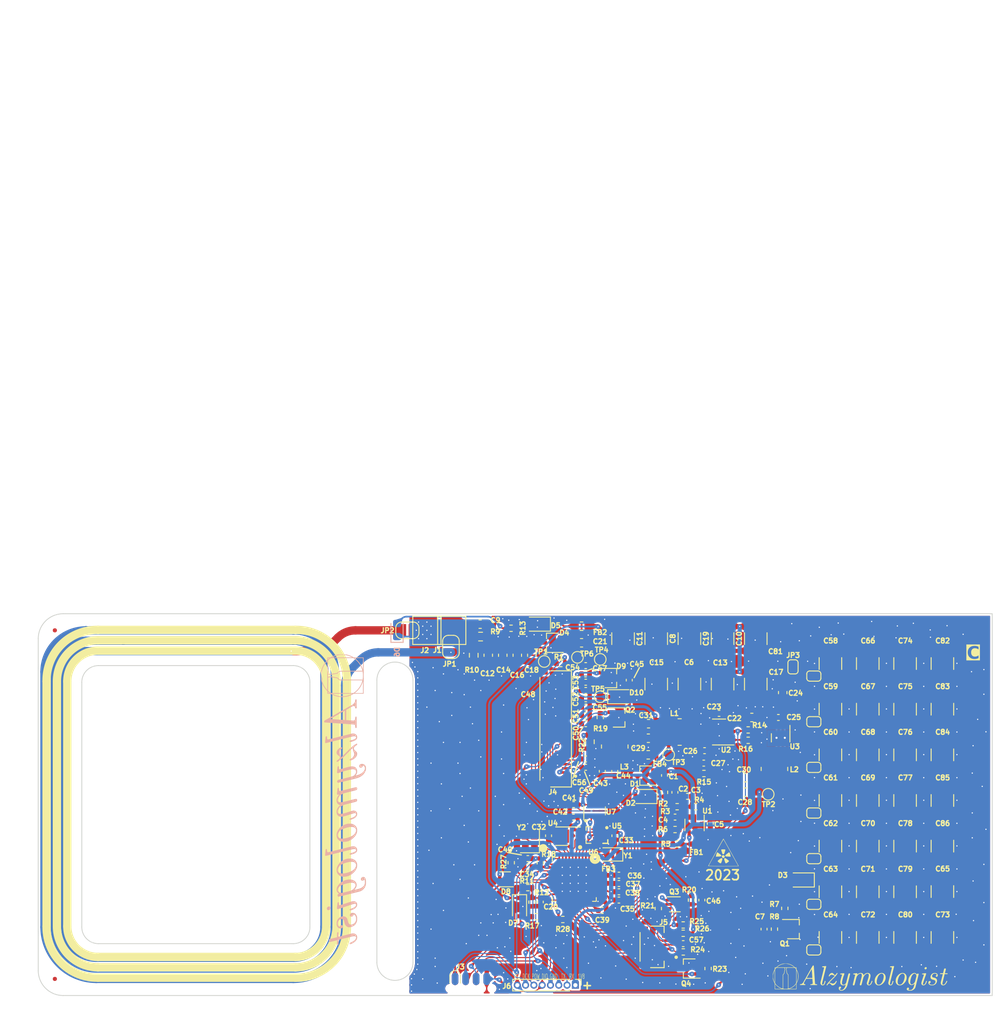
<source format=kicad_pcb>
(kicad_pcb (version 20221018) (generator pcbnew)
  (layers (0 "F.Cu" signal) (31 "B.Cu" signal) (34 "B.Paste" user) (35 "F.Paste" user) (36 "B.SilkS" user "B.Silkscreen") (37 "F.SilkS" user "F.Silkscreen") (38 "B.Mask" user) (39 "F.Mask" user) (44 "Edge.Cuts" user))
  (net 0 "")
  (net 1 "GND")
  (net 2 "+1V8")
  (net 3 "Net-(D2-K)")
  (net 4 "Net-(C3-Pad1)")
  (net 5 "Net-(U1--)")
  (net 6 "Net-(U1-V+)")
  (net 7 "/Power/CN")
  (net 8 "/MCU/HV")
  (net 9 "Net-(Q1-G)")
  (net 10 "Net-(J1-Pin_1)")
  (net 11 "/Power/DATA")
  (net 12 "Net-(C18-Pad2)")
  (net 13 "/MCU/V_CHK")
  (net 14 "Net-(D5-K)")
  (net 15 "Net-(U2-SW)")
  (net 16 "Net-(U2-BST)")
  (net 17 "+2V8")
  (net 18 "Net-(U2-FB)")
  (net 19 "Net-(U6-AVDD)")
  (net 20 "Net-(U6-CAP)")
  (net 21 "/MCU/P_GOOD")
  (net 22 "/Display/POW")
  (net 23 "Net-(C45-Pad1)")
  (net 24 "Net-(D10-A)")
  (net 25 "/Display/I2C_P")
  (net 26 "/Display/PREVGL")
  (net 27 "/Display/PREVGH")
  (net 28 "Net-(J4-Pin_4)")
  (net 29 "Net-(J4-Pin_18)")
  (net 30 "Net-(J4-Pin_20)")
  (net 31 "Net-(J4-Pin_22)")
  (net 32 "/Display/VCOM")
  (net 33 "Net-(J4-Pin_19)")
  (net 34 "Net-(J4-Pin_5)")
  (net 35 "Net-(D1-common)")
  (net 36 "Net-(D3-A)")
  (net 37 "Net-(D5-A)")
  (net 38 "Net-(D6-A)")
  (net 39 "/MCU/INT")
  (net 40 "/MCU/BUSY")
  (net 41 "/MCU/RX")
  (net 42 "/MCU/TX")
  (net 43 "/MCU/SWDIO")
  (net 44 "/MCU/SWDCK")
  (net 46 "/Display/GDR")
  (net 47 "/Display/RESE")
  (net 50 "/Display/E_BUSY")
  (net 51 "/Display/E_RES")
  (net 52 "/Display/H_D{slash}C")
  (net 53 "/Display/H_CS")
  (net 54 "/Display/H_SCK")
  (net 55 "/Display/H_SDI")
  (net 56 "/Display/T_INT")
  (net 57 "/Display/T_SCL")
  (net 58 "/Display/T_SDA")
  (net 59 "Net-(JP1-A)")
  (net 60 "Net-(U3-SW)")
  (net 61 "/Display/SCL")
  (net 62 "/Display/SDA")
  (net 63 "/Display/RES")
  (net 64 "Net-(U1-+)")
  (net 65 "/MCU/2V8_EN")
  (net 66 "/MCU/DATA")
  (net 67 "/MCU/RAM_CS")
  (net 68 "/MCU/R_MISO")
  (net 70 "/MCU/R_MOSI")
  (net 71 "/MCU/R_SCK")
  (net 73 "/MCU/FLASH_CS")
  (net 75 "/MCU/E_MISO")
  (net 76 "/Display/E_SDI")
  (net 77 "/Display/E_SCK")
  (net 79 "Net-(U6-HFXTAL_I)")
  (net 80 "Net-(U6-HFXTAL_O)")
  (net 81 "/Display/E_CS")
  (net 83 "/Display/E_D{slash}C")
  (net 86 "Net-(U6-PD01)")
  (net 87 "Net-(U6-PD00)")
  (net 90 "/MCU/P_IN")
  (footprint "Capacitor_SMD:C_0402_1005Metric" (layer "F.Cu") (at 136.685 109.21 180)
    (fp_text reference "C25")
    (fp_text value "0.1u")
  )
  (footprint "Connector_PinHeader_1.00mm:PinHeader_1x08_P1.00mm_Vertical" (layer "F.Cu") (at 112.21 141.46 -90)
    (fp_text reference "J6")
    (fp_text value "Conn_01x08")
  )
  (footprint "Capacitor_SMD:C_0402_1005Metric" (layer "F.Cu") (at 113.46 106.96 180)
    (fp_text reference "C52")
    (fp_text value "4.7x25")
  )
  (footprint "Resistor_SMD:R_0402_1005Metric" (layer "F.Cu") (at 122.96 118.23 90)
    (fp_text reference "R2")
    (fp_text value "53.6K")
  )
  (footprint "Capacitor_SMD:C_1210_3225Metric" (layer "F.Cu") (at 151.96 113.71 90)
    (fp_text reference "C76")
    (fp_text value "47x16")
  )
  (footprint "Resistor_SMD:R_0402_1005Metric" (layer "F.Cu") (at 125.21 135.21 180)
    (fp_text reference "R26")
    (fp_text value "10K")
  )
  (footprint "Resistor_SMD:R_0402_1005Metric" (layer "F.Cu") (at 124.47 124.45 180)
    (fp_text reference "R5")
    (fp_text value "51K")
  )
  (footprint "Capacitor_SMD:C_0402_1005Metric" (layer "F.Cu") (at 127.785 113.21)
    (fp_text reference "C26")
    (fp_text value "0.1u")
  )
  (footprint "Resistor_SMD:R_0402_1005Metric" (layer "F.Cu") (at 124.23 122.71 180)
    (fp_text reference "R6")
    (fp_text value "10K")
  )
  (footprint "Resistor_SMD:R_0402_1005Metric" (layer "F.Cu") (at 106.98 131.46 -90)
    (fp_text reference "R12")
    (fp_text value "150K")
  )
  (footprint "TestPoint:TestPoint_Pad_D1.0mm" (layer "F.Cu") (at 108.46 102.46)
    (fp_text reference "TP1")
    (fp_text value "TestPoint")
  )
  (footprint "Package_TO_SOT_SMD:SOT-323_SC-70" (layer "F.Cu") (at 117.46 109.21)
    (fp_text reference "Q2")
    (fp_text value "PMF250XNEX")
  )
  (footprint "MyLib:SolderJumper_0.8.x1mm" (layer "F.Cu") (at 140.96 109.71)
    (fp_text reference "JP3" hide)
    (fp_text value "SolderJumper_2_Open")
  )
  (footprint "MyLib:SON-8-1EP_3x2mm_P0.5mm_EP1.4x1.6mm" (layer "F.Cu") (at 111.33 123.51125 180)
    (fp_text reference "U4")
    (fp_text value "APS6404L-SQN")
  )
  (footprint "Capacitor_SMD:C_1210_3225Metric" (layer "F.Cu") (at 142.96 124.71 90)
    (fp_text reference "C62")
    (fp_text value "47x16")
  )
  (footprint "Capacitor_SMD:C_0402_1005Metric" (layer "F.Cu") (at 107.98 131.44 -90)
    (fp_text reference "C20")
    (fp_text value "0.1u")
  )
  (footprint "Resistor_SMD:R_0402_1005Metric" (layer "F.Cu") (at 107.49 133.21)
    (fp_text reference "R17")
    (fp_text value "10K")
  )
  (footprint "MyLib:GDEY027T91-T01_bended" (layer "F.Cu") (at 109.835 110.585 -90)
    (fp_text reference "J4")
    (fp_text value "E2154CS0C1")
  )
  (footprint "MyLib:SolderJumper_0.8.x1mm" (layer "F.Cu") (at 140.96 115.21)
    (fp_text reference "JP3" hide)
    (fp_text value "SolderJumper_2_Open")
  )
  (footprint "Capacitor_SMD:C_1210_3225Metric" (layer "F.Cu") (at 142.96 119.21 90)
    (fp_text reference "C61")
    (fp_text value "47x16")
  )
  (footprint "MyLib:SolderJumper_0.8.x1mm" (layer "F.Cu") (at 140.96 131.71)
    (fp_text reference "JP3" hide)
    (fp_text value "SolderJumper_2_Open")
  )
  (footprint "Package_TO_SOT_SMD:SOT-353_SC-70-5" (layer "F.Cu") (at 126.58 122.16 -90)
    (fp_text reference "U1")
    (fp_text value "LMV7271")
  )
  (footprint "Capacitor_SMD:C_0402_1005Metric" (layer "F.Cu") (at 106.48 126.21 180)
    (fp_text reference "C40")
    (fp_text value "0.1u")
  )
  (footprint "Capacitor_SMD:C_0402_1005Metric" (layer "F.Cu") (at 125.21 136.46)
    (fp_text reference "C57")
    (fp_text value "4.7x25")
  )
  (footprint "Package_TO_SOT_SMD:TSOT-23-6" (layer "F.Cu") (at 129.535 110.96 180)
    (fp_text reference "U2")
    (fp_text value "AP63200WU")
  )
  (footprint "Resistor_SMD:R_0402_1005Metric" (layer "F.Cu") (at 106.48 129.71)
    (fp_text reference "R11")
    (fp_text value "976K")
  )
  (footprint "MyLib:TestPoint_Pad_2.4x3.5mm" (layer "F.Cu") (at 94.31 98.71)
    (fp_text reference "J2")
    (fp_text value "E_ANT")
  )
  (footprint "Capacitor_SMD:C_1210_3225Metric" (layer "F.Cu") (at 151.96 102.71 90)
    (fp_text reference "C74")
    (fp_text value "47x16")
  )
  (footprint "Capacitor_SMD:C_1210_3225Metric" (layer "F.Cu") (at 151.96 124.71 90)
    (fp_text reference "C78")
    (fp_text value "47x16")
  )
  (footprint "Resistor_SMD:R_0603_1608Metric" (layer "F.Cu") (at 99.96 101.71 -90)
    (fp_text reference "R10")
    (fp_text value "2.2")
  )
  (footprint "Package_TO_SOT_SMD:SOT-563" (layer "F.Cu") (at 124.21 131.72)
    (fp_text reference "Q3")
    (fp_text value "SSM6N35AFE")
  )
  (footprint "Resistor_SMD:R_0402_1005Metric" (layer "F.Cu") (at 136.21 134.71 -90)
    (fp_text reference "R8")
    (fp_text value "976K")
  )
  (footprint "Package_TO_SOT_SMD:SOT-323_SC-70" (layer "F.Cu") (at 125.96 139.46 180)
    (fp_text reference "Q4")
    (fp_text value "2N7002KW")
  )
  (footprint "Capacitor_SMD:C_0603_1608Metric" (layer "F.Cu") (at 112.96 100.21 180)
    (fp_text reference "C21")
    (fp_text value "10x16")
  )
  (footprint "Capacitor_SMD:C_1210_3225Metric" (layer "F.Cu") (at 151.96 119.21 90)
    (fp_text reference "C77")
    (fp_text value "47x16")
  )
  (footprint "Capacitor_SMD:C_1210_3225Metric" (layer "F.Cu") (at 147.46 102.71 90)
    (fp_text reference "C66")
    (fp_text value "47x16")
  )
  (footprint "Resistor_SMD:R_0402_1005Metric" (layer "F.Cu") (at 124.48 119.96 180)
    (fp_text reference "R3")
    (fp_text value "22K")
  )
  (footprint "Capacitor_SMD:C_1210_3225Metric" (layer "F.Cu") (at 147.46 130.21 90)
    (fp_text reference "C71")
    (fp_text value "47x16")
  )
  (footprint "Capacitor_SMD:C_0402_1005Metric" (layer "F.Cu") (at 127.69 114.71)
    (fp_text reference "C27")
    (fp_text value "100p")
  )
  (footprint "Resistor_SMD:R_0402_1005Metric" (layer "F.Cu") (at 107.98 126.71 -90)
    (fp_text reference "R18")
    (fp_text value "10K")
  )
  (footprint "Capacitor_SMD:C_1210_3225Metric" (layer "F.Cu") (at 129.96 105.185 -90)
    (fp_text reference "C13")
    (fp_text value "47x16")
  )
  (footprint "Capacitor_SMD:C_0402_1005Metric" (layer "F.Cu") (at 116.98 123.46 -90)
    (fp_text reference "C33")
    (fp_text value "0.1u")
  )
  (footprint "Capacitor_SMD:C_1210_3225Metric" (layer "F.Cu") (at 142.96 130.21 90)
    (fp_text reference "C63")
    (fp_text value "47x16")
  )
  (footprint "Capacitor_SMD:C_0402_1005Metric" (layer "F.Cu") (at 129.535 108.71 180)
    (fp_text reference "C23")
    (fp_text value "0.1u")
  )
  (footprint "Capacitor_SMD:C_0603_1608Metric" (layer "F.Cu") (at 101.71 101.71 90)
    (fp_text reference "C12")
    (fp_text value "47")
  )
  (footprint "Inductor_SMD:L_0402_1005Metric" (layer "F.Cu") (at 126.73 124.46)
    (fp_text reference "FB1")
    (fp_text value "BLM15AG102SZ1D")
  )
  (footprint "Diode_SMD:D_SOD-323F" (layer "F.Cu") (at 139.52 128.79 180)
    (fp_text reference "D3")
    (fp_text value "BZX84J-B9V1")
  )
  (footprint "Capacitor_SMD:C_1210_3225Metric" (layer "F.Cu") (at 142.96 108.21 90)
    (fp_text reference "C59")
    (fp_text value "47x16")
  )
  (footprint "Capacitor_SMD:C_0402_1005Metric" (layer "F.Cu") (at 125.71 118.71 180)
    (fp_text reference "C3")
    (fp_text value "47p")
  )
  (footprint "Inductor_SMD:L_Wuerth_MAPI-3015" (layer "F.Cu") (at 124.785 110.96 180)
    (fp_text reference "L1")
    (fp_text value "3.3uH")
  )
  (footprint "Capacitor_SMD:C_0402_1005Metric" (layer "F.Cu") (at 113.46 105.96)
    (fp_text reference "C48")
    (fp_text value "1x50")
  )
  (footprint "MyLib:Crystal_SMD_2012-2Pin_2.0x1.2mm" (layer "F.Cu") (at 116.73 125.71 180)
    (fp_text reference "Y1")
    (fp_text value "FC2012AN")
  )
  (footprint "Capacitor_SMD:C_0603_1608Metric" (layer "F.Cu") (at 132.71 118.21)
    (fp_text reference "C28")
    (fp_text value "22x6.3")
  )
  (footprint "MyLib:Crystal_SMD_2016-4Pin_2.0x1.6mm" (layer "F.Cu") (at 106.73 124.16 90)
    (fp_text reference "Y2")
    (fp_text value "39MHz")
  )
  (footprint "Capacitor_SMD:C_1210_3225Metric" (layer "F.Cu") (at 142.96 113.71 90)
    (fp_text reference "C60")
    (fp_text value "47x16")
  )
  (footprint "Capacitor_SMD:C_0402_1005Metric" (layer "F.Cu") (at 108.98 123.46 90)
    (fp_text reference "C32")
    (fp_text value "0.1u")
  )
  (footprint "Resistor_SMD:R_0402_1005Metric" (layer "F.Cu") (at 110.46 102.71)
    (fp_text reference "R1")
    (fp_text value "10K")
  )
  (footprint "Capacitor_SMD:C_0402_1005Metric" (layer "F.Cu") (at 113.46 115.21 180)
    (fp_text reference "C49")
    (fp_text value "4.7x25")
  )
  (footprint "Capacitor_SMD:C_1210_3225Metric" (layer "F.Cu") (at 147.46 135.71 90)
    (fp_text reference "C72")
    (fp_text value "47x16")
  )
  (footprint "Resistor_SMD:R_0402_1005Metric" (layer "F.Cu") (at 125.22 137.46)
    (fp_text reference "R24")
    (fp_text value "10K")
  )
  (footprint "Capacitor_SMD:C_1210_3225Metric" (layer "F.Cu") (at 147.46 119.21 90)
    (fp_text reference "C69")
    (fp_text value "47x16")
  )
  (footprint "Capacitor_SMD:C_0402_1005Metric" (layer "F.Cu") (at 113.44 103.96)
    (fp_text reference "C47")
    (fp_text value "1x50")
  )
  (footprint "Capacitor_SMD:C_0603_1608Metric" (layer "F.Cu") (at 121.035 109.96)
    (fp_text reference "C31")
    (fp_text value "22x6.3")
  )
  (footprint "Capacitor_SMD:C_0402_1005Metric" (layer "F.Cu") (at 113.46 102.96 180)
    (fp_text reference "C54")
    (fp_text value "1x50")
  )
  (footprint "Capacitor_SMD:C_1210_3225Metric" (layer "F.Cu") (at 125.96 99.71 -90)
    (fp_text reference "C19")
    (fp_text value "47x16")
  )
  (footprint "MyLib:SOIC_clipProgSmall" (layer "F.Cu") (at 99.615 139.96 180)
    (fp_text reference "J3")
    (fp_text value "SOICbite ")
  )
  (footprint "Capacitor_SMD:C_1210_3225Metric" (layer "F.Cu") (at 156.46 113.71 90)
    (fp_text reference "C84")
    (fp_text value "47x16")
  )
  (footprint "Capacitor_SMD:C_0402_1005Metric" (layer "F.Cu") (at 124.23 121.21)
    (fp_text reference "C4")
    (fp_text value "0.1u")
  )
  (footprint "Jumper:SolderJumper-2_P1.3mm_Open_RoundedPad1.0x1.5mm" (layer "F.Cu") (at 97.21 100.71 90)
    (fp_text reference "JP1")
    (fp_text value "SolderJumper_2_Open")
  )
  (footprint "Resistor_SMD:R_0402_1005Metric" (layer "F.Cu") (at 137.46 132.21 -90)
    (fp_text reference "R7")
    (fp_text value "10K")
  )
  (footprint "Capacitor_SMD:C_0603_1608Metric" (layer "F.Cu") (at 132.71 116.46)
    (fp_text reference "C30")
    (fp_text value "22x6.3")
  )
  (footprint "Capacitor_SMD:C_1210_3225Metric" (layer "F.Cu") (at 147.46 124.71 90)
    (fp_text reference "C70")
    (fp_text value "47x16")
  )
  (footprint "Package_DFN_QFN:Texas_R-PUQFN-N12" (layer "F.Cu") (at 114.53 120.46 90)
    (fp_text reference "U7")
    (fp_text value "TXU0104PW")
  )
  (footprint "Capacitor_SMD:C_0402_1005Metric" (layer "F.Cu") (at 113.46 109.96 180)
    (fp_text reference "C50")
    (fp_text value "1x50")
  )
  (footprint "MyLib:SolderJumper_0.8.x1mm" (layer "F.Cu") (at 140.96 137.21)
    (fp_text reference "JP3" hide)
    (fp_text value "SolderJumper_2_Open")
  )
  (footprint "Inductor_SMD:L_0603_1608Metric" (layer "F.Cu") (at 112.96 98.21 180)
    (fp_text reference "FB2")
    (fp_text value "BLM18KG102SN1D")
  )
  (footprint "Resistor_SMD:R_0603_1608Metric" (layer "F.Cu") (at 100.785 99.46 180)
    (fp_text reference "R9")
    (fp_text value "1K")
  )
  (footprint "Capacitor_SMD:C_1210_3225Metric" (layer "F.Cu") (at 133.96 99.71 -90)
    (fp_text reference "C81")
    (fp_text value "47x16")
  )
  (footprint "Capacitor_SMD:C_1210_3225Metric" (layer "F.Cu") (at 156.46 130.185 90)
    (fp_text reference "C65")
    (fp_text value "47x16")
  )
  (footprint "Capacitor_SMD:C_1210_3225Metric" (layer "F.Cu") (at 151.96 130.21 90)
    (fp_text reference "C79")
    (fp_text value "47x16")
  )
  (footprint "Capacitor_SMD:C_0402_1005Metric" (layer "F.Cu") (at 117.46 129.21)
    (fp_text reference "C37")
    (fp_text value "0.1u")
  )
  (footprint "Capacitor_SMD:C_0402_1005Metric" (layer "F.Cu") (at 117.46 131.21)
    (fp_text reference "C35")
    (fp_text value "0.1u")
  )
  (footprint "Resistor_SMD:R_0402_1005Metric" (layer "F.Cu") (at 126.72 119.96 180)
    (fp_text reference "R4")
    (fp_text value "10K")
  )
  (footprint "Capacitor_SMD:C_1210_3225Metric" (layer "F.Cu") (at 142.96 102.71 90)
    (fp_text reference "C58")
    (fp_text value "47x16")
  )
  (footprint "Capacitor_SMD:C_1210_3225Metric" (layer "F.Cu") (at 125.96 105.185 -90)
    (fp_text reference "C6")
    (fp_text value "47x16")
  )
  (footprint "Capacitor_SMD:C_1210_3225Metric" (layer "F.Cu") (at 156.46 135.71 90)
    (fp_text reference "C73")
    (fp_text value "47x16")
  )
  (footprint "Capacitor_SMD:C_0402_1005Metric" (layer "F.Cu") (at 113.46 114.21 180)
    (fp_text reference "C56")
    (fp_text value "4.7x25")
  )
  (footprint "Capacitor_SMD:C_0603_1608Metric" (layer "F.Cu") (at 100.735 97.96)
    (fp_text reference "C9")
    (fp_text value "NC")
  )
  (footprint "Resistor_SMD:R_0603_1608Metric" (layer "F.Cu") (at 113.96 112.135 -90)
    (fp_text reference "R22")
    (fp_text value "0.47R")
  )
  (footprint "Capacitor_SMD:C_0402_1005Metric" (layer "F.Cu") (at 117.46 130.21)
    (fp_text reference "C38")
    (fp_text value "0.1u")
  )
  (footprint "Capacitor_SMD:C_0402_1005Metric" (layer "F.Cu") (at 116.96 115.69 -90)
    (fp_text reference "C44")
    (fp_text value "0.1")
  )
  (footprint "Inductor_SMD:L_Wuerth_MAPI-3015" (layer "F.Cu") (at 116.96 112.71 90)
    (fp_text reference "L3")
    (fp_text value "NR3015T100M")
  )
  (footprint "Capacitor_SMD:C_0603_1608Metric" (layer "F.Cu") (at 137.21 106.21 -90)
    (fp_text reference "C24")
    (fp_text value "10x16")
  )
  (footprint "Capacitor_SMD:C_0402_1005Metric" (layer "F.Cu") (at 113.46 107.96 180)
    (fp_text reference "C55")
    (fp_text value "1x50")
  )
  (footprint "Fiducial:Fiducial_0.5mm_Mask1.5mm" (layer "F.Cu") (at 160.46 140.71)
    (fp_text reference "FID3" hide)
    (fp_text value "Fiducial")
  )
  (footprint "MyLib:SolderJumper_0.8.x1mm" (layer "F.Cu") (at 138.46 103.11 -90)
    (fp_text reference "JP3")
    (fp_text value "SolderJumper_2_Open")
  )
  (footprint "Capacitor_SMD:C_0402_1005Metric" (layer "F.Cu") (at 115.46 115.69 90)
    (fp_text reference "C43")
    (fp_text value "4.7x25")
  )
  (footprint "Resistor_SMD:R_0402_1005Metric" (layer "F.Cu") (at 127.71 115.96)
    (fp_text reference "R15")
    (fp_text value "130K")
  )
  (footprint "Resistor_SMD:R_0402_1005Metric" (layer "F.Cu") (at 104.46 98.46 180)
    (fp_text reference "R13")
    (fp_text value "10")
  )
  (footprint "Capacitor_SMD:C_1210_3225Metric" (layer "F.Cu") (at 147.46 113.71 90)
    (fp_text reference "C68")
    (fp_text value "47x16")
  )
  (footprint "Capacitor_SMD:C_1210_3225Metric" (layer "F.Cu") (at 151.96 108.21 90)
    (fp_text reference "C75")
    (fp_text value "47x16")
  )
  (footprint "Package_TO_SOT_SMD:SOT-323_SC-70" (layer "F.Cu") (at 138.48 134.71)
    (fp_text reference "Q1")
    (fp_text value "PMF250XNEX")
  )
  (footprint "Resistor_SMD:R_0402_1005Metric" (layer "F.Cu") (at 128.21 139.46 -90)
    (fp_text reference "R23")
    (fp_text value "10K")
  )
  (footprint "Capacitor_SMD:C_0402_1005Metric" (layer "F.Cu") (at 122.96 116.19 90)
    (fp_text reference "C1")
    (fp_text value "0.1u")
  )
  (footprint "Resistor_SMD:R_0402_1005Metric" (layer "F.Cu") (at 126.21 131.21 -90)
    (fp_text reference "R20")
    (fp_text value "1K")
  )
  (footprint "Capacitor_SMD:C_0402_1005Metric" (layer "F.Cu") (at 113.46 108.96 180)
    (fp_text reference "C51")
    (fp_text value "1x50")
  )
  (footprint "MyLib:WLCSP 12-ball 3 x 2 x 3 Array" (layer "F.Cu") (at 114.81 123.37125 -90)
    (fp_text reference "U5")
    (fp_text value "AT25XE321D-UUN-T")
  )
  (footprint "Capacitor_SMD:C_1210_3225Metric" (layer "F.Cu") (at 133.96 105.185 -90)
    (fp_text reference "C17")
    (fp_text value "47x16")
  )
  (footprint "Fiducial:Fiducial_0.5mm_Mask1.5mm" (layer "F.Cu") (at 160.46 98.71)
    (fp_text reference "FID4" hide)
    (fp_text value "Fiducial")
  )
  (footprint "Capacitor_SMD:C_0402_1005Metric" (layer "F.Cu") (at 115.46 132.46 180)
    (fp_text reference "C39")
    (fp_text value "1x50")
  )
  (footprint "Capacitor_SMD:C_0603_1608Metric" (layer "F.Cu") (at 121.01 111.71)
    (fp_text reference "C29")
    (fp_text value "22x6.3")
  )
  (footprint "MyLib:QFN-40_EP_5x5_Pitch0.4mm" (layer "F.Cu") (at 112.08 128.71 -90)
    (fp_text reference "U6")
    (fp_text value "EFM32PG23B200F512IM40")
  )
  (footprint "MyLib:SolderJumper_0.8.x1mm" (layer "F.Cu") (at 140.96 120.71)
    (fp_text reference "JP3" hide)
    (fp_text value "SolderJumper_2_Open")
  )
  (footprint "Capacitor_SMD:C_0402_1005Metric" (layer "F.Cu") (at 106.5 127.21)
    (fp_text reference "C34")
    (fp_text value "4.7x25")
  )
  (footprint "Resistor_SMD:R_0402_1005Metric" (layer "F.Cu") (at 122.21 132.23 90)
    (fp_text reference "R21")
    (fp_text value "1K")
  )
  (footprint "Package_TO_SOT_SMD:SOT-323_SC-70" (layer "F.Cu") (at 120.71 116.21 180)
    (fp_text reference "D1")
    (fp_text value "BAV99W")
  )
  (footprint "Diode_SMD:D_SOD-323F" (layer "F.Cu") (at 105.48 132.06 -90)
    (fp_text reference "D7")
    (fp_text value "BAT54WS")
  )
  (footprint "Inductor_SMD:L_Wuerth_MAPI-3015" (layer "F.Cu") (at 136.21 115.41 -90)
    (fp_text reference "L2")
    (fp_text value "2.2uH")
  )
  (footprint "Inductor_SMD:L_0603_1608Metric" (layer "F.Cu") (at 120.9975 113.71)
    (fp_text reference "FB4")
    (fp_text value "BLM18KG102SN1D")
  )
  (footprint "TestPoint:TestPoint_Pad_D1.0mm" (layer "F.Cu") (at 123.46 113.71 180)
    (fp_text reference "TP3")
    (fp_text value "TestPoint")
  )
  (footprint "MyLib:SolderJumper_0.8.x1mm" (layer "F.Cu") (at 140.96 126.21)
    (fp_text reference "JP3" hide)
    (fp_text value "SolderJumper_2_Open")
  )
  (footprint "Package_SON:WSON-8-1EP_2x2mm_P0.5mm_EP0.9x1.6mm_ThermalVias" (layer "F.Cu") (at 136.96 111.66 -90)
    (fp_text reference "U3")
    (fp_text value "TPS62171DSG")
  )
  (footprint "Resistor_SMD:R_0402_1005Metric" (layer "F.Cu") (at 104.48 126.71 -90)
    (fp_text reference "R27")
    (fp_text value "10K")
  )
  (footprint "Fiducial:Fiducial_0.5mm_Mask1.5mm" (layer "F.Cu") (at 49.46 140.71)
    (fp_text reference "FID1" hide)
    (fp_text value "Fiducial")
  )
  (footprint "Fiducial:Fiducial_0.5mm_Mask1.5mm" (layer "F.Cu") (at 49.46 98.71)
    (fp_text reference "FID2" hide)
    (fp_text value "Fiducial")
  )
  (footprint "Capacitor_SMD:C_1210_3225Metric" (layer "F.Cu") (at 121.96 99.71 -90)
    (fp_text reference "C8")
    (fp_text value "47x16")
  )
  (footprint "Capacitor_SMD:C_0603_1608Metric" (layer "F.Cu") (at 106.96 101.71 90)
    (fp_text reference "C18")
    (fp_text value "68")
  )
  (footprint "Capacitor_SMD:C_1210_3225Metric" (layer "F.Cu") (at 156.46 124.71 90)
    (fp_text reference "C86")
    (fp_text value "47x16")
  )
  (footprint "Capacitor_SMD:C_0402_1005Metric" (layer "F.Cu") (at 124.21 118.23 90)
    (fp_text reference "C2")
    (fp_text value "100p")
  )
  (footprint "Capacitor_SMD:C_0402_1005Metric" (layer "F.Cu") (at 113.46 104.96 180)
    (fp_text reference "C53")
    (fp_text value "4.7x25")
  )
  (footprint "Diode_SMD:D_SOD-323F" (layer "F.Cu") (at 120.56 118.73 180)
    (fp_text reference "D2")
    (fp_text value "BAT54WS")
  )
  (footprint "Capacitor_SMD:C_0603_1608Metric" (layer "F.Cu") (at 133.485 109.21 180)
    (fp_text reference "C22")
    (fp_text value "10x16")
  )
  (footprint "TestPoint:TestPoint_Pad_D1.0mm" (layer "F.Cu") (at 112.46 101.96)
    (fp_text reference "TP6")
    (fp_text value "TestPoint")
  )
  (footprint "Diode_SMD:D_SOD-323F" (layer "F.Cu") (at 117.61 106.71)
    (fp_text reference "D10")
    (fp_text value "BAT54WS")
  )
  (footprint "Resistor_SMD:R_0402_1005Metric" (layer "F.Cu") (at 125.21 134.21 180)
    (fp_text reference "R25")
    (fp_text value "10K")
  )
  (footprint "Capacitor_SMD:C_1210_3225Metric" (layer "F.Cu") (at 151.96 135.71 90)
    (fp_text reference "C80")
    (fp_text value "47x16")
  )
  (footprint "Capacitor_SMD:C_0402_1005Metric" (layer "F.Cu") (at 117.46 128.21)
    (fp_text reference "C36")
    (fp_text value "0.1u")
  )
  (footprint "TestPoint:TestPoint_Pad_D1.0mm" (layer "F.Cu") (at 115.21 102.21)
    (fp_text reference "TP4")
    (fp_text value "TestPoint")
  )
  (footprint "Resistor_SMD:R_0402_1005Metric" (layer "F.Cu") (at 115.21 109.21 -90)
    (fp_text reference "R19")
    (fp_text value "470K")
  )
  (footprint "Capacitor_SMD:C_0402_1005Metric" (layer "F.Cu") (at 127.46 131.21 90)
    (fp_text reference "C46")
    (fp_text value "0.1u")
  )
  (footprint "Capacitor_SMD:C_0603_1608Metric" (layer "F.Cu") (at 103.46 101.71 90)
    (fp_text reference "C14")
    (fp_text value "47")
  )
  (footprint "Package_TO_SOT_SMD:SOT-323_SC-70" (layer "F.Cu") (at 116.46 104.46)
    (fp_text reference "D9")
    (fp_text value "BAS70-04W")
  )
  (footprint "Capacitor_SMD:C_1210_3225Metric" (layer "F.Cu") (at 142.96 135.71 90)
    (fp_text reference "C64")
    (fp_text value "47x16")
  )
  (footprint "TestPoint:TestPoint_Pad_D1.0mm" (layer "F.Cu") (at 135.46 118.46 -90)
    (fp_text reference "TP2")
    (fp_text value "TestPoint")
  )
  (footprint "MyLib:SolderJumper_0.8.x1mm" (layer "F.Cu") (at 140.96 104.21)
    (fp_text reference "JP3" hide)
    (fp_text value "SolderJumper_2_Open")
  )
  (footprint "MyLib:SOT-523" (layer "F.Cu") (at 103.73 128.71 180)
    (fp_text reference "D8")
    (fp_text value "BAT54CT")
  )
  (footprint "Diode_SMD:D_SOD-323F" (layer "F.Cu") (at 107.71 97.96 180)
    (fp_text reference "D5")
    (fp_text value " D3Z13BF-7")
  )
  (footprint "Capacitor_SMD:C_1210_3225Metric" (layer "F.Cu") (at 147.46 108.21 90)
    (fp_text reference "C67")
    (fp_text value "47x16")
  )
  (footprint "Capacitor_SMD:C_0402_1005Metric" (layer "F.Cu") (at 112 119.71 180)
    (fp_text reference "C42")
    (fp_text value "0.1u")
  )
  (footprint "Capacitor_SMD:C_0603_1608Metric" (layer "F.Cu") (at 105.21 101.71 90)
    (fp_text reference "C16")
    (fp_text value "100")
  )
  (footprint "MyLib:HRS_FH34SRJ-6S-0.5SH(50)" (layer "F.Cu") (at 121.81 136.85 -90)
    (fp_text reference "J5")
    (fp_text value "TOUCH")
  )
  (footprint "TestPoint:TestPoint_Pad_D1.0mm" (layer "F.Cu") (at 115.21 106.71)
    (fp_text reference "TP5")
    (fp_text value "TestPoint")
  )
  (footprint "MyLib:TestPoint_Pad_2.4x3.5mm" (layer "F.Cu") (at 97.31 98.71)
    (fp_text reference "J1")
    (fp_text value "E_ANT")
  )
  (footprint "Resistor_SMD:R_0402_1005Metric" (layer "F.Cu") (at 133.045 110.71 180)
    (fp_text reference "R14")
    (fp_text value "150K")
  )
  (footprint "Capacitor_SMD:C_0402_1005Metric" (layer "F.Cu") (at 128.48 121.98 -90)
    (fp_text reference "C5")
    (fp_text value "0.1u")
  )
  (footprint "Capacitor_SMD:C_1210_3225Metric" (layer "F.Cu") (at 156.46 102.71 90)
    (fp_text reference "C82")
    (fp_text value "47x16")
  )
  (footprint "Capacitor_SMD:C_1210_3225Metric" (layer "F.Cu") (at 121.96 105.185 -90)
    (fp_text reference "C15")
    (fp_text value "47x16")
  )
  (footprint "Resistor_SMD:R_0402_1005Metric" (layer "F.Cu") (at 110.7 133.55 180)
    (fp_text reference "R28")
    (fp_text value "10K")
  )
  (footprint "Inductor_SMD:L_0402_1005Metric" (layer "F.Cu") (at 115.98 128.71 90)
    (fp_text reference "FB3")
    (fp_text value "BLM15AG102SZ1D")
  )
  (footprint "Capacitor_SMD:C_1210_3225Metric" (layer "F.Cu") (at 117.96 99.71 -90)
    (fp_text reference "C11")
    (fp_text value "47x16")
  )
  (footprint "Capacitor_SMD:C_1210_3225Metric" (layer "F.Cu") (at 156.46 119.21 90)
    (fp_text reference "C85")
    (fp_text value "47x16")
  )
  (footprint "Resistor_SMD:R_0402_1005Metric" (layer "F.Cu") (at 133.045 111.96)
    (fp_text reference "R16")
    (fp_text value "52.3K")
  )
  (footprint "Package_TO_SOT_SMD:SOT-323_SC-70" (layer "F.Cu") (at 109.46 100.21 180)
    (fp_text reference "D4")
    (fp_text value "BAS70-04W")
  )
  (footprint "Capacitor_SMD:C_1210_3225Metric" (layer "F.Cu") (at 156.46 108.21 90)
    (fp_text reference "C83")
    (fp_text value "47x16")
  )
  (footprint "Jumper:SolderJumper-2_P1.3mm_Open_RoundedPad1.0x1.5mm" (layer "F.Cu") (at 91.96 98.71)
    (fp_text reference "JP2")
    (fp_text value "SolderJumper_2_Open")
  )
  (footprint "Capacitor_SMD:C_0402_1005Metric" (layer "F.Cu") (at 111.98 121.21)
    (fp_text reference "C41")
    (fp_text value "0.1u")
  )
  (footprint "Capacitor_SMD:C_0402_1005Metric" (layer "F.Cu") (at 118.71 104.71 -90)
    (fp_text reference "C45")
    (fp_text value "4.7x25")
  )
  (footprint "Capacitor_SMD:C_0402_1005Metric" (layer "F.Cu") (at 134.96 134.71 -90)
    (fp_text reference "C7")
    (fp_text value "1uF")
  )
  (footprint "Capacitor_SMD:C_1210_3225Metric" (layer "F.Cu") (at 129.96 99.71 -90)
    (fp_text reference "C10")
    (fp_text value "47x16")
  )
  (footprint "LED_SMD:LED_0603_1608Metric" (layer "B.Cu") (at 90.71 98.6725 90)
    (fp_text reference "D6")
    (fp_text value "LED_RED")
  )
  (footprint "LOGO" (layer "B.Cu") (at 84.26 119.11 -90)
    (fp_text reference "G***" hide)
    (fp_text value "LOGO" hide)
  )
  (gr_poly (pts (xy 153.094496 139.996094) (xy 153.107447 139.996385) (xy 153.120118 139.99696) (xy 153.132375 139.997817) (xy 153.144089 139.998955) (xy 153.155127 140.000371) (xy 153.165357 140.002065) (xy 153.174648 140.004036) (xy 153.182868 140.00628) (xy 153.194066 140.010063) (xy 153.205408 140.014642) (xy 153.216851 140.019983) (xy 153.228352 140.02605) (xy 153.239868 140.032808) (xy 153.251357 140.040222) (xy 153.262776 140.048259) (xy 153.274083 140.056882) (xy 153.285235 140.066057) (xy 153.296189 140.075749) (xy 153.306903 140.085923) (xy 153.317334 140.096544) (xy 153.327439 140.107578) (xy 153.337176 140.11899) (xy 153.346502 140.130743) (xy 153.355375 140.142805) (xy 153.358711 140.147453) (xy 153.361923 140.151809) (xy 153.364937 140.155781) (xy 153.367678 140.159275) (xy 153.368923 140.160815) (xy 153.370072 140.162199) (xy 153.371116 140.163418) (xy 153.372045 140.16446) (xy 153.37285 140.165312) (xy 153.373521 140.165963) (xy 153.37405 140.166403) (xy 153.374258 140.166539) (xy 153.374427 140.166618) (xy 153.374597 140.166623) (xy 153.37481 140.16654) (xy 153.375356 140.166118) (xy 153.376055 140.16537) (xy 153.376898 140.164311) (xy 153.378975 140.161325) (xy 153.381504 140.157291) (xy 153.384405 140.15234) (xy 153.387598 140.1466) (xy 153.391001 140.140204) (xy 153.394534 140.13328) (xy 153.399204 140.124433) (xy 153.403917 140.116327) (xy 153.408716 140.108936) (xy 153.413642 140.102233) (xy 153.418739 140.09619) (xy 153.424049 140.09078) (xy 153.429614 140.085977) (xy 153.432507 140.083794) (xy 153.435479 140.081753) (xy 153.438536 140.079849) (xy 153.441684 140.07808) (xy 153.444928 140.076442) (xy 153.448273 140.074932) (xy 153.455288 140.072282) (xy 153.462772 140.070103) (xy 153.470767 140.068366) (xy 153.479317 140.067046) (xy 153.488464 140.066116) (xy 153.49825 140.065547) (xy 153.504578 140.065282) (xy 153.510302 140.06509) (xy 153.515476 140.064982) (xy 153.520153 140.064968) (xy 153.524387 140.06506) (xy 153.52823 140.065268) (xy 153.531738 140.065603) (xy 153.534962 140.066076) (xy 153.536485 140.066368) (xy 153.537957 140.066698) (xy 153.539385 140.067068) (xy 153.540775 140.06748) (xy 153.542136 140.067934) (xy 153.543472 140.068432) (xy 153.544791 140.068975) (xy 153.546099 140.069565) (xy 153.548711 140.070891) (xy 153.551361 140.07242) (xy 153.554102 140.074163) (xy 153.556989 140.07613) (xy 153.561887 140.07959) (xy 153.566463 140.083223) (xy 153.570714 140.087028) (xy 153.574641 140.091005) (xy 153.578242 140.095152) (xy 153.581516 140.099468) (xy 153.584464 140.103954) (xy 153.587084 140.108608) (xy 153.589375 140.113429) (xy 153.591337 140.118417) (xy 153.592968 140.123571) (xy 153.594269 140.12889) (xy 153.595238 140.134373) (xy 153.595874 140.14002) (xy 153.596177 140.145829) (xy 153.596146 140.151801) (xy 153.541832 140.384213) (xy 153.42 140.88) (xy 153.291123 141.395334) (xy 153.215676 141.686384) (xy 153.209994 141.704833) (xy 153.204029 141.722527) (xy 153.197734 141.739542) (xy 153.191062 141.755953) (xy 153.183964 141.771838) (xy 153.176395 141.787271) (xy 153.168306 141.802329) (xy 153.15965 141.817088) (xy 153.150381 141.831624) (xy 153.14045 141.846013) (xy 153.129811 141.86033) (xy 153.118417 141.874652) (xy 153.106219 141.889054) (xy 153.093171 141.903613) (xy 153.079225 141.918405) (xy 153.064334 141.933505) (xy 153.044038 141.952986) (xy 153.023608 141.971354) (xy 153.003009 141.988626) (xy 152.982206 142.004819) (xy 152.961164 142.019948) (xy 152.939849 142.034029) (xy 152.918225 142.04708) (xy 152.896258 142.059116) (xy 152.873912 142.070154) (xy 152.851154 142.080209) (xy 152.827947 142.089299) (xy 152.804257 142.097439) (xy 152.78005 142.104646) (xy 152.75529 142.110936) (xy 152.729942 142.116325) (xy 152.703972 142.12083) (xy 152.687985 142.123008) (xy 152.669269 142.124786) (xy 152.625283 142.12718) (xy 152.575282 142.128085) (xy 152.522534 142.127577) (xy 152.470306 142.125729) (xy 152.421868 142.122616) (xy 152.380486 142.118312) (xy 152.363463 142.115737) (xy 152.34943 142.112892) (xy 152.333545 142.108907) (xy 152.318248 142.104498) (xy 152.303553 142.099677) (xy 152.289477 142.094454) (xy 152.276037 142.088841) (xy 152.263249 142.082848) (xy 152.25113 142.076486) (xy 152.239694 142.069765) (xy 152.228959 142.062698) (xy 152.218942 142.055294) (xy 152.214207 142.051469) (xy 152.209657 142.047565) (xy 152.205295 142.043581) (xy 152.201122 142.03952) (xy 152.197141 142.035384) (xy 152.193353 142.031172) (xy 152.189761 142.026888) (xy 152.186366 142.022531) (xy 152.183171 142.018104) (xy 152.180178 142.013608) (xy 152.177388 142.009044) (xy 152.174804 142.004413) (xy 152.173104 142.001182) (xy 152.17157 141.998005) (xy 152.170193 141.994842) (xy 152.168968 141.991647) (xy 152.167884 141.988378) (xy 152.166936 141.984991) (xy 152.166114 141.981443) (xy 152.165412 141.97769) (xy 152.164822 141.97369) (xy 152.164335 141.969397) (xy 152.163944 141.96477) (xy 152.163642 141.959765) (xy 152.163272 141.948446) (xy 152.163162 141.935093) (xy 152.163258 141.92068) (xy 152.1634 141.914458) (xy 152.163626 141.908791) (xy 152.163951 141.903606) (xy 152.164391 141.898825) (xy 152.164961 141.894375) (xy 152.165677 141.89018) (xy 152.166554 141.886164) (xy 152.167608 141.882253) (xy 152.168854 141.878372) (xy 152.170308 141.874445) (xy 152.171985 141.870397) (xy 152.173901 141.866153) (xy 152.176071 141.861638) (xy 152.17851 141.856776) (xy 152.184399 141.846072) (xy 152.190923 141.835812) (xy 152.198032 141.826029) (xy 152.205679 141.816758) (xy 152.213816 141.808032) (xy 152.222395 141.799886) (xy 152.231368 141.792355) (xy 152.240686 141.785471) (xy 152.250303 141.779269) (xy 152.260168 141.773784) (xy 152.270236 141.769048) (xy 152.280457 141.765098) (xy 152.290783 141.761966) (xy 152.301166 141.759686) (xy 152.311559 141.758294) (xy 152.316744 141.75794) (xy 152.321913 141.757822) (xy 152.327218 141.757992) (xy 152.332776 141.758488) (xy 152.338529 141.75929) (xy 152.344419 141.760377) (xy 152.350391 141.761727) (xy 152.356386 141.763319) (xy 152.362346 141.765133) (xy 152.368216 141.767148) (xy 152.373936 141.769343) (xy 152.37945 141.771697) (xy 152.3847 141.774189) (xy 152.38963 141.776797) (xy 152.394181 141.779502) (xy 152.398297 141.782282) (xy 152.401919 141.785117) (xy 152.404992 141.787984) (xy 152.410014 141.793608) (xy 152.414567 141.799548) (xy 152.418657 141.80578) (xy 152.422288 141.81228) (xy 152.425466 141.819024) (xy 152.428196 141.825987) (xy 152.430484 141.833144) (xy 152.432335 141.840471) (xy 152.433754 141.847944) (xy 152.434747 141.855538) (xy 152.435318 141.863229) (xy 152.435474 141.870993) (xy 152.435219 141.878805) (xy 152.43456 141.88664) (xy 152.4335 141.894475) (xy 152.432046 141.902284) (xy 152.430203 141.910044) (xy 152.427976 141.91773) (xy 152.42537 141.925317) (xy 152.422392 141.932782) (xy 152.419045 141.940099) (xy 152.415337 141.947244) (xy 152.411271 141.954194) (xy 152.406853 141.960923) (xy 152.402088 141.967406) (xy 152.396983 141.973621) (xy 152.391542 141.979542) (xy 152.38577 141.985144) (xy 152.379673 141.990404) (xy 152.373256 141.995297) (xy 152.366525 141.999799) (xy 152.359484 142.003884) (xy 152.357526 142.00498) (xy 152.355627 142.006081) (xy 152.353796 142.007179) (xy 152.352043 142.008266) (xy 152.350376 142.009335) (xy 152.348806 142.010377) (xy 152.347341 142.011385) (xy 152.34599 142.012351) (xy 152.344764 142.013267) (xy 152.343671 142.014126) (xy 152.342721 142.01492) (xy 152.341922 142.015642) (xy 152.341285 142.016282) (xy 152.34103 142.01657) (xy 152.340819 142.016834) (xy 152.340652 142.017075) (xy 152.340532 142.01729) (xy 152.340459 142.01748) (xy 152.340434 142.017643) (xy 152.340723 142.018418) (xy 152.341573 142.019255) (xy 152.344853 142.021088) (xy 152.350075 142.023105) (xy 152.357037 142.025266) (xy 152.375371 142.029865) (xy 152.398245 142.034576) (xy 152.424046 142.039088) (xy 152.451162 142.043092) (xy 152.477979 142.046278) (xy 152.502887 142.048334) (xy 152.535123 142.049895) (xy 152.565633 142.050177) (xy 152.59454 142.049131) (xy 152.621967 142.046705) (xy 152.635163 142.04496) (xy 152.648035 142.042851) (xy 152.660599 142.040372) (xy 152.672868 142.037516) (xy 152.68486 142.034278) (xy 152.696588 142.030652) (xy 152.708069 142.02663) (xy 152.719318 142.022207) (xy 152.730349 142.017376) (xy 152.741179 142.012131) (xy 152.751822 142.006465) (xy 152.762294 142.000373) (xy 152.77261 141.993849) (xy 152.782786 141.986884) (xy 152.792836 141.979475) (xy 152.802777 141.971613) (xy 152.812623 141.963294) (xy 152.82239 141.95451) (xy 152.841747 141.935524) (xy 152.860971 141.914604) (xy 152.880183 141.891701) (xy 152.89471 141.873342) (xy 152.908193 141.85543) (xy 152.920729 141.837758) (xy 152.932414 141.820115) (xy 152.943346 141.802292) (xy 152.953621 141.78408) (xy 152.963337 141.765269) (xy 152.972589 141.745651) (xy 152.981476 141.725016) (xy 152.990094 141.703154) (xy 152.99854 141.679857) (xy 153.006911 141.654915) (xy 153.023814 141.59926) (xy 153.04158 141.534513) (xy 153.059415 141.46282) (xy 153.077497 141.38681) (xy 153.091512 141.324591) (xy 153.095646 141.304312) (xy 153.097143 141.294272) (xy 153.097103 141.293864) (xy 153.096984 141.293533) (xy 153.096787 141.293277) (xy 153.096514 141.293097) (xy 153.096166 141.29299) (xy 153.095744 141.292957) (xy 153.094687 141.293106) (xy 153.093355 141.293537) (xy 153.091757 141.294244) (xy 153.089907 141.295219) (xy 153.087816 141.296454) (xy 153.085496 141.297945) (xy 153.082958 141.299682) (xy 153.080213 141.30166) (xy 153.077274 141.303871) (xy 153.070859 141.308965) (xy 153.063805 141.314909) (xy 153.050018 141.326323) (xy 153.036058 141.337337) (xy 153.021951 141.347935) (xy 153.007722 141.358102) (xy 152.993397 141.367823) (xy 152.979001 141.377082) (xy 152.964561 141.385864) (xy 152.9501 141.394152) (xy 152.935647 141.401932) (xy 152.921225 141.409188) (xy 152.90686 141.415904) (xy 152.892578 141.422065) (xy 152.878405 141.427656) (xy 152.864366 141.432661) (xy 152.850487 141.437065) (xy 152.836793 141.440851) (xy 152.823756 141.444058) (xy 152.811971 141.446564) (xy 152.806336 141.447568) (xy 152.800757 141.448413) (xy 152.795151 141.449105) (xy 152.789432 141.449648) (xy 152.783514 141.450049) (xy 152.777313 141.450313) (xy 152.763718 141.45045) (xy 152.747965 141.450104) (xy 152.729372 141.449318) (xy 152.7133 141.448596) (xy 152.69873 141.447614) (xy 152.691964 141.447022) (xy 152.685523 141.44636) (xy 152.679389 141.445626) (xy 152.673544 141.44482) (xy 152.667973 141.443939) (xy 152.662657 141.442982) (xy 152.65758 141.441948) (xy 152.652724 141.440834) (xy 152.648074 141.43964) (xy 152.643611 141.438364) (xy 152.639318 141.437004) (xy 152.635179 141.435559) (xy 152.59885 141.420561) (xy 152.564715 141.402238) (xy 152.532834 141.380716) (xy 152.503268 141.356118) (xy 152.476077 141.328568) (xy 152.451321 141.298191) (xy 152.429061 141.26511) (xy 152.409358 141.229449) (xy 152.392271 141.191332) (xy 152.377862 141.150884) (xy 152.366191 141.108228) (xy 152.362263 141.088426) (xy 152.581734 141.088426) (xy 152.581756 141.104962) (xy 152.582035 141.120505) (xy 152.582591 141.135151) (xy 152.583446 141.148999) (xy 152.58462 141.162146) (xy 152.586134 141.17469) (xy 152.588009 141.186729) (xy 152.590267 141.19836) (xy 152.592928 141.209681) (xy 152.596012 141.22079) (xy 152.599542 141.231784) (xy 152.603537 141.242761) (xy 152.608019 141.253818) (xy 152.613009 141.265054) (xy 152.618527 141.276566) (xy 152.624595 141.288451) (xy 152.630554 141.299151) (xy 152.63674 141.309037) (xy 152.643184 141.318126) (xy 152.649914 141.326435) (xy 152.65696 141.333982) (xy 152.664353 141.340783) (xy 152.67212 141.346855) (xy 152.680292 141.352216) (xy 152.688897 141.356882) (xy 152.697967 141.36087) (xy 152.707529 141.364199) (xy 152.717614 141.366883) (xy 152.728251 141.368942) (xy 152.739469 141.370391) (xy 152.751298 141.371248) (xy 152.763767 141.37153) (xy 152.77353 141.371298) (xy 152.783369 141.370604) (xy 152.803257 141.367844) (xy 152.823395 141.363274) (xy 152.843746 141.35692) (xy 152.864274 141.348809) (xy 152.884942 141.338965) (xy 152.905714 141.327414) (xy 152.926553 141.314182) (xy 152.947423 141.299294) (xy 152.968288 141.282776) (xy 152.989111 141.264653) (xy 153.009855 141.244952) (xy 153.030485 141.223697) (xy 153.050964 141.200914) (xy 153.071255 141.176629) (xy 153.091322 141.150868) (xy 153.112174 141.122336) (xy 153.129356 141.094958) (xy 153.137252 141.079597) (xy 153.145048 141.061999) (xy 153.161436 141.016724) (xy 153.180701 140.952399) (xy 153.205026 140.86229) (xy 153.277588 140.57778) (xy 153.292718 140.517183) (xy 153.304269 140.470037) (xy 153.308841 140.450812) (xy 153.312683 140.434115) (xy 153.315851 140.419667) (xy 153.318399 140.40719) (xy 153.320383 140.396406) (xy 153.321858 140.387037) (xy 153.322879 140.378805) (xy 153.3235 140.37143) (xy 153.323778 140.364635) (xy 153.323766 140.358142) (xy 153.32352 140.351672) (xy 153.323095 140.344947) (xy 153.322166 140.334554) (xy 153.320872 140.324124) (xy 153.319226 140.313675) (xy 153.31724 140.303226) (xy 153.314924 140.292797) (xy 153.31229 140.282405) (xy 153.309349 140.27207) (xy 153.306113 140.26181) (xy 153.298802 140.24159) (xy 153.290448 140.221894) (xy 153.281141 140.202873) (xy 153.270974 140.184676) (xy 153.260038 140.167452) (xy 153.25431 140.159252) (xy 153.248425 140.151351) (xy 153.242392 140.143769) (xy 153.236225 140.136524) (xy 153.229934 140.129634) (xy 153.223531 140.123119) (xy 153.217027 140.116996) (xy 153.210434 140.111285) (xy 153.203763 140.106005) (xy 153.197025 140.101174) (xy 153.190232 140.09681) (xy 153.183396 140.092933) (xy 153.176527 140.089561) (xy 153.169638 140.086714) (xy 153.161347 140.083847) (xy 153.152948 140.081396) (xy 153.14445 140.079358) (xy 153.135859 140.077731) (xy 153.127182 140.076512) (xy 153.118428 140.075699) (xy 153.109603 140.075289) (xy 153.100715 140.075279) (xy 153.091771 140.075666) (xy 153.082778 140.076449) (xy 153.064678 140.079188) (xy 153.046472 140.083477) (xy 153.028219 140.089293) (xy 153.009979 140.096616) (xy 152.99181 140.105426) (xy 152.973771 140.1157) (xy 152.955922 140.127418) (xy 152.93832 140.140559) (xy 152.921026 140.155103) (xy 152.904097 140.171028) (xy 152.887594 140.188313) (xy 152.866372 140.212653) (xy 152.846306 140.237373) (xy 152.827313 140.262658) (xy 152.80931 140.28869) (xy 152.792212 140.315652) (xy 152.775935 140.343727) (xy 152.760396 140.373099) (xy 152.745512 140.403949) (xy 152.731198 140.436461) (xy 152.717371 140.470818) (xy 152.703947 140.507203) (xy 152.690842 140.545799) (xy 152.677973 140.586788) (xy 152.665256 140.630354) (xy 152.639943 140.725947) (xy 152.625309 140.785538) (xy 152.613063 140.839437) (xy 152.603061 140.888448) (xy 152.595162 140.93338) (xy 152.589222 140.975037) (xy 152.585099 141.014227) (xy 152.582651 141.051754) (xy 152.581734 141.088426) (xy 152.362263 141.088426) (xy 152.357318 141.063489) (xy 152.351303 141.01679) (xy 152.348208 140.968256) (xy 152.348093 140.91801) (xy 152.351018 140.866176) (xy 152.354262 140.833101) (xy 152.358447 140.800531) (xy 152.36358 140.768441) (xy 152.369671 140.736803) (xy 152.37673 140.70559) (xy 152.384765 140.674774) (xy 152.393786 140.644328) (xy 152.403803 140.614227) (xy 152.414824 140.584441) (xy 152.426859 140.554944) (xy 152.439917 140.52571) (xy 152.454007 140.49671) (xy 152.46914 140.467918) (xy 152.485323 140.439307) (xy 152.502567 140.410849) (xy 152.520881 140.382518) (xy 152.547135 140.344393) (xy 152.574073 140.308028) (xy 152.601649 140.27346) (xy 152.629814 140.240726) (xy 152.658522 140.209861) (xy 152.687726 140.180902) (xy 152.717377 140.153886) (xy 152.747429 140.128848) (xy 152.777835 140.105826) (xy 152.808547 140.084856) (xy 152.839518 140.065974) (xy 152.8707 140.049217) (xy 152.902047 140.034621) (xy 152.933511 140.022222) (xy 152.965044 140.012058) (xy 152.9966 140.004164) (xy 153.007052 140.002129) (xy 153.018277 140.000391) (xy 153.030145 139.998948) (xy 153.042522 139.997797) (xy 153.055278 139.996938) (xy 153.06828 139.996369) (xy 153.081397 139.996088)) (fill solid) (layer "F.SilkS"))
  (gr_poly (pts (xy 130.257704 126.155574) (xy 130.270115 126.157803) (xy 130.283869 126.161975) (xy 130.299205 126.168193) (xy 130.31636 126.176561) (xy 130.335571 126.187183) (xy 130.357077 126.20016) (xy 130.381116 126.215598) (xy 130.407924 126.233598) (xy 130.437739 126.254266) (xy 130.507344 126.304013) (xy 130.532088 126.321894) (xy 130.555975 126.339738) (xy 130.57889 126.357428) (xy 130.60072 126.374844) (xy 130.621351 126.391867) (xy 130.640669 126.408378) (xy 130.658561 126.424259) (xy 130.674913 126.439391) (xy 130.689612 126.453655) (xy 130.702543 126.466931) (xy 130.713593 126.479102) (xy 130.722649 126.490048) (xy 130.729596 126.49965) (xy 130.732243 126.50391) (xy 130.734321 126.50779) (xy 130.735814 126.511274) (xy 130.73671 126.514349) (xy 130.736993 126.516998) (xy 130.736649 126.519207) (xy 130.733905 126.525563) (xy 130.729698 126.532682) (xy 130.717254 126.548959) (xy 130.700024 126.56753) (xy 130.678717 126.587889) (xy 130.65404 126.609529) (xy 130.626703 126.631944) (xy 130.597412 126.654629) (xy 130.566875 126.677075) (xy 130.535801 126.698778) (xy 130.504898 126.719229) (xy 130.474873 126.737924) (xy 130.446435 126.754356) (xy 130.420291 126.768017) (xy 130.397149 126.778402) (xy 130.377718 126.785005) (xy 130.369615 126.786729) (xy 130.362705 126.787318) (xy 130.354804 126.786523) (xy 130.346954 126.784101) (xy 130.339125 126.779993) (xy 130.331286 126.774144) (xy 130.323405 126.766497) (xy 130.315452 126.756995) (xy 130.307396 126.74558) (xy 130.299205 126.732197) (xy 130.290849 126.716788) (xy 130.282296 126.699296) (xy 130.273517 126.679665) (xy 130.264478 126.657838) (xy 130.255151 126.633757) (xy 130.245503 126.607367) (xy 130.225122 126.547429) (xy 130.208956 126.496139) (xy 130.194846 126.45047) (xy 130.182783 126.410011) (xy 130.177516 126.391606) (xy 130.172756 126.374348) (xy 130.168503 126.358185) (xy 130.164755 126.343066) (xy 130.161511 126.32894) (xy 130.158769 126.315754) (xy 130.156529 126.303456) (xy 130.154788 126.291996) (xy 130.153546 126.281322) (xy 130.152802 126.271381) (xy 130.152554 126.262122) (xy 130.1528 126.253494) (xy 130.15354 126.245444) (xy 130.154773 126.237922) (xy 130.156496 126.230875) (xy 130.158709 126.224252) (xy 130.16141 126.218001) (xy 130.164598 126.21207) (xy 130.168272 126.206408) (xy 130.172431 126.200963) (xy 130.177072 126.195683) (xy 130.182196 126.190517) (xy 130.1878 126.185414) (xy 130.193883 126.18032) (xy 130.200445 126.175185) (xy 130.207483 126.169957) (xy 130.216741 126.164021) (xy 130.226155 126.159512) (xy 130.235962 126.156532) (xy 130.246398 126.155185)) (fill solid) (layer "F.SilkS"))
  (gr_line (start 84.669888 104.86) (end 84.669888 134.36) (stroke (width 1)) (layer "F.SilkS"))
  (gr_poly (pts (xy 137.934931 138.889739) (xy 137.98313 138.902602) (xy 138.030508 138.916793) (xy 138.077088 138.932326) (xy 138.122892 138.949212) (xy 138.167943 138.967466) (xy 138.212263 138.9871) (xy 138.255874 139.008128) (xy 138.298799 139.030563) (xy 138.34106 139.054418) (xy 138.382681 139.079706) (xy 138.423683 139.106441) (xy 138.464089 139.134635) (xy 138.503921 139.164302) (xy 138.543203 139.195455) (xy 138.581955 139.228107) (xy 138.620202 139.262272) (xy 138.687406 139.323655) (xy 138.77366 139.323655) (xy 138.794808 139.323755) (xy 138.813066 139.324052) (xy 138.821139 139.324275) (xy 138.828522 139.324548) (xy 138.835225 139.324871) (xy 138.841261 139.325243) (xy 138.846639 139.325664) (xy 138.851371 139.326136) (xy 138.855467 139.326657) (xy 138.858938 139.327227) (xy 138.861796 139.327847) (xy 138.86405 139.328517) (xy 138.864954 139.32887) (xy 138.865712 139.329236) (xy 138.866325 139.329615) (xy 138.866793 139.330005) (xy 138.867649 139.33125) (xy 138.868433 139.333216) (xy 138.869794 139.339423) (xy 138.870895 139.348841) (xy 138.871754 139.361689) (xy 138.87239 139.378183) (xy 138.872821 139.398541) (xy 138.873143 139.451714) (xy 138.873143 139.566543) (xy 138.902247 139.615226) (xy 138.928205 139.660131) (xy 138.952668 139.706826) (xy 138.975595 139.755139) (xy 138.996943 139.804899) (xy 139.01667 139.855938) (xy 139.034732 139.908083) (xy 139.051088 139.961164) (xy 139.065694 140.015011) (xy 139.078508 140.069454) (xy 139.089487 140.124322) (xy 139.098588 140.179443) (xy 139.10577 140.234649) (xy 139.110989 140.289767) (xy 139.114202 140.344629) (xy 139.115368 140.399062) (xy 139.114443 140.452897) (xy 139.111774 140.502139) (xy 139.107555 140.551385) (xy 139.101808 140.600552) (xy 139.094558 140.649557) (xy 139.085829 140.698317) (xy 139.075646 140.746749) (xy 139.064031 140.79477) (xy 139.051009 140.842297) (xy 139.036605 140.889248) (xy 139.020842 140.935539) (xy 139.003744 140.981088) (xy 138.985335 141.025811) (xy 138.965639 141.069625) (xy 138.944681 141.112448) (xy 138.922484 141.154197) (xy 138.899072 141.194788) (xy 138.873143 141.23818) (xy 138.873143 141.595897) (xy 138.873102 141.711095) (xy 138.873032 141.758044) (xy 138.872912 141.798543) (xy 138.87273 141.833079) (xy 138.872612 141.848264) (xy 138.872473 141.862141) (xy 138.872314 141.874771) (xy 138.87213 141.886215) (xy 138.871922 141.896535) (xy 138.871688 141.90579) (xy 138.871426 141.914042) (xy 138.871134 141.921352) (xy 138.870811 141.927782) (xy 138.870456 141.93339) (xy 138.870067 141.93824) (xy 138.869642 141.942391) (xy 138.869179 141.945905) (xy 138.868934 141.947442) (xy 138.868678 141.948843) (xy 138.868413 141.950114) (xy 138.868137 141.951265) (xy 138.867851 141.952301) (xy 138.867554 141.953232) (xy 138.867246 141.954065) (xy 138.866927 141.954806) (xy 138.866597 141.955464) (xy 138.866256 141.956047) (xy 138.865903 141.956562) (xy 138.865538 141.957017) (xy 138.865161 141.957419) (xy 138.864772 141.957776) (xy 138.86437 141.958095) (xy 138.863956 141.958385) (xy 138.863089 141.958905) (xy 138.779894 141.961295) (xy 138.537651 141.96294) (xy 137.553402 141.964197) (xy 136.855067 141.963916) (xy 136.626016 141.963471) (xy 136.462525 141.962742) (xy 136.353702 141.961665) (xy 136.316389 141.960977) (xy 136.28866 141.960178) (xy 136.269154 141.959263) (xy 136.256509 141.958221) (xy 136.249365 141.957046) (xy 136.24743 141.956406) (xy 136.24636 141.95573) (xy 136.243869 141.95094) (xy 136.241912 141.940227) (xy 136.240425 141.920746) (xy 136.240098 141.91128) (xy 136.285518 141.91128) (xy 136.721022 141.910751) (xy 136.86223 141.910558) (xy 136.968532 141.910296) (xy 137.009978 141.910103) (xy 137.044361 141.909849) (xy 137.072234 141.909518) (xy 137.094151 141.909097) (xy 137.10305 141.908848) (xy 137.110667 141.908571) (xy 137.117073 141.908263) (xy 137.122336 141.907924) (xy 137.126527 141.907551) (xy 137.129713 141.907143) (xy 137.131964 141.906697) (xy 137.132761 141.906459) (xy 137.133351 141.906212) (xy 137.133741 141.905954) (xy 137.133941 141.905685) (xy 137.133959 141.905406) (xy 137.133804 141.905116) (xy 137.133485 141.904815) (xy 137.13301 141.904502) (xy 137.131628 141.903842) (xy 137.129727 141.903133) (xy 137.127376 141.902373) (xy 137.121602 141.900697) (xy 137.097348 141.893638) (xy 137.069652 141.884607) (xy 137.064254 141.882705) (xy 137.264476 141.882705) (xy 137.345439 141.895405) (xy 137.369523 141.899164) (xy 137.391468 141.90216) (xy 137.412607 141.904474) (xy 137.434273 141.906187) (xy 137.457799 141.907379) (xy 137.484519 141.90813) (xy 137.515766 141.908522) (xy 137.552872 141.908634) (xy 137.590142 141.908522) (xy 137.62154 141.90813) (xy 137.648485 141.907379) (xy 137.672398 141.906187) (xy 137.682644 141.9054) (xy 137.977659 141.9054) (xy 137.978289 141.906435) (xy 137.989658 141.908053) (xy 138.018142 141.909163) (xy 138.143918 141.910304) (xy 138.390543 141.910751) (xy 138.825518 141.91128) (xy 138.825518 141.612301) (xy 138.825336 141.496157) (xy 138.824857 141.401097) (xy 138.824179 141.336895) (xy 138.823796 141.319419) (xy 138.823402 141.313322) (xy 138.823057 141.313523) (xy 138.82243 141.314112) (xy 138.820392 141.316373) (xy 138.817411 141.319935) (xy 138.813612 141.324633) (xy 138.804054 141.336762) (xy 138.79271 141.351422) (xy 138.772937 141.377416) (xy 138.751782 141.403548) (xy 138.729337 141.429735) (xy 138.705695 141.455891) (xy 138.680949 141.481933) (xy 138.655193 141.507775) (xy 138.628518 141.533334) (xy 138.601019 141.558524) (xy 138.572788 141.583262) (xy 138.543919 141.607463) (xy 138.514503 141.631042) (xy 138.484636 141.653915) (xy 138.454408 141.675997) (xy 138.423914 141.697204) (xy 138.393246 141.717452) (xy 138.362497 141.736655) (xy 138.320661 141.760959) (xy 138.274664 141.785438) (xy 138.225901 141.809469) (xy 138.175768 141.832434) (xy 138.125659 141.853712) (xy 138.076971 141.872684) (xy 138.031097 141.888728) (xy 138.009653 141.895459) (xy 137.989435 141.901226) (xy 137.97967 141.904196) (xy 137.977659 141.9054) (xy 137.682644 141.9054) (xy 137.694698 141.904474) (xy 137.716807 141.90216) (xy 137.740143 141.899164) (xy 137.766127 141.895405) (xy 137.851851 141.882705) (xy 137.850793 141.061968) (xy 137.849206 140.241759) (xy 137.836506 140.217947) (xy 137.834967 140.215225) (xy 137.832951 140.212045) (xy 137.827617 140.20447) (xy 137.820758 140.19553) (xy 137.812627 140.185535) (xy 137.803479 140.174797) (xy 137.793569 140.163625) (xy 137.78315 140.152328) (xy 137.772477 140.141218) (xy 137.760629 140.12873) (xy 137.749731 140.116719) (xy 137.744655 140.110918) (xy 137.739837 140.105266) (xy 137.735284 140.099775) (xy 137.731003 140.094453) (xy 137.727001 140.08931) (xy 137.723286 140.084358) (xy 137.719863 140.079606) (xy 137.71674 140.075064) (xy 137.713925 140.070742) (xy 137.711423 140.06665) (xy 137.709242 140.062798) (xy 137.707389 140.059197) (xy 137.703046 140.048696) (xy 137.698542 140.034028) (xy 137.693567 140.013655) (xy 137.68781 139.98604) (xy 137.672712 139.902927) (xy 137.650768 139.772389) (xy 137.608268 139.519976) (xy 137.660293 139.519976) (xy 137.701039 139.764451) (xy 137.718204 139.863951) (xy 137.733186 139.946088) (xy 137.739486 139.978567) (xy 137.744794 140.004213) (xy 137.748962 140.022194) (xy 137.750571 140.028051) (xy 137.751839 140.03168) (xy 137.753075 140.034292) (xy 137.754783 140.037344) (xy 137.756936 140.040805) (xy 137.759512 140.044645) (xy 137.765829 140.053335) (xy 137.773535 140.063166) (xy 137.782431 140.073889) (xy 137.79232 140.085258) (xy 137.803003 140.097024) (xy 137.814281 140.108939) (xy 137.8252 140.120692) (xy 137.835952 140.132718) (xy 137.846269 140.144694) (xy 137.855886 140.156299) (xy 137.864536 140.167209) (xy 137.871952 140.177102) (xy 137.875113 140.181566) (xy 137.877866 140.185655) (xy 137.880178 140.189329) (xy 137.882014 140.192547) (xy 137.896831 140.220593) (xy 137.898418 141.045034) (xy 137.899171 141.364866) (xy 137.900469 141.626853) (xy 137.902064 141.803909) (xy 137.902896 141.852123) (xy 137.90371 141.868947) (xy 137.907221 141.868534) (xy 137.912475 141.867528) (xy 137.927498 141.863944) (xy 137.947344 141.858613) (xy 137.970583 141.851947) (xy 137.995782 141.844364) (xy 138.021507 141.836279) (xy 138.046327 141.828107) (xy 138.06881 141.820263) (xy 138.111699 141.803839) (xy 138.154029 141.78613) (xy 138.195775 141.767153) (xy 138.236911 141.746924) (xy 138.277411 141.725462) (xy 138.31725 141.702782) (xy 138.356403 141.678903) (xy 138.394843 141.653841) (xy 138.432545 141.627612) (xy 138.469483 141.600236) (xy 138.505632 141.571727) (xy 138.540967 141.542104) (xy 138.575461 141.511383) (xy 138.60909 141.479581) (xy 138.641827 141.446716) (xy 138.673647 141.412805) (xy 138.692457 141.391423) (xy 138.712607 141.367661) (xy 138.733253 141.342558) (xy 138.753551 141.317158) (xy 138.772659 141.292502) (xy 138.789733 141.269632) (xy 138.80393 141.24959) (xy 138.809686 141.240955) (xy 138.814406 141.233418) (xy 138.818074 141.225889) (xy 138.82083 141.2103) (xy 138.823426 141.136051) (xy 138.873672 141.136051) (xy 138.908597 141.067259) (xy 138.932116 141.017856) (xy 138.954172 140.965916) (xy 138.97464 140.91178) (xy 138.993396 140.855791) (xy 139.010317 140.798289) (xy 139.025279 140.739614) (xy 139.038156 140.680109) (xy 139.048826 140.620113) (xy 139.052387 140.596499) (xy 139.055185 140.574969) (xy 139.0573 140.553885) (xy 139.058814 140.53161) (xy 139.059808 140.506508) (xy 139.060361 140.476941) (xy 139.060468 140.397863) (xy 139.060376 140.353447) (xy 139.06003 140.317364) (xy 139.059324 140.287731) (xy 139.058153 140.262661) (xy 139.056412 140.240271) (xy 139.053994 140.218674) (xy 139.050795 140.195986) (xy 139.04671 140.170322) (xy 139.036178 140.11355) (xy 139.023972 140.058155) (xy 139.010005 140.003876) (xy 138.99419 139.950453) (xy 138.97644 139.897625) (xy 138.956669 139.845132) (xy 138.934789 139.792714) (xy 138.910714 139.740109) (xy 138.904265 139.726587) (xy 138.898113 139.713982) (xy 138.892408 139.702567) (xy 138.887298 139.692617) (xy 138.882933 139.684402) (xy 138.87946 139.678197) (xy 138.878105 139.675933) (xy 138.877029 139.674274) (xy 138.876251 139.673253) (xy 138.875979 139.672993) (xy 138.875789 139.672905) (xy 138.873937 139.887747) (xy 138.873672 140.404213) (xy 138.873672 141.136051) (xy 138.823426 141.136051) (xy 138.824129 141.115943) (xy 138.825518 140.401568) (xy 138.825479 140.148074) (xy 138.825303 139.953082) (xy 138.824904 139.808767) (xy 138.824594 139.753167) (xy 138.824195 139.707301) (xy 138.823697 139.670191) (xy 138.823089 139.64086) (xy 138.82236 139.618327) (xy 138.8215 139.601617) (xy 138.820496 139.589749) (xy 138.819938 139.585325) (xy 138.81934 139.581746) (xy 138.8187 139.578888) (xy 138.818018 139.57663) (xy 138.817293 139.574848) (xy 138.816522 139.573422) (xy 138.806462 139.558641) (xy 138.7919 139.538522) (xy 138.774237 139.514867) (xy 138.754874 139.489483) (xy 138.735215 139.464173) (xy 138.716659 139.440742) (xy 138.700608 139.420994) (xy 138.688464 139.406735) (xy 138.662878 139.379218) (xy 138.73556 139.379218) (xy 138.735651 139.379613) (xy 138.735919 139.380194) (xy 138.736355 139.380951) (xy 138.736949 139.381872) (xy 138.738574 139.384157) (xy 138.740719 139.386957) (xy 138.743311 139.390178) (xy 138.746275 139.393729) (xy 138.749537 139.397514) (xy 138.753022 139.401443) (xy 138.757234 139.406241) (xy 138.762208 139.41215) (xy 138.767766 139.418939) (xy 138.773726 139.42638) (xy 138.786136 139.442296) (xy 138.792227 139.450313) (xy 138.798001 139.458064) (xy 138.825518 139.494576) (xy 138.825518 139.376572) (xy 138.780539 139.376572) (xy 138.771466 139.376621) (xy 138.763019 139.376762) (xy 138.755378 139.376991) (xy 138.748723 139.3773) (xy 138.743234 139.377683) (xy 138.740983 139.377901) (xy 138.73909 139.378135) (xy 138.737579 139.378384) (xy 138.736472 139.378648) (xy 138.736077 139.378786) (xy 138.735792 139.378926) (xy 138.735618 139.379071) (xy 138.73556 139.379218) (xy 138.662878 139.379218) (xy 138.660418 139.376572) (xy 137.692043 139.376572) (xy 137.696276 139.396151) (xy 137.697726 139.403167) (xy 137.698893 139.409764) (xy 137.699769 139.415993) (xy 137.700345 139.421907) (xy 137.70061 139.427557) (xy 137.700555 139.432995) (xy 137.700172 139.438274) (xy 137.699452 139.443445) (xy 137.698383 139.448561) (xy 137.696959 139.453672) (xy 137.695168 139.458832) (xy 137.693002 139.464091) (xy 137.690452 139.469503) (xy 137.687508 139.475118) (xy 137.684161 139.480989) (xy 137.680402 139.487168) (xy 137.660293 139.519976) (xy 137.608268 139.519976) (xy 137.607377 139.514684) (xy 137.618489 139.49193) (xy 137.621028 139.486947) (xy 137.623822 139.481628) (xy 137.6298 139.470631) (xy 137.635679 139.46023) (xy 137.638348 139.455655) (xy 137.640714 139.451714) (xy 137.644217 139.446135) (xy 137.645624 139.443693) (xy 137.646808 139.441411) (xy 137.647771 139.439235) (xy 137.648518 139.43711) (xy 137.649053 139.434982) (xy 137.649379 139.432796) (xy 137.649501 139.430499) (xy 137.649422 139.428036) (xy 137.649145 139.425352) (xy 137.648676 139.422395) (xy 137.648018 139.419108) (xy 137.647175 139.415439) (xy 137.644947 139.406735) (xy 137.637539 139.379218) (xy 137.556577 139.37763) (xy 137.535318 139.377337) (xy 137.526101 139.377272) (xy 137.517774 139.377267) (xy 137.5103 139.377323) (xy 137.50364 139.377444) (xy 137.497758 139.377634) (xy 137.492613 139.377895) (xy 137.48817 139.37823) (xy 137.48439 139.378643) (xy 137.482736 139.37888) (xy 137.481234 139.379137) (xy 137.479878 139.379415) (xy 137.478665 139.379714) (xy 137.477589 139.380035) (xy 137.476645 139.380378) (xy 137.475829 139.380744) (xy 137.475135 139.381132) (xy 137.47456 139.381544) (xy 137.474099 139.381979) (xy 137.473746 139.382438) (xy 137.473497 139.382922) (xy 137.4709 139.390831) (xy 137.468667 139.397951) (xy 137.466802 139.404371) (xy 137.465312 139.410182) (xy 137.4642 139.415476) (xy 137.463787 139.417957) (xy 137.46347 139.420343) (xy 137.46325 139.422645) (xy 137.463128 139.424873) (xy 137.463104 139.427041) (xy 137.463179 139.429158) (xy 137.463352 139.431236) (xy 137.463626 139.433287) (xy 137.464 139.435322) (xy 137.464475 139.437353) (xy 137.465051 139.43939) (xy 137.46573 139.441444) (xy 137.466511 139.443528) (xy 137.467395 139.445653) (xy 137.469477 139.450069) (xy 137.471978 139.454784) (xy 137.474904 139.459888) (xy 137.47826 139.465472) (xy 137.482014 139.471742) (xy 137.485668 139.478131) (xy 137.489124 139.484457) (xy 137.492283 139.490541) (xy 137.495044 139.496204) (xy 137.49731 139.501265) (xy 137.498226 139.503514) (xy 137.49898 139.505545) (xy 137.499561 139.507336) (xy 137.499956 139.508864) (xy 137.499683 139.51679) (xy 137.497773 139.534272) (xy 137.489637 139.593464) (xy 137.476739 139.67756) (xy 137.460268 139.77768) (xy 137.448286 139.849531) (xy 137.438333 139.907789) (xy 137.430103 139.954042) (xy 137.423293 139.989876) (xy 137.420325 140.004383) (xy 137.417599 140.01688) (xy 137.415076 140.027567) (xy 137.412718 140.036641) (xy 137.410487 140.044302) (xy 137.408345 140.050747) (xy 137.406254 140.056175) (xy 137.404176 140.060784) (xy 137.402445 140.06381) (xy 137.400248 140.067303) (xy 137.394577 140.075527) (xy 137.387405 140.085127) (xy 137.378975 140.095776) (xy 137.369527 140.107143) (xy 137.359305 140.118902) (xy 137.348549 140.130722) (xy 137.337502 140.142276) (xy 137.326678 140.153756) (xy 137.316203 140.165361) (xy 137.306322 140.176767) (xy 137.297285 140.187652) (xy 137.289339 140.197694) (xy 137.285853 140.202298) (xy 137.282733 140.20657) (xy 137.280009 140.21047) (xy 137.277714 140.213957) (xy 137.275877 140.216992) (xy 137.274531 140.219534) (xy 137.271364 140.229363) (xy 137.268941 140.248556) (xy 137.265932 140.3509) (xy 137.264476 141.062497) (xy 137.264476 141.882705) (xy 137.064254 141.882705) (xy 137.039439 141.873963) (xy 137.007632 141.862068) (xy 136.975156 141.849279) (xy 136.942933 141.835957) (xy 136.911889 141.822461) (xy 136.882947 141.809151) (xy 136.853496 141.794775) (xy 136.824465 141.779818) (xy 136.795842 141.764271) (xy 136.767614 141.748123) (xy 136.739767 141.731364) (xy 136.712288 141.713985) (xy 136.685164 141.695974) (xy 136.658382 141.677322) (xy 136.631929 141.658019) (xy 136.605791 141.638055) (xy 136.579956 141.61742) (xy 136.554409 141.596103) (xy 136.529139 141.574095) (xy 136.504131 141.551386) (xy 136.479373 141.527965) (xy 136.454852 141.503822) (xy 136.43646 141.485188) (xy 136.417752 141.46578) (xy 136.399255 141.44616) (xy 136.381496 141.426894) (xy 136.365002 141.408546) (xy 136.3503 141.39168) (xy 136.337917 141.37686) (xy 136.328381 141.364651) (xy 136.320596 141.354393) (xy 136.313233 141.344799) (xy 136.306466 141.336085) (xy 136.300467 141.328469) (xy 136.295411 141.322168) (xy 136.291471 141.317398) (xy 136.289974 141.315655) (xy 136.288821 141.314377) (xy 136.288034 141.31359) (xy 136.287785 141.313389) (xy 136.287635 141.313322) (xy 136.286858 141.336895) (xy 136.28618 141.401097) (xy 136.285518 141.612301) (xy 136.285518 141.91128) (xy 136.240098 141.91128) (xy 136.239348 141.88965) (xy 136.238174 141.781229) (xy 136.237893 141.592193) (xy 136.237893 141.236593) (xy 136.225828 141.216484) (xy 136.285518 141.216484) (xy 136.306685 141.246647) (xy 136.343061 141.296697) (xy 136.380751 141.344851) (xy 136.419754 141.39111) (xy 136.460069 141.435477) (xy 136.501696 141.477952) (xy 136.544633 141.518537) (xy 136.588881 141.557234) (xy 136.634438 141.594045) (xy 136.681303 141.62897) (xy 136.729476 141.662012) (xy 136.778955 141.693171) (xy 136.829741 141.72245) (xy 136.881833 141.749851) (xy 136.935228 141.775373) (xy 136.989928 141.79902) (xy 137.045931 141.820793) (xy 137.069363 141.829091) (xy 137.094383 141.83747) (xy 137.119749 141.845563) (xy 137.144223 141.853006) (xy 137.166564 141.859431) (xy 137.185531 141.864474) (xy 137.199885 141.867767) (xy 137.204944 141.868644) (xy 137.208385 141.868947) (xy 137.210898 141.626787) (xy 137.212618 141.044505) (xy 137.214206 140.220593) (xy 137.228493 140.193076) (xy 137.230236 140.190044) (xy 137.232466 140.186534) (xy 137.23825 140.178243) (xy 137.245571 140.168538) (xy 137.254158 140.157754) (xy 137.263737 140.146226) (xy 137.274035 140.134289) (xy 137.284779 140.122277) (xy 137.295697 140.110526) (xy 137.306543 140.099047) (xy 137.317079 140.087449) (xy 137.327044 140.076063) (xy 137.336179 140.065216) (xy 137.344222 140.055237) (xy 137.350913 140.046456) (xy 137.35367 140.042616) (xy 137.355991 140.039199) (xy 137.357845 140.036246) (xy 137.359197 140.033797) (xy 137.362511 140.025137) (xy 137.366556 140.010356) (xy 137.37142 139.98899) (xy 137.377189 139.960573) (xy 137.391791 139.880727) (xy 137.411056 139.767097) (xy 137.451802 139.522093) (xy 137.432222 139.490343) (xy 137.428545 139.48407) (xy 137.425248 139.477934) (xy 137.42233 139.471914) (xy 137.419787 139.465985) (xy 137.417616 139.460124) (xy 137.415814 139.454308) (xy 137.414378 139.448514) (xy 137.413305 139.442718) (xy 137.412591 139.436897) (xy 137.412234 139.431029) (xy 137.41223 139.425089) (xy 137.412577 139.419054) (xy 137.413271 139.412902) (xy 137.414309 139.406608) (xy 137.415688 139.400151) (xy 137.417406 139.393505) (xy 137.422697 139.376572) (xy 136.450618 139.376572) (xy 136.419397 139.412026) (xy 136.404963 139.429009) (xy 136.38816 139.449663) (xy 136.370042 139.472599) (xy 136.351664 139.496428) (xy 136.33408 139.519761) (xy 136.318343 139.541209) (xy 136.305509 139.559382) (xy 136.296631 139.572893) (xy 136.292963 139.580419) (xy 136.290206 139.595994) (xy 136.286907 139.690235) (xy 136.285518 140.403684) (xy 136.285518 141.216484) (xy 136.225828 141.216484) (xy 136.210906 141.191613) (xy 136.187034 141.15027) (xy 136.163603 141.105244) (xy 136.140854 141.057166) (xy 136.119029 141.00667) (xy 136.09837 140.954388) (xy 136.079119 140.900952) (xy 136.061516 140.846996) (xy 136.045806 140.793151) (xy 136.023581 140.712718) (xy 136.023581 140.400509) (xy 136.050568 140.400509) (xy 136.050657 140.440907) (xy 136.050982 140.474551) (xy 136.051629 140.502875) (xy 136.052685 140.527311) (xy 136.054237 140.549291) (xy 136.056373 140.570248) (xy 136.059178 140.591614) (xy 136.062739 140.614822) (xy 136.073143 140.674812) (xy 136.085344 140.733091) (xy 136.099407 140.789881) (xy 136.115391 140.845406) (xy 136.13336 140.89989) (xy 136.153375 140.953555) (xy 136.175499 141.006624) (xy 136.199793 141.059322) (xy 136.236835 141.136051) (xy 136.237364 140.404213) (xy 136.23743 139.887747) (xy 136.236992 139.730618) (xy 136.236306 139.672905) (xy 136.234754 139.674653) (xy 136.231803 139.679641) (xy 136.222407 139.697817) (xy 136.209526 139.72439) (xy 136.194568 139.756315) (xy 136.16405 139.82404) (xy 136.151305 139.853751) (xy 136.142114 139.876634) (xy 136.13033 139.910209) (xy 136.11888 139.945897) (xy 136.107902 139.983186) (xy 136.097532 140.02156) (xy 136.087906 140.060504) (xy 136.07916 140.099504) (xy 136.071431 140.138046) (xy 136.064856 140.175614) (xy 136.060444 140.202814) (xy 136.057042 140.226529) (xy 136.054522 140.248632) (xy 136.052751 140.270996) (xy 136.051601 140.295493) (xy 136.05094 140.323995) (xy 136.050568 140.400509) (xy 136.023581 140.400509) (xy 136.023581 140.093593) (xy 136.045806 140.011572) (xy 136.06154 139.956812) (xy 136.078912 139.903002) (xy 136.097821 139.850345) (xy 136.118169 139.799045) (xy 136.139857 139.749309) (xy 136.162785 139.70134) (xy 136.186854 139.655343) (xy 136.211964 139.611522) (xy 136.237893 139.56813) (xy 136.237893 139.451184) (xy 136.2379 139.435839) (xy 136.285518 139.435839) (xy 136.285613 139.447708) (xy 136.285882 139.45856) (xy 136.286074 139.463535) (xy 136.2863 139.468171) (xy 136.286556 139.472443) (xy 136.286841 139.47632) (xy 136.287151 139.479775) (xy 136.287482 139.482781) (xy 136.287832 139.48531) (xy 136.288197 139.487333) (xy 136.288575 139.488823) (xy 136.288767 139.489359) (xy 136.288962 139.489752) (xy 136.289158 139.489997) (xy 136.289355 139.490091) (xy 136.289553 139.490031) (xy 136.289752 139.489814) (xy 136.291221 139.488153) (xy 136.293572 139.485258) (xy 136.300467 139.476386) (xy 136.309546 139.464438) (xy 136.319914 139.450655) (xy 136.32534 139.4433) (xy 136.331175 139.435665) (xy 136.337234 139.427968) (xy 136.34333 139.420427) (xy 136.349277 139.413257) (xy 136.354889 139.406677) (xy 136.35998 139.400902) (xy 136.364364 139.396151) (xy 136.382885 139.376572) (xy 136.285518 139.376572) (xy 136.285518 139.435839) (xy 136.2379 139.435839) (xy 136.237902 139.431731) (xy 136.237935 139.414548) (xy 136.238005 139.399485) (xy 136.238125 139.386395) (xy 136.238307 139.375127) (xy 136.238425 139.37013) (xy 136.238563 139.365534) (xy 136.238723 139.361319) (xy 136.238906 139.357466) (xy 136.239114 139.353958) (xy 136.239348 139.350775) (xy 136.239611 139.347899) (xy 136.239902 139.345312) (xy 136.240225 139.342994) (xy 136.24058 139.340928) (xy 136.24097 139.339094) (xy 136.241395 139.337474) (xy 136.241857 139.336049) (xy 136.242103 139.335404) (xy 136.242358 139.334801) (xy 136.242624 139.334237) (xy 136.242899 139.333711) (xy 136.243186 139.33322) (xy 136.243483 139.332761) (xy 136.24379 139.332332) (xy 136.244109 139.331931) (xy 136.244781 139.331204) (xy 136.245499 139.330561) (xy 136.246265 139.329983) (xy 136.247081 139.329451) (xy 136.247947 139.328947) (xy 136.249454 139.328364) (xy 136.251763 139.327808) (xy 136.25863 139.326781) (xy 136.268225 139.325877) (xy 136.280227 139.32511) (xy 136.294312 139.324492) (xy 136.310158 139.324036) (xy 136.327442 139.323752) (xy 136.345843 139.323655) (xy 136.501947 139.323655) (xy 137.556577 139.323655) (xy 138.302437 139.322266) (xy 138.525448 139.320753) (xy 138.585322 139.319857) (xy 138.605385 139.318893) (xy 138.600374 139.314469) (xy 138.590304 139.305333) (xy 138.560935 139.278676) (xy 138.542402 139.262166) (xy 138.522976 139.245615) (xy 138.4818 139.212621) (xy 138.438105 139.180161) (xy 138.392594 139.148699) (xy 138.345966 139.118701) (xy 138.298923 139.090632) (xy 138.252165 139.064956) (xy 138.229112 139.053161) (xy 138.206393 139.042139) (xy 138.172762 139.026621) (xy 138.139106 139.012008) (xy 138.105376 138.998287) (xy 138.071522 138.985443) (xy 138.037494 138.973465) (xy 138.003243 138.962339) (xy 137.968719 138.952051) (xy 137.933872 138.942589) (xy 137.898654 138.933939) (xy 137.863014 138.926089) (xy 137.826902 138.919024) (xy 137.79027 138.912733) (xy 137.753067 138.907201) (xy 137.715244 138.902415) (xy 137.676751 138.898363) (xy 137.637539 138.89503) (xy 137.610111 138.893121) (xy 137.587781 138.891764) (xy 137.568799 138.890965) (xy 137.551417 138.890731) (xy 137.533886 138.891067) (xy 137.514458 138.891979) (xy 137.491384 138.893475) (xy 137.462914 138.895559) (xy 137.41024 138.900457) (xy 137.357238 138.90716) (xy 137.304273 138.915586) (xy 137.25171 138.925656) (xy 137.199917 138.937288) (xy 137.149259 138.950403) (xy 137.100101 138.964919) (xy 137.05281 138.980755) (xy 137.018694 138.993422) (xy 136.984472 139.007174) (xy 136.950236 139.02196) (xy 136.916078 139.037723) (xy 136.882091 139.054411) (xy 136.848367 139.071968) (xy 136.814997 139.090341) (xy 136.782075 139.109475) (xy 136.749692 139.129316) (xy 136.717941 139.149809) (xy 136.686915 139.170901) (xy 136.656704 139.192538) (xy 136.627402 139.214664) (xy 136.5991 139.237225) (xy 136.571892 139.260168) (xy 136.545868 139.283438) (xy 136.501947 139.323655) (xy 136.345843 139.323655) (xy 136.363443 139.323559) (xy 136.379884 139.323283) (xy 136.394798 139.322846) (xy 136.407822 139.322266) (xy 136.418588 139.321562) (xy 136.423011 139.32117) (xy 136.426731 139.320753) (xy 136.429705 139.320315) (xy 136.431886 139.319857) (xy 136.433227 139.319382) (xy 136.43357 139.319139) (xy 136.433685 139.318893) (xy 136.435132 139.316312) (xy 136.439283 139.311516) (xy 136.454554 139.296296) (xy 136.477217 139.275258) (xy 136.50499 139.250432) (xy 136.535591 139.223844) (xy 136.566737 139.197523) (xy 136.596147 139.173497) (xy 136.621539 139.153793) (xy 136.651967 139.131463) (xy 136.682925 139.109916) (xy 136.714406 139.089156) (xy 136.746406 139.069184) (xy 136.778921 139.050003) (xy 136.811946 139.031614) (xy 136.845477 139.014021) (xy 136.879508 138.997226) (xy 136.914035 138.98123) (xy 136.949054 138.966037) (xy 136.98456 138.951648) (xy 137.020547 138.938066) (xy 137.057012 138.925294) (xy 137.093951 138.913333) (xy 137.131357 138.902186) (xy 137.169227 138.891855) (xy 137.256539 138.869101) (xy 137.553931 138.868572) (xy 137.850793 138.868572)) (fill solid) (layer "F.SilkS"))
  (gr_line (start 83.419888 104.96) (end 83.419888 134.36) (stroke (width 1)) (layer "F.SilkS"))
  (gr_line (start 54.664944 98.655056) (end 78.464944 98.655056) (stroke (width 1)) (layer "F.SilkS"))
  (gr_line (start 82.169888 109.248047) (end 82.169888 104.86) (stroke (width 1)) (layer "F.SilkS"))
  (gr_poly (pts (xy 142.397911 139.162478) (xy 142.402222 139.162656) (xy 142.406274 139.162925) (xy 142.410079 139.163283) (xy 142.413648 139.163733) (xy 142.416994 139.164275) (xy 142.420128 139.164909) (xy 142.423061 139.165635) (xy 142.425806 139.166455) (xy 142.428374 139.167369) (xy 142.430777 139.168378) (xy 142.433027 139.169482) (xy 142.435135 139.170681) (xy 142.437113 139.171977) (xy 142.438973 139.173369) (xy 142.440726 139.174859) (xy 142.442384 139.176448) (xy 142.44396 139.178134) (xy 142.445137 139.179559) (xy 142.446283 139.181045) (xy 142.447392 139.182581) (xy 142.448458 139.184154) (xy 142.449474 139.185751) (xy 142.450434 139.187362) (xy 142.451332 139.188972) (xy 142.452162 139.19057) (xy 142.452918 139.192143) (xy 142.453592 139.193679) (xy 142.454181 139.195165) (xy 142.454676 139.196589) (xy 142.455071 139.197939) (xy 142.455362 139.199202) (xy 142.455541 139.200365) (xy 142.455602 139.201418) (xy 142.451153 139.22256) (xy 142.439065 139.273715) (xy 142.39951 139.435309) (xy 141.973531 141.157218) (xy 141.971057 141.169007) (xy 141.9688 141.181457) (xy 141.966765 141.194423) (xy 141.964957 141.207761) (xy 141.962043 141.234971) (xy 141.960103 141.261926) (xy 141.95918 141.287468) (xy 141.959114 141.299346) (xy 141.959318 141.310436) (xy 141.959798 141.320593) (xy 141.960559 141.329671) (xy 141.961607 141.337526) (xy 141.962947 141.344014) (xy 141.964917 141.350441) (xy 141.967242 141.356616) (xy 141.969906 141.362522) (xy 141.972894 141.36814) (xy 141.976189 141.373455) (xy 141.979774 141.378448) (xy 141.983634 141.383104) (xy 141.987752 141.387405) (xy 141.992112 141.391334) (xy 141.994378 141.393153) (xy 141.996697 141.394873) (xy 141.99907 141.396492) (xy 142.001492 141.398007) (xy 142.003963 141.399416) (xy 142.00648 141.400717) (xy 142.009041 141.401908) (xy 142.011644 141.402987) (xy 142.014288 141.403951) (xy 142.016969 141.404799) (xy 142.019687 141.405529) (xy 142.022438 141.406138) (xy 142.025222 141.406624) (xy 142.028035 141.406984) (xy 142.037474 141.407693) (xy 142.046566 141.407617) (xy 142.050995 141.407276) (xy 142.055352 141.406729) (xy 142.059642 141.405971) (xy 142.063869 141.405) (xy 142.06804 141.403812) (xy 142.072158 141.402403) (xy 142.076228 141.400771) (xy 142.080255 141.39891) (xy 142.084244 141.396819) (xy 142.0882 141.394494) (xy 142.092128 141.39193) (xy 142.096033 141.389125) (xy 142.103791 141.382776) (xy 142.111513 141.37542) (xy 142.119238 141.367029) (xy 142.127006 141.357573) (xy 142.134853 141.347027) (xy 142.142821 141.335361) (xy 142.150946 141.322548) (xy 142.159268 141.308559) (xy 142.17001 141.288088) (xy 142.180807 141.264746) (xy 142.191666 141.238489) (xy 142.202594 141.209274) (xy 142.213596 141.177058) (xy 142.224678 141.141797) (xy 142.235847 141.103448) (xy 142.24711 141.061968) (xy 142.251134 141.046775) (xy 142.255196 141.032004) (xy 142.259183 141.018026) (xy 142.262985 141.005215) (xy 142.266488 140.993941) (xy 142.269583 140.984577) (xy 142.272156 140.977495) (xy 142.273213 140.974927) (xy 142.274097 140.973068) (xy 142.275584 140.970403) (xy 142.277257 140.967867) (xy 142.279107 140.965462) (xy 142.281121 140.963188) (xy 142.283289 140.961048) (xy 142.285599 140.959044) (xy 142.28804 140.957177) (xy 142.290601 140.955448) (xy 142.29327 140.95386) (xy 142.296037 140.952413) (xy 142.298889 140.95111) (xy 142.301817 140.949953) (xy 142.304808 140.948942) (xy 142.307851 140.94808) (xy 142.310935 140.947368) (xy 142.31405 140.946808) (xy 142.317182 140.946401) (xy 142.320323 140.94615) (xy 142.323459 140.946055) (xy 142.32658 140.946118) (xy 142.329675 140.946342) (xy 142.332732 140.946728) (xy 142.335741 140.947276) (xy 142.338689 140.94799) (xy 142.341566 140.948871) (xy 142.344361 140.949919) (xy 142.347061 140.951138) (xy 142.349657 140.952528) (xy 142.352136 140.954092) (xy 142.354488 140.95583) (xy 142.356701 140.957745) (xy 142.358764 140.959839) (xy 142.362051 140.964587) (xy 142.36457 140.970693) (xy 142.366321 140.978147) (xy 142.367305 140.986942) (xy 142.367524 140.99707) (xy 142.366978 141.008524) (xy 142.365667 141.021295) (xy 142.363593 141.035377) (xy 142.360756 141.050761) (xy 142.357157 141.067439) (xy 142.347677 141.104648) (xy 142.335157 141.146942) (xy 142.319606 141.194259) (xy 142.3095 141.222599) (xy 142.299204 141.249303) (xy 142.288692 141.27441) (xy 142.277934 141.297959) (xy 142.266904 141.319989) (xy 142.255573 141.340539) (xy 142.243913 141.359646) (xy 142.231897 141.377351) (xy 142.219496 141.393691) (xy 142.206683 141.408706) (xy 142.200113 141.415729) (xy 142.193429 141.422434) (xy 142.186629 141.428828) (xy 142.179707 141.434914) (xy 142.172662 141.440698) (xy 142.16549 141.446185) (xy 142.158186 141.451379) (xy 142.150748 141.456286) (xy 142.143172 141.460909) (xy 142.135454 141.465254) (xy 142.127592 141.469326) (xy 142.119581 141.47313) (xy 142.112198 141.475963) (xy 142.103828 141.478504) (xy 142.094599 141.480748) (xy 142.084639 141.482688) (xy 142.074078 141.484318) (xy 142.063045 141.485632) (xy 142.051667 141.486623) (xy 142.040074 141.487285) (xy 142.028393 141.487613) (xy 142.016755 141.4876) (xy 142.005287 141.487239) (xy 141.994119 141.486525) (xy 141.983378 141.485451) (xy 141.973194 141.484011) (xy 141.963695 141.482199) (xy 141.95501 141.480009) (xy 141.93906 141.474974) (xy 141.923751 141.469192) (xy 141.909079 141.462664) (xy 141.89504 141.455386) (xy 141.881631 141.447359) (xy 141.868848 141.438579) (xy 141.856686 141.429046) (xy 141.845142 141.418758) (xy 141.834212 141.407714) (xy 141.823891 141.395911) (xy 141.814177 141.383349) (xy 141.805066 141.370025) (xy 141.796552 141.355939) (xy 141.788634 141.341089) (xy 141.781306 141.325472) (xy 141.774564 141.309088) (xy 141.77126 141.299744) (xy 141.768295 141.289626) (xy 141.765674 141.278815) (xy 141.763402 141.267392) (xy 141.761484 141.255439) (xy 141.759923 141.243037) (xy 141.758726 141.230267) (xy 141.757895 141.217212) (xy 141.757437 141.203952) (xy 141.757356 141.190569) (xy 141.757656 141.177143) (xy 141.758342 141.163758) (xy 141.759418 141.150493) (xy 141.76089 141.137431) (xy 141.762762 141.124652) (xy 141.765039 141.112238) (xy 141.83178 140.837932) (xy 141.97988 140.241759) (xy 142.060396 139.918538) (xy 142.126724 139.648696) (xy 142.172018 139.460412) (xy 142.184637 139.40566) (xy 142.189431 139.381864) (xy 142.189887 139.376143) (xy 142.190255 139.371047) (xy 142.190518 139.366518) (xy 142.190663 139.362499) (xy 142.190686 139.360663) (xy 142.190674 139.358933) (xy 142.190625 139.357302) (xy 142.190538 139.355763) (xy 142.190409 139.354308) (xy 142.190238 139.35293) (xy 142.190023 139.351623) (xy 142.189761 139.350378) (xy 142.189452 139.349189) (xy 142.189092 139.348049) (xy 142.188681 139.346951) (xy 142.188216 139.345886) (xy 142.187696 139.344849) (xy 142.187118 139.343832) (xy 142.186482 139.342828) (xy 142.185784 139.341829) (xy 142.185024 139.340828) (xy 142.184199 139.339819) (xy 142.183308 139.338794) (xy 142.182348 139.337746) (xy 142.180216 139.335552) (xy 142.177789 139.33318) (xy 142.174197 139.329772) (xy 142.170508 139.326675) (xy 142.166637 139.323867) (xy 142.162501 139.321324) (xy 142.158015 139.319022) (xy 142.153093 139.316939) (xy 142.147652 139.315052) (xy 142.141607 139.313337) (xy 142.134874 139.31177) (xy 142.127369 139.310329) (xy 142.119005 139.30899) (xy 142.1097 139.307731) (xy 142.087927 139.305356) (xy 142.061372 139.303018) (xy 142.048604 139.302028) (xy 142.037041 139.301029) (xy 142.026609 139.299999) (xy 142.017236 139.298917) (xy 142.00885 139.29776) (xy 142.005003 139.297146) (xy 142.001376 139.296507) (xy 141.997959 139.295837) (xy 141.994743 139.295136) (xy 141.991718 139.294399) (xy 141.988876 139.293625) (xy 141.986208 139.292811) (xy 141.983705 139.291953) (xy 141.981357 139.29105) (xy 141.979155 139.290099) (xy 141.977091 139.289096) (xy 141.975154 139.288039) (xy 141.973337 139.286926) (xy 141.971629 139.285754) (xy 141.970022 139.284519) (xy 141.968507 139.28322) (xy 141.967074 139.281853) (xy 141.965715 139.280417) (xy 141.96442 139.278907) (xy 141.963181 139.277322) (xy 141.961987 139.275658) (xy 141.960831 139.273913) (xy 141.959477 139.27171) (xy 141.958292 139.269466) (xy 141.957274 139.267187) (xy 141.956423 139.264876) (xy 141.955734 139.262538) (xy 141.955209 139.260175) (xy 141.954844 139.257792) (xy 141.954638 139.255393) (xy 141.954589 139.252981) (xy 141.954696 139.250561) (xy 141.954957 139.248136) (xy 141.95537 139.245711) (xy 141.955935 139.243288) (xy 141.956648 139.240873) (xy 141.957509 139.238468) (xy 141.958516 139.236078) (xy 141.959666 139.233707) (xy 141.96096 139.231358) (xy 141.962394 139.229036) (xy 141.963967 139.226743) (xy 141.965679 139.224485) (xy 141.967526 139.222265) (xy 141.969507 139.220087) (xy 141.971621 139.217954) (xy 141.973866 139.215871) (xy 141.97624 139.213842) (xy 141.978742 139.21187) (xy 141.98137 139.209959) (xy 141.984122 139.208113) (xy 141.986998 139.206336) (xy 141.989994 139.204633) (xy 141.99311 139.203005) (xy 141.994725 139.202374) (xy 141.997347 139.201674) (xy 142.00538 139.200095) (xy 142.016736 139.198317) (xy 142.030945 139.196391) (xy 142.066036 139.19229) (xy 142.106881 139.188188) (xy 142.153489 139.184112) (xy 142.204314 139.179391) (xy 142.253253 139.174571) (xy 142.294206 139.170197) (xy 142.312974 139.168077) (xy 142.33005 139.166284) (xy 142.345527 139.164823) (xy 142.3595 139.163698) (xy 142.372062 139.162915) (xy 142.383307 139.162477) (xy 142.393329 139.162389)) (fill solid) (layer "F.SilkS"))
  (gr_arc (start 78.464944 98.655056) (mid 82.887762 100.437182) (end 84.669888 104.86) (stroke (width 1)) (layer "F.SilkS"))
  (gr_poly (pts (xy 130.993736 125.465284) (xy 131.9114 127.125985) (xy 131.764831 127.131166) (xy 131.365917 127.135686) (xy 130.055788 127.140096) (xy 129.329507 127.137615) (xy 128.743455 127.130836) (xy 128.520378 127.126143) (xy 128.353195 127.120748) (xy 128.248849 127.114775) (xy 128.222412 127.111609) (xy 128.216007 127.109989) (xy 128.214288 127.108346) (xy 128.233747 127.073068) (xy 128.284844 127.073068) (xy 128.318544 127.079497) (xy 128.420167 127.08547) (xy 128.798576 127.095558) (xy 129.362856 127.102338) (xy 130.055788 127.104818) (xy 130.748445 127.103606) (xy 131.316087 127.100408) (xy 131.699843 127.095888) (xy 131.804367 127.093339) (xy 131.840844 127.090707) (xy 131.582875 126.619749) (xy 130.962427 125.503207) (xy 130.337129 124.383138) (xy 130.14288 124.038738) (xy 130.08809 123.943599) (xy 130.066372 123.908652) (xy 129.789496 124.38176) (xy 129.187514 125.444558) (xy 128.579579 126.530507) (xy 128.284844 127.073068) (xy 128.233747 127.073068) (xy 129.138566 125.432651) (xy 129.495313 124.795447) (xy 129.788559 124.274658) (xy 129.987878 123.924526) (xy 130.042807 123.830406) (xy 130.062844 123.79929)) (fill solid) (layer "F.SilkS"))
  (gr_arc (start 48.46 104.86) (mid 50.242126 100.437182) (end 54.664944 98.655056) (stroke (width 1)) (layer "F.SilkS"))
  (gr_poly (pts (xy 129.839668 126.154361) (xy 129.845176 126.154942) (xy 129.850529 126.155923) (xy 129.855752 126.157293) (xy 129.860873 126.15904) (xy 129.865915 126.161153) (xy 129.870906 126.16362) (xy 129.875872 126.166429) (xy 129.88951 126.17563) (xy 129.901303 126.184971) (xy 129.911226 126.194838) (xy 129.919252 126.205621) (xy 129.925356 126.217705) (xy 129.929512 126.23148) (xy 129.931693 126.247331) (xy 129.931875 126.265648) (xy 129.930031 126.286817) (xy 129.926136 126.311227) (xy 129.920163 126.339264) (xy 129.912086 126.371316) (xy 129.901881 126.407771) (xy 129.889521 126.449017) (xy 129.858233 126.547429) (xy 129.842341 126.595369) (xy 129.827509 126.637422) (xy 129.813391 126.673739) (xy 129.80649 126.689794) (xy 129.799639 126.704471) (xy 129.792792 126.717788) (xy 129.785907 126.729765) (xy 129.778941 126.740421) (xy 129.77185 126.749774) (xy 129.764592 126.757842) (xy 129.757122 126.764645) (xy 129.749397 126.770202) (xy 129.741375 126.77453) (xy 129.733012 126.777649) (xy 129.724264 126.779578) (xy 129.715089 126.780335) (xy 129.705443 126.779939) (xy 129.695282 126.778409) (xy 129.684565 126.775763) (xy 129.673246 126.77202) (xy 129.661283 126.767199) (xy 129.648634 126.761319) (xy 129.635253 126.754398) (xy 129.606128 126.737509) (xy 129.57356 126.716683) (xy 129.537205 126.692068) (xy 129.496946 126.663758) (xy 129.462185 126.638063) (xy 129.432963 126.614538) (xy 129.420443 126.603451) (xy 129.409323 126.592739) (xy 129.399609 126.582348) (xy 129.391305 126.572222) (xy 129.384418 126.562305) (xy 129.378951 126.552542) (xy 129.374911 126.542877) (xy 129.372302 126.533255) (xy 129.37113 126.523619) (xy 129.371399 126.513916) (xy 129.373116 126.504088) (xy 129.376284 126.49408) (xy 129.38091 126.483838) (xy 129.386999 126.473305) (xy 129.394555 126.462425) (xy 129.403583 126.451144) (xy 129.41409 126.439406) (xy 129.42608 126.427154) (xy 129.439558 126.414334) (xy 129.454529 126.400891) (xy 129.488974 126.371909) (xy 129.529453 126.339764) (xy 129.57601 126.304013) (xy 129.610771 126.278283) (xy 129.642432 126.255272) (xy 129.671198 126.234885) (xy 129.697278 126.217031) (xy 129.720877 126.201616) (xy 129.742202 126.188547) (xy 129.752076 126.182863) (xy 129.76146 126.177731) (xy 129.770378 126.173139) (xy 129.778858 126.169075) (xy 129.786924 126.165528) (xy 129.794602 126.162486) (xy 129.801918 126.159938) (xy 129.808899 126.157872) (xy 129.81557 126.156275) (xy 129.821956 126.155138) (xy 129.828084 126.154447) (xy 129.833979 126.154192)) (fill solid) (layer "F.SilkS"))
  (gr_line (start 111.91 116.54) (end 112.58 114.53) (stroke (width 0.15)) (layer "F.SilkS"))
  (gr_line (start 78.464944 140.564944) (end 54.664944 140.564944) (stroke (width 1)) (layer "F.SilkS"))
  (gr_arc (start 54.664944 139.31) (mid 51.161269 137.858731) (end 49.71 134.355056) (stroke (width 1)) (layer "F.SilkS"))
  (gr_line (start 119.93 103.2) (end 119.3 104.41) (stroke (width 0.15)) (layer "F.SilkS"))
  (gr_arc (start 49.71 104.86) (mid 51.161269 101.356325) (end 54.664944 99.905056) (stroke (width 1)) (layer "F.SilkS"))
  (gr_poly (pts (xy 154.404183 140.024272) (xy 154.421152 140.02477) (xy 154.436197 140.025529) (xy 154.449405 140.026635) (xy 154.455347 140.027345) (xy 154.460862 140.028175) (xy 154.465961 140.029134) (xy 154.470655 140.030235) (xy 154.474953 140.031488) (xy 154.478868 140.032904) (xy 154.482409 140.034493) (xy 154.485588 140.036267) (xy 154.488415 140.038236) (xy 154.490901 140.040411) (xy 154.493057 140.042804) (xy 154.494894 140.045424) (xy 154.496422 140.048283) (xy 154.497651 140.051392) (xy 154.498594 140.054761) (xy 154.49926 140.058401) (xy 154.499661 140.062324) (xy 154.499806 140.066539) (xy 154.499708 140.071058) (xy 154.499376 140.075893) (xy 154.498055 140.086548) (xy 154.495929 140.098593) (xy 154.493084 140.112114) (xy 154.482242 140.160253) (xy 154.472529 140.201361) (xy 154.463635 140.236441) (xy 154.459397 140.252034) (xy 154.455248 140.266498) (xy 154.451149 140.279957) (xy 154.447061 140.292537) (xy 154.442945 140.304363) (xy 154.438762 140.315561) (xy 154.434474 140.326258) (xy 154.430041 140.336577) (xy 154.425426 140.346646) (xy 154.420589 140.356588) (xy 154.412348 140.374812) (xy 154.401787 140.400873) (xy 154.372964 140.478694) (xy 154.332631 140.594416) (xy 154.279301 140.752405) (xy 154.239866 140.870675) (xy 154.206905 140.970695) (xy 154.179847 141.054257) (xy 154.158122 141.123153) (xy 154.141159 141.179175) (xy 154.128389 141.224116) (xy 154.11924 141.259768) (xy 154.113142 141.287922) (xy 154.111667 141.296995) (xy 154.11061 141.305756) (xy 154.109966 141.314199) (xy 154.109727 141.32232) (xy 154.109889 141.330113) (xy 154.110445 141.337572) (xy 154.111388 141.344694) (xy 154.112712 141.351471) (xy 154.114412 141.3579) (xy 154.116481 141.363975) (xy 154.118912 141.369691) (xy 154.1217 141.375042) (xy 154.124838 141.380023) (xy 154.128321 141.38463) (xy 154.132141 141.388856) (xy 154.136293 141.392697) (xy 154.140771 141.396147) (xy 154.145568 141.399201) (xy 154.150679 141.401854) (xy 154.156096 141.404101) (xy 154.161814 141.405936) (xy 154.167827 141.407354) (xy 154.174127 141.40835) (xy 154.18071 141.408919) (xy 154.187569 141.409055) (xy 154.194698 141.408754) (xy 154.202091 141.40801) (xy 154.20974 141.406817) (xy 154.217641 141.405171) (xy 154.225787 141.403066) (xy 154.234171 141.400497) (xy 154.242788 141.397459) (xy 154.257208 141.390864) (xy 154.271851 141.381857) (xy 154.286656 141.370531) (xy 154.301559 141.356978) (xy 154.3165 141.341292) (xy 154.331416 141.323566) (xy 154.346245 141.303893) (xy 154.360925 141.282366) (xy 154.375395 141.259077) (xy 154.389591 141.23412) (xy 154.403453 141.207589) (xy 154.416918 141.179575) (xy 154.429923 141.150172) (xy 154.442408 141.119473) (xy 154.45431 141.087571) (xy 154.465567 141.054559) (xy 154.471022 141.038162) (xy 154.476116 141.02344) (xy 154.480908 141.010309) (xy 154.485461 140.998683) (xy 154.487666 140.993408) (xy 154.489833 140.988477) (xy 154.491971 140.98388) (xy 154.494087 140.979606) (xy 154.496187 140.975644) (xy 154.498281 140.971984) (xy 154.500375 140.968615) (xy 154.502477 140.965527) (xy 154.504594 140.962708) (xy 154.506735 140.960149) (xy 154.508906 140.957838) (xy 154.511115 140.955764) (xy 154.51337 140.953918) (xy 154.515678 140.952288) (xy 154.518047 140.950864) (xy 154.520485 140.949636) (xy 154.522998 140.948591) (xy 154.525595 140.947721) (xy 154.528283 140.947013) (xy 154.53107 140.946459) (xy 154.533963 140.946046) (xy 154.536969 140.945764) (xy 154.540097 140.945602) (xy 154.543354 140.945551) (xy 154.546369 140.945589) (xy 154.549262 140.945702) (xy 154.552038 140.945893) (xy 154.554699 140.946163) (xy 154.557248 140.946513) (xy 154.559689 140.946946) (xy 154.562024 140.947463) (xy 154.564257 140.948065) (xy 154.566391 140.948753) (xy 154.568428 140.94953) (xy 154.570373 140.950397) (xy 154.572227 140.951355) (xy 154.573995 140.952407) (xy 154.575679 140.953553) (xy 154.577283 140.954795) (xy 154.578809 140.956134) (xy 154.580683 140.957871) (xy 154.582342 140.959538) (xy 154.583796 140.961175) (xy 154.585051 140.962823) (xy 154.586118 140.964525) (xy 154.587004 140.96632) (xy 154.587718 140.96825) (xy 154.588268 140.970356) (xy 154.588663 140.972679) (xy 154.588912 140.97526) (xy 154.589022 140.97814) (xy 154.589004 140.981361) (xy 154.588864 140.984963) (xy 154.588612 140.988987) (xy 154.587805 140.998468) (xy 154.586963 141.006207) (xy 154.585637 141.014715) (xy 154.581579 141.033889) (xy 154.575722 141.055692) (xy 154.568159 141.079827) (xy 154.558985 141.105996) (xy 154.548291 141.133901) (xy 154.536171 141.163245) (xy 154.522718 141.19373) (xy 154.514805 141.211101) (xy 154.507284 141.227176) (xy 154.500078 141.242075) (xy 154.493109 141.255915) (xy 154.486298 141.268817) (xy 154.479567 141.280897) (xy 154.472837 141.292275) (xy 154.46603 141.303069) (xy 154.459069 141.313398) (xy 154.451874 141.323381) (xy 154.444368 141.333136) (xy 154.436472 141.342781) (xy 154.428107 141.352436) (xy 154.419196 141.362219) (xy 154.409661 141.372248) (xy 154.399422 141.382643) (xy 154.384873 141.396731) (xy 154.370738 141.409653) (xy 154.356937 141.421443) (xy 154.343388 141.432136) (xy 154.330009 141.44177) (xy 154.31672 141.450378) (xy 154.303438 141.457997) (xy 154.290083 141.464663) (xy 154.276572 141.470412) (xy 154.262825 141.475278) (xy 154.248761 141.479297) (xy 154.234297 141.482506) (xy 154.219353 141.48494) (xy 154.203846 141.486634) (xy 154.187697 141.487625) (xy 154.170822 141.487947) (xy 154.161363 141.487808) (xy 154.152036 141.487391) (xy 154.142846 141.486698) (xy 154.133795 141.485731) (xy 154.124885 141.484491) (xy 154.11612 141.48298) (xy 154.107503 141.481199) (xy 154.099037 141.479149) (xy 154.090724 141.476833) (xy 154.082567 141.474253) (xy 154.07457 141.471408) (xy 154.066735 141.468301) (xy 154.059065 141.464934) (xy 154.051563 141.461309) (xy 154.044232 141.457425) (xy 154.037075 141.453286) (xy 154.030094 141.448893) (xy 154.023293 141.444247) (xy 154.016675 141.43935) (xy 154.010242 141.434203) (xy 154.003998 141.428808) (xy 153.997945 141.423167) (xy 153.992086 141.417281) (xy 153.986424 141.411151) (xy 153.980962 141.40478) (xy 153.975703 141.398168) (xy 153.97065 141.391318) (xy 153.965805 141.38423) (xy 153.961172 141.376907) (xy 153.956754 141.369349) (xy 153.952553 141.361559) (xy 153.948573 141.353538) (xy 153.941314 141.33707) (xy 153.935228 141.320462) (xy 153.930335 141.303503) (xy 153.926653 141.285979) (xy 153.924202 141.267676) (xy 153.923002 141.248382) (xy 153.923071 141.227883) (xy 153.924429 141.205967) (xy 153.927095 141.18242) (xy 153.93109 141.157029) (xy 153.936431 141.12958) (xy 153.943139 141.099861) (xy 153.951234 141.067658) (xy 153.960733 141.032759) (xy 153.984025 140.954018) (xy 154.030989 140.809357) (xy 154.110496 140.569843) (xy 154.149773 140.451778) (xy 154.165616 140.403973) (xy 154.179139 140.362914) (xy 154.185079 140.344741) (xy 154.190498 140.328047) (xy 154.195415 140.312762) (xy 154.199849 140.298817) (xy 154.203821 140.286144) (xy 154.207349 140.274671) (xy 154.210454 140.264332) (xy 154.213155 140.255055) (xy 154.215471 140.246772) (xy 154.217422 140.239413) (xy 154.219028 140.232909) (xy 154.220309 140.227192) (xy 154.220833 140.224606) (xy 154.221283 140.222191) (xy 154.221661 140.219937) (xy 154.22197 140.217837) (xy 154.222213 140.215882) (xy 154.222391 140.214062) (xy 154.222507 140.212369) (xy 154.222564 140.210795) (xy 154.222564 140.209331) (xy 154.222509 140.207968) (xy 154.222402 140.206697) (xy 154.222246 140.205511) (xy 154.222042 140.204399) (xy 154.221794 140.203355) (xy 154.221503 140.202368) (xy 154.221173 140.20143) (xy 154.220805 140.200533) (xy 154.220402 140.199668) (xy 154.219501 140.197999) (xy 154.21849 140.196354) (xy 154.217388 140.194664) (xy 154.214958 140.191436) (xy 154.212181 140.188487) (xy 154.208987 140.185799) (xy 154.205301 140.183353) (xy 154.20105 140.181129) (xy 154.196162 140.179111) (xy 154.190564 140.177278) (xy 154.184184 140.175613) (xy 154.176947 140.174097) (xy 154.168782 140.172711) (xy 154.159615 140.171437) (xy 154.149374 140.170256) (xy 154.125377 140.168098) (xy 154.096209 140.166088) (xy 154.081139 140.165084) (xy 154.067626 140.164033) (xy 154.055588 140.162899) (xy 154.050098 140.162291) (xy 154.044946 140.161648) (xy 154.040123 140.160968) (xy 154.035618 140.160246) (xy 154.031422 140.159477) (xy 154.027525 140.158656) (xy 154.023916 140.157781) (xy 154.020585 140.156845) (xy 154.017522 140.155846) (xy 154.014717 140.154778) (xy 154.012161 140.153637) (xy 154.009842 140.152418) (xy 154.007751 140.151119) (xy 154.005879 140.149733) (xy 154.004213 140.148257) (xy 154.002746 140.146686) (xy 154.001466 140.145017) (xy 154.000364 140.143243) (xy 153.999429 140.141363) (xy 153.998651 140.13937) (xy 153.998021 140.13726) (xy 153.997528 140.13503) (xy 153.997162 140.132675) (xy 153.996913 140.13019) (xy 153.996771 140.127571) (xy 153.996726 140.124814) (xy 153.996812 140.120982) (xy 153.99707 140.117232) (xy 153.997497 140.113568) (xy 153.99809 140.109997) (xy 153.998848 140.106525) (xy 153.999767 140.103159) (xy 154.000847 140.099904) (xy 154.002084 140.096768) (xy 154.003475 140.093755) (xy 154.00502 140.090872) (xy 154.006715 140.088126) (xy 154.008558 140.085523) (xy 154.010546 140.083068) (xy 154.012678 140.080769) (xy 154.014952 140.07863) (xy 154.017363 140.076659) (xy 154.020309 140.074549) (xy 154.02364 140.072573) (xy 154.027431 140.070718) (xy 154.031758 140.06897) (xy 154.036695 140.067315) (xy 154.042319 140.065739) (xy 154.055925 140.062769) (xy 154.073178 140.059947) (xy 154.094679 140.057163) (xy 154.121029 140.054304) (xy 154.15283 140.051259) (xy 154.171744 140.049535) (xy 154.190831 140.047588) (xy 154.209571 140.045492) (xy 154.227443 140.043322) (xy 154.243926 140.041151) (xy 154.258498 140.039055) (xy 154.27064 140.037108) (xy 154.27983 140.035384) (xy 154.3301 140.02533) (xy 154.334043 140.024959) (xy 154.340113 140.024644) (xy 154.357419 140.024206) (xy 154.379586 140.024065)) (fill solid) (layer "F.SilkS"))
  (gr_line (start 54.664944 101.16) (end 78.464944 101.16) (stroke (width 1)) (layer "F.SilkS"))
  (gr_poly (pts (xy 140.902436 139.090849) (xy 140.906244 139.090937) (xy 140.909718 139.091098) (xy 140.91289 139.091343) (xy 140.915793 139.091684) (xy 140.917153 139.091895) (xy 140.918458 139.092133) (xy 140.919711 139.092402) (xy 140.920917 139.092702) (xy 140.922078 139.093035) (xy 140.923201 139.093402) (xy 140.924287 139.093804) (xy 140.925342 139.094244) (xy 140.92637 139.094722) (xy 140.927373 139.09524) (xy 140.928357 139.0958) (xy 140.929325 139.096403) (xy 140.930281 139.09705) (xy 140.931229 139.097742) (xy 140.932174 139.098483) (xy 140.933118 139.099271) (xy 140.935023 139.101001) (xy 140.936976 139.102943) (xy 140.93901 139.10511) (xy 140.940397 139.106588) (xy 140.941776 139.108234) (xy 140.943138 139.110027) (xy 140.944475 139.111947) (xy 140.945777 139.113976) (xy 140.947037 139.116095) (xy 140.948246 139.118283) (xy 140.949395 139.120521) (xy 140.950475 139.122791) (xy 140.951479 139.125072) (xy 140.952398 139.127345) (xy 140.953223 139.129592) (xy 140.953945 139.131791) (xy 140.954557 139.133925) (xy 140.955049 139.135974) (xy 140.955414 139.137918) (xy 141.031614 140.215301) (xy 141.066514 140.712916) (xy 141.09055 141.04305) (xy 141.105358 141.228523) (xy 141.109814 141.274143) (xy 141.111394 141.286422) (xy 141.112576 141.292155) (xy 141.115628 141.29886) (xy 141.118906 141.304916) (xy 141.122524 141.310369) (xy 141.126599 141.315265) (xy 141.131244 141.319649) (xy 141.136575 141.323567) (xy 141.142705 141.327065) (xy 141.14975 141.330189) (xy 141.157825 141.332984) (xy 141.167043 141.335496) (xy 141.177521 141.337771) (xy 141.189372 141.339854) (xy 141.202711 141.341792) (xy 141.217653 141.34363) (xy 141.252806 141.347188) (xy 141.267081 141.34857) (xy 141.279994 141.349953) (xy 141.291619 141.351366) (xy 141.302035 141.352836) (xy 141.306812 141.3536) (xy 141.311315 141.354389) (xy 141.315553 141.355205) (xy 141.319536 141.356053) (xy 141.323274 141.356935) (xy 141.326775 141.357855) (xy 141.330049 141.358816) (xy 141.333106 141.359822) (xy 141.335956 141.360876) (xy 141.338607 141.361982) (xy 141.34107 141.363142) (xy 141.343353 141.364361) (xy 141.345466 141.365641) (xy 141.34742 141.366986) (xy 141.349222 141.368399) (xy 141.350883 141.369885) (xy 141.352413 141.371445) (xy 141.35382 141.373084) (xy 141.355114 141.374806) (xy 141.356305 141.376612) (xy 141.357402 141.378507) (xy 141.358415 141.380495) (xy 141.359353 141.382577) (xy 141.360226 141.384759) (xy 141.360822 141.386482) (xy 141.36132 141.388274) (xy 141.361723 141.390128) (xy 141.362032 141.392038) (xy 141.362249 141.394) (xy 141.362376 141.396006) (xy 141.362415 141.398052) (xy 141.362368 141.40013) (xy 141.362021 141.404362) (xy 141.361352 141.408656) (xy 141.360374 141.412963) (xy 141.359102 141.417237) (xy 141.357551 141.42143) (xy 141.355736 141.425496) (xy 141.353671 141.429386) (xy 141.351371 141.433054) (xy 141.350138 141.43479) (xy 141.348851 141.436452) (xy 141.347513 141.438035) (xy 141.346126 141.439533) (xy 141.344691 141.44094) (xy 141.34321 141.44225) (xy 141.341685 141.443457) (xy 141.340118 141.444555) (xy 141.338105 141.445784) (xy 141.336019 141.446893) (xy 141.333837 141.447888) (xy 141.331536 141.448772) (xy 141.329091 141.449551) (xy 141.326482 141.450229) (xy 141.323682 141.450811) (xy 141.320671 141.451302) (xy 141.317424 141.451706) (xy 141.313918 141.452027) (xy 141.31013 141.452272) (xy 141.306036 141.452443) (xy 141.29684 141.452586) (xy 141.286143 141.452493) (xy 140.905143 141.449847) (xy 140.800442 141.449283) (xy 140.719207 141.448714) (xy 140.686412 141.448394) (xy 140.658312 141.448033) (xy 140.634515 141.447618) (xy 140.614631 141.447135) (xy 140.598269 141.446571) (xy 140.585038 141.445914) (xy 140.574549 141.44515) (xy 140.57021 141.444724) (xy 140.56641 141.444266) (xy 140.5631 141.443774) (xy 140.560231 141.443248) (xy 140.557754 141.442685) (xy 140.55562 141.442084) (xy 140.553781 141.441443) (xy 140.552188 141.44076) (xy 140.550791 141.440034) (xy 140.549543 141.439263) (xy 140.54633 141.437042) (xy 140.543437 141.43474) (xy 140.54086 141.432349) (xy 140.538596 141.429862) (xy 140.53758 141.428581) (xy 140.536642 141.427274) (xy 140.53578 141.425939) (xy 140.534995 141.424576) (xy 140.534286 141.423184) (xy 140.533652 141.421762) (xy 140.533093 141.420309) (xy 140.53261 141.418824) (xy 140.5322 141.417307) (xy 140.531865 141.415757) (xy 140.531603 141.414172) (xy 140.531415 141.412552) (xy 140.531256 141.409203) (xy 140.531386 141.405703) (xy 140.531801 141.402044) (xy 140.532498 141.398221) (xy 140.533474 141.394226) (xy 140.534726 141.390051) (xy 140.536448 141.385303) (xy 140.538475 141.380966) (xy 140.540867 141.377017) (xy 140.543681 141.373432) (xy 140.546976 141.370188) (xy 140.550809 141.367262) (xy 140.55524 141.36463) (xy 140.560325 141.36227) (xy 140.566123 141.360157) (xy 140.572693 141.35827) (xy 140.580092 141.356584) (xy 140.588379 141.355076) (xy 140.597611 141.353724) (xy 140.607847 141.352503) (xy 140.619145 141.35139) (xy 140.631564 141.350363) (xy 140.648175 141.348789) (xy 140.664067 141.346849) (xy 140.679229 141.34455) (xy 140.69365 141.341897) (xy 140.707317 141.338896) (xy 140.720219 141.335555) (xy 140.732344 141.331879) (xy 140.743681 141.327874) (xy 140.754218 141.323546) (xy 140.763943 141.318903) (xy 140.768498 141.316464) (xy 140.772846 141.313949) (xy 140.776984 141.311358) (xy 140.780913 141.308692) (xy 140.78463 141.305951) (xy 140.788134 141.303136) (xy 140.791423 141.300249) (xy 140.794497 141.29729) (xy 140.797353 141.294259) (xy 140.79999 141.291158) (xy 140.802406 141.287987) (xy 140.804601 141.284747) (xy 140.807883 141.279073) (xy 140.81079 141.273292) (xy 140.813331 141.267295) (xy 140.815515 141.260976) (xy 140.817353 141.254225) (xy 140.818852 141.246935) (xy 140.820022 141.238999) (xy 140.820873 141.230309) (xy 140.821414 141.220757) (xy 140.821654 141.210235) (xy 140.82127 141.18585) (xy 140.819794 141.156295) (xy 140.817301 141.120705) (xy 140.80513 140.964361) (xy 140.797722 140.86611) (xy 140.793489 140.804669) (xy 140.790843 140.758755) (xy 140.787139 140.694197) (xy 140.414076 140.695255) (xy 140.040485 140.696843) (xy 139.996035 140.776218) (xy 139.944375 140.866771) (xy 139.882793 140.973597) (xy 139.851629 141.027826) (xy 139.838057 141.052004) (xy 139.825767 141.074354) (xy 139.814714 141.094973) (xy 139.804854 141.11396) (xy 139.796142 141.131413) (xy 139.788535 141.147428) (xy 139.781989 141.162104) (xy 139.776459 141.175538) (xy 139.7719 141.187828) (xy 139.76827 141.199071) (xy 139.765523 141.209366) (xy 139.763616 141.21881) (xy 139.762504 141.2275) (xy 139.762143 141.235534) (xy 139.762479 141.245587) (xy 139.762899 141.250416) (xy 139.763489 141.255113) (xy 139.764248 141.259681) (xy 139.765178 141.264119) (xy 139.766278 141.268428) (xy 139.767551 141.272609) (xy 139.768995 141.276663) (xy 139.770612 141.280591) (xy 139.772402 141.284393) (xy 139.774366 141.288071) (xy 139.776504 141.291624) (xy 139.778817 141.295054) (xy 139.781306 141.298362) (xy 139.783971 141.301548) (xy 139.786813 141.304613) (xy 139.789832 141.307558) (xy 139.793029 141.310383) (xy 139.796405 141.31309) (xy 139.799959 141.315679) (xy 139.803693 141.318151) (xy 139.807608 141.320507) (xy 139.811703 141.322748) (xy 139.815979 141.324873) (xy 139.820438 141.326885) (xy 139.829903 141.330569) (xy 139.840103 141.333807) (xy 139.851043 141.336605) (xy 139.86375 141.339562) (xy 139.875312 141.342498) (xy 139.885773 141.345444) (xy 139.895179 141.348429) (xy 139.8995 141.349945) (xy 139.903573 141.351481) (xy 139.907406 141.353043) (xy 139.911002 141.354632) (xy 139.914368 141.356253) (xy 139.91751 141.357909) (xy 139.920433 141.359605) (xy 139.923142 141.361344) (xy 139.925644 141.363129) (xy 139.927943 141.364964) (xy 139.930046 141.366853) (xy 139.931958 141.3688) (xy 139.933685 141.370807) (xy 139.935232 141.37288) (xy 139.936605 141.375021) (xy 139.93781 141.377235) (xy 139.938852 141.379525) (xy 139.939737 141.381894) (xy 139.94047 141.384347) (xy 139.941057 141.386886) (xy 139.941504 141.389517) (xy 139.941817 141.392241) (xy 139.942 141.395064) (xy 139.94206 141.397988) (xy 139.942024 141.400202) (xy 139.941917 141.402379) (xy 139.94174 141.404517) (xy 139.941491 141.406618) (xy 139.941172 141.408681) (xy 139.940783 141.410706) (xy 139.940324 141.412693) (xy 139.939794 141.414641) (xy 139.939195 141.41655) (xy 139.938526 141.41842) (xy 139.937788 141.420251) (xy 139.936981 141.422043) (xy 139.936105 141.423795) (xy 139.93516 141.425507) (xy 139.934146 141.42718) (xy 139.933064 141.428812) (xy 139.931914 141.430405) (xy 139.930695 141.431956) (xy 139.929409 141.433467) (xy 139.928055 141.434937) (xy 139.926634 141.436366) (xy 139.925146 141.437754) (xy 139.92359 141.4391) (xy 139.921968 141.440404) (xy 139.920279 141.441667) (xy 139.918523 141.442888) (xy 139.916702 141.444066) (xy 139.914814 141.445202) (xy 139.910841 141.447346) (xy 139.906606 141.449318) (xy 139.90059 141.451403) (xy 139.897411 141.452227) (xy 139.894005 141.452906) (xy 139.890289 141.453443) (xy 139.886179 141.453838) (xy 139.876443 141.454212) (xy 139.864127 141.454041) (xy 139.848563 141.453336) (xy 139.829078 141.45211) (xy 139.805006 141.450376) (xy 139.782313 141.448937) (xy 139.756223 141.447796) (xy 139.693351 141.446407) (xy 139.615398 141.446209) (xy 139.521372 141.447201) (xy 139.459738 141.44821) (xy 139.411678 141.448821) (xy 139.392143 141.448963) (xy 139.375288 141.448987) (xy 139.360875 141.448887) (xy 139.348666 141.448656) (xy 139.338422 141.448289) (xy 139.329906 141.44778) (xy 139.32288 141.447121) (xy 139.319851 141.446734) (xy 139.317106 141.446308) (xy 139.314614 141.445841) (xy 139.312345 141.445333) (xy 139.310271 141.444784) (xy 139.308361 141.444191) (xy 139.306585 141.443556) (xy 139.304915 141.442876) (xy 139.301768 141.44138) (xy 139.298769 141.439854) (xy 139.296107 141.438424) (xy 139.29376 141.43705) (xy 139.291706 141.435692) (xy 139.289921 141.434308) (xy 139.289122 141.433595) (xy 139.288383 141.43286) (xy 139.2877 141.432098) (xy 139.28707 141.431306) (xy 139.286491 141.430477) (xy 139.285959 141.429606) (xy 139.285473 141.428689) (xy 139.285028 141.42772) (xy 139.284623 141.426695) (xy 139.284255 141.425608) (xy 139.283616 141.42323) (xy 139.28309 141.420544) (xy 139.282654 141.417511) (xy 139.282285 141.414091) (xy 139.281961 141.410243) (xy 139.28166 141.405926) (xy 139.281436 141.397789) (xy 139.281804 141.390414) (xy 139.282836 141.383756) (xy 139.283623 141.380683) (xy 139.284603 141.377773) (xy 139.285784 141.37502) (xy 139.287176 141.372418) (xy 139.288787 141.369963) (xy 139.290627 141.367649) (xy 139.292703 141.36547) (xy 139.295026 141.363421) (xy 139.297603 141.361496) (xy 139.300445 141.35969) (xy 139.30356 141.357997) (xy 139.306956 141.356412) (xy 139.314629 141.353542) (xy 139.323537 141.351036) (xy 139.33375 141.34885) (xy 139.345339 141.346941) (xy 139.358377 141.345263) (xy 139.372933 141.343773) (xy 139.389081 141.342426) (xy 139.399228 141.341467) (xy 139.409635 141.34021) (xy 139.420018 141.338705) (xy 139.430091 141.337002) (xy 139.439569 141.33515) (xy 139.448165 141.333199) (xy 139.455596 141.331198) (xy 139.458786 141.330194) (xy 139.461576 141.329197) (xy 139.472465 141.324693) (xy 139.483846 141.319163) (xy 139.495641 141.312672) (xy 139.507771 141.305285) (xy 139.520159 141.297067) (xy 139.532726 141.288083) (xy 139.545393 141.278398) (xy 139.558083 141.268078) (xy 139.570717 141.257187) (xy 139.583218 141.245791) (xy 139.595505 141.233955) (xy 139.607502 141.221743) (xy 139.61913 141.209221) (xy 139.630311 141.196455) (xy 139.640967 141.183508) (xy 139.651018 141.170447) (xy 139.676972 141.131917) (xy 139.749112 141.008257) (xy 139.984576 140.593655) (xy 140.101868 140.593655) (xy 140.778143 140.593655) (xy 140.778143 140.575134) (xy 140.768089 140.411622) (xy 140.743747 140.044909) (xy 140.718744 139.683092) (xy 140.710707 139.572678) (xy 140.707235 139.531618) (xy 140.617276 139.686597) (xy 140.403493 140.061843) (xy 140.101868 140.593655) (xy 139.984576 140.593655) (xy 140.25956 140.109468) (xy 140.784493 139.184485) (xy 140.78905 139.176714) (xy 140.793594 139.169279) (xy 140.798122 139.162179) (xy 140.802633 139.155413) (xy 140.807126 139.148983) (xy 140.811598 139.142887) (xy 140.816049 139.137126) (xy 140.820476 139.1317) (xy 140.824879 139.126609) (xy 140.829255 139.121853) (xy 140.833603 139.117431) (xy 140.837922 139.113345) (xy 140.84221 139.109593) (xy 140.846465 139.106176) (xy 140.850687 139.103094) (xy 140.854872 139.100347) (xy 140.856825 139.099281) (xy 140.858907 139.098266) (xy 140.861114 139.097306) (xy 140.863438 139.096403) (xy 140.865874 139.095559) (xy 140.868416 139.094775) (xy 140.871056 139.094056) (xy 140.87379 139.093402) (xy 140.87661 139.092816) (xy 140.879512 139.092301) (xy 140.882487 139.091859) (xy 140.885531 139.091492) (xy 140.888637 139.091202) (xy 140.891798 139.090993) (xy 140.895009 139.090865) (xy 140.898264 139.090822)) (fill solid) (layer "F.SilkS"))
  (gr_poly (pts (xy 130.754259 125.450362) (xy 130.758124 125.451858) (xy 130.762327 125.454713) (xy 130.766842 125.458862) (xy 130.776697 125.470785) (xy 130.787471 125.487112) (xy 130.798949 125.507324) (xy 130.810912 125.530906) (xy 130.823144 125.55734) (xy 130.835427 125.58611) (xy 130.847545 125.616699) (xy 130.859281 125.64859) (xy 130.870417 125.681267) (xy 130.880737 125.714212) (xy 130.890023 125.74691) (xy 130.898059 125.778842) (xy 130.904627 125.809493) (xy 130.90951 125.838346) (xy 130.934205 125.979457) (xy 130.62376 125.968874) (xy 130.574302 125.966915) (xy 130.530212 125.964946) (xy 130.491156 125.962874) (xy 130.456797 125.960606) (xy 130.441274 125.959369) (xy 130.4268 125.958048) (xy 130.413332 125.956631) (xy 130.400828 125.955107) (xy 130.389247 125.953465) (xy 130.378546 125.951691) (xy 130.368684 125.949776) (xy 130.359618 125.947707) (xy 130.351307 125.945473) (xy 130.343708 125.943061) (xy 130.336779 125.940461) (xy 130.330479 125.937661) (xy 130.324766 125.934649) (xy 130.319597 125.931413) (xy 130.314931 125.927943) (xy 130.310725 125.924225) (xy 130.306938 125.920249) (xy 130.303528 125.916004) (xy 130.300452 125.911476) (xy 130.297668 125.906655) (xy 130.295136 125.90153) (xy 130.292812 125.896087) (xy 130.290654 125.890317) (xy 130.288622 125.884207) (xy 130.28468 125.872556) (xy 130.282221 125.861283) (xy 130.281405 125.850186) (xy 130.281664 125.84464) (xy 130.282393 125.839062) (xy 130.283613 125.833428) (xy 130.285345 125.827712) (xy 130.29042 125.815932) (xy 130.29778 125.803522) (xy 130.307584 125.79028) (xy 130.319992 125.776004) (xy 130.335165 125.760494) (xy 130.353263 125.743546) (xy 130.374446 125.724961) (xy 130.398874 125.704536) (xy 130.426708 125.682069) (xy 130.493233 125.630207) (xy 130.54134 125.594116) (xy 130.587049 125.560423) (xy 130.629286 125.529872) (xy 130.666976 125.503207) (xy 130.699043 125.481172) (xy 130.724412 125.464512) (xy 130.73425 125.458429) (xy 130.74201 125.45397) (xy 130.747558 125.451226) (xy 130.749461 125.450526) (xy 130.75076 125.45029)) (fill solid) (layer "F.SilkS"))
  (gr_poly (pts (xy 149.159659 139.99644) (xy 149.173489 139.996874) (xy 149.186733 139.997541) (xy 149.199457 139.998453) (xy 149.211724 139.999621) (xy 149.223601 140.001058) (xy 149.235153 140.002775) (xy 149.246443 140.004783) (xy 149.257539 140.007094) (xy 149.268504 140.009719) (xy 149.279404 140.012672) (xy 149.290305 140.015962) (xy 149.30127 140.019601) (xy 149.312365 140.023602) (xy 149.323656 140.027976) (xy 149.344124 140.036884) (xy 149.364219 140.047104) (xy 149.38389 140.05858) (xy 149.403089 140.07126) (xy 149.421763 140.085091) (xy 149.439862 140.100018) (xy 149.457337 140.115989) (xy 149.474137 140.132949) (xy 149.490211 140.150846) (xy 149.50551 140.169626) (xy 149.519982 140.189236) (xy 149.533577 140.209621) (xy 149.546245 140.230728) (xy 149.557936 140.252505) (xy 149.568599 140.274897) (xy 149.578184 140.297851) (xy 149.590049 140.332168) (xy 149.599857 140.368121) (xy 149.607622 140.405521) (xy 149.613357 140.444182) (xy 149.617077 140.483916) (xy 149.618796 140.524535) (xy 149.618527 140.565851) (xy 149.616284 140.607678) (xy 149.612082 140.649827) (xy 149.605934 140.692111) (xy 149.597855 140.734342) (xy 149.587858 140.776333) (xy 149.575957 140.817896) (xy 149.562166 140.858844) (xy 149.5465 140.898989) (xy 149.528971 140.938143) (xy 149.507579 140.979956) (xy 149.483811 141.021331) (xy 149.45786 141.062077) (xy 149.429919 141.102002) (xy 149.400179 141.140917) (xy 149.368833 141.17863) (xy 149.336074 141.214951) (xy 149.302092 141.24969) (xy 149.267081 141.282654) (xy 149.231233 141.313655) (xy 149.194741 141.3425) (xy 149.157795 141.369) (xy 149.120589 141.392964) (xy 149.083314 141.4142) (xy 149.046164 141.432519) (xy 149.00933 141.44773) (xy 148.983152 141.457008) (xy 148.958852 141.464705) (xy 148.947157 141.468009) (xy 148.935632 141.470975) (xy 148.924177 141.473624) (xy 148.912691 141.475974) (xy 148.901075 141.478046) (xy 148.889229 141.479857) (xy 148.877053 141.481429) (xy 148.864446 141.482779) (xy 148.837542 141.484895) (xy 148.807718 141.486359) (xy 148.776673 141.487161) (xy 148.762565 141.487252) (xy 148.749261 141.48712) (xy 148.736659 141.486752) (xy 148.724653 141.486136) (xy 148.71314 141.48526) (xy 148.702017 141.48411) (xy 148.691179 141.482676) (xy 148.680522 141.480944) (xy 148.669942 141.478901) (xy 148.659337 141.476537) (xy 148.648601 141.473837) (xy 148.637631 141.47079) (xy 148.626323 141.467384) (xy 148.614573 141.463605) (xy 148.588751 141.454051) (xy 148.563526 141.442511) (xy 148.538972 141.42907) (xy 148.515164 141.413814) (xy 148.492178 141.396828) (xy 148.470088 141.378196) (xy 148.448971 141.358006) (xy 148.428901 141.336341) (xy 148.409953 141.313286) (xy 148.392203 141.288928) (xy 148.375726 141.263352) (xy 148.360597 141.236642) (xy 148.346891 141.208885) (xy 148.334683 141.180164) (xy 148.324049 141.150566) (xy 148.315064 141.120176) (xy 148.310651 141.103085) (xy 148.30725 141.088021) (xy 148.30473 141.073342) (xy 148.304465 141.070962) (xy 148.536864 141.070962) (xy 148.537313 141.093718) (xy 148.538312 141.116877) (xy 148.539742 141.138595) (xy 148.541641 141.158968) (xy 148.544044 141.178095) (xy 148.546986 141.196071) (xy 148.550504 141.212994) (xy 148.554632 141.22896) (xy 148.559407 141.244067) (xy 148.564863 141.258411) (xy 148.571038 141.272089) (xy 148.577966 141.285198) (xy 148.585683 141.297835) (xy 148.594225 141.310097) (xy 148.603627 141.322081) (xy 148.613925 141.333883) (xy 148.625155 141.345601) (xy 148.634165 141.354382) (xy 148.642808 141.362301) (xy 148.651191 141.369397) (xy 148.659418 141.375714) (xy 148.667597 141.381293) (xy 148.675831 141.386175) (xy 148.684226 141.390404) (xy 148.692888 141.39402) (xy 148.701922 141.397065) (xy 148.711434 141.399582) (xy 148.721528 141.401612) (xy 148.732311 141.403198) (xy 148.743888 141.40438) (xy 148.756364 141.405201) (xy 148.769844 141.405702) (xy 148.784434 141.405926) (xy 148.801815 141.405814) (xy 148.816622 141.40543) (xy 148.823233 141.405112) (xy 148.829408 141.404698) (xy 148.835215 141.404179) (xy 148.840724 141.403545) (xy 148.846003 141.402787) (xy 148.851122 141.401895) (xy 148.85615 141.400861) (xy 148.861155 141.399675) (xy 148.866206 141.398328) (xy 148.871373 141.39681) (xy 148.876725 141.395113) (xy 148.88233 141.393226) (xy 148.892157 141.389763) (xy 148.901809 141.38611) (xy 148.911311 141.382251) (xy 148.920686 141.378169) (xy 148.929959 141.373849) (xy 148.939154 141.369274) (xy 148.948295 141.364427) (xy 148.957406 141.359293) (xy 148.96651 141.353855) (xy 148.975632 141.348097) (xy 148.984796 141.342002) (xy 148.994026 141.335555) (xy 149.003346 141.328739) (xy 149.012779 141.321537) (xy 149.022351 141.313934) (xy 149.032085 141.305913) (xy 149.058644 141.282338) (xy 149.084345 141.256461) (xy 149.109185 141.22829) (xy 149.133163 141.197831) (xy 149.156276 141.16509) (xy 149.178522 141.130073) (xy 149.199898 141.092786) (xy 149.220402 141.053236) (xy 149.240031 141.011429) (xy 149.258784 140.967371) (xy 149.276658 140.921068) (xy 149.29365 140.872526) (xy 149.309759 140.821752) (xy 149.324982 140.768751) (xy 149.339316 140.713531) (xy 149.35276 140.656097) (xy 149.363787 140.601998) (xy 149.372268 140.550256) (xy 149.375558 140.525281) (xy 149.378214 140.50091) (xy 149.380238 140.477147) (xy 149.381632 140.453997) (xy 149.382397 140.431464) (xy 149.382533 140.409554) (xy 149.382042 140.388272) (xy 149.380925 140.367621) (xy 149.379183 140.347608) (xy 149.376818 140.328236) (xy 149.373831 140.30951) (xy 149.370222 140.291435) (xy 149.365993 140.274016) (xy 149.361145 140.257257) (xy 149.355679 140.241164) (xy 149.349597 140.225741) (xy 149.342899 140.210992) (xy 149.335587 140.196923) (xy 149.327661 140.183539) (xy 149.319124 140.170843) (xy 149.309976 140.158841) (xy 149.300218 140.147537) (xy 149.289852 140.136937) (xy 149.278878 140.127045) (xy 149.267299 140.117865) (xy 149.255114 140.109404) (xy 149.242325 140.101664) (xy 149.228934 140.094651) (xy 149.218302 140.089689) (xy 149.213515 140.087625) (xy 149.208966 140.085812) (xy 149.20457 140.084232) (xy 149.200239 140.082866) (xy 149.195887 140.081693) (xy 149.19143 140.080694) (xy 149.18678 140.079851) (xy 149.181852 140.079143) (xy 149.17656 140.078551) (xy 149.170817 140.078057) (xy 149.157637 140.07728) (xy 149.141622 140.076659) (xy 149.130202 140.076458) (xy 149.119491 140.076465) (xy 149.109392 140.076701) (xy 149.099809 140.077189) (xy 149.090645 140.077949) (xy 149.081802 140.079003) (xy 149.073184 140.080374) (xy 149.064694 140.082083) (xy 149.056235 140.084152) (xy 149.04771 140.086602) (xy 149.039022 140.089455) (xy 149.030075 140.092733) (xy 149.020771 140.096457) (xy 149.011014 140.10065) (xy 149.000706 140.105332) (xy 148.989751 140.110526) (xy 148.979325 140.115636) (xy 148.969244 140.12087) (xy 148.959458 140.126265) (xy 148.949915 140.131858) (xy 148.940565 140.137687) (xy 148.931355 140.143789) (xy 148.922235 140.150201) (xy 148.913155 140.15696) (xy 148.904061 140.164104) (xy 148.894905 140.17167) (xy 148.885633 140.179694) (xy 148.876196 140.188214) (xy 148.866541 140.197268) (xy 148.856618 140.206892) (xy 148.835763 140.228001) (xy 148.817417 140.247821) (xy 148.79967 140.268612) (xy 148.782501 140.290418) (xy 148.765889 140.31328) (xy 148.749814 140.337239) (xy 148.734254 140.362337) (xy 148.719189 140.388617) (xy 148.704597 140.41612) (xy 148.690458 140.444888) (xy 148.67675 140.474963) (xy 148.663454 140.506386) (xy 148.650547 140.539201) (xy 148.63801 140.573447) (xy 148.62582 140.609168) (xy 148.613958 140.646406) (xy 148.602402 140.685201) (xy 148.584564 140.749397) (xy 148.569833 140.807744) (xy 148.56358 140.835053) (xy 148.558041 140.861293) (xy 148.553196 140.886594) (xy 148.549022 140.911089) (xy 148.545499 140.934908) (xy 148.542607 140.958182) (xy 148.540323 140.981042) (xy 148.538628 141.003619) (xy 148.537501 141.026044) (xy 148.53692 141.048448) (xy 148.536864 141.070962) (xy 148.304465 141.070962) (xy 148.302959 141.057404) (xy 148.301809 141.038563) (xy 148.301149 141.015178) (xy 148.300848 140.985603) (xy 148.300777 140.948197) (xy 148.300941 140.900731) (xy 148.301992 140.859975) (xy 148.302925 140.841574) (xy 148.304171 140.824204) (xy 148.30576 140.80765) (xy 148.307721 140.791696) (xy 148.310086 140.776126) (xy 148.312884 140.760725) (xy 148.316145 140.745278) (xy 148.319901 140.729568) (xy 148.32418 140.713381) (xy 148.329013 140.696502) (xy 148.340464 140.659801) (xy 148.349711 140.632942) (xy 148.359798 140.60633) (xy 148.370733 140.579955) (xy 148.382524 140.553802) (xy 148.395181 140.527861) (xy 148.408711 140.502118) (xy 148.423123 140.476561) (xy 148.438426 140.451177) (xy 148.454628 140.425955) (xy 148.471738 140.400881) (xy 148.489763 140.375944) (xy 148.508714 140.351131) (xy 148.528598 140.32643) (xy 148.549423 140.301828) (xy 148.571199 140.277313) (xy 148.593934 140.252872) (xy 148.617272 140.229034) (xy 148.641209 140.206162) (xy 148.665687 140.184289) (xy 148.690648 140.163451) (xy 148.716033 140.143683) (xy 148.741786 140.125019) (xy 148.767846 140.107495) (xy 148.794157 140.091145) (xy 148.820661 140.076005) (xy 148.847298 140.062108) (xy 148.874012 140.049491) (xy 148.900743 140.038187) (xy 148.927434 140.028233) (xy 148.954027 140.019661) (xy 148.980463 140.012509) (xy 149.006684 140.006809) (xy 149.030298 140.002047) (xy 149.039947 140.000112) (xy 149.046371 139.998872) (xy 149.049986 139.998476) (xy 149.056236 139.998086) (xy 149.075277 139.997351) (xy 149.100768 139.996714) (xy 149.12998 139.996226)) (fill solid) (layer "F.SilkS"))
  (gr_line (start 78.464944 138.06) (end 54.664944 138.06) (stroke (width 1)) (layer "F.SilkS"))
  (gr_poly (pts (xy 155.587579 139.998294) (xy 155.623177 140.000616) (xy 155.639219 140.002239) (xy 155.653703 140.004167) (xy 155.666336 140.006396) (xy 155.67683 140.008926) (xy 155.691645 140.013431) (xy 155.706021 140.018405) (xy 155.719952 140.023839) (xy 155.733428 140.02972) (xy 155.746444 140.036037) (xy 155.75899 140.042781) (xy 155.771061 140.049939) (xy 155.782647 140.057502) (xy 155.793742 140.065457) (xy 155.804338 140.073795) (xy 155.814427 140.082503) (xy 155.824003 140.091572) (xy 155.833056 140.10099) (xy 155.841581 140.110746) (xy 155.849568 140.12083) (xy 155.857011 140.13123) (xy 155.863903 140.141935) (xy 155.870235 140.152935) (xy 155.876 140.164218) (xy 155.88119 140.175774) (xy 155.885798 140.187591) (xy 155.889816 140.199659) (xy 155.893237 140.211967) (xy 155.896054 140.224504) (xy 155.898258 140.237258) (xy 155.899842 140.250219) (xy 155.900799 140.263376) (xy 155.90112 140.276718) (xy 155.900799 140.290235) (xy 155.899828 140.303914) (xy 155.898199 140.317745) (xy 155.895905 140.331718) (xy 155.894451 140.339256) (xy 155.892861 140.346412) (xy 155.89112 140.353212) (xy 155.889216 140.359681) (xy 155.887134 140.365846) (xy 155.884863 140.371734) (xy 155.882389 140.37737) (xy 155.879699 140.382782) (xy 155.876779 140.387996) (xy 155.873616 140.393037) (xy 155.870198 140.397932) (xy 155.866511 140.402709) (xy 155.862541 140.407392) (xy 155.858276 140.412008) (xy 155.853703 140.416585) (xy 155.848808 140.421147) (xy 155.843514 140.425812) (xy 155.838331 140.430092) (xy 155.833231 140.433998) (xy 155.828188 140.437543) (xy 155.823176 140.440737) (xy 155.818169 140.443592) (xy 155.81314 140.44612) (xy 155.808063 140.448333) (xy 155.802912 140.450242) (xy 155.79766 140.451858) (xy 155.79228 140.453194) (xy 155.786748 140.454261) (xy 155.781035 140.455071) (xy 155.775116 140.455635) (xy 155.768965 140.455965) (xy 155.762554 140.456072) (xy 155.753795 140.455771) (xy 155.745383 140.454884) (xy 155.737327 140.453436) (xy 155.729637 140.451452) (xy 155.72232 140.448958) (xy 155.715388 140.445977) (xy 155.708848 140.442536) (xy 155.702709 140.438659) (xy 155.696982 140.434371) (xy 155.691674 140.429698) (xy 155.686795 140.424663) (xy 155.682355 140.419293) (xy 155.678362 140.413612) (xy 155.674825 140.407645) (xy 155.671754 140.401417) (xy 155.669157 140.394953) (xy 155.667044 140.388279) (xy 155.665423 140.381418) (xy 155.664305 140.374397) (xy 155.663698 140.36724) (xy 155.66361 140.359972) (xy 155.664052 140.352618) (xy 155.665033 140.345204) (xy 155.666561 140.337753) (xy 155.668645 140.330292) (xy 155.671295 140.322845) (xy 155.67452 140.315437) (xy 155.678329 140.308093) (xy 155.68273 140.300839) (xy 155.687734 140.293698) (xy 155.693349 140.286697) (xy 155.699585 140.279859) (xy 155.703516 140.275941) (xy 155.707918 140.271956) (xy 155.712718 140.267947) (xy 155.71784 140.26396) (xy 155.72321 140.260037) (xy 155.728754 140.256224) (xy 155.734397 140.252564) (xy 155.740065 140.249102) (xy 155.745683 140.245881) (xy 155.751177 140.242947) (xy 155.756473 140.240343) (xy 155.761496 140.238113) (xy 155.766172 140.236302) (xy 155.770426 140.234954) (xy 155.774184 140.234112) (xy 155.775854 140.233895) (xy 155.777371 140.233822) (xy 155.779312 140.233737) (xy 155.780963 140.233465) (xy 155.781679 140.233251) (xy 155.782321 140.232981) (xy 155.782889 140.232652) (xy 155.783382 140.232259) (xy 155.783801 140.231801) (xy 155.784143 140.231274) (xy 155.784409 140.230674) (xy 155.784599 140.229999) (xy 155.784711 140.229245) (xy 155.784746 140.228409) (xy 155.784581 140.22648) (xy 155.7841 140.224184) (xy 155.783299 140.221497) (xy 155.782173 140.218393) (xy 155.78072 140.214846) (xy 155.778935 140.210831) (xy 155.776814 140.206323) (xy 155.77155 140.195722) (xy 155.763507 140.181112) (xy 155.754653 140.167445) (xy 155.744986 140.15472) (xy 155.7345 140.142938) (xy 155.723193 140.132098) (xy 155.711061 140.122201) (xy 155.698099 140.113246) (xy 155.684304 140.105234) (xy 155.669672 140.098165) (xy 155.654198 140.092038) (xy 155.63788 140.086854) (xy 155.620713 140.082613) (xy 155.602693 140.079314) (xy 155.583817 140.076957) (xy 155.564081 140.075543) (xy 155.54348 140.075072) (xy 155.520425 140.075583) (xy 155.498273 140.077126) (xy 155.476995 140.079715) (xy 155.456564 140.083365) (xy 155.446657 140.085593) (xy 155.436951 140.088091) (xy 155.427443 140.090862) (xy 155.418129 140.093908) (xy 155.409006 140.09723) (xy 155.40007 140.10083) (xy 155.391318 140.10471) (xy 155.382745 140.108872) (xy 155.37435 140.113318) (xy 155.366128 140.118049) (xy 155.358075 140.123068) (xy 155.350189 140.128376) (xy 155.342466 140.133975) (xy 155.334902 140.139867) (xy 155.327493 140.146054) (xy 155.320237 140.152537) (xy 155.31313 140.159319) (xy 155.306169 140.166401) (xy 155.299349 140.173785) (xy 155.292667 140.181473) (xy 155.279705 140.197768) (xy 155.267254 140.215301) (xy 155.260934 140.225065) (xy 155.255067 140.234722) (xy 155.249647 140.244291) (xy 155.244666 140.25379) (xy 155.24012 140.263235) (xy 155.236001 140.272646) (xy 155.232304 140.28204) (xy 155.229023 140.291435) (xy 155.226151 140.300848) (xy 155.223682 140.310298) (xy 155.221609 140.319802) (xy 155.219928 140.329378) (xy 155.218631 140.339044) (xy 155.217712 140.348817) (xy 155.217165 140.358717) (xy 155.216984 140.368759) (xy 155.217148 140.378731) (xy 155.21765 140.38823) (xy 155.218505 140.397294) (xy 155.219729 140.405958) (xy 155.221338 140.41426) (xy 155.223346 140.422235) (xy 155.225771 140.429921) (xy 155.228626 140.437353) (xy 155.231927 140.444567) (xy 155.235691 140.451602) (xy 155.239932 140.458492) (xy 155.244666 140.465274) (xy 155.249909 140.471985) (xy 155.255676 140.478662) (xy 155.261982 140.485339) (xy 155.268844 140.492055) (xy 155.275192 140.497885) (xy 155.281606 140.503296) (xy 155.288189 140.508329) (xy 155.295045 140.513023) (xy 155.302275 140.517421) (xy 155.309984 140.52156) (xy 155.318275 140.525483) (xy 155.327249 140.529229) (xy 155.337012 140.532839) (xy 155.347665 140.536352) (xy 155.359311 140.53981) (xy 155.372055 140.543252) (xy 155.401245 140.550251) (xy 155.436059 140.557672) (xy 155.477492 140.566583) (xy 155.496031 140.570966) (xy 155.513326 140.575382) (xy 155.529532 140.579891) (xy 155.544806 140.584554) (xy 155.559303 140.58943) (xy 155.573179 140.594581) (xy 155.58659 140.600067) (xy 155.599692 140.605948) (xy 155.612641 140.612285) (xy 155.625591 140.619138) (xy 155.6387 140.626568) (xy 155.652123 140.634634) (xy 155.666016 140.643399) (xy 155.680534 140.652922) (xy 155.690715 140.66021) (xy 155.700788 140.668337) (xy 155.710708 140.677238) (xy 155.720428 140.686846) (xy 155.729903 140.697097) (xy 155.739088 140.707923) (xy 155.747937 140.719259) (xy 155.756403 140.73104) (xy 155.764441 140.743199) (xy 155.772006 140.75567) (xy 155.779052 140.768388) (xy 155.785532 140.781286) (xy 155.791402 140.794299) (xy 155.796615 140.807361) (xy 155.801126 140.820406) (xy 155.804888 140.833368) (xy 155.807282 140.843669) (xy 155.809306 140.854856) (xy 155.81096 140.866823) (xy 155.812247 140.879463) (xy 155.813168 140.892671) (xy 155.813725 140.90634) (xy 155.813919 140.920364) (xy 155.813752 140.934637) (xy 155.813225 140.949052) (xy 155.81234 140.963504) (xy 155.811099 140.977887) (xy 155.809502 140.992093) (xy 155.807552 141.006017) (xy 155.80525 141.019553) (xy 155.802598 141.032594) (xy 155.799597 141.045034) (xy 155.7948 141.061959) (xy 155.78918 141.079329) (xy 155.782792 141.097043) (xy 155.775693 141.115) (xy 155.76794 141.1331) (xy 155.75959 141.151242) (xy 155.750698 141.169325) (xy 155.741322 141.187248) (xy 155.731518 141.20491) (xy 155.721343 141.222212) (xy 155.710853 141.239052) (xy 155.700105 141.255328) (xy 155.689155 141.270942) (xy 155.678061 141.285791) (xy 155.666878 141.299775) (xy 155.655663 141.312793) (xy 155.642349 141.326652) (xy 155.627858 141.340225) (xy 155.612264 141.353472) (xy 155.595644 141.366354) (xy 155.578071 141.378834) (xy 155.559622 141.390872) (xy 155.540372 141.402429) (xy 155.520395 141.413467) (xy 155.499767 141.423946) (xy 155.478563 141.433829) (xy 155.456858 141.443076) (xy 155.434728 141.451649) (xy 155.412248 141.459509) (xy 155.389492 141.466617) (xy 155.366536 141.472934) (xy 155.343455 141.478422) (xy 155.334337 141.480084) (xy 155.322503 141.481498) (xy 155.308015 141.482663) (xy 155.290935 141.483581) (xy 155.271325 141.484251) (xy 155.249246 141.484673) (xy 155.224762 141.484846) (xy 155.197934 141.484772) (xy 155.152077 141.484413) (xy 155.132204 141.483896) (xy 155.114053 141.483093) (xy 155.097386 141.481959) (xy 155.081969 141.480446) (xy 155.067564 141.478511) (xy 155.053934 141.476107) (xy 155.040844 141.473188) (xy 155.028058 141.469708) (xy 155.015338 141.465622) (xy 155.002448 141.460885) (xy 154.989152 141.45545) (xy 154.975213 141.449271) (xy 154.960396 141.442304) (xy 154.944463 141.434501) (xy 154.928283 141.425862) (xy 154.912706 141.416636) (xy 154.897763 141.406857) (xy 154.883485 141.396558) (xy 154.869905 141.385772) (xy 154.857054 141.374533) (xy 154.844965 141.362873) (xy 154.833669 141.350826) (xy 154.823197 141.338427) (xy 154.813582 141.325707) (xy 154.804855 141.3127) (xy 154.797048 141.299439) (xy 154.790193 141.285959) (xy 154.784322 141.272292) (xy 154.779467 141.258471) (xy 154.775658 141.24453) (xy 154.773004 141.232184) (xy 154.770794 141.219777) (xy 154.769025 141.207349) (xy 154.767696 141.194937) (xy 154.766805 141.182582) (xy 154.766348 141.170321) (xy 154.766323 141.158193) (xy 154.766729 141.146237) (xy 154.767563 141.134493) (xy 154.768822 141.122997) (xy 154.770504 141.111791) (xy 154.772607 141.100911) (xy 154.775129 141.090397) (xy 154.778067 141.080288) (xy 154.78142 141.070622) (xy 154.785183 141.061439) (xy 154.788105 141.055348) (xy 154.79149 141.049205) (xy 154.795306 141.043041) (xy 154.799521 141.03689) (xy 154.804101 141.030786) (xy 154.809015 141.024762) (xy 154.814229 141.01885) (xy 154.819712 141.013086) (xy 154.82543 141.007501) (xy 154.831352 141.002129) (xy 154.837444 140.997004) (xy 154.843674 140.992159) (xy 154.850009 140.987627) (xy 154.856417 140.983441) (xy 154.862866 140.979635) (xy 154.869322 140.976243) (xy 154.876676 140.972794) (xy 154.884229 140.969791) (xy 154.891943 140.967231) (xy 154.899782 140.965113) (xy 154.907707 140.963436) (xy 154.915681 140.962197) (xy 154.923668 140.961395) (xy 154.931631 140.961029) (xy 154.939531 140.961097) (xy 154.947332 140.961598) (xy 154.954996 140.962529) (xy 154.962487 140.96389) (xy 154.969767 140.965679) (xy 154.976799 140.967894) (xy 154.983546 140.970534) (xy 154.98997 140.973597) (xy 154.994826 140.976298) (xy 154.999468 140.979235) (xy 155.003895 140.9824) (xy 155.008106 140.985784) (xy 155.012097 140.989379) (xy 155.015868 140.993177) (xy 155.019415 140.997168) (xy 155.022738 141.001345) (xy 155.025833 141.005698) (xy 155.028699 141.01022) (xy 155.031334 141.014901) (xy 155.033736 141.019734) (xy 155.035902 141.024709) (xy 155.037831 141.029818) (xy 155.040969 141.040404) (xy 155.043134 141.051425) (xy 155.044309 141.062811) (xy 155.044477 141.074495) (xy 155.043624 141.086409) (xy 155.041731 141.098483) (xy 155.038784 141.110651) (xy 155.034765 141.122844) (xy 155.029658 141.134993) (xy 155.027987 141.138523) (xy 155.02616 141.14215) (xy 155.024196 141.145847) (xy 155.02211 141.149586) (xy 155.019923 141.153341) (xy 155.017651 141.157084) (xy 155.015312 141.160789) (xy 155.012925 141.164427) (xy 155.010506 141.167973) (xy 155.008075 141.171399) (xy 155.005647 141.174677) (xy 155.003243 141.177781) (xy 155.000878 141.180683) (xy 154.998572 141.183357) (xy 154.996342 141.185774) (xy 154.994205 141.187909) (xy 154.989781 141.191942) (xy 154.984881 141.195889) (xy 154.979562 141.199726) (xy 154.973882 141.203429) (xy 154.967898 141.206973) (xy 154.961668 141.210336) (xy 154.955248 141.213492) (xy 154.948697 141.216418) (xy 154.942071 141.21909) (xy 154.935428 141.221484) (xy 154.928826 141.223575) (xy 154.922321 141.22534) (xy 154.915972 141.226754) (xy 154.909834 141.227794) (xy 154.903967 141.228436) (xy 154.898427 141.228655) (xy 154.894521 141.22869) (xy 154.891143 141.228834) (xy 154.8883 141.229147) (xy 154.885998 141.229689) (xy 154.885053 141.230064) (xy 154.884246 141.230519) (xy 154.883578 141.231061) (xy 154.883049 141.231697) (xy 154.882662 141.232435) (xy 154.882415 141.233283) (xy 154.882312 141.234247) (xy 154.882351 141.235336) (xy 154.882535 141.236556) (xy 154.882864 141.237916) (xy 154.88396 141.241083) (xy 154.885648 141.244897) (xy 154.887932 141.249417) (xy 154.890822 141.254702) (xy 154.894323 141.260813) (xy 154.903187 141.275751) (xy 154.91029 141.286804) (xy 154.918084 141.297527) (xy 154.926543 141.3079) (xy 154.93564 141.317902) (xy 154.945349 141.327514) (xy 154.95564 141.336715) (xy 154.966489 141.345484) (xy 154.977866 141.353803) (xy 154.989746 141.36165) (xy 155.002102 141.369006) (xy 155.014905 141.375851) (xy 155.028129 141.382163) (xy 155.041747 141.387924) (xy 155.055732 141.393112) (xy 155.070056 141.397709) (xy 155.084693 141.401693) (xy 155.094317 141.403664) (xy 155.105755 141.405408) (xy 155.118748 141.406921) (xy 155.133037 141.4082) (xy 155.164474 141.410036) (xy 155.198 141.410887) (xy 155.231552 141.41072) (xy 155.263063 141.409506) (xy 155.277408 141.408496) (xy 155.290469 141.407213) (xy 155.301987 141.405651) (xy 155.311705 141.403809) (xy 155.334312 141.398174) (xy 155.356283 141.391398) (xy 155.377603 141.383491) (xy 155.398257 141.374465) (xy 155.418228 141.364333) (xy 155.437502 141.353105) (xy 155.456062 141.340794) (xy 155.473894 141.327411) (xy 155.490982 141.312967) (xy 155.507311 141.297475) (xy 155.522864 141.280945) (xy 155.537626 141.26339) (xy 155.551582 141.244821) (xy 155.564717 141.22525) (xy 155.577015 141.204688) (xy 155.58846 141.183147) (xy 155.595132 141.168976) (xy 155.601056 141.154491) (xy 155.606231 141.139761) (xy 155.610652 141.124856) (xy 155.614316 141.109845) (xy 155.617221 141.094799) (xy 155.619362 141.079786) (xy 155.620738 141.064878) (xy 155.621345 141.050143) (xy 155.62118 141.035652) (xy 155.62024 141.021474) (xy 155.618522 141.007678) (xy 155.616022 140.994336) (xy 155.612738 140.981516) (xy 155.608666 140.969288) (xy 155.603804 140.957722) (xy 155.600226 140.950988) (xy 155.595894 140.943933) (xy 155.590882 140.936633) (xy 155.585267 140.929163) (xy 155.579125 140.921601) (xy 155.572532 140.914022) (xy 155.565564 140.906502) (xy 155.558296 140.899117) (xy 155.550806 140.891942) (xy 155.543168 140.885055) (xy 155.535458 140.87853) (xy 155.527753 140.872443) (xy 155.520129 140.866872) (xy 155.512662 140.861891) (xy 155.505426 140.857577) (xy 155.4985 140.854005) (xy 155.491087 140.851209) (xy 155.479178 140.847316) (xy 155.444327 140.837006) (xy 155.398861 140.824612) (xy 155.347689 140.811672) (xy 155.321775 140.805029) (xy 155.29645 140.798319) (xy 155.272353 140.79172) (xy 155.250123 140.785412) (xy 155.230398 140.779576) (xy 155.213817 140.77439) (xy 155.201019 140.770036) (xy 155.196238 140.768227) (xy 155.192642 140.766693) (xy 155.179728 140.76011) (xy 155.167013 140.752704) (xy 155.15455 140.74453) (xy 155.142388 140.735645) (xy 155.130581 140.726107) (xy 155.119177 140.71597) (xy 155.10823 140.705293) (xy 155.09779 140.694131) (xy 155.087907 140.682541) (xy 155.078634 140.67058) (xy 155.070022 140.658304) (xy 155.062121 140.64577) (xy 155.054982 140.633034) (xy 155.048658 140.620154) (xy 155.043199 140.607185) (xy 155.038656 140.594184) (xy 155.036182 140.585549) (xy 155.033925 140.576177) (xy 155.03189 140.566162) (xy 155.030081 140.555596) (xy 155.028505 140.544576) (xy 155.027168 140.533193) (xy 155.026073 140.521542) (xy 155.025228 140.509716) (xy 155.024305 140.485917) (xy 155.024238 140.474131) (xy 155.024443 140.462546) (xy 155.024923 140.451255) (xy 155.025684 140.440353) (xy 155.026732 140.429933) (xy 155.028073 140.420088) (xy 155.032832 140.394917) (xy 155.039307 140.369502) (xy 155.047403 140.343987) (xy 155.057027 140.318513) (xy 155.068083 140.293222) (xy 155.080478 140.268256) (xy 155.094115 140.243756) (xy 155.108901 140.219865) (xy 155.124742 140.196724) (xy 155.141542 140.174476) (xy 155.159207 140.153261) (xy 155.177643 140.133222) (xy 155.196755 140.114501) (xy 155.216448 140.09724) (xy 155.236628 140.08158) (xy 155.2572 140.067664) (xy 155.27485 140.057342) (xy 155.28383 140.052473) (xy 155.292927 140.047795) (xy 155.302152 140.043306) (xy 155.311513 140.039005) (xy 155.321022 140.034888) (xy 155.330688 140.030953) (xy 155.340522 140.027197) (xy 155.350533 140.02362) (xy 155.360732 140.020217) (xy 155.371128 140.016988) (xy 155.392554 140.011038) (xy 155.414892 140.005751) (xy 155.426967 140.003537) (xy 155.440971 140.001655) (xy 155.456614 140.000104) (xy 155.473605 139.99888) (xy 155.510468 139.997407) (xy 155.549235 139.997218)) (fill solid) (layer "F.SilkS"))
  (gr_line (start 114.22 103.35) (end 113.72 103.54) (stroke (width 0.15)) (layer "F.SilkS"))
  (gr_poly (pts (xy 151.689076 139.99644) (xy 151.702906 139.996874) (xy 151.71615 139.997541) (xy 151.728873 139.998453) (xy 151.741141 139.999621) (xy 151.753018 140.001058) (xy 151.764569 140.002775) (xy 151.77586 140.004783) (xy 151.786955 140.007094) (xy 151.79792 140.009719) (xy 151.80882 140.012672) (xy 151.81972 140.015962) (xy 151.830685 140.019601) (xy 151.841781 140.023602) (xy 151.853071 140.027976) (xy 151.873539 140.036884) (xy 151.893634 140.047104) (xy 151.913306 140.05858) (xy 151.932504 140.07126) (xy 151.951179 140.085091) (xy 151.969279 140.100018) (xy 151.986754 140.115989) (xy 152.003554 140.132949) (xy 152.019628 140.150846) (xy 152.034927 140.169626) (xy 152.049399 140.189236) (xy 152.062994 140.209621) (xy 152.075662 140.230728) (xy 152.087353 140.252505) (xy 152.098016 140.274897) (xy 152.107601 140.297851) (xy 152.119466 140.332168) (xy 152.129274 140.368121) (xy 152.137038 140.405521) (xy 152.142774 140.444182) (xy 152.146494 140.483916) (xy 152.148212 140.524535) (xy 152.147943 140.565851) (xy 152.145701 140.607678) (xy 152.141499 140.649827) (xy 152.135351 140.692111) (xy 152.127272 140.734342) (xy 152.117275 140.776333) (xy 152.105374 140.817896) (xy 152.091583 140.858844) (xy 152.075916 140.898989) (xy 152.058388 140.938143) (xy 152.036995 140.979956) (xy 152.013227 141.021331) (xy 151.987276 141.062077) (xy 151.959335 141.102002) (xy 151.929595 141.140917) (xy 151.89825 141.17863) (xy 151.86549 141.214951) (xy 151.831508 141.24969) (xy 151.796498 141.282654) (xy 151.76065 141.313655) (xy 151.724157 141.3425) (xy 151.687211 141.369) (xy 151.650005 141.392964) (xy 151.612731 141.4142) (xy 151.575581 141.432519) (xy 151.538747 141.44773) (xy 151.512569 141.457008) (xy 151.488269 141.464705) (xy 151.476574 141.468009) (xy 151.465049 141.470975) (xy 151.453593 141.473624) (xy 151.442108 141.475974) (xy 151.430492 141.478046) (xy 151.418646 141.479857) (xy 151.406469 141.481429) (xy 151.393863 141.482779) (xy 151.366959 141.484895) (xy 151.337135 141.486359) (xy 151.30609 141.487161) (xy 151.291982 141.487252) (xy 151.278678 141.48712) (xy 151.266075 141.486752) (xy 151.25407 141.486136) (xy 151.242557 141.48526) (xy 151.231433 141.48411) (xy 151.220595 141.482676) (xy 151.209938 141.480944) (xy 151.199359 141.478901) (xy 151.188753 141.476537) (xy 151.178017 141.473837) (xy 151.167047 141.47079) (xy 151.155739 141.467384) (xy 151.143989 141.463605) (xy 151.118167 141.454051) (xy 151.092942 141.442511) (xy 151.068388 141.42907) (xy 151.04458 141.413814) (xy 151.021594 141.396828) (xy 150.999504 141.378196) (xy 150.978387 141.358006) (xy 150.958317 141.336341) (xy 150.939369 141.313286) (xy 150.921619 141.288928) (xy 150.905142 141.263352) (xy 150.890013 141.236642) (xy 150.876307 141.208885) (xy 150.864099 141.180164) (xy 150.853465 141.150566) (xy 150.84448 141.120176) (xy 150.840068 141.103085) (xy 150.836667 141.088021) (xy 150.834146 141.073342) (xy 150.833882 141.070962) (xy 151.066281 141.070962) (xy 151.066731 141.093718) (xy 151.067729 141.116877) (xy 151.069159 141.138595) (xy 151.071058 141.158968) (xy 151.073461 141.178095) (xy 151.076403 141.196071) (xy 151.07992 141.212994) (xy 151.084048 141.22896) (xy 151.088823 141.244067) (xy 151.09428 141.258411) (xy 151.100454 141.272089) (xy 151.107382 141.285198) (xy 151.1151 141.297835) (xy 151.123642 141.310097) (xy 151.133044 141.322081) (xy 151.143342 141.333883) (xy 151.154573 141.345601) (xy 151.163582 141.354382) (xy 151.172225 141.362301) (xy 151.180608 141.369397) (xy 151.188835 141.375714) (xy 151.197014 141.381293) (xy 151.205248 141.386175) (xy 151.213643 141.390404) (xy 151.222305 141.39402) (xy 151.231339 141.397065) (xy 151.24085 141.399582) (xy 151.250945 141.401612) (xy 151.261728 141.403198) (xy 151.273304 141.40438) (xy 151.28578 141.405201) (xy 151.29926 141.405702) (xy 151.313851 141.405926) (xy 151.331231 141.405814) (xy 151.346039 141.40543) (xy 151.35265 141.405112) (xy 151.358825 141.404698) (xy 151.364632 141.404179) (xy 151.370141 141.403545) (xy 151.37542 141.402787) (xy 151.380539 141.401895) (xy 151.385567 141.400861) (xy 151.390572 141.399675) (xy 151.395623 141.398328) (xy 151.40079 141.39681) (xy 151.406142 141.395113) (xy 151.411747 141.393226) (xy 151.421573 141.389763) (xy 151.431226 141.38611) (xy 151.440727 141.382251) (xy 151.450103 141.378169) (xy 151.459376 141.373849) (xy 151.468571 141.369274) (xy 151.477712 141.364427) (xy 151.486822 141.359293) (xy 151.495926 141.353855) (xy 151.505048 141.348097) (xy 151.514212 141.342002) (xy 151.523442 141.335555) (xy 151.532762 141.328739) (xy 151.542196 141.321537) (xy 151.551768 141.313934) (xy 151.561502 141.305913) (xy 151.588061 141.282338) (xy 151.613762 141.256461) (xy 151.638602 141.22829) (xy 151.66258 141.197831) (xy 151.685693 141.16509) (xy 151.707939 141.130073) (xy 151.729314 141.092786) (xy 151.749818 141.053236) (xy 151.769448 141.011429) (xy 151.788201 140.967371) (xy 151.806074 140.921068) (xy 151.823067 140.872526) (xy 151.839175 140.821752) (xy 151.854398 140.768751) (xy 151.868732 140.713531) (xy 151.882176 140.656097) (xy 151.893203 140.601998) (xy 151.901685 140.550256) (xy 151.904974 140.525281) (xy 151.90763 140.50091) (xy 151.909655 140.477147) (xy 151.911048 140.453997) (xy 151.911813 140.431464) (xy 151.911949 140.409554) (xy 151.911458 140.388272) (xy 151.910342 140.367621) (xy 151.9086 140.347608) (xy 151.906235 140.328236) (xy 151.903247 140.30951) (xy 151.899638 140.291435) (xy 151.895409 140.274016) (xy 151.890561 140.257257) (xy 151.885096 140.241164) (xy 151.879013 140.225741) (xy 151.872316 140.210992) (xy 151.865003 140.196923) (xy 151.857078 140.183539) (xy 151.848541 140.170843) (xy 151.839393 140.158841) (xy 151.829635 140.147537) (xy 151.819269 140.136937) (xy 151.808295 140.127045) (xy 151.796716 140.117865) (xy 151.784531 140.109404) (xy 151.771742 140.101664) (xy 151.758351 140.094651) (xy 151.747719 140.089689) (xy 151.742932 140.087625) (xy 151.738383 140.085812) (xy 151.733986 140.084232) (xy 151.729655 140.082866) (xy 151.725304 140.081693) (xy 151.720847 140.080694) (xy 151.716197 140.079851) (xy 151.711269 140.079143) (xy 151.705977 140.078551) (xy 151.700234 140.078057) (xy 151.687054 140.07728) (xy 151.671039 140.076659) (xy 151.659619 140.076458) (xy 151.648908 140.076465) (xy 151.638809 140.076701) (xy 151.629226 140.077189) (xy 151.620061 140.077949) (xy 151.611219 140.079003) (xy 151.602601 140.080374) (xy 151.59411 140.082083) (xy 151.585651 140.084152) (xy 151.577126 140.086602) (xy 151.568439 140.089455) (xy 151.559491 140.092733) (xy 151.550187 140.096457) (xy 151.54043 140.10065) (xy 151.530122 140.105332) (xy 151.519168 140.110526) (xy 151.508741 140.115636) (xy 151.498661 140.12087) (xy 151.488875 140.126265) (xy 151.479332 140.131858) (xy 151.469981 140.137687) (xy 151.460772 140.143789) (xy 151.451652 140.150201) (xy 151.442571 140.15696) (xy 151.433478 140.164104) (xy 151.424321 140.17167) (xy 151.415049 140.179694) (xy 151.405612 140.188214) (xy 151.395957 140.197268) (xy 151.386034 140.206892) (xy 151.36518 140.228001) (xy 151.346833 140.247821) (xy 151.329086 140.268612) (xy 151.311917 140.290418) (xy 151.295305 140.31328) (xy 151.27923 140.337239) (xy 151.26367 140.362337) (xy 151.248605 140.388617) (xy 151.234013 140.41612) (xy 151.219874 140.444888) (xy 151.206167 140.474963) (xy 151.192871 140.506386) (xy 151.179964 140.539201) (xy 151.167426 140.573447) (xy 151.155237 140.609168) (xy 151.143374 140.646406) (xy 151.131818 140.685201) (xy 151.11398 140.749397) (xy 151.099249 140.807744) (xy 151.092996 140.835053) (xy 151.087458 140.861293) (xy 151.082612 140.886594) (xy 151.078438 140.911089) (xy 151.074915 140.934908) (xy 151.072023 140.958182) (xy 151.06974 140.981042) (xy 151.068045 141.003619) (xy 151.066918 141.026044) (xy 151.066337 141.048448) (xy 151.066281 141.070962) (xy 150.833882 141.070962) (xy 150.832376 141.057404) (xy 150.831225 141.038563) (xy 150.830565 141.015178) (xy 150.830264 140.985603) (xy 150.830193 140.948197) (xy 150.830357 140.900731) (xy 150.831408 140.859975) (xy 150.832342 140.841574) (xy 150.833588 140.824204) (xy 150.835176 140.80765) (xy 150.837138 140.791696) (xy 150.839502 140.776126) (xy 150.8423 140.760725) (xy 150.845562 140.745278) (xy 150.849317 140.729568) (xy 150.853596 140.713381) (xy 150.85843 140.696502) (xy 150.86988 140.659801) (xy 150.879128 140.632942) (xy 150.889214 140.60633) (xy 150.900149 140.579955) (xy 150.911941 140.553802) (xy 150.924597 140.527861) (xy 150.938127 140.502118) (xy 150.952539 140.476561) (xy 150.967842 140.451177) (xy 150.984044 140.425955) (xy 151.001154 140.400881) (xy 151.01918 140.375944) (xy 151.03813 140.351131) (xy 151.058014 140.32643) (xy 151.07884 140.301828) (xy 151.100616 140.277313) (xy 151.12335 140.252872) (xy 151.146688 140.229034) (xy 151.170625 140.206162) (xy 151.195103 140.184289) (xy 151.220064 140.163451) (xy 151.24545 140.143683) (xy 151.271202 140.125019) (xy 151.297263 140.107495) (xy 151.323574 140.091145) (xy 151.350078 140.076005) (xy 151.376715 140.062108) (xy 151.403429 140.049491) (xy 151.43016 140.038187) (xy 151.456851 140.028233) (xy 151.483444 140.019661) (xy 151.50988 140.012509) (xy 151.536101 140.006809) (xy 151.559715 140.002047) (xy 151.569364 140.000112) (xy 151.575788 139.998872) (xy 151.579402 139.998476) (xy 151.585652 139.998086) (xy 151.604694 139.997351) (xy 151.630185 139.996714) (xy 151.659397 139.996226)) (fill solid) (layer "F.SilkS"))
  (gr_line (start 104.03 125.48) (end 105.7 125.77) (stroke (width 0.15)) (layer "F.SilkS"))
  (gr_arc (start 50.96 104.86) (mid 52.045153 102.240209) (end 54.664944 101.155056) (stroke (width 1)) (layer "F.SilkS"))
  (gr_poly (pts (xy 130.108464 125.097788) (xy 130.175457 125.101261) (xy 130.204497 125.103865) (xy 130.229469 125.107049) (xy 130.249553 125.110811) (xy 130.263927 125.115152) (xy 130.271902 125.118248) (xy 130.27861 125.122393) (xy 130.284027 125.12781) (xy 130.288126 125.13472) (xy 130.290881 125.143345) (xy 130.292267 125.153909) (xy 130.292257 125.166632) (xy 130.290826 125.181738) (xy 130.287949 125.199449) (xy 130.283599 125.219986) (xy 130.27775 125.243572) (xy 130.270376 125.270429) (xy 130.250953 125.334845) (xy 130.225122 125.415013) (xy 130.21 125.46) (xy 130.196259 125.499914) (xy 130.183706 125.535052) (xy 130.17215 125.565715) (xy 130.166686 125.579462) (xy 130.1614 125.592203) (xy 130.156268 125.603974) (xy 130.151266 125.614814) (xy 130.146369 125.624761) (xy 130.141555 125.63385) (xy 130.136799 125.642121) (xy 130.132077 125.64961) (xy 130.127365 125.656355) (xy 130.12264 125.662393) (xy 130.117877 125.667762) (xy 130.113053 125.672499) (xy 130.108143 125.676642) (xy 130.103125 125.680228) (xy 130.097973 125.683295) (xy 130.092665 125.68588) (xy 130.087175 125.68802) (xy 130.081481 125.689754) (xy 130.075558 125.691118) (xy 130.069383 125.69215) (xy 130.062931 125.692887) (xy 130.056178 125.693368) (xy 130.041677 125.693707) (xy 130.026595 125.693367) (xy 130.012966 125.692143) (xy 130.000587 125.689731) (xy 129.989257 125.685825) (xy 129.978774 125.68012) (xy 129.968937 125.672313) (xy 129.959545 125.662097) (xy 129.950396 125.649169) (xy 129.941288 125.633222) (xy 129.93202 125.613953) (xy 129.92239 125.591056) (xy 129.912197 125.564227) (xy 129.889314 125.49755) (xy 129.861761 125.411485) (xy 129.851012 125.378042) (xy 129.841255 125.346517) (xy 129.832491 125.316925) (xy 129.824719 125.28928) (xy 129.817939 125.2636) (xy 129.812151 125.239898) (xy 129.807356 125.218192) (xy 129.803552 125.198495) (xy 129.800741 125.180825) (xy 129.798922 125.165195) (xy 129.798095 125.151622) (xy 129.798054 125.145612) (xy 129.798261 125.140122) (xy 129.798715 125.135153) (xy 129.799418 125.130709) (xy 129.800369 125.12679) (xy 129.801568 125.123399) (xy 129.803015 125.120538) (xy 129.80471 125.118208) (xy 129.806653 125.116412) (xy 129.808844 125.115152) (xy 129.822598 125.110811) (xy 129.842144 125.107049) (xy 129.866662 125.103865) (xy 129.895329 125.101261) (xy 129.961827 125.097788) (xy 130.035063 125.096631)) (fill solid) (layer "F.SilkS"))
  (gr_arc (start 54.664944 140.56) (mid 50.242126 138.777874) (end 48.46 134.355056) (stroke (width 1)) (layer "F.SilkS"))
  (gr_line (start 49.71 134.26) (end 49.71 104.86) (stroke (width 1)) (layer "F.SilkS"))
  (gr_poly (pts (xy 129.328081 125.447699) (xy 129.33298 125.450449) (xy 129.349351 125.461039) (xy 129.373659 125.47783) (xy 129.404913 125.50012) (xy 129.484288 125.558384) (xy 129.579538 125.630207) (xy 129.616527 125.65736) (xy 129.649556 125.682069) (xy 129.678804 125.704536) (xy 129.704444 125.724961) (xy 129.726653 125.743546) (xy 129.736525 125.752212) (xy 129.745606 125.760494) (xy 129.753916 125.768416) (xy 129.761479 125.776004) (xy 129.768316 125.783284) (xy 129.774448 125.79028) (xy 129.779898 125.797018) (xy 129.784689 125.803522) (xy 129.788841 125.809818) (xy 129.792376 125.815932) (xy 129.795318 125.821888) (xy 129.797687 125.827712) (xy 129.799506 125.833428) (xy 129.800796 125.839062) (xy 129.80158 125.84464) (xy 129.80188 125.850186) (xy 129.801717 125.855725) (xy 129.801113 125.861283) (xy 129.800091 125.866885) (xy 129.798672 125.872556) (xy 129.796879 125.878322) (xy 129.794733 125.884207) (xy 129.790543 125.896087) (xy 129.785686 125.906655) (xy 129.779827 125.916004) (xy 129.772629 125.924225) (xy 129.763757 125.931413) (xy 129.752875 125.937661) (xy 129.739647 125.943061) (xy 129.723736 125.947707) (xy 129.704808 125.951691) (xy 129.682526 125.955107) (xy 129.656554 125.958048) (xy 129.626557 125.960606) (xy 129.553142 125.964946) (xy 129.459594 125.968874) (xy 129.149149 125.979457) (xy 129.173844 125.838346) (xy 129.17615 125.8227) (xy 129.179067 125.806279) (xy 129.182541 125.789217) (xy 129.186522 125.771649) (xy 129.195796 125.735531) (xy 129.206476 125.698999) (xy 129.218148 125.663128) (xy 129.230398 125.628994) (xy 129.242815 125.597672) (xy 129.254983 125.570235) (xy 129.266841 125.545685) (xy 129.278409 125.522665) (xy 129.289399 125.501712) (xy 129.294587 125.492178) (xy 129.299521 125.483363) (xy 129.304166 125.475334) (xy 129.308485 125.468157) (xy 129.312443 125.4619) (xy 129.316002 125.456629) (xy 129.319128 125.452413) (xy 129.321783 125.449319) (xy 129.322923 125.448213) (xy 129.323932 125.447413) (xy 129.324805 125.446927) (xy 129.325538 125.446763)) (fill solid) (layer "F.SilkS"))
  (gr_arc (start 78.464944 101.155056) (mid 81.084735 102.240209) (end 82.169888 104.86) (stroke (width 1)) (layer "F.SilkS"))
  (gr_line (start 114 117.44) (end 113.32 115.75) (stroke (width 0.15)) (layer "F.SilkS"))
  (gr_line (start 54.664944 99.905056) (end 78.464944 99.905056) (stroke (width 1)) (layer "F.SilkS"))
  (gr_arc (start 83.419888 134.36) (mid 81.968619 137.863675) (end 78.464944 139.314944) (stroke (width 1)) (layer "F.SilkS"))
  (gr_line (start 82.169888 134.36) (end 82.169888 109.248047) (stroke (width 1)) (layer "F.SilkS"))
  (gr_poly (pts (xy 130.033939 125.807093) (xy 130.055788 125.808801) (xy 130.077472 125.812038) (xy 130.098618 125.816759) (xy 130.118854 125.822916) (xy 130.128515 125.826519) (xy 130.137809 125.830464) (xy 130.14669 125.834744) (xy 130.15511 125.839355) (xy 130.163025 125.844289) (xy 130.170386 125.849543) (xy 130.177148 125.855108) (xy 130.183264 125.860981) (xy 130.188687 125.867155) (xy 130.193372 125.873624) (xy 130.198335 125.882383) (xy 130.202648 125.891439) (xy 130.206325 125.900761) (xy 130.209378 125.910314) (xy 130.211817 125.920066) (xy 130.213657 125.929985) (xy 130.214909 125.940036) (xy 130.215586 125.950188) (xy 130.215699 125.960406) (xy 130.215261 125.970659) (xy 130.214284 125.980913) (xy 130.212781 125.991136) (xy 130.210764 126.001294) (xy 130.208245 126.011354) (xy 130.205236 126.021284) (xy 130.20175 126.031051) (xy 130.197799 126.040621) (xy 130.193395 126.049962) (xy 130.18855 126.05904) (xy 130.183277 126.067824) (xy 130.177589 126.076279) (xy 130.171496 126.084373) (xy 130.165012 126.092073) (xy 130.158149 126.099346) (xy 130.150919 126.106159) (xy 130.143334 126.11248) (xy 130.135407 126.118274) (xy 130.12715 126.12351) (xy 130.118575 126.128154) (xy 130.109695 126.132174) (xy 130.100521 126.135536) (xy 130.091066 126.138207) (xy 130.075932 126.141412) (xy 130.060984 126.143134) (xy 130.046266 126.143442) (xy 130.031817 126.142403) (xy 130.017682 126.140085) (xy 130.003901 126.136556) (xy 129.990517 126.131884) (xy 129.977571 126.126136) (xy 129.965106 126.11938) (xy 129.953163 126.111684) (xy 129.941785 126.103117) (xy 129.931014 126.093745) (xy 129.920891 126.083637) (xy 129.911459 126.07286) (xy 129.902759 126.061482) (xy 129.894833 126.049572) (xy 129.887725 126.037196) (xy 129.881474 126.024423) (xy 129.876124 126.011321) (xy 129.871717 125.997957) (xy 129.868294 125.9844) (xy 129.865897 125.970716) (xy 129.864569 125.956974) (xy 129.864351 125.943242) (xy 129.865286 125.929588) (xy 129.867415 125.916079) (xy 129.87078 125.902782) (xy 129.875424 125.889767) (xy 129.881388 125.877101) (xy 129.888714 125.864852) (xy 129.897445 125.853087) (xy 129.907622 125.841874) (xy 129.913588 125.836488) (xy 129.92021 125.831572) (xy 129.927442 125.82712) (xy 129.935238 125.823125) (xy 129.94355 125.819583) (xy 129.952332 125.816488) (xy 129.961538 125.813832) (xy 129.971122 125.811612) (xy 129.981036 125.80982) (xy 129.991234 125.808452) (xy 130.012297 125.806961)) (fill solid) (layer "F.SilkS"))
  (gr_poly (pts (xy 150.578827 139.162478) (xy 150.583138 139.162656) (xy 150.58719 139.162925) (xy 150.590995 139.163283) (xy 150.594564 139.163733) (xy 150.59791 139.164275) (xy 150.601044 139.164909) (xy 150.603977 139.165635) (xy 150.606722 139.166455) (xy 150.60929 139.167369) (xy 150.611693 139.168378) (xy 150.613943 139.169482) (xy 150.616051 139.170681) (xy 150.618029 139.171977) (xy 150.619889 139.173369) (xy 150.621642 139.174859) (xy 150.6233 139.176448) (xy 150.624876 139.178134) (xy 150.626053 139.179559) (xy 150.627199 139.181045) (xy 150.628308 139.182581) (xy 150.629374 139.184154) (xy 150.63039 139.185751) (xy 150.63135 139.187362) (xy 150.632248 139.188972) (xy 150.633078 139.19057) (xy 150.633834 139.192143) (xy 150.634509 139.193679) (xy 150.635097 139.195165) (xy 150.635592 139.196589) (xy 150.635988 139.197939) (xy 150.636278 139.199202) (xy 150.636457 139.200365) (xy 150.636518 139.201418) (xy 150.632069 139.22256) (xy 150.619981 139.273715) (xy 150.580426 139.435309) (xy 150.154448 141.157218) (xy 150.151974 141.169007) (xy 150.149717 141.181457) (xy 150.147681 141.194423) (xy 150.145873 141.207761) (xy 150.14296 141.234971) (xy 150.14102 141.261926) (xy 150.140097 141.287468) (xy 150.14003 141.299346) (xy 150.140234 141.310436) (xy 150.140714 141.320593) (xy 150.141476 141.329671) (xy 150.142524 141.337526) (xy 150.143864 141.344014) (xy 150.145833 141.350441) (xy 150.148158 141.356616) (xy 150.150822 141.362522) (xy 150.15381 141.36814) (xy 150.157105 141.373455) (xy 150.16069 141.378448) (xy 150.16455 141.383104) (xy 150.168668 141.387405) (xy 150.173028 141.391334) (xy 150.175293 141.393153) (xy 150.177613 141.394873) (xy 150.179985 141.396492) (xy 150.182408 141.398007) (xy 150.184878 141.399416) (xy 150.187395 141.400717) (xy 150.189957 141.401908) (xy 150.19256 141.402987) (xy 150.195203 141.403951) (xy 150.197885 141.404799) (xy 150.200602 141.405529) (xy 150.203354 141.406138) (xy 150.206137 141.406624) (xy 150.208951 141.406984) (xy 150.21839 141.407693) (xy 150.227482 141.407617) (xy 150.231911 141.407276) (xy 150.236268 141.406729) (xy 150.240558 141.405971) (xy 150.244786 141.405) (xy 150.248956 141.403812) (xy 150.253074 141.402403) (xy 150.257144 141.400771) (xy 150.261171 141.39891) (xy 150.265161 141.396819) (xy 150.269117 141.394494) (xy 150.273045 141.39193) (xy 150.276949 141.389125) (xy 150.284707 141.382776) (xy 150.292429 141.37542) (xy 150.300154 141.367029) (xy 150.307922 141.357573) (xy 150.315769 141.347027) (xy 150.323737 141.335361) (xy 150.331862 141.322548) (xy 150.340184 141.308559) (xy 150.350926 141.288088) (xy 150.361723 141.264746) (xy 150.372583 141.238489) (xy 150.38351 141.209274) (xy 150.394512 141.177058) (xy 150.405595 141.141797) (xy 150.416764 141.103448) (xy 150.428027 141.061968) (xy 150.432051 141.046775) (xy 150.436113 141.032004) (xy 150.4401 141.018026) (xy 150.443902 141.005215) (xy 150.447405 140.993941) (xy 150.450499 140.984577) (xy 150.453072 140.977495) (xy 150.454129 140.974927) (xy 150.455013 140.973068) (xy 150.456499 140.970403) (xy 150.458173 140.967867) (xy 150.460022 140.965462) (xy 150.462037 140.963188) (xy 150.464204 140.961048) (xy 150.466514 140.959044) (xy 150.468955 140.957177) (xy 150.471516 140.955448) (xy 150.474185 140.95386) (xy 150.476952 140.952413) (xy 150.479805 140.95111) (xy 150.482732 140.949953) (xy 150.485723 140.948942) (xy 150.488766 140.94808) (xy 150.491851 140.947368) (xy 150.494965 140.946808) (xy 150.498098 140.946401) (xy 150.501238 140.94615) (xy 150.504374 140.946055) (xy 150.507495 140.946118) (xy 150.51059 140.946342) (xy 150.513648 140.946728) (xy 150.516656 140.947276) (xy 150.519604 140.94799) (xy 150.522481 140.948871) (xy 150.525276 140.949919) (xy 150.527977 140.951138) (xy 150.530572 140.952528) (xy 150.533052 140.954092) (xy 150.535403 140.95583) (xy 150.537617 140.957745) (xy 150.53968 140.959839) (xy 150.542967 140.964587) (xy 150.545485 140.970693) (xy 150.547237 140.978147) (xy 150.548221 140.986942) (xy 150.54844 140.99707) (xy 150.547894 141.008524) (xy 150.546583 141.021295) (xy 150.544509 141.035377) (xy 150.541672 141.050761) (xy 150.538073 141.067439) (xy 150.528593 141.104648) (xy 150.516073 141.146942) (xy 150.500522 141.194259) (xy 150.490415 141.222599) (xy 150.48012 141.249303) (xy 150.469607 141.27441) (xy 150.45885 141.297959) (xy 150.44782 141.319989) (xy 150.436488 141.340539) (xy 150.424829 141.359646) (xy 150.412812 141.377351) (xy 150.400412 141.393691) (xy 150.387598 141.408706) (xy 150.381028 141.415729) (xy 150.374345 141.422434) (xy 150.367544 141.428828) (xy 150.360623 141.434914) (xy 150.353578 141.440698) (xy 150.346405 141.446185) (xy 150.339102 141.451379) (xy 150.331664 141.456286) (xy 150.324087 141.460909) (xy 150.31637 141.465254) (xy 150.308507 141.469326) (xy 150.300496 141.47313) (xy 150.293114 141.475963) (xy 150.284743 141.478504) (xy 150.275514 141.480748) (xy 150.265555 141.482688) (xy 150.254994 141.484318) (xy 150.24396 141.485632) (xy 150.232583 141.486623) (xy 150.220989 141.487285) (xy 150.209309 141.487613) (xy 150.197671 141.4876) (xy 150.186203 141.487239) (xy 150.175035 141.486525) (xy 150.164294 141.485451) (xy 150.15411 141.484011) (xy 150.144611 141.482199) (xy 150.135927 141.480009) (xy 150.119977 141.474974) (xy 150.104667 141.469192) (xy 150.089996 141.462664) (xy 150.075957 141.455386) (xy 150.062548 141.447359) (xy 150.049764 141.438579) (xy 150.037602 141.429046) (xy 150.026058 141.418758) (xy 150.015128 141.407714) (xy 150.004808 141.395911) (xy 149.995093 141.383349) (xy 149.985982 141.370025) (xy 149.977468 141.355939) (xy 149.96955 141.341089) (xy 149.962221 141.325472) (xy 149.95548 141.309088) (xy 149.952176 141.299744) (xy 149.949211 141.289626) (xy 149.94659 141.278815) (xy 149.944318 141.267392) (xy 149.9424 141.255439) (xy 149.940839 141.243037) (xy 149.939641 141.230267) (xy 149.938811 141.217212) (xy 149.938353 141.203952) (xy 149.938272 141.190569) (xy 149.938572 141.177143) (xy 149.939258 141.163758) (xy 149.940334 141.150493) (xy 149.941806 141.137431) (xy 149.943678 141.124652) (xy 149.945955 141.112238) (xy 150.012696 140.837932) (xy 150.160797 140.241759) (xy 150.241313 139.918538) (xy 150.307641 139.648696) (xy 150.352934 139.460412) (xy 150.365553 139.40566) (xy 150.370347 139.381864) (xy 150.370803 139.376143) (xy 150.37117 139.371047) (xy 150.371434 139.366518) (xy 150.371579 139.362499) (xy 150.371602 139.360663) (xy 150.37159 139.358933) (xy 150.371541 139.357302) (xy 150.371454 139.355763) (xy 150.371325 139.354308) (xy 150.371154 139.35293) (xy 150.370939 139.351623) (xy 150.370678 139.350378) (xy 150.370368 139.349189) (xy 150.370009 139.348049) (xy 150.369597 139.346951) (xy 150.369133 139.345886) (xy 150.368612 139.344849) (xy 150.368035 139.343832) (xy 150.367398 139.342828) (xy 150.366701 139.341829) (xy 150.36594 139.340828) (xy 150.365115 139.339819) (xy 150.364224 139.338794) (xy 150.363264 139.337746) (xy 150.361132 139.335552) (xy 150.358705 139.33318) (xy 150.355113 139.329772) (xy 150.351424 139.326675) (xy 150.347553 139.323867) (xy 150.343417 139.321324) (xy 150.33893 139.319022) (xy 150.334009 139.316939) (xy 150.328568 139.315052) (xy 150.322523 139.313337) (xy 150.31579 139.31177) (xy 150.308284 139.310329) (xy 150.299921 139.30899) (xy 150.290616 139.307731) (xy 150.268843 139.305356) (xy 150.242288 139.303018) (xy 150.22952 139.302028) (xy 150.217957 139.301029) (xy 150.207525 139.299999) (xy 150.198152 139.298917) (xy 150.189765 139.29776) (xy 150.185919 139.297146) (xy 150.182292 139.296507) (xy 150.178875 139.295837) (xy 150.175658 139.295136) (xy 150.172634 139.294399) (xy 150.169792 139.293625) (xy 150.167124 139.292811) (xy 150.164621 139.291953) (xy 150.162273 139.29105) (xy 150.160071 139.290099) (xy 150.158007 139.289096) (xy 150.15607 139.288039) (xy 150.154253 139.286926) (xy 150.152545 139.285754) (xy 150.150938 139.284519) (xy 150.149423 139.28322) (xy 150.14799 139.281853) (xy 150.146631 139.280417) (xy 150.145336 139.278907) (xy 150.144097 139.277322) (xy 150.142903 139.275658) (xy 150.141747 139.273913) (xy 150.140393 139.27171) (xy 150.139208 139.269466) (xy 150.138191 139.267187) (xy 150.137339 139.264876) (xy 150.136651 139.262538) (xy 150.136125 139.260175) (xy 150.13576 139.257792) (xy 150.135554 139.255393) (xy 150.135505 139.252981) (xy 150.135612 139.250561) (xy 150.135873 139.248136) (xy 150.136287 139.245711) (xy 150.136851 139.243288) (xy 150.137564 139.240873) (xy 150.138425 139.238468) (xy 150.139432 139.236078) (xy 150.140583 139.233707) (xy 150.141876 139.231358) (xy 150.14331 139.229036) (xy 150.144884 139.226743) (xy 150.146595 139.224485) (xy 150.148442 139.222265) (xy 150.150423 139.220087) (xy 150.152537 139.217954) (xy 150.154782 139.215871) (xy 150.157156 139.213842) (xy 150.159658 139.21187) (xy 150.162286 139.209959) (xy 150.165039 139.208113) (xy 150.167914 139.206336) (xy 150.17091 139.204633) (xy 150.174026 139.203005) (xy 150.175641 139.202374) (xy 150.178264 139.201674) (xy 150.186296 139.200095) (xy 150.197652 139.198317) (xy 150.211861 139.196391) (xy 150.246952 139.19229) (xy 150.287797 139.188188) (xy 150.334405 139.184112) (xy 150.38523 139.179391) (xy 150.434169 139.174571) (xy 150.475121 139.170197) (xy 150.493889 139.168077) (xy 150.510965 139.166284) (xy 150.526443 139.164823) (xy 150.540416 139.163698) (xy 150.552978 139.162915) (xy 150.564223 139.162477) (xy 150.574245 139.162389)) (fill solid) (layer "F.SilkS"))
  (gr_arc (start 78.464944 99.905056) (mid 81.968619 101.356325) (end 83.419888 104.86) (stroke (width 1)) (layer "F.SilkS"))
  (gr_arc (start 54.664944 138.06) (mid 52.045153 136.974847) (end 50.96 134.355056) (stroke (width 1)) (layer "F.SilkS"))
  (gr_circle (center 113.47 121.65) (end 113.600384 121.65) (stroke (width 0.15)) (fill solid) (layer "F.SilkS"))
  (gr_line (start 78.464944 139.314944) (end 54.664944 139.314944) (stroke (width 1)) (layer "F.SilkS"))
  (gr_poly (pts (xy 154.469271 139.28873) (xy 154.479029 139.289744) (xy 154.488355 139.291381) (xy 154.497241 139.293613) (xy 154.505681 139.296415) (xy 154.513666 139.299762) (xy 154.521189 139.303627) (xy 154.528244 139.307984) (xy 154.534822 139.312807) (xy 154.540916 139.318071) (xy 154.54652 139.323749) (xy 154.551625 139.329815) (xy 154.556224 139.336244) (xy 154.56031 139.343009) (xy 154.563876 139.350084) (xy 154.566914 139.357444) (xy 154.569416 139.365062) (xy 154.571376 139.372913) (xy 154.572786 139.380971) (xy 154.573639 139.389209) (xy 154.573927 139.397602) (xy 154.573643 139.406124) (xy 154.572779 139.414748) (xy 154.571329 139.423449) (xy 154.569284 139.432201) (xy 154.566638 139.440977) (xy 154.563384 139.449752) (xy 154.559512 139.458501) (xy 154.555018 139.467196) (xy 154.549892 139.475812) (xy 154.544128 139.484323) (xy 154.537718 139.492703) (xy 154.530656 139.500926) (xy 154.524064 139.507793) (xy 154.517564 139.514117) (xy 154.511121 139.519912) (xy 154.504701 139.525193) (xy 154.498273 139.529975) (xy 154.491802 139.534273) (xy 154.485255 139.538101) (xy 154.478598 139.541473) (xy 154.471799 139.544406) (xy 154.464824 139.546913) (xy 154.45764 139.549009) (xy 154.450213 139.550709) (xy 154.44251 139.552028) (xy 154.434498 139.55298) (xy 154.426143 139.55358) (xy 154.417412 139.553843) (xy 154.411799 139.553816) (xy 154.406635 139.553728) (xy 154.401874 139.553567) (xy 154.39747 139.553322) (xy 154.393376 139.55298) (xy 154.389545 139.552531) (xy 154.385932 139.551963) (xy 154.382488 139.551263) (xy 154.379169 139.550421) (xy 154.375928 139.549424) (xy 154.372717 139.548262) (xy 154.369491 139.546922) (xy 154.366202 139.545393) (xy 154.362806 139.543664) (xy 154.359254 139.541721) (xy 154.355501 139.539555) (xy 154.349739 139.535913) (xy 154.344355 139.532122) (xy 154.339343 139.52817) (xy 154.334698 139.524044) (xy 154.330412 139.519732) (xy 154.326479 139.515222) (xy 154.322894 139.510501) (xy 154.31965 139.505556) (xy 154.31674 139.500376) (xy 154.31416 139.494948) (xy 154.311901 139.48926) (xy 154.309959 139.483298) (xy 154.308327 139.477052) (xy 154.306999 139.470507) (xy 154.305968 139.463653) (xy 154.305229 139.456476) (xy 154.304642 139.447715) (xy 154.304478 139.439268) (xy 154.304749 139.431103) (xy 154.305469 139.423188) (xy 154.306651 139.41549) (xy 154.308308 139.407977) (xy 154.310453 139.400615) (xy 154.313101 139.393373) (xy 154.316262 139.386218) (xy 154.319952 139.379116) (xy 154.324183 139.372037) (xy 154.328967 139.364947) (xy 154.33432 139.357813) (xy 154.340253 139.350603) (xy 154.346779 139.343285) (xy 154.353913 139.335826) (xy 154.358288 139.331508) (xy 154.362493 139.327477) (xy 154.366544 139.323722) (xy 154.370458 139.320232) (xy 154.374251 139.316996) (xy 154.37794 139.314004) (xy 154.38154 139.311244) (xy 154.385068 139.308706) (xy 154.388541 139.306379) (xy 154.391973 139.304252) (xy 154.395383 139.302314) (xy 154.398785 139.300554) (xy 154.402197 139.298961) (xy 154.405635 139.297526) (xy 154.409114 139.296235) (xy 154.412652 139.29508) (xy 154.415694 139.294125) (xy 154.418861 139.293245) (xy 154.422139 139.292438) (xy 154.425517 139.291707) (xy 154.428981 139.291049) (xy 154.43252 139.290467) (xy 154.439771 139.289524) (xy 154.447171 139.288879) (xy 154.45462 139.288532) (xy 154.46202 139.288482)) (fill solid) (layer "F.SilkS"))
  (gr_poly (pts (xy 144.576277 140.030077) (xy 144.585035 140.030321) (xy 144.592912 140.030808) (xy 144.599953 140.031544) (xy 144.606201 140.03254) (xy 144.6117 140.033804) (xy 144.616494 140.035345) (xy 144.620628 140.037173) (xy 144.62246 140.038196) (xy 144.624144 140.039294) (xy 144.625684 140.040468) (xy 144.627087 140.041719) (xy 144.628357 140.043049) (xy 144.629501 140.044457) (xy 144.630523 140.045945) (xy 144.631429 140.047515) (xy 144.632915 140.050904) (xy 144.634004 140.054631) (xy 144.63474 140.058706) (xy 144.635165 140.063137) (xy 144.635325 140.067933) (xy 144.635262 140.073104) (xy 144.635021 140.078657) (xy 144.63418 140.090947) (xy 144.633162 140.100847) (xy 144.63154 140.112503) (xy 144.626747 140.139969) (xy 144.62033 140.171119) (xy 144.612815 140.203726) (xy 144.60473 140.235563) (xy 144.596602 140.264406) (xy 144.588957 140.288027) (xy 144.58548 140.297184) (xy 144.582322 140.304201) (xy 144.579735 140.308939) (xy 144.576807 140.313924) (xy 144.573644 140.319009) (xy 144.57035 140.324045) (xy 144.567031 140.328882) (xy 144.563793 140.333371) (xy 144.560741 140.337365) (xy 144.557981 140.340713) (xy 144.555961 140.343134) (xy 144.553849 140.346285) (xy 144.549233 140.355125) (xy 144.543898 140.367921) (xy 144.537608 140.385362) (xy 144.530127 140.408136) (xy 144.52122 140.436931) (xy 144.498184 140.515338) (xy 144.458056 140.657863) (xy 144.424804 140.782311) (xy 144.410674 140.83817) (xy 144.398163 140.890004) (xy 144.387238 140.93798) (xy 144.377865 140.982262) (xy 144.370012 141.023016) (xy 144.363645 141.060406) (xy 144.358731 141.094598) (xy 144.355235 141.125757) (xy 144.353126 141.154048) (xy 144.352369 141.179636) (xy 144.352932 141.202686) (xy 144.354781 141.223363) (xy 144.357053 141.239293) (xy 144.35971 141.254356) (xy 144.362768 141.26858) (xy 144.36624 141.281993) (xy 144.368136 141.288404) (xy 144.37014 141.294622) (xy 144.372255 141.300651) (xy 144.374481 141.306493) (xy 144.376822 141.312153) (xy 144.379279 141.317634) (xy 144.381853 141.322939) (xy 144.384546 141.328072) (xy 144.38736 141.333036) (xy 144.390297 141.337834) (xy 144.393358 141.34247) (xy 144.396545 141.346948) (xy 144.39986 141.351269) (xy 144.403305 141.355439) (xy 144.406881 141.35946) (xy 144.410591 141.363336) (xy 144.414435 141.36707) (xy 144.418416 141.370666) (xy 144.422535 141.374126) (xy 144.426795 141.377455) (xy 144.431196 141.380656) (xy 144.43574 141.383732) (xy 144.440431 141.386686) (xy 144.445268 141.389522) (xy 144.454658 141.394633) (xy 144.45881 141.396734) (xy 144.462739 141.398559) (xy 144.466546 141.400126) (xy 144.470336 141.401456) (xy 144.474211 141.402567) (xy 144.478275 141.403479) (xy 144.48263 141.40421) (xy 144.487379 141.404782) (xy 144.492626 141.405212) (xy 144.498474 141.405521) (xy 144.512384 141.405851) (xy 144.529935 141.405926) (xy 144.541679 141.405824) (xy 144.552751 141.405504) (xy 144.563221 141.404949) (xy 144.573161 141.40414) (xy 144.582642 141.403058) (xy 144.591736 141.401684) (xy 144.600513 141.400001) (xy 144.609045 141.397988) (xy 144.617404 141.395629) (xy 144.62566 141.392904) (xy 144.633886 141.389794) (xy 144.642151 141.386281) (xy 144.650529 141.382346) (xy 144.659089 141.377971) (xy 144.667903 141.373137) (xy 144.677044 141.367826) (xy 144.689021 141.36027) (xy 144.701278 141.351758) (xy 144.71372 141.342384) (xy 144.726256 141.332248) (xy 144.738792 141.321444) (xy 144.751234 141.310071) (xy 144.763491 141.298225) (xy 144.775468 141.286004) (xy 144.787074 141.273503) (xy 144.798214 141.26082) (xy 144.808796 141.248051) (xy 144.818727 141.235294) (xy 144.827914 141.222646) (xy 144.836264 141.210203) (xy 144.843684 141.198063) (xy 144.85008 141.186322) (xy 144.884195 141.06444) (xy 144.955914 140.78991) (xy 145.114135 140.162914) (xy 145.11624 140.154536) (xy 145.118398 140.146647) (xy 145.120626 140.139211) (xy 145.12294 140.132197) (xy 145.125357 140.12557) (xy 145.127892 140.119298) (xy 145.130562 140.113346) (xy 145.133383 140.107682) (xy 145.136372 140.102272) (xy 145.139544 140.097083) (xy 145.142916 140.092082) (xy 145.146505 140.087234) (xy 145.150326 140.082508) (xy 145.154396 140.07787) (xy 145.158731 140.073285) (xy 145.163347 140.068722) (xy 145.170494 140.062199) (xy 145.177831 140.056323) (xy 145.185339 140.051096) (xy 145.192997 140.046522) (xy 145.200785 140.042601) (xy 145.208684 140.039338) (xy 145.216672 140.036733) (xy 145.22473 140.034789) (xy 145.232838 140.033509) (xy 145.240975 140.032895) (xy 145.249122 140.032948) (xy 145.257257 140.033673) (xy 145.265362 140.03507) (xy 145.273416 140.037142) (xy 145.281398 140.039892) (xy 145.289289 140.043322) (xy 145.294428 140.046097) (xy 145.299319 140.049248) (xy 145.303952 140.052756) (xy 145.308314 140.056601) (xy 145.312394 140.060761) (xy 145.316181 140.065218) (xy 145.319661 140.069951) (xy 145.322825 140.07494) (xy 145.32566 140.080164) (xy 145.328155 140.085604) (xy 145.330298 140.091239) (xy 145.332078 140.097049) (xy 145.333482 140.103014) (xy 145.334499 140.109114) (xy 145.335118 140.115329) (xy 145.335327 140.121638) (xy 145.288727 140.323392) (xy 145.183588 140.753) (xy 145.071901 141.200568) (xy 145.005656 141.456197) (xy 144.991451 141.501416) (xy 144.975855 141.545545) (xy 144.958917 141.588512) (xy 144.940684 141.630243) (xy 144.921205 141.670666) (xy 144.900527 141.709707) (xy 144.878699 141.747294) (xy 144.855769 141.783354) (xy 144.831785 141.817814) (xy 144.806794 141.850602) (xy 144.780846 141.881643) (xy 144.753987 141.910867) (xy 144.726267 141.938199) (xy 144.697732 141.963566) (xy 144.668432 141.986897) (xy 144.638414 142.008118) (xy 144.613231 142.023971) (xy 144.585878 142.039892) (xy 144.55721 142.055454) (xy 144.528083 142.070228) (xy 144.499353 142.083787) (xy 144.471875 142.095703) (xy 144.458874 142.100911) (xy 144.446507 142.105547) (xy 144.43488 142.109559) (xy 144.424102 142.112892) (xy 144.412671 142.115737) (xy 144.399578 142.118311) (xy 144.385072 142.120605) (xy 144.369399 142.122608) (xy 144.335549 142.125701) (xy 144.300012 142.127511) (xy 144.264773 142.127956) (xy 144.247885 142.127642) (xy 144.231816 142.126957) (xy 144.216813 142.12589) (xy 144.203125 142.124432) (xy 144.191 142.122572) (xy 144.180685 142.120301) (xy 144.160908 142.114501) (xy 144.141703 142.107459) (xy 144.123136 142.099238) (xy 144.10527 142.089899) (xy 144.088171 142.079502) (xy 144.071901 142.068109) (xy 144.056526 142.055781) (xy 144.042109 142.042579) (xy 144.028716 142.028566) (xy 144.016411 142.013801) (xy 144.005257 141.998346) (xy 143.995319 141.982263) (xy 143.986662 141.965612) (xy 143.982834 141.957093) (xy 143.97935 141.948455) (xy 143.976218 141.939706) (xy 143.973447 141.930853) (xy 143.971044 141.921904) (xy 143.969018 141.912868) (xy 143.967729 141.905706) (xy 143.966645 141.896753) (xy 143.965772 141.886348) (xy 143.965116 141.874834) (xy 143.964683 141.86255) (xy 143.964479 141.849839) (xy 143.964511 141.837041) (xy 143.964785 141.824497) (xy 143.965444 141.807591) (xy 143.965838 141.800202) (xy 143.96629 141.793433) (xy 143.966809 141.787219) (xy 143.967408 141.781495) (xy 143.968096 141.776193) (xy 143.968886 141.771249) (xy 143.969787 141.766597) (xy 143.97081 141.76217) (xy 143.971967 141.757902) (xy 143.973268 141.753729) (xy 143.974724 141.749583) (xy 143.976346 141.7454) (xy 143.978144 141.741112) (xy 143.98013 141.736655) (xy 143.983848 141.729018) (xy 143.98767 141.721773) (xy 143.991615 141.714902) (xy 143.9957 141.708386) (xy 143.999943 141.702208) (xy 144.004362 141.696351) (xy 144.008975 141.690795) (xy 144.013799 141.685524) (xy 144.018853 141.68052) (xy 144.024154 141.675765) (xy 144.02972 141.67124) (xy 144.035569 141.666929) (xy 144.041719 141.662813) (xy 144.048187 141.658875) (xy 144.054992 141.655096) (xy 144.062151 141.651459) (xy 144.072778 141.646353) (xy 144.077404 141.644261) (xy 144.081681 141.642455) (xy 144.085691 141.640919) (xy 144.089517 141.639637) (xy 144.09324 141.638591) (xy 144.096944 141.637767) (xy 144.100709 141.637147) (xy 144.104619 141.636716) (xy 144.108755 141.636457) (xy 144.113199 141.636353) (xy 144.118034 141.636389) (xy 144.123342 141.636549) (xy 144.135705 141.637172) (xy 144.141348 141.637589) (xy 144.146589 141.63805) (xy 144.151464 141.638565) (xy 144.156004 141.63914) (xy 144.160243 141.639783) (xy 144.164215 141.640502) (xy 144.167953 141.641304) (xy 144.17149 141.642199) (xy 144.17486 141.643192) (xy 144.178096 141.644293) (xy 144.181231 141.645508) (xy 144.184298 141.646846) (xy 144.187331 141.648313) (xy 144.190364 141.649919) (xy 144.193428 141.651671) (xy 144.196559 141.653576) (xy 144.201664 141.65724) (xy 144.206462 141.661181) (xy 144.210951 141.665385) (xy 144.215131 141.66984) (xy 144.219001 141.674533) (xy 144.222561 141.679453) (xy 144.22581 141.684588) (xy 144.228748 141.689923) (xy 144.231373 141.695448) (xy 144.233684 141.701149) (xy 144.235683 141.707015) (xy 144.237366 141.713033) (xy 144.238735 141.71919) (xy 144.239788 141.725474) (xy 144.240524 141.731874) (xy 144.240943 141.738375) (xy 144.241045 141.744966) (xy 144.240828 141.751635) (xy 144.240292 141.758369) (xy 144.239436 141.765156) (xy 144.236761 141.778838) (xy 144.232799 141.792581) (xy 144.230334 141.799446) (xy 144.227545 141.806288) (xy 144.224431 141.813096) (xy 144.220991 141.819858) (xy 144.217226 141.826561) (xy 144.213134 141.833193) (xy 144.208715 141.839741) (xy 144.203968 141.846193) (xy 144.199905 141.851309) (xy 144.195649 141.856147) (xy 144.191193 141.860709) (xy 144.18653 141.865003) (xy 144.181654 141.869033) (xy 144.176556 141.872805) (xy 144.17123 141.876324) (xy 144.16567 141.879596) (xy 144.159867 141.882626) (xy 144.153816 141.88542) (xy 144.147509 141.887983) (xy 144.140939 141.89032) (xy 144.1341 141.892437) (xy 144.126984 141.89434) (xy 144.119584 141.896033) (xy 144.111893 141.897522) (xy 144.074323 141.903872) (xy 144.090726 141.935622) (xy 144.0945 141.942831) (xy 144.098838 141.950138) (xy 144.103687 141.957489) (xy 144.108991 141.964833) (xy 144.114695 141.972119) (xy 144.120743 141.979293) (xy 144.127082 141.986305) (xy 144.133655 141.993102) (xy 144.140408 141.999633) (xy 144.147286 142.005845) (xy 144.154234 142.011686) (xy 144.161197 142.017105) (xy 144.168119 142.02205) (xy 144.174946 142.026468) (xy 144.181622 142.030308) (xy 144.188093 142.033518) (xy 144.190724 142.034614) (xy 144.193636 142.035717) (xy 144.200189 142.037916) (xy 144.207524 142.040066) (xy 144.215411 142.042117) (xy 144.223621 142.044018) (xy 144.231923 142.045722) (xy 144.240089 142.047177) (xy 144.247889 142.048334) (xy 144.268531 142.050125) (xy 144.289164 142.050353) (xy 144.309766 142.049044) (xy 144.330314 142.046224) (xy 144.350784 142.041918) (xy 144.371153 142.036151) (xy 144.391396 142.02895) (xy 144.411493 142.020338) (xy 144.431417 142.010342) (xy 144.451147 141.998987) (xy 144.48993 141.972302) (xy 144.527654 141.940485) (xy 144.564132 141.903739) (xy 144.599178 141.862269) (xy 144.632604 141.816276) (xy 144.664225 141.765964) (xy 144.693852 141.711536) (xy 144.7213 141.653195) (xy 144.746381 141.591145) (xy 144.768909 141.525587) (xy 144.788697 141.456726) (xy 144.7929 141.440682) (xy 144.796725 141.425712) (xy 144.800092 141.412143) (xy 144.802918 141.400304) (xy 144.805125 141.390523) (xy 144.806631 141.383131) (xy 144.807096 141.380432) (xy 144.807355 141.378454) (xy 144.807399 141.377237) (xy 144.807337 141.376926) (xy 144.807218 141.376822) (xy 144.806849 141.376944) (xy 144.806152 141.377302) (xy 144.803853 141.378682) (xy 144.800474 141.380868) (xy 144.796172 141.383767) (xy 144.7911 141.387286) (xy 144.785415 141.391333) (xy 144.779271 141.395813) (xy 144.772822 141.400634) (xy 144.764068 141.40685) (xy 144.754901 141.412983) (xy 144.745368 141.41901) (xy 144.735516 141.42491) (xy 144.725391 141.430661) (xy 144.71504 141.436241) (xy 144.704509 141.44163) (xy 144.693844 141.446804) (xy 144.683093 141.451743) (xy 144.672301 141.456424) (xy 144.661516 141.460826) (xy 144.650783 141.464928) (xy 144.640149 141.468707) (xy 144.629661 141.472142) (xy 144.619366 141.475211) (xy 144.609309 141.477893) (xy 144.597698 141.480467) (xy 144.58518 141.482635) (xy 144.571888 141.484399) (xy 144.557956 141.485764) (xy 144.543519 141.486732) (xy 144.52871 141.487306) (xy 144.513665 141.487489) (xy 144.498516 141.487285) (xy 144.483398 141.486697) (xy 144.468445 141.485727) (xy 144.453792 141.484379) (xy 144.439572 141.482655) (xy 144.425919 141.48056) (xy 144.412967 141.478095) (xy 144.400851 141.475265) (xy 144.389705 141.472072) (xy 144.369608 141.465226) (xy 144.350394 141.457786) (xy 144.332067 141.449755) (xy 144.31463 141.441132) (xy 144.298086 141.43192) (xy 144.282438 141.422121) (xy 144.267689 141.411736) (xy 144.253842 141.400767) (xy 144.240901 141.389214) (xy 144.228868 141.37708) (xy 144.217747 141.364366) (xy 144.20754 141.351075) (xy 144.198251 141.337206) (xy 144.189883 141.322762) (xy 144.182439 141.307745) (xy 144.175922 141.292155) (xy 144.170361 141.276549) (xy 144.165385 141.260129) (xy 144.160998 141.242948) (xy 144.157203 141.225058) (xy 144.154004 141.206515) (xy 144.151403 141.187371) (xy 144.149404 141.167679) (xy 144.148009 141.147494) (xy 144.147222 141.126869) (xy 144.147045 141.105856) (xy 144.147483 141.084511) (xy 144.148538 141.062885) (xy 144.150213 141.041034) (xy 144.152511 141.019009) (xy 144.155435 140.996865) (xy 144.158989 140.974655) (xy 144.16901 140.923043) (xy 144.182702 140.861496) (xy 144.199917 140.790648) (xy 144.220505 140.71113) (xy 144.271205 140.528617) (xy 144.333614 140.319018) (xy 144.340807 140.294509) (xy 144.346909 140.272964) (xy 144.35192 140.25437) (xy 144.355839 140.238717) (xy 144.357389 140.231988) (xy 144.358667 140.22599) (xy 144.359671 140.22072) (xy 144.360403 140.216177) (xy 144.360862 140.21236) (xy 144.361048 140.209267) (xy 144.360961 140.206897) (xy 144.360816 140.205982) (xy 144.360602 140.205247) (xy 144.358829 140.20107) (xy 144.35664 140.197257) (xy 144.353966 140.193786) (xy 144.350738 140.190637) (xy 144.346886 140.187789) (xy 144.342342 140.18522) (xy 144.337037 140.182911) (xy 144.330902 140.180839) (xy 144.323868 140.178985) (xy 144.315865 140.177326) (xy 144.306826 140.175843) (xy 144.29668 140.174514) (xy 144.285359 140.173318) (xy 144.272794 140.172235) (xy 144.243656 140.170322) (xy 144.220921 140.168969) (xy 144.211157 140.168305) (xy 144.202372 140.167635) (xy 144.194503 140.166949) (xy 144.187482 140.166238) (xy 144.181245 140.165492) (xy 144.175724 140.164699) (xy 144.170854 140.163851) (xy 144.16657 140.162937) (xy 144.162805 140.161947) (xy 144.159493 140.160871) (xy 144.157987 140.160298) (xy 144.156569 140.159699) (xy 144.155232 140.159074) (xy 144.153967 140.158421) (xy 144.15162 140.157026) (xy 144.149464 140.155505) (xy 144.14718 140.153639) (xy 144.14509 140.151619) (xy 144.143191 140.149456) (xy 144.141483 140.147161) (xy 144.139963 140.144745) (xy 144.13863 140.142219) (xy 144.137481 140.139592) (xy 144.136516 140.136877) (xy 144.135732 140.134083) (xy 144.135128 140.131222) (xy 144.134701 140.128304) (xy 144.134451 140.12534) (xy 144.134375 140.12234) (xy 144.134472 140.119316) (xy 144.13474 140.116279) (xy 144.135177 140.113238) (xy 144.135781 140.110205) (xy 144.136551 140.107191) (xy 144.137485 140.104206) (xy 144.138581 140.10126) (xy 144.139838 140.098366) (xy 144.141253 140.095533) (xy 144.142825 140.092773) (xy 144.144553 140.090095) (xy 144.146434 140.087512) (xy 144.148466 140.085032) (xy 144.150649 140.082669) (xy 144.15298 140.080431) (xy 144.155458 140.07833) (xy 144.15808 140.076376) (xy 144.160845 140.074581) (xy 144.163751 140.072955) (xy 144.172261 140.06899) (xy 144.182413 140.065638) (xy 144.196149 140.062621) (xy 144.215411 140.05966) (xy 144.242139 140.056476) (xy 144.278274 140.052789) (xy 144.38653 140.042793) (xy 144.469251 140.035768) (xy 144.502783 140.033194) (xy 144.531563 140.031341) (xy 144.544282 140.030707) (xy 144.555945 140.030279) (xy 144.566595 140.030066)) (fill solid) (layer "F.SilkS"))
  (gr_poly (pts (xy 156.7812 139.457534) (xy 156.801067 139.457971) (xy 156.809492 139.458234) (xy 156.81701 139.458543) (xy 156.823693 139.458908) (xy 156.829616 139.459339) (xy 156.834852 139.459848) (xy 156.839475 139.460445) (xy 156.841579 139.46078) (xy 156.843558 139.461141) (xy 156.845421 139.46153) (xy 156.847176 139.461948) (xy 156.848833 139.462395) (xy 156.850401 139.462875) (xy 156.85189 139.463387) (xy 156.853308 139.463934) (xy 156.854665 139.464516) (xy 156.85597 139.465136) (xy 156.857232 139.465794) (xy 156.85846 139.466491) (xy 156.860853 139.468011) (xy 156.863222 139.469705) (xy 156.866682 139.47258) (xy 156.869725 139.475683) (xy 156.872351 139.479072) (xy 156.874566 139.482802) (xy 156.87637 139.486929) (xy 156.877769 139.491509) (xy 156.878765 139.496597) (xy 156.879361 139.502249) (xy 156.87956 139.508522) (xy 156.879365 139.51547) (xy 156.878779 139.52315) (xy 156.877806 139.531618) (xy 156.876449 139.540929) (xy 156.87471 139.551139) (xy 156.870101 139.57448) (xy 156.854482 139.641511) (xy 156.830082 139.740837) (xy 156.802012 139.85197) (xy 156.77538 139.954422) (xy 156.754743 140.032739) (xy 156.901322 140.032739) (xy 156.933117 140.032779) (xy 156.961186 140.03294) (xy 156.985761 140.033279) (xy 157.007072 140.033855) (xy 157.016577 140.034249) (xy 157.025352 140.034725) (xy 157.033426 140.035289) (xy 157.040829 140.035948) (xy 157.04759 140.03671) (xy 157.053737 140.037581) (xy 157.059299 140.03857) (xy 157.064305 140.039684) (xy 157.068784 140.040929) (xy 157.072764 140.042314) (xy 157.076276 140.043844) (xy 157.079347 140.045528) (xy 157.082006 140.047374) (xy 157.084283 140.049387) (xy 157.086205 140.051575) (xy 157.087803 140.053947) (xy 157.089105 140.056508) (xy 157.090139 140.059266) (xy 157.090935 140.062229) (xy 157.091522 140.065403) (xy 157.091928 140.068797) (xy 157.092182 140.072416) (xy 157.092313 140.07627) (xy 157.092351 140.080364) (xy 157.092257 140.084421) (xy 157.09197 140.088267) (xy 157.091753 140.090114) (xy 157.091486 140.091913) (xy 157.091167 140.093664) (xy 157.090796 140.09537) (xy 157.090373 140.097032) (xy 157.089896 140.098651) (xy 157.089365 140.100229) (xy 157.088779 140.101767) (xy 157.088137 140.103266) (xy 157.087438 140.104729) (xy 157.086682 140.106156) (xy 157.085868 140.107549) (xy 157.084995 140.10891) (xy 157.084063 140.11024) (xy 157.08307 140.111539) (xy 157.082015 140.112811) (xy 157.080899 140.114056) (xy 157.07972 140.115276) (xy 157.078477 140.116472) (xy 157.07717 140.117645) (xy 157.075798 140.118797) (xy 157.07436 140.11993) (xy 157.071283 140.122144) (xy 157.067933 140.124297) (xy 157.064304 140.126401) (xy 157.058186 140.12924) (xy 157.050381 140.131453) (xy 157.03945 140.133108) (xy 157.023956 140.134272) (xy 157.002459 140.135016) (xy 156.97352 140.135405) (xy 156.887564 140.135397) (xy 156.727225 140.134338) (xy 156.721934 140.153918) (xy 156.705662 140.217881) (xy 156.674308 140.344947) (xy 156.561068 140.805322) (xy 156.529909 140.932408) (xy 156.506365 141.029449) (xy 156.497115 141.068352) (xy 156.489369 141.101722) (xy 156.482994 141.13022) (xy 156.477856 141.154506) (xy 156.473821 141.175238) (xy 156.470757 141.193076) (xy 156.46853 141.20868) (xy 156.467007 141.22271) (xy 156.466055 141.235826) (xy 156.46554 141.248686) (xy 156.465328 141.261951) (xy 156.465288 141.27628) (xy 156.465385 141.28978) (xy 156.465691 141.302147) (xy 156.466229 141.313455) (xy 156.467024 141.323773) (xy 156.467524 141.328583) (xy 156.468098 141.333173) (xy 156.468746 141.337552) (xy 156.469473 141.341727) (xy 156.470282 141.345709) (xy 156.471175 141.349506) (xy 156.472155 141.353127) (xy 156.473225 141.356581) (xy 156.474388 141.359877) (xy 156.475648 141.363024) (xy 156.477006 141.36603) (xy 156.478465 141.368905) (xy 156.48003 141.371658) (xy 156.481702 141.374296) (xy 156.483484 141.376831) (xy 156.48538 141.379269) (xy 156.487392 141.381621) (xy 156.489523 141.383895) (xy 156.491776 141.3861) (xy 156.494155 141.388245) (xy 156.496661 141.390338) (xy 156.499298 141.392389) (xy 156.502068 141.394408) (xy 156.504976 141.396401) (xy 156.508625 141.39871) (xy 156.51252 141.400776) (xy 156.516651 141.402602) (xy 156.521005 141.40419) (xy 156.530341 141.406661) (xy 156.540438 141.408208) (xy 156.551209 141.40885) (xy 156.562563 141.408605) (xy 156.574412 141.407492) (xy 156.586666 141.405529) (xy 156.599236 141.402735) (xy 156.612034 141.399129) (xy 156.624969 141.39473) (xy 156.637953 141.389555) (xy 156.650897 141.383623) (xy 156.663712 141.376954) (xy 156.676308 141.369565) (xy 156.688596 141.361476) (xy 156.704411 141.3497) (xy 156.719942 141.336743) (xy 156.735239 141.322532) (xy 156.750352 141.306988) (xy 156.765331 141.290037) (xy 156.780228 141.271602) (xy 156.795092 141.251608) (xy 156.809974 141.229978) (xy 156.824924 141.206636) (xy 156.839993 141.181508) (xy 156.855231 141.154515) (xy 156.870688 141.125583) (xy 156.886415 141.094636) (xy 156.902462 141.061598) (xy 156.935719 140.988943) (xy 156.937656 140.98448) (xy 156.939515 140.980403) (xy 156.941315 140.976686) (xy 156.943076 140.973307) (xy 156.944819 140.970242) (xy 156.946563 140.967465) (xy 156.948329 140.964953) (xy 156.949227 140.963789) (xy 156.950137 140.962683) (xy 156.951063 140.96163) (xy 156.952007 140.960629) (xy 156.952971 140.959676) (xy 156.953959 140.958769) (xy 156.954972 140.957903) (xy 156.956013 140.957077) (xy 156.957085 140.956287) (xy 156.95819 140.955531) (xy 156.96051 140.954105) (xy 156.962992 140.952776) (xy 156.965657 140.95152) (xy 156.968526 140.950313) (xy 156.972128 140.948874) (xy 156.975688 140.947631) (xy 156.979201 140.94658) (xy 156.982663 140.945719) (xy 156.986069 140.945046) (xy 156.989414 140.944557) (xy 156.992693 140.944249) (xy 156.995902 140.944121) (xy 156.999035 140.944168) (xy 157.002089 140.944388) (xy 157.005058 140.944779) (xy 157.007937 140.945337) (xy 157.010722 140.94606) (xy 157.013409 140.946945) (xy 157.015991 140.947989) (xy 157.018466 140.949189) (xy 157.020827 140.950543) (xy 157.02307 140.952047) (xy 157.02519 140.953699) (xy 157.027183 140.955497) (xy 157.029044 140.957436) (xy 157.030768 140.959515) (xy 157.03235 140.961731) (xy 157.033786 140.96408) (xy 157.035071 140.96656) (xy 157.0362 140.969169) (xy 157.037168 140.971903) (xy 157.037971 140.97476) (xy 157.038603 140.977736) (xy 157.039061 140.980829) (xy 157.039339 140.984036) (xy 157.039433 140.987355) (xy 157.038944 140.997394) (xy 157.037478 141.008262) (xy 157.035038 141.019957) (xy 157.031628 141.032475) (xy 157.027251 141.045815) (xy 157.021909 141.059974) (xy 157.015606 141.07495) (xy 157.008345 141.090741) (xy 157.000129 141.107344) (xy 156.990961 141.124758) (xy 156.980844 141.142979) (xy 156.969782 141.162005) (xy 156.944832 141.202464) (xy 156.916137 141.246118) (xy 156.894885 141.276564) (xy 156.873562 141.304822) (xy 156.852125 141.330922) (xy 156.830528 141.354894) (xy 156.808727 141.376771) (xy 156.786676 141.396583) (xy 156.76433 141.41436) (xy 156.741645 141.430135) (xy 156.718575 141.443938) (xy 156.695076 141.4558) (xy 156.671103 141.465752) (xy 156.64661 141.473825) (xy 156.621553 141.48005) (xy 156.595887 141.484458) (xy 156.569567 141.48708) (xy 156.542547 141.487947) (xy 156.52636 141.487696) (xy 156.510905 141.486929) (xy 156.496132 141.485627) (xy 156.481991 141.483771) (xy 156.468433 141.481342) (xy 156.455408 141.478319) (xy 156.442867 141.474685) (xy 156.430761 141.470418) (xy 156.419038 141.465501) (xy 156.407651 141.459912) (xy 156.396548 141.453634) (xy 156.385682 141.446647) (xy 156.375001 141.438931) (xy 156.364457 141.430467) (xy 156.353999 141.421236) (xy 156.343579 141.411218) (xy 156.332786 141.40003) (xy 156.322819 141.388662) (xy 156.313659 141.377071) (xy 156.305289 141.365213) (xy 156.297691 141.353045) (xy 156.290847 141.340524) (xy 156.28474 141.327606) (xy 156.279352 141.314248) (xy 156.274664 141.300406) (xy 156.270659 141.286037) (xy 156.267319 141.271097) (xy 156.264626 141.255543) (xy 156.262563 141.239333) (xy 156.261111 141.222421) (xy 156.260253 141.204765) (xy 156.259971 141.186322) (xy 156.260501 141.125468) (xy 156.382738 140.637047) (xy 156.469059 140.289649) (xy 156.495327 140.182228) (xy 156.504976 140.140689) (xy 156.504696 140.139559) (xy 156.503778 140.138547) (xy 156.502105 140.137647) (xy 156.49956 140.136852) (xy 156.491386 140.135554) (xy 156.478319 140.134603) (xy 156.459423 140.13395) (xy 156.433761 140.133545) (xy 156.358396 140.13328) (xy 156.31473 140.133218) (xy 156.280129 140.132983) (xy 156.265837 140.132776) (xy 156.253342 140.132499) (xy 156.242488 140.132141) (xy 156.233116 140.131693) (xy 156.225072 140.131145) (xy 156.218198 140.13049) (xy 156.212338 140.129716) (xy 156.207336 140.128815) (xy 156.203034 140.127778) (xy 156.199276 140.126595) (xy 156.195906 140.125257) (xy 156.192766 140.123755) (xy 156.189768 140.122229) (xy 156.187106 140.120799) (xy 156.184759 140.119425) (xy 156.182705 140.118067) (xy 156.18092 140.116683) (xy 156.180121 140.11597) (xy 156.179382 140.115235) (xy 156.178699 140.114474) (xy 156.178069 140.113681) (xy 156.17749 140.112852) (xy 156.176959 140.111981) (xy 156.176472 140.111064) (xy 156.176028 140.110096) (xy 156.175623 140.10907) (xy 156.175254 140.107984) (xy 156.174615 140.105605) (xy 156.174089 140.102919) (xy 156.173653 140.099886) (xy 156.173284 140.096466) (xy 156.172959 140.092618) (xy 156.172658 140.088301) (xy 156.172492 140.084228) (xy 156.172399 140.08052) (xy 156.172388 140.077145) (xy 156.172469 140.074071) (xy 156.172652 140.071268) (xy 156.172785 140.069957) (xy 156.172947 140.068702) (xy 156.17314 140.067499) (xy 156.173365 140.066343) (xy 156.173624 140.06523) (xy 156.173916 140.064158) (xy 156.174244 140.063121) (xy 156.174609 140.062115) (xy 156.175012 140.061138) (xy 156.175455 140.060184) (xy 156.175938 140.05925) (xy 156.176464 140.058331) (xy 156.177032 140.057425) (xy 156.177645 140.056526) (xy 156.178304 140.055631) (xy 156.17901 140.054737) (xy 156.180567 140.052931) (xy 156.182328 140.051077) (xy 156.184301 140.049143) (xy 156.186476 140.047162) (xy 156.188676 140.045376) (xy 156.190965 140.043768) (xy 156.193404 140.042321) (xy 156.196058 140.041021) (xy 156.198988 140.03985) (xy 156.202258 140.038793) (xy 156.20593 140.037832) (xy 156.210068 140.036952) (xy 156.214733 140.036136) (xy 156.225898 140.034632) (xy 156.239928 140.03319) (xy 156.257326 140.03168) (xy 156.271546 140.030612) (xy 156.289134 140.029787) (xy 156.309388 140.029197) (xy 156.331608 140.028836) (xy 156.379142 140.028778) (xy 156.426131 140.029564) (xy 156.535137 140.032739) (xy 156.59758 139.779797) (xy 156.622566 139.679462) (xy 156.645073 139.59267) (xy 156.65462 139.557283) (xy 156.662618 139.528798) (xy 156.668754 139.508387) (xy 156.672721 139.497222) (xy 156.674489 139.493376) (xy 156.676225 139.489773) (xy 156.677935 139.486407) (xy 156.679625 139.483273) (xy 156.681298 139.480366) (xy 156.682962 139.477679) (xy 156.684621 139.475208) (xy 156.686281 139.472946) (xy 156.687947 139.47089) (xy 156.689625 139.469032) (xy 156.690469 139.468177) (xy 156.691319 139.467369) (xy 156.692175 139.466608) (xy 156.693037 139.465894) (xy 156.693905 139.465225) (xy 156.694782 139.464601) (xy 156.695667 139.464022) (xy 156.69656 139.463487) (xy 156.697464 139.462994) (xy 156.698378 139.462544) (xy 156.699303 139.462135) (xy 156.700239 139.461768) (xy 156.701962 139.461191) (xy 156.704325 139.460653) (xy 156.710805 139.459692) (xy 156.719344 139.458894) (xy 156.729607 139.458262) (xy 156.741259 139.457804) (xy 156.753965 139.457526) (xy 156.76739 139.457434)) (fill solid) (layer "F.SilkS"))
  (gr_arc (start 84.669888 134.36) (mid 82.887762 138.782818) (end 78.464944 140.564944) (stroke (width 1)) (layer "F.SilkS"))
  (gr_arc (start 82.169888 134.36) (mid 81.084735 136.979791) (end 78.464944 138.064944) (stroke (width 1)) (layer "F.SilkS"))
  (gr_poly (pts (xy 147.458279 139.992251) (xy 147.485052 139.993771) (xy 147.511372 139.996757) (xy 147.537131 140.001212) (xy 147.562223 140.007139) (xy 147.586543 140.014543) (xy 147.609984 140.023428) (xy 147.632439 140.033797) (xy 147.640823 140.038287) (xy 147.649458 140.043571) (xy 147.658271 140.049576) (xy 147.66719 140.056229) (xy 147.676144 140.063455) (xy 147.685059 140.071181) (xy 147.693864 140.079333) (xy 147.702487 140.087838) (xy 147.710856 140.096622) (xy 147.718899 140.105612) (xy 147.726543 140.114733) (xy 147.733716 140.123912) (xy 147.740347 140.133076) (xy 147.746363 140.142151) (xy 147.751693 140.151063) (xy 147.756263 140.159739) (xy 147.767938 140.18594) (xy 147.777529 140.212811) (xy 147.784987 140.240735) (xy 147.790262 140.270095) (xy 147.793305 140.301274) (xy 147.794066 140.334658) (xy 147.792495 140.370629) (xy 147.788543 140.409571) (xy 147.78216 140.451868) (xy 147.773296 140.497904) (xy 147.761903 140.548062) (xy 147.747929 140.602725) (xy 147.712045 140.727105) (xy 147.665247 140.874114) (xy 147.622403 141.005066) (xy 147.60469 141.060074) (xy 147.589295 141.108733) (xy 147.576101 141.151513) (xy 147.564993 141.188885) (xy 147.555853 141.221321) (xy 147.548566 141.249293) (xy 147.543015 141.27327) (xy 147.540855 141.283909) (xy 147.539085 141.293726) (xy 147.53769 141.30278) (xy 147.536658 141.311131) (xy 147.535972 141.318836) (xy 147.535618 141.325956) (xy 147.535583 141.332548) (xy 147.53585 141.338672) (xy 147.536406 141.344387) (xy 147.537237 141.349752) (xy 147.538327 141.354825) (xy 147.539662 141.359665) (xy 147.541228 141.364332) (xy 147.54301 141.368884) (xy 147.54543 141.374137) (xy 147.548132 141.378986) (xy 147.551125 141.383435) (xy 147.55442 141.387488) (xy 147.558024 141.39115) (xy 147.561948 141.394427) (xy 147.5662 141.397322) (xy 147.57079 141.399841) (xy 147.575728 141.401987) (xy 147.581022 141.403766) (xy 147.586683 141.405182) (xy 147.592718 141.40624) (xy 147.599138 141.406945) (xy 147.605951 141.407301) (xy 147.613168 141.407312) (xy 147.620797 141.406984) (xy 147.629273 141.406325) (xy 147.63746 141.405328) (xy 147.645389 141.403979) (xy 147.653093 141.402263) (xy 147.660605 141.400166) (xy 147.667957 141.397673) (xy 147.675182 141.394769) (xy 147.682313 141.39144) (xy 147.689382 141.38767) (xy 147.696421 141.383446) (xy 147.703463 141.378751) (xy 147.710541 141.373572) (xy 147.717687 141.367894) (xy 147.724934 141.361702) (xy 147.732314 141.354982) (xy 147.73986 141.347718) (xy 147.750508 141.336616) (xy 147.761026 141.32454) (xy 147.771421 141.31148) (xy 147.781697 141.29743) (xy 147.791862 141.282382) (xy 147.801921 141.266327) (xy 147.811881 141.249259) (xy 147.821748 141.231169) (xy 147.831528 141.212049) (xy 147.841228 141.191893) (xy 147.850853 141.170691) (xy 147.86041 141.148437) (xy 147.879345 141.100739) (xy 147.89808 141.048739) (xy 147.904715 141.02932) (xy 147.91107 141.011655) (xy 147.917065 140.995914) (xy 147.919903 140.988816) (xy 147.922621 140.982262) (xy 147.925208 140.976272) (xy 147.927655 140.970867) (xy 147.929952 140.966069) (xy 147.932088 140.961897) (xy 147.934053 140.958374) (xy 147.935838 140.955519) (xy 147.937432 140.953355) (xy 147.938155 140.952538) (xy 147.938826 140.951901) (xy 147.940096 140.950928) (xy 147.941519 140.949995) (xy 147.943085 140.949106) (xy 147.944788 140.948263) (xy 147.946617 140.94747) (xy 147.948566 140.946729) (xy 147.950624 140.946045) (xy 147.952784 140.945419) (xy 147.955036 140.944855) (xy 147.957373 140.944356) (xy 147.959787 140.943926) (xy 147.962267 140.943567) (xy 147.964807 140.943282) (xy 147.967396 140.943075) (xy 147.970028 140.942948) (xy 147.972693 140.942905) (xy 147.981692 140.943316) (xy 147.989647 140.944575) (xy 147.993235 140.945537) (xy 147.996566 140.946728) (xy 147.99964 140.948153) (xy 148.002458 140.949817) (xy 148.005023 140.951727) (xy 148.007334 140.953886) (xy 148.009393 140.956302) (xy 148.011202 140.958979) (xy 148.012761 140.961922) (xy 148.014071 140.965137) (xy 148.015135 140.96863) (xy 148.015952 140.972406) (xy 148.016524 140.97647) (xy 148.016853 140.980828) (xy 148.016783 140.990447) (xy 148.015752 141.001307) (xy 148.01377 141.01345) (xy 148.010844 141.02692) (xy 148.006986 141.04176) (xy 148.002203 141.058014) (xy 147.996506 141.075726) (xy 147.98642 141.104191) (xy 147.974752 141.13448) (xy 147.962005 141.165488) (xy 147.948682 141.196111) (xy 147.935284 141.225247) (xy 147.922314 141.25179) (xy 147.910275 141.274637) (xy 147.904761 141.284329) (xy 147.899668 141.292684) (xy 147.891051 141.305642) (xy 147.881906 141.318487) (xy 147.872286 141.331168) (xy 147.862246 141.343633) (xy 147.85184 141.355832) (xy 147.841123 141.367712) (xy 147.830148 141.379224) (xy 147.81897 141.390316) (xy 147.807643 141.400936) (xy 147.796222 141.411034) (xy 147.78476 141.420558) (xy 147.773313 141.429457) (xy 147.761933 141.437681) (xy 147.750677 141.445177) (xy 147.739596 141.451895) (xy 147.728747 141.457784) (xy 147.719596 141.462239) (xy 147.710751 141.466284) (xy 147.702149 141.469932) (xy 147.693723 141.473196) (xy 147.685409 141.476088) (xy 147.677141 141.47862) (xy 147.668855 141.480805) (xy 147.660485 141.482655) (xy 147.651966 141.484183) (xy 147.643233 141.4854) (xy 147.634221 141.48632) (xy 147.624865 141.486955) (xy 147.6151 141.487316) (xy 147.60486 141.487418) (xy 147.594081 141.487271) (xy 147.582698 141.486888) (xy 147.564842 141.486086) (xy 147.557243 141.485642) (xy 147.550385 141.485136) (xy 147.54416 141.484542) (xy 147.538458 141.483837) (xy 147.533172 141.482996) (xy 147.528193 141.481994) (xy 147.523412 141.480805) (xy 147.518722 141.479406) (xy 147.514012 141.477771) (xy 147.509176 141.475875) (xy 147.504104 141.473695) (xy 147.498688 141.471204) (xy 147.486389 141.465193) (xy 147.477606 141.46059) (xy 147.468937 141.455531) (xy 147.460407 141.450045) (xy 147.452043 141.444158) (xy 147.443871 141.4379) (xy 147.435918 141.431297) (xy 147.428209 141.424378) (xy 147.420772 141.417171) (xy 147.413633 141.409703) (xy 147.406818 141.402003) (xy 147.400353 141.394098) (xy 147.394264 141.386016) (xy 147.388579 141.377786) (xy 147.383323 141.369434) (xy 147.378523 141.36099) (xy 147.374205 141.35248) (xy 147.37153 141.346537) (xy 147.368874 141.339881) (xy 147.366259 141.332609) (xy 147.363705 141.324815) (xy 147.358858 141.308036) (xy 147.354494 141.290303) (xy 147.350775 141.272371) (xy 147.347863 141.254998) (xy 147.346759 141.246757) (xy 147.345918 141.238939) (xy 147.345358 141.231639) (xy 147.345101 141.224951) (xy 147.346701 141.209522) (xy 147.351451 141.18566) (xy 147.359277 141.153662) (xy 147.370104 141.113826) (xy 147.383859 141.066449) (xy 147.400465 141.011829) (xy 147.441939 140.882051) (xy 147.48244 140.756879) (xy 147.515418 140.65002) (xy 147.529263 140.602699) (xy 147.541439 140.559047) (xy 147.552017 140.518761) (xy 147.561067 140.481538) (xy 147.56866 140.447074) (xy 147.574866 140.415067) (xy 147.579755 140.385213) (xy 147.5834 140.357209) (xy 147.585869 140.330752) (xy 147.587233 140.305539) (xy 147.587563 140.281268) (xy 147.58693 140.257634) (xy 147.586214 140.24407) (xy 147.585247 140.231326) (xy 147.584011 140.219352) (xy 147.582491 140.208099) (xy 147.580669 140.19752) (xy 147.578531 140.187564) (xy 147.57606 140.178184) (xy 147.573239 140.16933) (xy 147.570052 140.160953) (xy 147.566483 140.153005) (xy 147.562515 140.145437) (xy 147.558133 140.1382) (xy 147.553319 140.131245) (xy 147.548059 140.124523) (xy 147.542335 140.117986) (xy 147.536131 140.111584) (xy 147.530458 140.10643) (xy 147.52473 140.101677) (xy 147.518917 140.097318) (xy 147.512988 140.093345) (xy 147.506914 140.08975) (xy 147.500663 140.086525) (xy 147.494206 140.083664) (xy 147.487513 140.081157) (xy 147.480554 140.078998) (xy 147.473297 140.077178) (xy 147.465713 140.07569) (xy 147.457772 140.074526) (xy 147.449444 140.073678) (xy 147.440697 140.073139) (xy 147.431503 140.072901) (xy 147.42183 140.072955) (xy 147.405764 140.073673) (xy 147.389719 140.075228) (xy 147.373703 140.077611) (xy 147.357724 140.080815) (xy 147.325909 140.08966) (xy 147.294343 140.101704) (xy 147.263089 140.116889) (xy 147.232214 140.135156) (xy 147.201784 140.156448) (xy 147.171865 140.180707) (xy 147.142523 140.207874) (xy 147.113823 140.237891) (xy 147.085832 140.2707) (xy 147.058615 140.306243) (xy 147.032239 140.344462) (xy 147.006769 140.385299) (xy 146.98227 140.428695) (xy 146.95881 140.474593) (xy 146.950342 140.493106) (xy 146.941967 140.514751) (xy 146.932439 140.544049) (xy 146.920511 140.585519) (xy 146.88447 140.723061) (xy 146.823872 140.963543) (xy 146.773072 141.165304) (xy 146.75329 141.242279) (xy 146.736957 141.304458) (xy 146.723847 141.352697) (xy 146.713739 141.387852) (xy 146.706409 141.410777) (xy 146.703716 141.417922) (xy 146.701634 141.42233) (xy 146.696263 141.430944) (xy 146.69066 141.43893) (xy 146.684819 141.44629) (xy 146.678731 141.45303) (xy 146.672389 141.459153) (xy 146.665785 141.464662) (xy 146.658911 141.469563) (xy 146.65176 141.473858) (xy 146.644324 141.477551) (xy 146.636594 141.480647) (xy 146.628564 141.483149) (xy 146.620225 141.485061) (xy 146.61157 141.486387) (xy 146.602591 141.487131) (xy 146.593281 141.487297) (xy 146.58363 141.486888) (xy 146.576659 141.486237) (xy 146.570026 141.48527) (xy 146.563723 141.483984) (xy 146.560693 141.48322) (xy 146.557743 141.482374) (xy 146.55487 141.481446) (xy 146.552075 141.480435) (xy 146.549356 141.479341) (xy 146.546712 141.478163) (xy 146.544142 141.476901) (xy 146.541645 141.475553) (xy 146.53922 141.47412) (xy 146.536865 141.472601) (xy 146.534581 141.470995) (xy 146.532365 141.469301) (xy 146.530217 141.46752) (xy 146.528135 141.465649) (xy 146.526119 141.46369) (xy 146.524167 141.461641) (xy 146.522279 141.459502) (xy 146.520453 141.457272) (xy 146.518688 141.45495) (xy 146.516984 141.452536) (xy 146.515338 141.45003) (xy 146.513751 141.44743) (xy 146.510746 141.441949) (xy 146.50796 141.436089) (xy 146.502155 141.423408) (xy 146.49922 141.408762) (xy 146.501235 141.382594) (xy 146.510275 141.335348) (xy 146.528418 141.257469) (xy 146.557743 141.1394) (xy 146.658243 140.744468) (xy 146.676052 140.672311) (xy 146.693961 140.597426) (xy 146.709886 140.528592) (xy 146.721743 140.474593) (xy 146.728624 140.4418) (xy 146.73393 140.414954) (xy 146.737872 140.392412) (xy 146.739397 140.382241) (xy 146.74066 140.37253) (xy 146.741688 140.363073) (xy 146.742506 140.353665) (xy 146.74362 140.334173) (xy 146.744213 140.312412) (xy 146.744497 140.286738) (xy 146.744391 140.263929) (xy 146.74405 140.244752) (xy 146.74378 140.23636) (xy 146.743436 140.228677) (xy 146.743015 140.221635) (xy 146.742512 140.215169) (xy 146.741922 140.209211) (xy 146.741241 140.203695) (xy 146.740464 140.198553) (xy 146.739586 140.193721) (xy 146.738602 140.18913) (xy 146.737508 140.184715) (xy 146.7363 140.180408) (xy 146.734972 140.176143) (xy 146.73017 140.163113) (xy 146.724881 140.151003) (xy 146.719089 140.139805) (xy 146.71278 140.12951) (xy 146.709427 140.124698) (xy 146.705938 140.120107) (xy 146.702312 140.115738) (xy 146.698546 140.111589) (xy 146.69464 140.107658) (xy 146.690591 140.103944) (xy 146.686397 140.100447) (xy 146.682055 140.097165) (xy 146.677566 140.094096) (xy 146.672925 140.091241) (xy 146.668131 140.088597) (xy 146.663183 140.086164) (xy 146.658079 140.08394) (xy 146.652815 140.081924) (xy 146.647392 140.080115) (xy 146.641806 140.078512) (xy 146.630139 140.075918) (xy 146.617799 140.074133) (xy 146.604771 140.073149) (xy 146.591039 140.072955) (xy 146.573612 140.073607) (xy 146.556248 140.07517) (xy 146.538937 140.077649) (xy 146.521668 140.08105) (xy 146.50443 140.085378) (xy 146.487213 140.090638) (xy 146.470004 140.096836) (xy 146.452794 140.103978) (xy 146.435571 140.112068) (xy 146.418326 140.121112) (xy 146.401046 140.131117) (xy 146.383721 140.142086) (xy 146.36634 140.154026) (xy 146.348893 140.166941) (xy 146.331368 140.180838) (xy 146.313755 140.195722) (xy 146.302674 140.205932) (xy 146.290762 140.217968) (xy 146.27817 140.231622) (xy 146.265047 140.246687) (xy 146.251543 140.262955) (xy 146.237807 140.280219) (xy 146.210237 140.316901) (xy 146.183536 140.355071) (xy 146.1589 140.393068) (xy 146.14773 140.411482) (xy 146.137526 140.429229) (xy 146.128435 140.446102) (xy 146.12061 140.461893) (xy 146.112632 140.48141) (xy 146.102725 140.511072) (xy 146.073183 140.615616) (xy 146.024095 140.80509) (xy 145.947572 141.109064) (xy 145.920312 141.218072) (xy 145.896574 141.310808) (xy 145.878888 141.377549) (xy 145.873106 141.398133) (xy 145.869785 141.408572) (xy 145.86729 141.414695) (xy 145.864207 141.420923) (xy 145.860596 141.4272) (xy 145.856514 141.433467) (xy 145.85202 141.43967) (xy 145.847172 141.445751) (xy 145.842028 141.451654) (xy 145.836645 141.457321) (xy 145.831083 141.462698) (xy 145.8254 141.467726) (xy 145.819652 141.472349) (xy 145.813899 141.476512) (xy 145.808199 141.480156) (xy 145.80261 141.483227) (xy 145.79719 141.485666) (xy 145.794561 141.486631) (xy 145.791997 141.487418) (xy 145.787008 141.488718) (xy 145.782066 141.489844) (xy 145.777173 141.490794) (xy 145.772332 141.491571) (xy 145.767545 141.492176) (xy 145.762816 141.492609) (xy 145.758147 141.492872) (xy 145.753541 141.492966) (xy 145.749001 141.492891) (xy 145.74453 141.492649) (xy 145.74013 141.492241) (xy 145.735805 141.491669) (xy 145.731557 141.490932) (xy 145.727389 141.490032) (xy 145.723303 141.488971) (xy 145.719303 141.487748) (xy 145.715391 141.486366) (xy 145.711571 141.484826) (xy 145.707844 141.483128) (xy 145.704215 141.481273) (xy 145.700685 141.479263) (xy 145.697257 141.477099) (xy 145.693934 141.474781) (xy 145.69072 141.472312) (xy 145.687616 141.469691) (xy 145.684626 141.46692) (xy 145.681753 141.463999) (xy 145.678999 141.460931) (xy 145.676367 141.457716) (xy 145.673859 141.454356) (xy 145.67148 141.45085) (xy 145.669231 141.447201) (xy 145.665021 141.439739) (xy 145.663311 141.436406) (xy 145.661847 141.433244) (xy 145.660616 141.430181) (xy 145.659603 141.427146) (xy 145.658797 141.424068) (xy 145.658184 141.420875) (xy 145.657751 141.417496) (xy 145.657485 141.413859) (xy 145.657372 141.409894) (xy 145.657399 141.405529) (xy 145.657553 141.400693) (xy 145.657822 141.395314) (xy 145.658647 141.382643) (xy 145.661447 141.364964) (xy 145.668247 141.332198) (xy 145.693771 141.221578) (xy 145.791997 140.821197) (xy 145.886123 140.44271) (xy 145.916194 140.319646) (xy 145.929051 140.265043) (xy 145.931285 140.251909) (xy 145.932707 140.240217) (xy 145.933138 140.229859) (xy 145.9324 140.220725) (xy 145.931536 140.216583) (xy 145.930313 140.212707) (xy 145.928707 140.209083) (xy 145.926698 140.205697) (xy 145.924261 140.202536) (xy 145.921376 140.199587) (xy 145.918019 140.196835) (xy 145.914168 140.194267) (xy 145.909801 140.191869) (xy 145.904896 140.189629) (xy 145.893379 140.185564) (xy 145.879439 140.181965) (xy 145.862897 140.178722) (xy 145.843574 140.175728) (xy 145.82129 140.172873) (xy 145.767126 140.167147) (xy 145.759425 140.166222) (xy 145.752194 140.165035) (xy 145.748755 140.164343) (xy 145.745435 140.163583) (xy 145.742232 140.162757) (xy 145.739147 140.161863) (xy 145.736179 140.160903) (xy 145.73333 140.159874) (xy 145.730598 140.158777) (xy 145.727985 140.157613) (xy 145.725489 140.156379) (xy 145.72311 140.155077) (xy 145.72085 140.153705) (xy 145.718708 140.152264) (xy 145.716683 140.150753) (xy 145.714776 140.149172) (xy 145.712987 140.147521) (xy 145.711316 140.145799) (xy 145.709762 140.144007) (xy 145.708327 140.142143) (xy 145.707009 140.140207) (xy 145.705809 140.1382) (xy 145.704727 140.13612) (xy 145.703763 140.133969) (xy 145.702916 140.131744) (xy 145.702188 140.129447) (xy 145.701577 140.127076) (xy 145.701084 140.124632) (xy 145.700709 140.122114) (xy 145.700451 140.119522) (xy 145.700292 140.116467) (xy 145.700218 140.113636) (xy 145.70024 140.111005) (xy 145.700369 140.10855) (xy 145.700615 140.106247) (xy 145.700786 140.105145) (xy 145.700991 140.104072) (xy 145.70123 140.103024) (xy 145.701506 140.102) (xy 145.701819 140.100996) (xy 145.702171 140.100009) (xy 145.702563 140.099035) (xy 145.702998 140.098073) (xy 145.703475 140.097119) (xy 145.703996 140.096169) (xy 145.704564 140.095222) (xy 145.705178 140.094273) (xy 145.706553 140.092361) (xy 145.708133 140.090408) (xy 145.709929 140.088391) (xy 145.711951 140.086285) (xy 145.71421 140.084068) (xy 145.718253 140.080617) (xy 145.72289 140.0774) (xy 145.728196 140.074402) (xy 145.734243 140.071608) (xy 145.741106 140.069002) (xy 145.748859 140.066571) (xy 145.757573 140.0643) (xy 145.767325 140.062174) (xy 145.790231 140.058297) (xy 145.818166 140.054823) (xy 145.85172 140.051635) (xy 145.891481 140.048614) (xy 145.910305 140.04711) (xy 145.92877 140.045414) (xy 145.946417 140.043581) (xy 145.962786 140.041668) (xy 145.977418 140.03973) (xy 145.989856 140.037824) (xy 145.999639 140.036003) (xy 146.003392 140.035143) (xy 146.00631 140.034326) (xy 146.012211 140.032721) (xy 146.019787 140.03111) (xy 146.028727 140.029536) (xy 146.038721 140.028042) (xy 146.04946 140.026673) (xy 146.060632 140.025471) (xy 146.071929 140.02448) (xy 146.083039 140.023743) (xy 146.097893 140.023173) (xy 146.104928 140.023057) (xy 146.111704 140.023053) (xy 146.118222 140.023164) (xy 146.124484 140.023388) (xy 146.130491 140.023727) (xy 146.136245 140.024181) (xy 146.141747 140.02475) (xy 146.146998 140.025436) (xy 146.152 140.026238) (xy 146.156755 140.027156) (xy 146.161264 140.028193) (xy 146.165528 140.029347) (xy 146.169548 140.030619) (xy 146.173327 140.032011) (xy 146.176866 140.033522) (xy 146.180166 140.035152) (xy 146.183229 140.036904) (xy 146.186055 140.038775) (xy 146.188647 140.040769) (xy 146.191007 140.042884) (xy 146.193134 140.045121) (xy 146.195031 140.047481) (xy 146.1967 140.049964) (xy 146.198142 140.052571) (xy 146.199357 140.055302) (xy 146.200349 140.058158) (xy 146.201117 140.061139) (xy 146.201665 140.064246) (xy 146.201992 140.067479) (xy 146.202101 140.070839) (xy 146.201837 140.075426) (xy 146.201084 140.081844) (xy 146.199896 140.089786) (xy 146.198331 140.098951) (xy 146.196443 140.109033) (xy 146.194288 140.119729) (xy 146.191922 140.130735) (xy 146.189401 140.141747) (xy 146.17723 140.195722) (xy 146.220622 140.157622) (xy 146.239699 140.141054) (xy 146.259012 140.125292) (xy 146.278538 140.110347) (xy 146.298252 140.09623) (xy 146.318131 140.082954) (xy 146.33815 140.07053) (xy 146.358285 140.058969) (xy 146.378512 140.048283) (xy 146.398808 140.038484) (xy 146.419147 140.029583) (xy 146.439507 140.021593) (xy 146.459863 140.014524) (xy 146.480191 140.008388) (xy 146.500468 140.003197) (xy 146.520668 139.998963) (xy 146.540768 139.995697) (xy 146.55054 139.994542) (xy 146.561122 139.993655) (xy 146.572396 139.993027) (xy 146.584242 139.992654) (xy 146.609173 139.992646) (xy 146.63496 139.99358) (xy 146.660647 139.995407) (xy 146.68528 139.998078) (xy 146.696903 139.999714) (xy 146.707904 140.001543) (xy 146.718164 140.003557) (xy 146.727564 140.005751) (xy 146.74822 140.011736) (xy 146.767923 140.018779) (xy 146.786674 140.026883) (xy 146.804475 140.036054) (xy 146.821327 140.046294) (xy 146.837231 140.057608) (xy 146.85219 140.07) (xy 146.866205 140.083472) (xy 146.879278 140.09803) (xy 146.891409 140.113677) (xy 146.902601 140.130417) (xy 146.912854 140.148254) (xy 146.922172 140.167191) (xy 146.930555 140.187233) (xy 146.938004 140.208384) (xy 146.944522 140.230647) (xy 146.956693 140.276155) (xy 146.985268 140.237526) (xy 146.99734 140.222166) (xy 147.009915 140.207066) (xy 147.022949 140.192264) (xy 147.036399 140.177796) (xy 147.05022 140.163701) (xy 147.06437 140.150015) (xy 147.078805 140.136776) (xy 147.093482 140.12402) (xy 147.108358 140.111785) (xy 147.123389 140.100108) (xy 147.138531 140.089027) (xy 147.153741 140.078578) (xy 147.168977 140.068798) (xy 147.184193 140.059726) (xy 147.199348 140.051398) (xy 147.214397 140.043851) (xy 147.24048 140.032361) (xy 147.267065 140.022301) (xy 147.294045 140.013675) (xy 147.321314 140.006487) (xy 147.348765 140.000741) (xy 147.376294 139.99644) (xy 147.403793 139.993589) (xy 147.431157 139.992191)) (fill solid) (layer "F.SilkS"))
  (gr_line (start 50.96 104.86) (end 50.96 134.36) (stroke (width 1)) (layer "F.SilkS"))
  (gr_circle (center 112.78 124.84) (end 112.954642 124.84) (stroke (width 0.15)) (fill solid) (layer "F.SilkS"))
  (gr_line (start 112.705 111.035) (end 113.115 110.385) (stroke (width 0.15)) (layer "F.SilkS"))
  (gr_poly (pts (xy 143.143402 139.991612) (xy 143.151421 139.991961) (xy 143.159639 139.992631) (xy 143.168003 139.993615) (xy 143.176459 139.994903) (xy 143.184952 139.996489) (xy 143.193427 139.998365) (xy 143.201832 140.000524) (xy 143.210111 140.002956) (xy 143.218209 140.005656) (xy 143.226074 140.008614) (xy 143.233651 140.011823) (xy 143.240885 140.015276) (xy 143.247313 140.01879) (xy 143.254058 140.022947) (xy 143.261067 140.027696) (xy 143.268286 140.032987) (xy 143.275659 140.038767) (xy 143.283134 140.044986) (xy 143.290654 140.051592) (xy 143.298167 140.058535) (xy 143.305618 140.065764) (xy 143.312953 140.073226) (xy 143.320117 140.080871) (xy 143.327056 140.088648) (xy 143.333717 140.096506) (xy 143.340044 140.104393) (xy 143.345983 140.112259) (xy 143.351481 140.120051) (xy 143.357051 140.128058) (xy 143.363004 140.136162) (xy 143.369274 140.144296) (xy 143.375798 140.152396) (xy 143.382511 140.160397) (xy 143.389348 140.168234) (xy 143.396247 140.175841) (xy 143.403141 140.183154) (xy 143.409967 140.190107) (xy 143.41666 140.196636) (xy 143.423157 140.202674) (xy 143.429392 140.208157) (xy 143.435302 140.213021) (xy 143.440822 140.217199) (xy 143.445888 140.220626) (xy 143.450435 140.223239) (xy 143.455775 140.22588) (xy 143.461081 140.22825) (xy 143.466358 140.230349) (xy 143.47161 140.232176) (xy 143.476839 140.233735) (xy 143.482051 140.235024) (xy 143.487249 140.236045) (xy 143.492437 140.236798) (xy 143.497619 140.237285) (xy 143.502799 140.237506) (xy 143.50798 140.237462) (xy 143.513166 140.237154) (xy 143.518362 140.236582) (xy 143.523571 140.235747) (xy 143.528797 140.234651) (xy 143.534043 140.233293) (xy 143.537645 140.232247) (xy 143.541131 140.23108) (xy 143.544533 140.229768) (xy 143.547884 140.22829) (xy 143.551216 140.226623) (xy 143.554563 140.224744) (xy 143.557956 140.222631) (xy 143.561427 140.220262) (xy 143.565011 140.217613) (xy 143.568739 140.214663) (xy 143.572643 140.211389) (xy 143.576757 140.207769) (xy 143.581112 140.203779) (xy 143.585742 140.199398) (xy 143.595956 140.189372) (xy 143.603929 140.181111) (xy 143.612219 140.172) (xy 143.620596 140.162332) (xy 143.62883 140.152396) (xy 143.636692 140.142486) (xy 143.643953 140.132892) (xy 143.650383 140.123905) (xy 143.655752 140.115818) (xy 143.677712 140.08076) (xy 143.689386 140.062388) (xy 143.699672 140.046497) (xy 143.703923 140.039909) (xy 143.708152 140.033831) (xy 143.712377 140.02825) (xy 143.716614 140.023156) (xy 143.720878 140.018535) (xy 143.725187 140.014378) (xy 143.729556 140.010672) (xy 143.734002 140.007405) (xy 143.738541 140.004566) (xy 143.74085 140.003303) (xy 143.743189 140.002143) (xy 143.745559 140.001084) (xy 143.747963 140.000125) (xy 143.752879 139.9985) (xy 143.757952 139.997256) (xy 143.7632 139.996382) (xy 143.768639 139.995866) (xy 143.774285 139.995697) (xy 143.776118 139.99574) (xy 143.778032 139.995865) (xy 143.780012 139.99607) (xy 143.78204 139.99635) (xy 143.784099 139.996701) (xy 143.786172 139.99712) (xy 143.788242 139.997602) (xy 143.790292 139.998144) (xy 143.792304 139.998742) (xy 143.794263 139.999392) (xy 143.79615 140.000089) (xy 143.797948 140.000831) (xy 143.799641 140.001614) (xy 143.801212 140.002432) (xy 143.802643 140.003284) (xy 143.803918 140.004164) (xy 143.806263 140.005995) (xy 143.808337 140.008021) (xy 143.810137 140.010245) (xy 143.811661 140.012672) (xy 143.812908 140.015306) (xy 143.813876 140.018153) (xy 143.814965 140.024503) (xy 143.814912 140.031759) (xy 143.813704 140.039957) (xy 143.811323 140.049134) (xy 143.807755 140.059329) (xy 143.802983 140.070578) (xy 143.796994 140.082918) (xy 143.78977 140.096387) (xy 143.781297 140.111022) (xy 143.771558 140.12686) (xy 143.760539 140.143938) (xy 143.748224 140.162293) (xy 143.734598 140.181964) (xy 143.69708 140.23423) (xy 143.65958 140.283588) (xy 143.620381 140.331992) (xy 143.577766 140.381393) (xy 143.530016 140.433747) (xy 143.475413 140.491005) (xy 143.412241 140.555122) (xy 143.338781 140.628051) (xy 143.172168 140.792771) (xy 143.019098 140.945683) (xy 142.900854 141.065457) (xy 142.861442 141.10625) (xy 142.838718 141.130759) (xy 142.806439 141.167801) (xy 142.859885 141.16833) (xy 142.87159 141.16847) (xy 142.882954 141.168905) (xy 142.894072 141.169656) (xy 142.905038 141.170744) (xy 142.915944 141.172193) (xy 142.926885 141.174023) (xy 142.937955 141.176256) (xy 142.949248 141.178913) (xy 142.960856 141.182018) (xy 142.972875 141.18559) (xy 142.985398 141.189652) (xy 142.998518 141.194226) (xy 143.026927 141.204996) (xy 143.058851 141.218072) (xy 143.086581 141.22941) (xy 143.112343 141.239428) (xy 143.136312 141.248141) (xy 143.158665 141.255568) (xy 143.179581 141.261727) (xy 143.199234 141.266636) (xy 143.217802 141.270313) (xy 143.235461 141.272774) (xy 143.252389 141.274039) (xy 143.268761 141.274125) (xy 143.284756 141.27305) (xy 143.300549 141.270831) (xy 143.316317 141.267487) (xy 143.332236 141.263035) (xy 143.348485 141.257494) (xy 143.365239 141.25088) (xy 143.383685 141.242574) (xy 143.401703 141.233345) (xy 143.419276 141.223214) (xy 143.436387 141.212201) (xy 143.453017 141.200326) (xy 143.469149 141.18761) (xy 143.484765 141.174071) (xy 143.499846 141.159731) (xy 143.514375 141.14461) (xy 143.528335 141.128727) (xy 143.541707 141.112104) (xy 143.554474 141.094759) (xy 143.566618 141.076714) (xy 143.57812 141.057988) (xy 143.588964 141.038602) (xy 143.599131 141.018576) (xy 143.601837 141.013044) (xy 143.604587 141.007581) (xy 143.607359 141.002221) (xy 143.610136 140.996996) (xy 143.612897 140.991938) (xy 143.615623 140.98708) (xy 143.618294 140.982455) (xy 143.620893 140.978095) (xy 143.623398 140.974032) (xy 143.625791 140.9703) (xy 143.628052 140.96693) (xy 143.630161 140.963956) (xy 143.632101 140.96141) (xy 143.63385 140.959324) (xy 143.63539 140.957731) (xy 143.636076 140.957129) (xy 143.636702 140.956663) (xy 143.637988 140.955783) (xy 143.639456 140.954932) (xy 143.641086 140.954114) (xy 143.642861 140.953331) (xy 143.644764 140.952589) (xy 143.646775 140.951892) (xy 143.648879 140.951242) (xy 143.651055 140.950644) (xy 143.653288 140.950102) (xy 143.655558 140.94962) (xy 143.657849 140.949201) (xy 143.660142 140.94885) (xy 143.66242 140.94857) (xy 143.664664 140.948365) (xy 143.666857 140.94824) (xy 143.668981 140.948197) (xy 143.671254 140.948252) (xy 143.673509 140.948416) (xy 143.675741 140.948685) (xy 143.677948 140.949057) (xy 143.680124 140.949528) (xy 143.682268 140.950094) (xy 143.684376 140.950754) (xy 143.686443 140.951504) (xy 143.688467 140.952341) (xy 143.690444 140.953261) (xy 143.692371 140.954262) (xy 143.694244 140.955341) (xy 143.69606 140.956494) (xy 143.697814 140.957718) (xy 143.699505 140.95901) (xy 143.701127 140.960368) (xy 143.702678 140.961787) (xy 143.704155 140.963266) (xy 143.705553 140.9648) (xy 143.706869 140.966387) (xy 143.708101 140.968023) (xy 143.709243 140.969707) (xy 143.710293 140.971433) (xy 143.711247 140.9732) (xy 143.712102 140.975004) (xy 143.712855 140.976842) (xy 143.713501 140.978711) (xy 143.714038 140.980608) (xy 143.714461 140.98253) (xy 143.714768 140.984474) (xy 143.714955 140.986436) (xy 143.715018 140.988413) (xy 143.7145 140.998138) (xy 143.712987 141.009163) (xy 143.710535 141.021346) (xy 143.707204 141.03455) (xy 143.703051 141.048635) (xy 143.698135 141.06346) (xy 143.692513 141.078887) (xy 143.686244 141.094776) (xy 143.679386 141.110987) (xy 143.671997 141.127382) (xy 143.664135 141.143819) (xy 143.655859 141.160161) (xy 143.647225 141.176267) (xy 143.638294 141.191998) (xy 143.629122 141.207214) (xy 143.619768 141.221776) (xy 143.595843 141.256234) (xy 143.571866 141.288187) (xy 143.547796 141.317662) (xy 143.523592 141.344683) (xy 143.499215 141.369277) (xy 143.474624 141.391468) (xy 143.449778 141.411283) (xy 143.424638 141.428746) (xy 143.399163 141.443884) (xy 143.373313 141.456723) (xy 143.347048 141.467287) (xy 143.333746 141.471724) (xy 143.320326 141.475602) (xy 143.293109 141.481695) (xy 143.265355 141.485589) (xy 143.237024 141.487312) (xy 143.208077 141.486888) (xy 143.195495 141.486062) (xy 143.183849 141.484915) (xy 143.172993 141.483364) (xy 143.162783 141.481324) (xy 143.153076 141.47871) (xy 143.143727 141.475438) (xy 143.134592 141.471423) (xy 143.125526 141.466582) (xy 143.116387 141.460828) (xy 143.107028 141.454079) (xy 143.097307 141.446249) (xy 143.087079 141.437254) (xy 143.0762 141.42701) (xy 143.064525 141.415431) (xy 143.051912 141.402434) (xy 143.038214 141.387934) (xy 142.99593 141.342841) (xy 142.978413 141.324447) (xy 142.962973 141.308576) (xy 142.949356 141.295042) (xy 142.937308 141.283662) (xy 142.931793 141.278721) (xy 142.926575 141.27425) (xy 142.921622 141.270225) (xy 142.916902 141.266623) (xy 142.912384 141.263421) (xy 142.908036 141.260596) (xy 142.903825 141.258124) (xy 142.899721 141.255984) (xy 142.895691 141.254151) (xy 142.891704 141.252603) (xy 142.887727 141.251316) (xy 142.88373 141.250268) (xy 142.87968 141.249436) (xy 142.875546 141.248796) (xy 142.871295 141.248325) (xy 142.866896 141.248001) (xy 142.857527 141.247699) (xy 142.847185 141.247705) (xy 142.842274 141.247744) (xy 142.837641 141.247864) (xy 142.833253 141.248075) (xy 142.829077 141.248383) (xy 142.825081 141.248797) (xy 142.821233 141.249324) (xy 142.817499 141.249971) (xy 142.813847 141.250748) (xy 142.810245 141.251661) (xy 142.80666 141.252718) (xy 142.80306 141.253927) (xy 142.799411 141.255295) (xy 142.795682 141.256831) (xy 142.791839 141.258543) (xy 142.787851 141.260437) (xy 142.783685 141.262522) (xy 142.772352 141.268466) (xy 142.761506 141.274656) (xy 142.751053 141.281189) (xy 142.740897 141.288162) (xy 142.730942 141.29567) (xy 142.721093 141.303812) (xy 142.711256 141.312685) (xy 142.701333 141.322384) (xy 142.691231 141.333007) (xy 142.680854 141.344651) (xy 142.670106 141.357413) (xy 142.658893 141.37139) (xy 142.647118 141.386678) (xy 142.634686 141.403374) (xy 142.607473 141.44138) (xy 142.602253 141.448705) (xy 142.597466 141.455232) (xy 142.593048 141.461005) (xy 142.588935 141.466069) (xy 142.585064 141.47047) (xy 142.5832 141.472436) (xy 142.581372 141.474253) (xy 142.579572 141.475926) (xy 142.577794 141.477461) (xy 142.576028 141.478865) (xy 142.574267 141.480142) (xy 142.572503 141.481297) (xy 142.570728 141.482338) (xy 142.568934 141.483269) (xy 142.567113 141.484096) (xy 142.565257 141.484824) (xy 142.563359 141.48546) (xy 142.561409 141.486008) (xy 142.559401 141.486475) (xy 142.557326 141.486866) (xy 142.555177 141.487186) (xy 142.550622 141.487639) (xy 142.545674 141.487877) (xy 142.540268 141.487947) (xy 142.535101 141.487865) (xy 142.530305 141.487613) (xy 142.528043 141.487421) (xy 142.525869 141.487183) (xy 142.523782 141.486898) (xy 142.52178 141.486566) (xy 142.519862 141.486185) (xy 142.518027 141.485754) (xy 142.516271 141.485272) (xy 142.514595 141.484738) (xy 142.512997 141.484151) (xy 142.511474 141.483509) (xy 142.510026 141.482813) (xy 142.50865 141.48206) (xy 142.507346 141.48125) (xy 142.506112 141.480381) (xy 142.504946 141.479453) (xy 142.503847 141.478464) (xy 142.502812 141.477414) (xy 142.501842 141.476301) (xy 142.500933 141.475124) (xy 142.500085 141.473883) (xy 142.499295 141.472575) (xy 142.498563 141.471201) (xy 142.497887 141.469758) (xy 142.497265 141.468247) (xy 142.496696 141.466665) (xy 142.496178 141.465012) (xy 142.495709 141.463287) (xy 142.495289 141.461488) (xy 142.494862 141.457257) (xy 142.495172 141.452296) (xy 142.496225 141.446594) (xy 142.498026 141.44014) (xy 142.50058 141.432923) (xy 142.503893 141.424933) (xy 142.507971 141.416158) (xy 142.512818 141.406587) (xy 142.51844 141.396211) (xy 142.524843 141.385018) (xy 142.540012 141.360137) (xy 142.558368 141.331857) (xy 142.579955 141.300093) (xy 142.62269 141.240434) (xy 142.665052 141.184776) (xy 142.710441 141.129377) (xy 142.762254 141.0705) (xy 142.823889 141.004405) (xy 142.898745 140.927353) (xy 142.990221 140.835603) (xy 143.101714 140.725418) (xy 143.206307 140.621924) (xy 143.302665 140.525723) (xy 143.380172 140.447481) (xy 143.42821 140.397863) (xy 143.500177 140.321134) (xy 143.47901 140.316901) (xy 143.454078 140.311547) (xy 143.431856 140.306417) (xy 143.411432 140.301237) (xy 143.391896 140.295734) (xy 143.372334 140.289637) (xy 143.351836 140.282671) (xy 143.32949 140.274564) (xy 143.304385 140.265043) (xy 143.267779 140.251245) (xy 143.236073 140.239891) (xy 143.221835 140.235072) (xy 143.208558 140.230794) (xy 143.196152 140.227033) (xy 143.184528 140.223768) (xy 143.1736 140.220973) (xy 143.163277 140.218627) (xy 143.153472 140.216705) (xy 143.144097 140.215185) (xy 143.135062 140.214043) (xy 143.126281 140.213257) (xy 143.117663 140.212802) (xy 143.109122 140.212655) (xy 143.099904 140.212826) (xy 143.09071 140.213337) (xy 143.081549 140.21418) (xy 143.072429 140.215353) (xy 143.063359 140.216848) (xy 143.054348 140.218662) (xy 143.045404 140.220788) (xy 143.036535 140.223222) (xy 143.027752 140.225958) (xy 143.019061 140.228991) (xy 143.010472 140.232316) (xy 143.001994 140.235928) (xy 142.993635 140.239821) (xy 142.985403 140.243991) (xy 142.977307 140.248431) (xy 142.969356 140.253136) (xy 142.961559 140.258103) (xy 142.953924 140.263324) (xy 142.946459 140.268796) (xy 142.939174 140.274512) (xy 142.932077 140.280468) (xy 142.925176 140.286658) (xy 142.918481 140.293077) (xy 142.911999 140.29972) (xy 142.90574 140.306581) (xy 142.899712 140.313656) (xy 142.893924 140.320939) (xy 142.888384 140.328425) (xy 142.883101 140.336108) (xy 142.878084 140.343984) (xy 142.873341 140.352048) (xy 142.86888 140.360293) (xy 142.866675 140.36453) (xy 142.864437 140.368693) (xy 142.862182 140.372757) (xy 142.859926 140.376697) (xy 142.857686 140.380488) (xy 142.855477 140.384105) (xy 142.853316 140.387524) (xy 142.85122 140.39072) (xy 142.849204 140.393667) (xy 142.847285 140.396342) (xy 142.845479 140.398719) (xy 142.843803 140.400774) (xy 142.842273 140.402481) (xy 142.840904 140.403817) (xy 142.840286 140.404337) (xy 142.839714 140.404755) (xy 142.839191 140.405068) (xy 142.838718 140.405272) (xy 142.835151 140.406439) (xy 142.83124 140.407365) (xy 142.827049 140.408057) (xy 142.822645 140.408521) (xy 142.818092 140.408766) (xy 142.813455 140.408797) (xy 142.808799 140.408622) (xy 142.80419 140.408248) (xy 142.799693 140.407682) (xy 142.795372 140.406931) (xy 142.791293 140.406001) (xy 142.787522 140.4049) (xy 142.784122 140.403634) (xy 142.781159 140.402211) (xy 142.779862 140.401443) (xy 142.778699 140.400638) (xy 142.777678 140.399798) (xy 142.776806 140.398922) (xy 142.77418 140.395721) (xy 142.771856 140.392273) (xy 142.769834 140.38858) (xy 142.768113 140.384647) (xy 142.766691 140.380476) (xy 142.765568 140.376072) (xy 142.764213 140.366577) (xy 142.76404 140.356188) (xy 142.765039 140.344934) (xy 142.767202 140.332844) (xy 142.770522 140.319944) (xy 142.774988 140.306262) (xy 142.780593 140.291828) (xy 142.787329 140.276667) (xy 142.795186 140.260809) (xy 142.804156 140.244282) (xy 142.814231 140.227112) (xy 142.825402 140.209329) (xy 142.83766 140.190959) (xy 142.845278 140.179856) (xy 142.853038 140.168983) (xy 142.86092 140.15836) (xy 142.868906 140.148006) (xy 142.876975 140.13794) (xy 142.885108 140.128182) (xy 142.893287 140.118751) (xy 142.901491 140.109666) (xy 142.909701 140.100947) (xy 142.917898 140.092614) (xy 142.926063 140.084685) (xy 142.934175 140.07718) (xy 142.942216 140.070119) (xy 142.950167 140.06352) (xy 142.958007 140.057404) (xy 142.965718 140.051789) (xy 142.982677 140.040063) (xy 142.99052 140.035005) (xy 142.998105 140.030415) (xy 143.005556 140.026244) (xy 143.012999 140.022442) (xy 143.020558 140.018957) (xy 143.028358 140.015739) (xy 143.036524 140.012739) (xy 143.045181 140.009905) (xy 143.054453 140.007187) (xy 143.064466 140.004536) (xy 143.08721 139.999228) (xy 143.114414 139.99358) (xy 143.12109 139.992568) (xy 143.128182 139.991908) (xy 143.135638 139.991592)) (fill solid) (layer "F.SilkS"))
  (gr_line (start 48.46 134.36) (end 48.46 104.86) (stroke (width 1)) (layer "F.SilkS"))
  (gr_line locked (start 47.46 139.71) (end 47.46 99.71) (stroke (width 0.1)) (layer "Edge.Cuts"))
  (gr_line locked (start 80.21 104.96) (end 80.21 134.46) (stroke (width 0.1)) (layer "Edge.Cuts"))
  (gr_line locked (start 50.46 96.71) (end 162.46 96.71) (stroke (width 0.1)) (layer "Edge.Cuts"))
  (gr_arc locked (start 47.46 99.71) (mid 48.33868 97.58868) (end 50.46 96.71) (stroke (width 0.1)) (layer "Edge.Cuts"))
  (gr_arc locked (start 80.21 134.46) (mid 79.624214 135.874214) (end 78.21 136.46) (stroke (width 0.1)) (layer "Edge.Cuts"))
  (gr_line locked (start 78.21 136.46) (end 54.71 136.46) (stroke (width 0.1)) (layer "Edge.Cuts"))
  (gr_line locked (start 162.46 142.71) (end 162.46 96.71) (stroke (width 0.1)) (layer "Edge.Cuts"))
  (gr_arc locked (start 78.21 102.96) (mid 79.624214 103.545786) (end 80.21 104.96) (stroke (width 0.1)) (layer "Edge.Cuts"))
  (gr_line locked (start 88.285 138.71) (end 88.285 104.71) (stroke (width 0.1)) (layer "Edge.Cuts"))
  (gr_line locked (start 52.71 134.46) (end 52.71 104.96) (stroke (width 0.1)) (layer "Edge.Cuts"))
  (gr_arc locked (start 50.46 142.71) (mid 48.33868 141.83132) (end 47.46 139.71) (stroke (width 0.1)) (layer "Edge.Cuts"))
  (gr_line locked (start 54.71 102.96) (end 78.21 102.96) (stroke (width 0.1)) (layer "Edge.Cuts"))
  (gr_arc locked (start 54.71 136.46) (mid 53.295786 135.874214) (end 52.71 134.46) (stroke (width 0.1)) (layer "Edge.Cuts"))
  (gr_arc locked (start 88.285 104.71) (mid 90.46 102.535) (end 92.635 104.71) (stroke (width 0.1)) (layer "Edge.Cuts"))
  (gr_arc locked (start 92.635 138.71) (mid 90.46 140.885) (end 88.285 138.71) (stroke (width 0.1)) (layer "Edge.Cuts"))
  (gr_arc locked (start 52.71 104.96) (mid 53.295786 103.545786) (end 54.71 102.96) (stroke (width 0.1)) (layer "Edge.Cuts"))
  (gr_line locked (start 92.635 104.71) (end 92.635 138.71) (stroke (width 0.1)) (layer "Edge.Cuts"))
  (gr_line locked (start 162.46 142.71) (end 50.46 142.71) (stroke (width 0.1)) (layer "Edge.Cuts"))
  (gr_text "2023" (at 129.96 128.21) (layer "F.SilkS") (effects (font (size 1.2 1.1) (thickness 0.2))))
  (gr_text "C" (at 159.41 102.39) (layer "F.SilkS" knockout) (effects (font (size 1.5 1.5) (thickness 0.2) bold) (justify left bottom)))
  (gr_text "+" (at 112.89 142.03) (layer "F.SilkS") (effects (font (size 1 1) (thickness 0.2) bold) (justify left bottom)))
  (gr_text "RST DCK POW DIO GND  TX  RX  1V8" (at 104.76 140.76) (layer "F.SilkS") (effects (font (size 0.6 0.3) (thickness 0.0375)) (justify left bottom)))
  (segment (start 136.21 112.61) (end 136.21 112.034264) (width 0.125) (layer "F.Cu") (net 1))
  (segment (start 126.58 121.805736) (end 126.794264 122.02) (width 0.125) (layer "F.Cu") (net 1))
  (segment (start 113.94 102.96) (end 113.94 109.96) (width 0.2) (layer "F.Cu") (net 1))
  (segment (start 135.31 109.21) (end 136.205 109.21) (width 0.2) (layer "F.Cu") (net 1))
  (segment (start 101.607868 139.812132) (end 101.71 139.71) (width 0.35) (layer "F.Cu") (net 1))
  (segment (start 110.985 112.835) (end 112.43 112.835) (width 0.125) (layer "F.Cu") (net 1))
  (segment (start 116.23 119.635736) (end 116.23 119.62) (width 0.125) (layer "F.Cu") (net 1))
  (segment (start 128.48 121.5) (end 129.385786 121.5) (width 0.125) (layer "F.Cu") (net 1))
  (segment (start 128.252893 121.727107) (end 128.48 121.5) (width 0.125) (layer "F.Cu") (net 1))
  (segment (start 120.26 109.96) (end 120.26 111.685) (width 0.2) (layer "F.Cu") (net 1))
  (segment (start 116.21 124.21) (end 116.392132 124.027868) (width 0.125) (layer "F.Cu") (net 1))
  (segment (start 112.73 122.76125) (end 112.455514 122.76125) (width 0.125) (layer "F.Cu") (net 1))
  (segment (start 111.52 121.535786) (end 111.52 119.71) (width 0.125) (layer "F.Cu") (net 1))
  (segment (start 108.98 122.98) (end 108.98 122.554214) (width 0.125) (layer "F.Cu") (net 1))
  (segment (start 114.622132 109.807868) (end 114.557868 109.872132) (width 0.2) (layer "F.Cu") (net 1))
  (segment (start 134.26 109.21) (end 135.31 109.21) (width 0.2) (layer "F.Cu") (net 1))
  (segment (start 115.21 109.72) (end 114.834264 109.72) (width 0.2) (layer "F.Cu") (net 1))
  (segment (start 115.46 116.17) (end 114.804214 116.17) (width 0.125) (layer "F.Cu") (net 1))
  (segment (start 115.487192 123.487192) (end 116.21 124.21) (width 0.125) (layer "F.Cu") (net 1))
  (segment (start 107.987868 123.372132) (end 108.087107 123.272893) (width 0.125) (layer "F.Cu") (net 1))
  (segment (start 131.935 118.950786) (end 131.935 116.46) (width 0.125) (layer "F.Cu") (net 1))
  (segment (start 110.985 108.335) (end 110.259214 108.335) (width 0.2) (layer "F.Cu") (net 1))
  (segment (start 114.79 105.11) (end 114.727868 105.047868) (width 0.2) (layer "F.Cu") (net 1))
  (segment (start 134.26 109.895786) (end 134.26 109.21) (width 0.2) (layer "F.Cu") (net 1))
  (segment (start 112.43 111.554214) (end 112.43 112.835) (width 0.2) (layer "F.Cu") (net 1))
  (segment (start 112.43 112.835) (end 113.835 112.835) (width 0.125) (layer "F.Cu") (net 1))
  (segment (start 116.96 116.17) (end 115.46 116.17) (width 0.125) (layer "F.Cu") (net 1))
  (segment (start 117.047868 118.047868) (end 117.21 118.21) (width 0.125) (layer "F.Cu") (net 1))
  (segment (start 122.3 116.78) (end 122.725736 116.78) (width 0.125) (layer "F.Cu") (net 1))
  (segment (start 116.604264 123.94) (end 116.98 123.94) (width 0.125) (layer "F.Cu") (net 1))
  (segment (start 128.3975 110.01) (end 128.3975 109.2525) (width 0.2) (layer "F.Cu") (net 1))
  (segment (start 113.005 129.71) (end 112.56125 130.15375) (width 0.2) (layer "F.Cu") (net 1))
  (segment (start 101.71 139.71) (end 101.872132 139.547868) (width 0.35) (layer "F.Cu") (net 1))
  (segment (start 107.28 123.46) (end 107.775736 123.46) (width 0.125) (layer "F.Cu") (net 1))
  (segment (start 110.324214 121.21) (end 111.5 121.21) (width 0.125) (layer "F.Cu") (net 1))
  (segment (start 122.96 117.72) (end 124.18 117.72) (width 0.125) (layer "F.Cu") (net 1))
  (segment (start 113.835 112.835) (end 110.985 112.835) (width 0.2) (layer "F.Cu") (net 1))
  (segment (start 109.272893 121.847107) (end 109.617107 121.502893) (width 0.125) (layer "F.Cu") (net 1))
  (segment (start 116.96 116.17) (end 116.96 117.835736) (width 0.125) (layer "F.Cu") (net 1))
  (segment (start 113.94 109.96) (end 113.337868 110.562132) (width 0.2) (layer "F.Cu") (net 1))
  (segment (start 136.21 110.71) (end 136.21 109.215) (width 0.125) (layer "F.Cu") (net 1))
  (segment (start 113.96 115.655736) (end 113.96 112.96) (width 0.125) (layer "F.Cu") (net 1))
  (segment (start 137.71 110.71) (end 137.71 111.285736) (width 0.125) (layer "F.Cu") (net 1))
  (segment (start 115.01 123.37125) (end 115.207283 123.37125) (width 0.125) (layer "F.Cu") (net 1))
  (segment (start 133.947868 110.622132) (end 133.967107 110.602893) (width 0.2) (layer "F.Cu") (net 1))
  (segment (start 102.084264 139.46) (end 102.46 139.46) (width 0.35) (layer "F.Cu") (net 1))
  (segment (start 112.832132 110.737868) (end 112.722893 110.847107) (width 0.2) (layer "F.Cu") (net 1))
  (segment (start 92.61 98.71) (end 94.31 98.71) (width 1) (layer "F.Cu") (net 1))
  (segment (start 114.58 129.71) (end 113.005 129.71) (width 0.15) (layer "F.Cu") (net 1))
  (segment (start 126.794264 122.02) (end 127.545786 122.02) (width 0.125) (layer "F.Cu") (net 1))
  (segment (start 114.057107 115.877107) (end 114.047868 115.867868) (width 0.125) (layer "F.Cu") (net 1))
  (segment (start 133.555 110.71) (end 133.735736 110.71) (width 0.2) (layer "F.Cu") (net 1))
  (segment (start 114.515736 104.96) (end 113.94 104.96) (width 0.2) (layer "F.Cu") (net 1))
  (segment (start 101.52 140.71) (end 101.52 140.024264) (width 0.35) (layer "F.Cu") (net 1))
  (segment (start 128.3975 109.2525) (end 128.94 108.71) (width 0.2) (layer "F.Cu") (net 1))
  (segment (start 133.555 110.71) (end 133.555 111.96) (width 0.2) (layer "F.Cu") (net 1))
  (segment (start 121.71 116.86) (end 122.22 116.86) (width 0.125) (layer "F.Cu") (net 1))
  (segment (start 122.96 116.67) (end 122.96 117.72) (width 0.125) (layer "F.Cu") (net 1))
  (segment (start 122.22 116.86) (end 122.3 116.78) (width 0.125) (layer "F.Cu") (net 1))
  (segment (start 112.243382 122.673382) (end 111.812893 122.242893) (width 0.125) (layer "F.Cu") (net 1))
  (segment (start 116.21 124.21) (end 116.21 124.46) (width 0.125) (layer "F.Cu") (net 1))
  (segment (start 126.58 121.21) (end 126.58 121.805736) (width 0.125) (layer "F.Cu") (net 1))
  (segment (start 113.125736 110.65) (end 113.044264 110.65) (width 0.2) (layer "F.Cu") (net 1))
  (segment (start 114.51 116.21) (end 114.724214 116.17) (width 0.125) (layer "F.Cu") (net 1))
  (segment (start 130.092893 121.207107) (end 131.642107 119.657893) (width 0.125) (layer "F.Cu") (net 1))
  (segment (start 115.46 105.11) (end 114.79 105.11) (width 0.2) (layer "F.Cu") (net 1))
  (segment (start 109.552107 108.042107) (end 109.51 108) (width 0.2) (layer "F.Cu") (net 1))
  (segment (start 114.345736 109.96) (end 113.94 109.96) (width 0.2) (layer "F.Cu") (net 1))
  (segment (start 114.804214 116.17) (end 114.51 116.21) (width 0.125) (layer "F.Cu") (net 1))
  (segment (start 114.724214 116.17) (end 114.764214 116.17) (width 0.125) (layer "F.Cu") (net 1))
  (segment (start 123.72 122.71) (end 123.72 121.24) (width 0.125) (layer "F.Cu") (net 1))
  (segment (start 136.21 110.71) (end 136.21 111.285736) (width 0.125) (layer "F.Cu") (net 1))
  (via (at 120.45 126.86) (size 0.55) (drill 0.15) (layers "F.Cu" "B.Cu") (net 1))
  (via (at 93.31 99.71) (size 0.55) (drill 0.15) (layers "F.Cu" "B.Cu") (net 1))
  (via (at 112.56125 127.26625) (size 0.55) (drill 0.15) (layers "F.Cu" "B.Cu") (net 1))
  (via (at 101.81 104.71) (size 0.55) (drill 0.15) (layers "F.Cu" "B.Cu") (net 1))
  (via (at 141.04 121.95) (size 0.55) (drill 0.15) (layers "F.Cu" "B.Cu") (net 1))
  (via (at 108.51 107.33) (size 0.55) (drill 0.15) (layers "F.Cu" "B.Cu") (net 1))
  (via (at 119.46 120.71) (size 0.55) (drill 0.15) (layers "F.Cu" "B.Cu") (net 1))
  (via (at 103.31 104.21) (size 0.55) (drill 0.15) (layers "F.Cu" "B.Cu") (net 1))
  (via (at 107.24 99.24) (size 0.55) (drill 0.15) (layers "F.Cu" "B.Cu") (net 1))
  (via (at 111.19 135.46) (size 0.55) (drill 0.15) (layers "F.Cu" "B.Cu") (net 1))
  (via (at 145.45 139.35) (size 0.55) (drill 0.15) (layers "F.Cu" "B.Cu") (net 1))
  (via (at 103.62 123.49) (size 0.55) (drill 0.15) (layers "F.Cu" "B.Cu") (net 1))
  (via (at 134.82 138.82) (size 0.55) (drill 0.15) (layers "F.Cu" "B.Cu") (net 1))
  (via (at 105.29 126.22) (size 0.55) (drill 0.15) (layers "F.Cu" "B.Cu") (net 1))
  (via (at 106.31 112.21) (size 0.55) (drill 0.15) (layers "F.Cu" "B.Cu") (net 1))
  (via (at 141.04 124.7) (size 0.55) (drill 0.15) (layers "F.Cu" "B.Cu") (net 1))
  (via (at 127.49 129.82) (size 0.55) (drill 0.15) (layers "F.Cu" "B.Cu") (net 1))
  (via (at 127.87 141.19) (size 0.55) (drill 0.15) (layers "F.Cu" "B.Cu") (net 1))
  (via (at 93.21 138.185) (size 0.55) (drill 0.15) (layers "F.Cu" "B.Cu") (net 1))
  (via (at 131.2 114.22) (size 0.55) (drill 0.15) (layers "F.Cu" "B.Cu") (net 1))
  (via (at 124.87 133.22) (size 0.55) (drill 0.15) (layers "F.Cu" "B.Cu") (net 1))
  (via (at 117.04 132.17) (size 0.55) (drill 0.15) (layers "F.Cu" "B.Cu") (net 1))
  (via (at 122.06 133.81) (size 0.55) (drill 0.15) (layers "F.Cu" "B.Cu") (net 1))
  (via (at 109.27 100.81) (size 0.55) (drill 0.15) (layers "F.Cu" "B.Cu") (net 1))
  (via (at 110.06 113.71) (size 0.55) (drill 0.15) (layers "F.Cu" "B.Cu") (net 1))
  (via (at 135.61 129.39) (size 0.55) (drill 0.15) (layers "F.Cu" "B.Cu") (net 1))
  (via (at 133.57 130.73) (size 0.55) (drill 0.15) (layers "F.Cu" "B.Cu") (net 1))
  (via (at 93.21 133.685) (size 0.55) (drill 0.15) (layers "F.Cu" "B.Cu") (net 1))
  (via (at 123.65 129.34) (size 0.55) (drill 0.15) (layers "F.Cu" "B.Cu") (net 1))
  (via (at 103.84 132.16) (size 0.55) (drill 0.15) (layers "F.Cu" "B.Cu") (net 1))
  (via (at 105.45 118.32) (size 0.55) (drill 0.15) (layers "F.Cu" "B.Cu") (net 1))
  (via (at 131.88 114.29) (size 0.55) (drill 0.15) (layers "F.Cu" "B.Cu") (net 1))
  (via (at 103.31 114.21) (size 0.55) (drill 0.15) (layers "F.Cu" "B.Cu") (net 1))
  (via (at 120.11 115.41) (size 0.55) (drill 0.15) (layers "F.Cu" "B.Cu") (net 1))
  (via (at 128.25 102.36) (size 0.55) (drill 0.15) (layers "F.Cu" "B.Cu") (net 1))
  (via (at 132.54 136.74) (size 0.45) (drill 0.15) (layers "F.Cu" "B.Cu") (net 1))
  (via (at 93.21 119.435) (size 0.55) (drill 0.15) (layers "F.Cu" "B.Cu") (net 1))
  (via (at 98.76 101.46) (size 0.55) (drill 0.15) (layers "F.Cu" "B.Cu") (net 1))
  (via (at 94.81 98.21) (size 0.55) (drill 0.15) (layers "F.Cu" "B.Cu") (net 1))
  (via (at 93.21 107.435) (size 0.55) (drill 0.15) (layers "F.Cu" "B.Cu") (net 1))
  (via (at 103.46 97.31) (size 0.55) (drill 0.15) (layers "F.Cu" "B.Cu") (net 1))
  (via (at 94.56 125.21) (size 0.55) (drill 0.15) (layers "F.Cu" "B.Cu") (net 1))
  (via (at 145.21 116.46) (size 0.55) (drill 0.15) (layers "F.Cu" "B.Cu") (net 1))
  (via (at 149.71 121.96) (size 0.55) (drill 0.15) (layers "F.Cu" "B.Cu") (net 1))
  (via (at 98.81 122.21) (size 0.55) (drill 0.15) (layers "F.Cu" "B.Cu") (net 1))
  (via (at 145.21 108.185) (size 0.55) (drill 0.15) (layers "F.Cu" "B.Cu") (net 1))
  (via (at 99.06 136.46) (size 0.55) (drill 0.15) (layers "F.Cu" "B.Cu") (net 1))
  (via (at 149.71 132.935) (size 0.55) (drill 0.15) (layers "F.Cu" "B.Cu") (net 1))
  (via (at 121.44 105.19) (size 0.55) (drill 0.15) (layers "F.Cu" "B.Cu") (net 1))
  (via (at 100.81 133.96) (size 0.55) (drill 0.15) (layers "F.Cu" "B.Cu") (net 1))
  (via (at 102.89 132.93) (size 0.55) (drill 0.15) (layers "F.Cu" "B.Cu") (net 1))
  (via (at 138.96 107.21) (size 0.45) (drill 0.15) (layers "F.Cu" "B.Cu") (net 1))
  (via (at 93.21 138.935) (size 0.55) (drill 0.15) (layers "F.Cu" "B.Cu") (net 1))
  (via (at 141.04 132.95) (size 0.55) (drill 0.15) (layers "F.Cu" "B.Cu") (net 1))
  (via (at 148.21 99.435) (size 0.55) (drill 0.15) (layers "F.Cu" "B.Cu") (net 1))
  (via (at 131.45 113.25) (size 0.55) (drill 0.15) (layers "F.Cu" "B.Cu") (net 1))
  (via (at 102.31 133.96) (size 0.55) (drill 0.15) (layers "F.Cu" "B.Cu") (net 1))
  (via (at 94.31 97.71) (size 0.55) (drill 0.15) (layers "F.Cu" "B.Cu") (net 1))
  (via (at 119.11 115.41) (size 0.55) (drill 0.15) (layers "F.Cu" "B.Cu") (net 1))
  (via (at 127.71 117.33) (size 0.55) (drill 0.15) (layers "F.Cu" "B.Cu") (net 1))
  (via (at 93.21 130.685) (size 0.55) (drill 0.15) (layers "F.Cu" "B.Cu") (net 1))
  (via (at 93.21 114.185) (size 0.55) (drill 0.15) (layers "F.Cu" "B.Cu") (net 1))
  (via (at 121.54 102.49) (size 0.55) (drill 0.15) (layers "F.Cu" "B.Cu") (net 1))
  (via (at 119.21 110.02) (size 0.55) (drill 0.15) (layers "F.Cu" "B.Cu") (net 1))
  (via (at 140.52 141.88) (size 0.55) (drill 0.15) (layers "F.Cu" "B.Cu") (net 1))
  (via (at 106.07 118.96) (size 0.55) (drill 0.15) (layers "F.Cu" "B.Cu") (net 1))
  (via (at 141.04 108.2) (size 0.55) (drill 0.15) (layers "F.Cu" "B.Cu") (net 1))
  (via (at 141.04 130.2) (size 0.55) (drill 0.15) (layers "F.Cu" "B.Cu") (net 1))
  (via (at 109.76 106.92) (size 0.55) (drill 0.15) (layers "F.Cu" "B.Cu") (net 1))
  (via (at 127.38 133.08) (size 0.55) (drill 0.15) (layers "F.Cu" "B.Cu") (net 1))
  (via (at 160.06 120.71) (size 0.55) (drill 0.15) (layers "F.Cu" "B.Cu") (net 1))
  (via (at 154.21 102.685) (size 0.55) (drill 0.15) (layers "F.Cu" "B.Cu") (net 1))
  (via (at 158.21 108.185) (size 0.55) (drill 0.15) (layers "F.Cu" "B.Cu") (net 1))
  (via (at 154.99 98.66) (size 0.55) (drill 0.15) (layers "F.Cu" "B.Cu") (net 1))
  (via (at 109.51 108) (size 0.55) (drill 0.15) (layers "F.Cu" "B.Cu") (net 1))
  (via (at 139.3 135.96) (size 0.55) (drill 0.15) (layers "F.Cu" "B.Cu") (net 1))
  (via (at 93.21 126.935) (size 0.55) (drill 0.15) (layers "F.Cu" "B.Cu") (net 1))
  (via (at 141.04 119.2) (size 0.55) (drill 0.15) (layers "F.Cu" "B.Cu") (net 1))
  (via (at 154.21 121.96) (size 0.55) (drill 0.15) (layers "F.Cu" "B.Cu") (net 1))
  (via (at 109.64 119.33) (size 0.55) (drill 0.15) (layers "F.Cu" "B.Cu") (net 1))
  (via (at 98.56 118.71) (size 0.55) (drill 0.15) (layers "F.Cu" "B.Cu") (net 1))
  (via (at 143.74 139.22) (size 0.55) (drill 0.15) (layers "F.Cu" "B.Cu") (net 1))
  (via (at 127.97 104.93) (size 0.55) (drill 0.15) (layers "F.Cu" "B.Cu") (net 1))
  (via (at 157.02 98.15) (size 0.55) (drill 0.15) (layers "F.Cu" "B.Cu") (net 1))
  (via (at 154.21 135.71) (size 0.55) (drill 0.15) (layers "F.Cu" "B.Cu") (net 1))
  (via (at 98.31 128.71) (size 0.55) (drill 0.15) (layers "F.Cu" "B.Cu") (net 1))
  (via (at 94.81 120.46) (size 0.55) (drill 0.15) (layers "F.Cu" "B.Cu") (net 1))
  (via (at 120.92 131.08) (size 0.55) (drill 0.15) (layers "F.Cu" "B.Cu") (net 1))
  (via (at 93.21 108.185) (size 0.55) (drill 0.15) (layers "F.Cu" "B.Cu") (net 1))
  (via (at 158.21 116.46) (size 0.55) (drill 0.15) (layers "F.Cu" "B.Cu") (net 1))
  (via (at 149.71 102.685) (size 0.55) (drill 0.15) (layers "F.Cu" "B.Cu") (net 1))
  (via (at 133.89 99.89) (size 0.55) (drill 0.15) (layers "F.Cu" "B.Cu") (net 1))
  (via (at 98.31 112.21) (size 0.55) (drill 0.15) (layers "F.Cu" "B.Cu") (net 1))
  (via (at 145.21 127.46) (size 0.55) (drill 0.15) (layers "F.Cu" "B.Cu") (net 1))
  (via (at 135.31 111.82) (size 0.55) (drill 0.15) (layers "F.Cu" "B.Cu") (net 1))
  (via (at 128.29 137.41) (size 0.55) (drill 0.15) (layers "F.Cu" "B.Cu") (net 1))
  (via (at 108.59 108.82) (size 0.55) (drill 0.15) (layers "F.Cu" "B.Cu") (net 1))
  (via (at 117.45 109.22) (size 0.55) (drill 0.15) (layers "F.Cu" "B.Cu") (net 1))
  (via (at 143.05 99.24) (size 0.55) (drill 0.15) (layers "F.Cu" "B.Cu") (net 1))
  (via (at 93.21 126.185) (size 0.55) (drill 0.15) (layers "F.Cu" "B.Cu") (net 1))
  (via (at 154.21 119.185) (size 0.55) (drill 0.15) (layers "F.Cu" "B.Cu") (net 1))
  (via (at 132.83 108.05) (size 0.55) (drill 0.15) (layers "F.Cu" "B.Cu") (net 1))
  (via (at 131.74 105.24) (size 0.55) (drill 0.15) (layers "F.Cu" "B.Cu") (net 1))
  (via (at 93.21 120.935) (size 0.55) (drill 0.15) (layers "F.Cu" "B.Cu") (net 1))
  (via (at 153.92 139.01) (size 0.55) (drill 0.15) (layers "F.Cu" "B.Cu") (net 1))
  (via (at 149.71 105.46) (size 0.55) (drill 0.15) (layers "F.Cu" "B.Cu") (net 1))
  (via (at 93.21 131.435) (size 0.55) (drill 0.15) (layers "F.Cu" "B.Cu") (net 1))
  (via (at 160.71 109.435) (size 0.55) (drill 0.15) (layers "F.Cu" "B.Cu") (net 1))
  (via (at 121.82 130.81) (size 0.55) (drill 0.15) (layers "F.Cu" "B.Cu") (net 1))
  (via (at 93.21 134.435) (size 0.55) (drill 0.15) (layers "F.Cu" "B.Cu") (net 1))
  (via (at 138.3 97.9) (size 0.55) (drill 0.15) (layers "F.Cu" "B.Cu") (net 1))
  (via (at 115.17 124.97) (size 0.55) (drill 0.15) (layers "F.Cu" "B.Cu") (net 1))
  (via (at 93.81 99.21) (size 0.55) (drill 0.15) (layers "F.Cu" "B.Cu") (net 1))
  (via (at 117.07 139.15) (size 0.55) (drill 0.15) (layers "F.Cu" "B.Cu") (net 1))
  (via (at 139.33 113.42) (size 0.45) (drill 0.15) (layers "F.Cu" "B.Cu") (net 1))
  (via (at 161.46 106.41) (size 0.55) (drill 0.15) (layers "F.Cu" "B.Cu") (net 1))
  (via (at 139.21 131.71) (size 0.55) (drill 0.15) (layers "F.Cu" "B.Cu") (net 1))
  (via (at 93.21 111.935) (size 0.55) (drill 0.15) (layers "F.Cu" "B.Cu") (net 1))
  (via (at 131.82 107.79) (size 0.55) (drill 0.15) (layers "F.Cu" "B.Cu") (net 1))
  (via (at 106.35 99.44) (size 0.55) (drill 0.15) (layers "F.Cu" "B.Cu") (net 1))
  (via (at 110.63625 129.19125) (size 0.55) (drill 0.15) (layers "F.Cu" "B.Cu") (net 1))
  (via (at 119.71 114.91) (size 0.55) (drill 0.15) (layers "F.Cu" "B.Cu") (net 1))
  (via (at 92.56 99.71) (size 0.55) (drill 0.15) (layers "F.Cu" "B.Cu") (net 1))
  (via (at 140.1 138.93) (size 0.55) (drill 0.15) (layers "F.Cu" "B.Cu") (net 1))
  (via (at 120.54 114.78) (size 0.55) (drill 0.15) (layers "F.Cu" "B.Cu") (net 1))
  (via (at 111.17 97.5) (size 0.55) (drill 0.15) (layers "F.Cu" "B.Cu") (net 1))
  (via (at 116.98 102.66) (size 0.55) (drill 0.15) (layers "F.Cu" "B.Cu") (net 1))
  (via (at 145.21 135.71) (size 0.55) (drill 0.15) (layers "F.Cu" "B.Cu") (net 1))
  (via (at 116.41 99.29) (size 0.55) (drill 0.15) (layers "F.Cu" "B.Cu") (net 1))
  (via (at 119 136.55) (size 0.55) (drill 0.15) (layers "F.Cu" "B.Cu") (net 1))
  (via (at 122.47 108.03) (size 0.55) (drill 0.15) (layers "F.Cu" "B.Cu") (net 1))
  (via (at 103.56 115.96) (size 0.55) (drill 0.15) (layers "F.Cu" "B.Cu") (net 1))
  (via (at 114.39 136.24) (size 0.55) (drill 0.15) (layers "F.Cu" "B.Cu") (net 1))
  (via (at 121.47 122.28) (size 0.55) (drill 0.15) (layers "F.Cu" "B.Cu") (net 1))
  (via (at 105.11 123.52) (size 0.55) (drill 0.15) (layers "F.Cu" "B.Cu") (net 1))
  (via (at 147.93 97.64) (size 0.55) (drill 0.15) (layers "F.Cu" "B.Cu") (net 1))
  (via (at 135.42 140.35) (size 0.55) (drill 0.15) (layers "F.Cu" "B.Cu") (net 1))
  (via (at 154.21 132.935) (size 0.55) (drill 0.15) (layers "F.Cu" "B.Cu") (net 1))
  (via (at 93.21 109.685) (size 0.55) (drill 0.15) (layers "F.Cu" "B.Cu") (net 1))
  (via (at 106.27 135.59) (size 0.55) (drill 0.15) (layers "F.Cu" "B.Cu") (net 1))
  (via (at 158.21 119.185) (size 0.55) (drill 0.15) (layers "F.Cu" "B.Cu") (net 1))
  (via (at 114.94 131.37) (size 0.55) (drill 0.15) (layers "F.Cu" "B.Cu") (net 1))
  (via (at 161.46 126.91) (size 0.55) (drill 0.15) (layers "F.Cu" "B.Cu") (net 1))
  (via (at 118.02 136.09) (size 0.55) (drill 0.15) (layers "F.Cu" "B.Cu") (net 1))
  (via (at 119.61 107.11) (size 0.55) (drill 0.15) (layers "F.Cu" "B.Cu") (net 1))
  (via (at 136.62 102.43) (size 0.55) (drill 0.15) (layers "F.Cu" "B.Cu") (net 1))
  (via (at 161.71 110.935) (size 0.55) (drill 0.15) (layers "F.Cu" "B.Cu") (net 1))
  (via (at 114.51 116.21) (size 0.55) (drill 0.15) (layers "F.Cu" "B.Cu") (net 1))
  (via (at 116.62 105.04) (size 0.55) (drill 0.15) (layers "F.Cu" "B.Cu") (net 1))
  (via (at 118.01 118.6) (size 0.55) (drill 0.15) (layers "F.Cu" "B.Cu") (net 1))
  (via (at 114.683146 112.95853) (size 0.55) (drill 0.15) (layers "F.Cu" "B.Cu") (net 1))
  (via (at 108.69 106.02) (size 0.55) (drill 0.15) (layers "F.Cu" "B.Cu") (net 1))
  (via (at 103.56 107.71) (size 0.55) (drill 0.15) (layers "F.Cu" "B.Cu") (net 1))
  (via (at 108.31 116.46) (size 0.55) (drill 0.15) (layers "F.Cu" "B.Cu") (net 1))
  (via (at 161.46 136.61) (size 0.55) (drill 0.15) (layers "F.Cu" "B.Cu") (net 1))
  (via (at 126.29 108.17) (size 0.55) (drill 0.15) (layers "F.Cu" "B.Cu") (net 1))
  (via (at 129.17 113.76) (size 0.55) (drill 0.15) (layers "F.Cu" "B.Cu") (net 1))
  (via (at 129.89 115.48) (size 0.55) (drill 0.15) (layers "F.Cu" "B.Cu") (net 1))
  (via (at 96.31 112.21) (size 0.55) (drill 0.15) (layers "F.Cu" "B.Cu") (net 1))
  (via (at 121.6 99.61) (size 0.55) (drill 0.15) (layers "F.Cu" "B.Cu") (net 1))
  (via (at 136.02 120.43) (size 0.55) (drill 0.15) (layers "F.Cu" "B.Cu") (net 1))
  (via (at 108.4 136.36) (size 0.55) (drill 0.15) (layers "F.Cu" "B.Cu") (net 1))
  (via (at 145.21 124.685) (size 0.55) (drill 0.15) (layers "F.Cu" "B.Cu") (net 1))
  (via (at 108.06 115.46) (size 0.55) (drill 0.15) (layers "F.Cu" "B.Cu") (net 1))
  (via (at 120.8 125.69) (size 0.55) (drill 0.15) (layers "F.Cu" "B.Cu") (net 1))
  (via (at 93.21 120.185) (size 0.55) (drill 0.15) (layers "F.Cu" "B.Cu") (net 1))
  (via (at 131.54 138.12) (size 0.55) (drill 0.15) (layers "F.Cu" "B.Cu") (net 1))
  (via (at 121.52 121.12) (size 0.55) (drill 0.15) (layers "F.Cu" "B.Cu") (net 1))
  (via (at 118.95 128.18) (size 0.55) (drill 0.15) (layers "F.Cu" "B.Cu") (net 1))
  (via (at 105.12 125.27) (size 0.55) (drill 0.15) (layers "F.Cu" "B.Cu") (net 1))
  (via (at 129.54 112.99) (size 0.55) (drill 0.15) (layers "F.Cu" "B.Cu") (net 1))
  (via (at 93.21 105.935) (size 0.55) (drill 0.15) (layers "F.Cu" "B.Cu") (net 1))
  (via (at 113.52375 130.15375) (size 0.55) (drill 0.15) (layers "F.Cu" "B.Cu") (net 1))
  (via (at 130.74 119.32) (size 0.55) (drill 0.15) (layers "F.Cu" "B.Cu") (net 1))
  (via (at 113.76 99.28) (size 0.55) (drill 0.15) (layers "F.Cu" "B.Cu") (net 1))
  (via (at 158.21 127.46) (size 0.55) (drill 0.15) (layers "F.Cu" "B.Cu") (net 1))
  (via (at 122.4 129.51) (size 0.55) (drill 0.15) (layers "F.Cu" "B.Cu") (net 1))
  (via (at 134.45 123.69) (size 0.55) (drill 0.15) (layers "F.Cu" "B.Cu") (net 1))
  (via (at 92.87 103.125) (size 0.55) (drill 0.15) (layers "F.Cu" "B.Cu") (net 1))
  (via (at 109.872 135.46) (size 0.55) (drill 0.15) (layers "F.Cu" "B.Cu") (net 1))
  (via (at 97.31 106.21) (size 0.55) (drill 0.15) (layers "F.Cu" "B.Cu") (net 1))
  (via (at 98.06 114.71) (size 0.55) (drill 0.15) (layers "F.Cu" "B.Cu") (net 1))
  (via (at 111.59875 130.15375) (size 0.55) (drill 0.15) (layers "F.Cu" "B.Cu") (net 1))
  (via (at 92.56 97.71) (size 0.55) (drill 0.15) (layers "F.Cu" "B.Cu") (net 1))
  (via (at 108.16 113.36) (size 0.55) (drill 0.15) (layers "F.Cu" "B.Cu") (net 1))
  (via (at 119.3 112.82) (size 0.55) (drill 0.15) (layers "F.Cu" "B.Cu") (net 1))
  (via (at 149.71 116.46) (size 0.55) (drill 0.15) (layers "F.Cu" "B.Cu") (net 1))
  (via (at 158.12 132.92) (size 0.55) (drill 0.15) (layers "F.Cu" "B.Cu") (net 1))
  (via (at 154.21 108.185) (size 0.55) (drill 0.15) (layers "F.Cu" "B.Cu") (net 1))
  (via (at 126.95 137.75) (size 0.55) (drill 0.15) (layers "F.Cu" "B.Cu") (net 1))
  (via (at 127.12 127.82) (size 0.55) (drill 0.15) (layers "F.Cu" "B.Cu") (net 1))
  (via (at 161.46 131.51) (size 0.55) (drill 0.15) (layers "F.Cu" "B.Cu") (net 1))
  (via (at 128.44 119.86) (size 0.55) (drill 0.15) (layers "F.Cu" "B.Cu") (net 1))
  (via (at 149.71 110.96) (size 0.55) (drill 0.15) (layers "F.Cu" "B.Cu") (net 1))
  (via (at 105.88 131.98) (size 0.55) (drill 0.15) (layers "F.Cu" "B.Cu") (net 1))
  (via (at 107.66 97.55) (size 0.55) (drill 0.15) (layers "F.Cu" "B.Cu") (net 1))
  (via (at 92.46 140.685) (size 0.55) (drill 0.15) (layers "F.Cu" "B.Cu") (net 1))
  (via (at 99.31 130.96) (size 0.55) (drill 0.15) (layers "F.Cu" "B.Cu") (net 1))
  (via (at 132.32 141.36) (size 0.55) (drill 0.15) (layers "F.Cu" "B.Cu") (net 1))
  (via (at 116.21 124.46) (size 0.55) (drill 0.15) (layers "F.Cu" "B.Cu") (net 1))
  (via (at 104.18 97.49) (size 0.55) (drill 0.15) (layers "F.Cu" "B.Cu") (net 1))
  (via (at 93.21 121.685) (size 0.55) (drill 0.15) (layers "F.Cu" "B.Cu") (net 1))
  (via (at 140.58 99.38) (size 0.55) (drill 0.15) (layers "F.Cu" "B.Cu") (net 1))
  (via (at 131.65 130.82) (size 0.45) (drill 0.15) (layers "F.Cu" "B.Cu") (net 1))
  (via (at 140.21 102.435) (size 0.55) (drill 0.15) (layers "F.Cu" "B.Cu") (net 1))
  (via (at 134.8 107.92) (size 0.55) (drill 0.15) (layers "F.Cu" "B.Cu") (net 1))
  (via (at 119.43 138.21) (size 0.45) (drill 0.15) (layers "F.Cu" "B.Cu") (net 1))
  (via (at 120.28 108.88) (size 0.55) (drill 0.15) (layers "F.Cu" "B.Cu") (net 1))
  (via (at 93.21 116.435) (size 0.55) (drill 0.15) (layers "F.Cu" "B.Cu") (net 1))
  (via (at 120.55 122.65) (size 0.55) (drill 0.15) (layers "F.Cu" "B.Cu") (net 1))
  (via (at 127.94 134) (size 0.55) (drill 0.15) (layers "F.Cu" "B.Cu") (net 1))
  (via (at 100.81 113.96) (size 0.55) (drill 0.15) (layers "F.Cu" "B.Cu") (net 1))
  (via (at 119.16 114.41) (size 0.55) (drill 0.15) (layers "F.Cu" "B.Cu") (net 1))
  (via (at 127.68 108.03) (size 0.55) (drill 0.15) (layers "F.Cu" "B.Cu") (net 1))
  (via (at 141.62 98.34) (size 0.55) (drill 0.15) (layers "F.Cu" "B.Cu") (net 1))
  (via (at 129.39 120.6) (size 0.55) (drill 0.15) (layers "F.Cu" "B.Cu") (net 1))
  (via (at 104.06 140.71) (size 0.55) (drill 0.15) (layers "F.Cu" "B.Cu") (net 1))
  (via (at 112.56125 129.19125) (size 0.55) (drill 0.15) (layers "F.Cu" "B.Cu") (net 1))
  (via (at 93.21 132.935) (size 0.55) (drill 0.15) (layers "F.Cu" "B.Cu") (net 1))
  (via (at 112.56125 130.15375) (size 0.55) (drill 0.15) (layers "F.Cu" "B.Cu") (net 1))
  (via (at 107.17 107.06) (size 0.55) (drill 0.15) (layers "F.Cu" "B.Cu") (net 1))
  (via (at 127.41 135.29) (size 0.55) (drill 0.15) (layers "F.Cu" "B.Cu") (net 1))
  (via (at 93.21 114.935) (size 0.55) (drill 0.15) (layers "F.Cu" "B.Cu") (net 1))
  (via (at 108.06 139.46) (size 0.55) (drill 0.15) (layers "F.Cu" "B.Cu") (net 1))
  (via (at 106.3 117.21) (size 0.55) (drill 0.15) (layers "F.Cu" "B.Cu") (net 1))
  (via (at 120.54 123.53) (size 0.55) (drill 0.15) (layers "F.Cu" "B.Cu") (net 1))
  (via (at 120.98 135.79) (size 0.55) (drill 0.15) (layers "F.Cu" "B.Cu") (net 1))
  (via (at 130.96 123.435) (size 0.55) (drill 0.15) (layers "F.Cu" "B.Cu") (net 1))
  (via (at 108.82 121.13) (size 0.55) (drill 0.15) (layers "F.Cu" "B.Cu") (net 1))
  (via (at 110.46 121.71) (size 0.55) (drill 0.15) (layers "F.Cu" "B.Cu") (net 1))
  (via (at 101.56 135.46) (size 0.55) (drill 0.15) (layers "F.Cu" "B.Cu") (net 1))
  (via (at 102.9 99.48) (size 0.55) (drill 0.15) (layers "F.Cu" "B.Cu") (net 1))
  (via (at 161.26 117.51) (size 0.55) (drill 0.15) (layers "F.Cu" "B.Cu") (net 1))
  (via (at 134.64 112.25) (size 0.55) (drill 0.15) (layers "F.Cu" "B.Cu") (net 1))
  (via (at 124.66 113.28) (size 0.55) (drill 0.15) (layers "F.Cu" "B.Cu") (net 1))
  (via (at 102.06 132.96) (size 0.55) (drill 0.15) (layers "F.Cu" "B.Cu") (net 1))
  (via (at 125.9 138.79) (size 0.55) (drill 0.15) (layers "F.Cu" "B.Cu") (net 1))
  (via (at 139.09 124.05) (size 0.45) (drill 0.15) (layers "F.Cu" "B.Cu") (net 1))
  (via (at 95.31 138.21) (size 0.55) (drill 0.15) (layers "F.Cu" "B.Cu") (net 1))
  (via (at 155.02 99.54) (size 0.55) (drill 0.15) (layers "F.Cu" "B.Cu") (net 1))
  (via (at 125.53 128.4) (size 0.55) (drill 0.15) (layers "F.Cu" "B.Cu") (net 1))
  (via (at 130.71 139.935) (size 0.55) (drill 0.15) (layers "F.Cu" "B.Cu") (net 1))
  (via (at 100.56 135.46) (size 0.55) (drill 0.15) (layers "F.Cu" "B.Cu") (net 1))
  (via (at 111.59875 129.19125) (size 0.55) (drill 0.15) (layers "F.Cu" "B.Cu") (net 1))
  (via (at 93.21 115.685) (size 0.55) (drill 0.15) (layers "F.Cu" "B.Cu") (net 1))
  (via (at 130.6 99.76) (size 0.55) (drill 0.15) (layers "F.Cu" "B.Cu") (net 1))
  (via (at 97.56 126.96) (size 0.55) (drill 0.15) (layers "F.Cu" "B.Cu") (net 1))
  (via (at 139.4 118.56) (size 0.45) (drill 0.15) (layers "F.Cu" "B.Cu") (net 1))
  (via (at 115.29 140.59) (size 0.55) (drill 0.15) (layers "F.Cu" "B.Cu") (net 1))
  (via (at 98.81 106.46) (size 0.55) (drill 0.15) (layers "F.Cu" "B.Cu") (net 1))
  (via (at 103.56 119.71) (size 0.55) (drill 0.15) (layers "F.Cu" "B.Cu") (net 1))
  (via (at 129.21 117.09) (size 0.55) (drill 0.15) (layers "F.Cu" "B.Cu") (net 1))
  (via (at 145.21 132.935) (size 0.55) (drill 0.15) (layers "F.Cu" "B.Cu") (net 1))
  (via (at 128.51 134.83) (size 0.55) (drill 0.15) (layers "F.Cu" "B.Cu") (net 1))
  (via (at 109.64 97.23) (size 0.55) (drill 0.15) (layers "F.Cu" "B.Cu") (net 1))
  (via (at 154.21 127.46) (size 0.55) (drill 0.15) (layers "F.Cu" "B.Cu") (net 1))
  (via (at 131.26 108.62) (size 0.55) (drill 0.15) (layers "F.Cu" "B.Cu") (net 1))
  (via (at 105.06 105.71) (size 0.55) (drill 0.15) (layers "F.Cu" "B.Cu") (net 1))
  (via (at 138.71 110.71) (size 0.45) (drill 0.15) (layers "F.Cu" "B.Cu") (net 1))
  (via (at 131.03 102.47) (size 0.55) (drill 0.15) (layers "F.Cu" "B.Cu") (net 1))
  (via (at 93.04 98.7) (size 0.55) (drill 0.15) (layers "F.Cu" "B.Cu") (net 1))
  (via (at 102.81 136.96) (size 0.55) (drill 0.15) (layers "F.Cu" "B.Cu") (net 1))
  (via (at 135.27 110.32) (size 0.55) (drill 0.15) (layers "F.Cu" "B.Cu") (net 1))
  (via (at 158.21 130.185) (size 0.55) (drill 0.15) (layers "F.Cu" "B.Cu") (net 1))
  (via (at 119.22 135.65) (size 0.55) (drill 0.15) (layers "F.Cu" "B.Cu") (net 1))
  (via (at 118.7 130.23) (size 0.55) (drill 0.15) (layers "F.Cu" "B.Cu") (net 1))
  (via (at 108.11 134.29) (size 0.55) (drill 0.15) (layers "F.Cu" "B.Cu") (net 1))
  (via (at 116.23 119.62) (size 0.55) (drill 0.15) (layers "F.Cu" "B.Cu") (net 1))
  (via (at 154.21 124.685) (size 0.55) (drill 0.15) (layers "F.Cu" "B.Cu") (net 1))
  (via (at 109.85 105.8) (size 0.55) (drill 0.15) (layers "F.Cu" "B.Cu") (net 1))
  (via (at 118.91 127.36) (size 0.55) (drill 0.15) (layers "F.Cu" "B.Cu") (net 1))
  (via (at 123.56 108.12) (size 0.55) (drill 0.15) (layers "F.Cu" "B.Cu") (net 1))
  (via (at 94.81 99.21) (size 0.55) (drill 0.15) (layers "F.Cu" "B.Cu") (net 1))
  (via (at 105.39 99.42) (size 0.55) (drill 0.15) (layers "F.Cu" "B.Cu") (net 1))
  (via (at 109.46 101.46) (size 0.55) (drill 0.15) (layers "F.Cu" "B.Cu") (net 1))
  (via (at 160.16 128.91) (size 0.55) (drill 0.15) (layers "F.Cu" "B.Cu") (net 1))
  (via (at 95.31 105.96) (size 0.55) (drill 0.15) (layers "F.Cu" "B.Cu") (net 1))
  (via (at 120.28 132.39) (size 0.55) (drill 0.15) (layers "F.Cu" "B.Cu") (net 1))
  (via (at 93.21 124.685) (size 0.55) (drill 0.15) (layers "F.Cu" "B.Cu") (net 1))
  (via (at 128.21 123.935) (size 0.55) (drill 0.15) (layers "F.Cu" "B.Cu") (net 1))
  (via (at 105.45 97.41) (size 0.55) (drill 0.15) (layers "F.Cu" "B.Cu") (net 1))
  (via (at 120.66 120.22) (size 0.55) (drill 0.15) (layers "F.Cu" "B.Cu") (net 1))
  (via (at 93.21 135.185) (size 0.55) (drill 0.15) (layers "F.Cu" "B.Cu") (net 1))
  (via (at 118.25 117.21) (size 0.55) (drill 0.15) (layers "F.Cu" "B.Cu") (net 1))
  (via (at 127.36 108.73) (size 0.55) (drill 0.15) (layers "F.Cu" "B.Cu") (net 1))
  (via (at 160.06 123.71) (size 0.55) (drill 0.15) (layers "F.Cu" "B.Cu") (net 1))
  (via (at 154.21 110.96) (size 0.55) (drill 0.15) (layers "F.Cu" "B.Cu") (net 1))
  (via (at 109.04 105.04) (size 0.55) (drill 0.15) (layers "F.Cu" "B.Cu") (net 1))
  (via (at 123.9 105.07) (size 0.55) (drill 0.15) (layers "F.Cu" "B.Cu") (net 1))
  (via (at 131.94 134.74) (size 0.55) (drill 0.15) (layers "F.Cu" "B.Cu") (net 1))
  (via (at 121.36 126.61) (size 0.55) (drill 0.15) (layers "F.Cu" "B.Cu") (net 1))
  (via (at 159.97 103.69) (size 0.55) (drill 0.15) (layers "F.Cu" "B.Cu") (net 1))
  (via (at 123.45 139.19) (size 0.55) (drill 0.15) (layers "F.Cu" "B.Cu") (net 1))
  (via (at 93.21 135.935) (size 0.55) (drill 0.15) (layers "F.Cu" "B.Cu") (net 1))
  (via (at 102.77 124.5) (size 0.55) (drill 0.15) (layers "F.Cu" "B.Cu") (net 1))
  (via (at 130.62 114.91) (size 0.55) (drill 0.15) (layers "F.Cu" "B.Cu") (net 1))
  (via (at 154.21 116.46) (size 0.55) (drill 0.15) (layers "F.Cu" "B.Cu") (net 1))
  (via (at 110.63 103.96) (size 0.55) (drill 0.15) (layers "F.Cu" "B.Cu") (net 1))
  (via (at 93.21 104.435) (size 0.55) (drill 0.15) (layers "F.Cu" "B.Cu") (net 1))
  (via (at 103.81 133.9) (size 0.55) (drill 0.15) (layers "F.Cu" "B.Cu") (net 1))
  (via (at 106.81 104.21) (size 0.55) (drill 0.15) (layers "F.Cu" "B.Cu") (net 1))
  (via (at 126.69 136.52) (size 0.55) (drill 0.15) (layers "F.Cu" "B.Cu") (net 1))
  (via (at 116.54 103.79) (size 0.55) (drill 0.15) (layers "F.Cu" "B.Cu") (net 1))
  (via (at 103.06 122.21) (size 0.55) (drill 0.15) (layers "F.Cu" "B.Cu") (net 1))
  (via (at 130.96 132.7) (size 0.45) (drill 0.15) (layers "F.Cu" "B.Cu") (net 1))
  (via (at 158.21 121.96) (size 0.55) (drill 0.15) (layers "F.Cu" "B.Cu") (net 1))
  (via (at 121.31 133.41) (size 0.55) (drill 0.15) (layers "F.Cu" "B.Cu") (net 1))
  (via (at 98.06 103.46) (size 0.55) (drill 0.15) (layers "F.Cu" "B.Cu") (net 1))
  (via (at 130.91 120.97) (size 0.55) (drill 0.15) (layers "F.Cu" "B.Cu") (net 1))
  (via (at 149.71 119.185) (size 0.55) (drill 0.15) (layers "F.Cu" "B.Cu") (net 1))
  (via (at 122.18 138.99) (size 0.55) (drill 0.15) (layers "F.Cu" "B.Cu") (net 1))
  (via (at 118.34 140.74) (size 0.55) (drill 0.15) (layers "F.Cu" "B.Cu") (net 1))
  (via (at 158.21 124.685) (size 0.55) (drill 0.15) (layers "F.Cu" "B.Cu") (net 1))
  (via (at 126.47 141.35) (size 0.55) (drill 0.15) (layers "F.Cu" "B.Cu") (net 1))
  (via (at 138.17 125.49) (size 0.55) (drill 0.15) (layers "F.Cu" "B.Cu") (net 1))
  (via (at 121.37 127.52) (size 0.55) (drill 0.15) (layers "F.Cu" "B.Cu") (net 1))
  (via (at 127.75 136.36) (size 0.55) (drill 0.15) (layers "F.Cu" "B.Cu") (net 1))
  (via (at 107.56 139.71) (size 0.55) (drill 0.15) (layers "F.Cu" "B.Cu") (net 1))
  (via (at 127.34 110.01) (size 0.55) (drill 0.15) (layers "F.Cu" "B.Cu") (net 1))
  (via (at 144.57 99.16) (size 0.55) (drill 0.15) (layers "F.Cu" "B.Cu") (net 1))
  (via (at 154.21 105.46) (size 0.55) (drill 0.15) (layers "F.Cu" "B.Cu") (net 1))
  (via (at 130.96 136.435) (size 0.55) (drill 0.15) (layers "F.Cu" "B.Cu") (net 1))
  (via (at 158.21 105.46) (size 0.55) (drill 0.15) (layers "F.Cu" "B.Cu") (net 1))
  (via (at 118.78 99.89) (size 0.55) (drill 0.15) (layers "F.Cu" "B.Cu") (net 1))
  (via (at 95.81 109.71) (size 0.55) (drill 0.15) (layers "F.Cu" "B.Cu") (net 1))
  (via (at 141.04 127.45) (size 0.55) (drill 0.15) (layers "F.Cu" "B.Cu") (net 1))
  (via (at 121.53 123.45) (size 0.55) (drill 0.15) (layers "F.Cu" "B.Cu") (net 1))
  (via (at 94.31 98.71) (size 0.55) (drill 0.15) (layers "F.Cu" "B.Cu") (net 1))
  (via (at 161.46 103.435) (size 0.55) (drill 0.15) (layers "F.Cu" "B.Cu") (net 1))
  (via (at 149.71 130.185) (size 0.55) (drill 0.15) (layers "F.Cu" "B.Cu") (net 1))
  (via (at 149.71 124.685) (size 0.55) (drill 0.15) (layers "F.Cu" "B.Cu") (net 1))
  (via (at 129.56 111.42) (size 0.55) (drill 0.15) (layers "F.Cu" "B.Cu") (net 1))
  (via (at 141.04 113.7) (size 0.55) (drill 0.15) (layers "F.Cu" "B.Cu") (net 1))
  (via (at 93.21 136.685) (size 0.55) (drill 0.15) (layers "F.Cu" "B.Cu") (net 1))
  (via (at 103.71 136.84) (size 0.55) (drill 0.15) (layers "F.Cu" "B.Cu") (net 1))
  (via (at 128.31 132.57) (size 0.55) (drill 0.15) (layers "F.Cu" "B.Cu") (net 1))
  (via (at 107.63 98.33) (size 0.55) (drill 0.15) (layers "F.Cu" "B.Cu") (net 1))
  (via (at 109.84 109.02) (size 0.55) (drill 0.15) (layers "F.Cu" "B.Cu") (net 1))
  (via (at 125.02 99.67) (size 0.55) (drill 0.15) (layers "F.Cu" "B.Cu") (net 1))
  (via (at 129.46 110.01) (size 0.55) (drill 0.15) (layers "F.Cu" "B.Cu") (net 1))
  (via (at 106.46 122.02) (size 0.55) (drill 0.15) (layers "F.Cu" "B.Cu") (net 1))
  (via (at 139.15 133.34) (size 0.55) (drill 0.15) (layers "F.Cu" "B.Cu") (net 1))
  (via (at 93.21 112.685) (size 0.55) (drill 0.15) (layers "F.Cu" "B.Cu") (net 1))
  (via (at 93.21 118.685) (size 0.55) (drill 0.15) (layers "F.Cu" "B.Cu") (net 1))
  (via (at 93.21 108.935) (size 0.55) (drill 0.15) (layers "F.Cu" "B.Cu") (net 1))
  (via (at 93.81 98.21) (size 0.55) (drill 0.15) (layers "F.Cu" "B.Cu") (net 1))
  (via (at 139.4 121.74) (size 0.45) (drill 0.15) (layers "F.Cu" "B.Cu") (net 1))
  (via (at 117.64 105.34) (size 0.55) (drill 0.15) (layers "F.Cu" "B.Cu") (net 1))
  (via (at 108.14 99.28) (size 0.55) (drill 0.15) (layers "F.Cu" "B.Cu") (net 1))
  (via (at 158.21 135.71) (size 0.55) (drill 0.15) (layers "F.Cu" "B.Cu") (net 1))
  (via (at 124.71 108.17) (size 0.55) (drill 0.15) (layers "F.Cu" "B.Cu") (net 1))
  (via (at 111.59875 128.22875) (size 0.55) (drill 0.15) (layers "F.Cu" "B.Cu") (net 1))
  (via (at 106.72 119.61) (size 0.55) (drill 0.15) (layers "F.Cu" "B.Cu") (net 1))
  (via (at 136.09 107.96) (size 0.55) (drill 0.15) (layers "F.Cu" "B.Cu") (net 1))
  (via (at 96.06 123.71) (size 0.55) (drill 0.15) (layers "F.Cu" "B.Cu") (net 1))
  (via (at 154.21 130.185) (size 0.55) (drill 0.15) (layers "F.Cu" "B.Cu") (net 1))
  (via (at 93.21 117.935) (size 0.55) (drill 0.15) (layers "F.Cu" "B.Cu") (net 1))
  (via (at 113.93 116.21) (size 0.55) (drill 0.15) (layers "F.Cu" "B.Cu") (net 1))
  (via (at 155.76 139.19) (size 0.55) (drill 0.15) (layers "F.Cu" "B.Cu") (net 1))
  (via (at 110.81 136.46) (size 0.55) (drill 0.15) (layers "F.Cu" "B.Cu") (net 1))
  (via (at 96.31 103.96) (size 0.55) (drill 0.15) (layers "F.Cu" "B.Cu") (net 1))
  (via (at 93.21 123.185) (size 0.55) (drill 0.15) (layers "F.Cu" "B.Cu") (net 1))
  (via (at 117.54 106.76) (size 0.55) (drill 0.15) (layers "F.Cu" "B.Cu") (net 1))
  (via (at 158.96 138.435) (size 0.55) (drill 0.15) (layers "F.Cu" "B.Cu") (net 1))
  (via (at 95.56 141.21) (size 0.55) (drill 0.15) (layers "F.Cu" "B.Cu") (net 1))
  (via (at 109.872 136.96) (size 0.55) (drill 0.15) (layers "F.Cu" "B.Cu") (net 1))
  (via (at 120.6 121.25) (size 0.55) (drill 0.15) (layers "F.Cu" "B.Cu") (net 1))
  (via (at 117.21 118.21) (size 0.55) (drill 0.15) (layers "F.Cu" "B.Cu") (net 1))
  (via (at 137.24 119.03) (size 0.55) (drill 0.15) (layers "F.Cu" "B.Cu") (net 1))
  (via (at 141.04 116.45) (size 0.55) (drill 0.15) (layers "F.Cu" "B.Cu") (net 1))
  (via (at 93.21 111.185) (size 0.55) (drill 0.15) (layers "F.Cu" "B.Cu") (net 1))
  (via (at 93.21 132.185) (size 0.55) (drill 0.15) (layers "F.Cu" "B.Cu") (net 1))
  (via (at 106.38 108.04) (size 0.55) (drill 0.15) (layers "F.Cu" "B.Cu") (net 1))
  (via (at 121.01 112.81) (size 0.55) (drill 0.15) (layers "F.Cu" "B.Cu") (net 1))
  (via (at 158.21 110.96) (size 0.55) (drill 0.15) (layers "F.Cu" "B.Cu") (net 1))
  (via (at 133.9 107.92) (size 0.55) (drill 0.15) (layers "F.Cu" "B.Cu") (net 1))
  (via (at 145.21 130.185) (size 0.55) (drill 0.15) (layers "F.Cu" "B.Cu") (net 1))
  (via (at 110.63625 128.22875) (size 0.55) (drill 0.15) (layers "F.Cu" "B.Cu") (net 1))
  (via (at 93.21 110.435) (size 0.55) (drill 0.15) (layers "F.Cu" "B.Cu") (net 1))
  (via (at 100.81 105.96) (size 0.55) (drill 0.15) (layers "F.Cu" "B.Cu") (net 1))
  (via (at 128.3975 109.2525) (size 0.55) (drill 0.15) (layers "F.Cu" "B.Cu") (net 1))
  (via (at 103.56 139.96) (size 0.55) (drill 0.15) (layers "F.Cu" "B.Cu") (net 1))
  (via (at 98.81 103.96) (size 0.55) (drill 0.15) (layers "F.Cu" "B.Cu") (net 1))
  (via (at 158.96 99.185) (size 0.55) (drill 0.15) (layers "F.Cu" "B.Cu") (net 1))
  (via (at 114.68 136.9) (size 0.55) (drill 0.15) (layers "F.Cu" "B.Cu") (net 1))
  (via (at 93.1 139.575) (size 0.55) (drill 0.15) (layers "F.Cu" "B.Cu") (net 1))
  (via (at 94.81 134.71) (size 0.55) (drill 0.15) (layers "F.Cu" "B.Cu") (net 1))
  (via (at 160.46 138.71) (size 0.55) (drill 0.15) (layers "F.Cu" "B.Cu") (net 1))
  (via (at 158.21 102.685) (size 0.55) (drill 0.15) (layers "F.Cu" "B.Cu") (net 1))
  (via (at 99.81 109.96) (size 0.55) (drill 0.15) (layers "F.Cu" "B.Cu") (net 1))
  (via (at 115.84 136.73) (size 0.55) (drill 0.15) (layers "F.Cu" "B.Cu") (net 1))
  (via (at 136.96 100.08) (size 0.55) (drill 0.15) (layers "F.Cu" "B.Cu") (net 1))
  (via (at 128.73 99.7) (size 0.55) (drill 0.15) (layers "F.Cu" "B.Cu") (net 1))
  (via (at 93.21 128.435) (size 0.55) (drill 0.15) (layers "F.Cu" "B.Cu") (net 1))
  (via (at 141.04 110.95) (size 0.55) (drill 0.15) (layers "F.Cu" "B.Cu") (net 1))
  (via (at 92.8 140.125) (size 0.55) (drill 0.15) (layers "F.Cu" "B.Cu") (net 1))
  (via (at 111.18 139.34) (size 0.55) (drill 0.15) (layers "F.Cu" "B.Cu") (net 1))
  (via (at 106.28 134.71) (size 0.55) (drill 0.15) (layers "F.Cu" "B.Cu") (net 1))
  (via (at 93.21 127.685) (size 0.55) (drill 0.15) (layers "F.Cu" "B.Cu") (net 1))
  (via (at 127.49 118.34) (size 0.55) (drill 0.15) (layers "F.Cu" "B.Cu") (net 1))
  (via (at 93.81 140.71) (size 0.55) (drill 0.15) (layers "F.Cu" "B.Cu") (net 1))
  (via (at 133.18 124.1) (size 0.55) (drill 0.15) (layers "F.Cu" "B.Cu") (net 1))
  (via (at 115.74 97.38) (size 0.55) (drill 0.15) (layers "F.Cu" "B.Cu") (net 1))
  (via (at 125.64 133.22) (size 0.55) (drill 0.15) (layers "F.Cu" "B.Cu") (net 1))
  (via (at 154.21 113.685) (size 0.55) (drill 0.15) (layers "F.Cu" "B.Cu") (net 1))
  (via (at 123.02 133.14) (size 0.55) (drill 0.15) (layers "F.Cu" "B.Cu") (net 1))
  (via (at 96.31 132.46) (size 0.55) (drill 0.15) (layers "F.Cu" "B.Cu") (net 1))
  (via (at 120.64 118.54) (size 0.55) (drill 0.15) (layers "F.Cu" "B.Cu") (net 1))
  (via (at 133.09 102.42) (size 0.55) (drill 0.15) (layers "F.Cu" "B.Cu") (net 1))
  (via (at 100.56 111.96) (size 0.55) (drill 0.15) (layers "F.Cu" "B.Cu") (net 1))
  (via (at 103.31 110.96) (size 0.55) (drill 0.15) (layers "F.Cu" "B.Cu") (net 1))
  (via (at 93.21 123.935) (size 0.55) (drill 0.15) (layers "F.Cu" "B.Cu") (net 1))
  (via (at 102.56 118.71) (size 0.55) (drill 0.15) (layers "F.Cu" "B.Cu") (net 1))
  (via (at 121.75 136.69) (size 0.55) (drill 0.15) (layers "F.Cu" "B.Cu") (net 1))
  (via (at 160.16 112.61) (size 0.55) (drill 0.15) (layers "F.Cu" "B.Cu") (net 1))
  (via (at 119.14 133.52) (size 0.55) (drill 0.15) (layers "F.Cu" "B.Cu") (net 1))
  (via (at 93.21 106.685) (size 0.55) (drill 0.15) (layers "F.Cu" "B.Cu") (net 1))
  (via (at 116.34 117.24) (size 0.55) (drill 0.15) (layers "F.Cu" "B.Cu") (net 1))
  (via (at 94.31 107.96) (size 0.55) (drill 0.15) (layers "F.Cu" "B.Cu") (net 1))
  (via (at 104.31 135.79) (size 0.55) (drill 0.15) (layers "F.Cu" "B.Cu") (net 1))
  (via (at 150.87 99.61) (size 0.55) (drill 0.15) (layers "F.Cu" "B.Cu") (net 1))
  (via (at 145.21 113.685) (size 0.55) (drill 0.15) (layers "F.Cu" "B.Cu") (net 1))
  (via (at 103.06 141.96) (size 0.55) (drill 0.15) (layers "F.Cu" "B.Cu") (net 1))
  (via (at 136.06 104.67) (size 0.55) (drill 0.15) (layers "F.Cu" "B.Cu") (net 1))
  (via (at 109.81 104.12) (size 0.55) (drill 0.15) (layers "F.Cu" "B.Cu") (net 1))
  (via (at 110.81 138.21) (size 0.55) (drill 0.15) (layers "F.Cu" "B.Cu") (net 1))
  (via (at 106.3 116.12) (size 0.55) (drill 0.15) (layers "F.Cu" "B.Cu") (net 1))
  (via (at 100.06 126.96) (size 0.55) (drill 0.15) (layers "F.Cu" "B.Cu") (net 1))
  (via (at 114.56 115.21) (size 0.55) (drill 0.15) (layers "F.Cu" "B.Cu") (net 1))
  (via (at 129.35 118.63) (size 0.55) (drill 0.15) (layers "F.Cu" "B.Cu") (net 1))
  (via (at 107.62 120.51) (size 0.55) (drill 0.15) (layers "F.Cu" "B.Cu") (net 1))
  (via (at 108.99 119.86) (size 0.55) (drill 0.15) (layers "F.Cu" "B.Cu") (net 1))
  (via (at 99.56 117.71) (size 0.55) (drill 0.15) (layers "F.Cu" "B.Cu") (net 1))
  (via (at 112.56125 128.22875) (size 0.55) (drill 0.15) (layers "F.Cu" "B.Cu") (net 1))
  (via (at 110.63625 127.26625) (size 0.55) (drill 0.15) (layers "F.Cu" "B.Cu") (net 1))
  (via (at 151.03 98.18) (size 0.55) (drill 0.15) (layers "F.Cu" "B.Cu") (net 1))
  (via (at 118.7 129.2) (size 0.55) (drill 0.15) (layers "F.Cu" "B.Cu") (net 1))
  (via (at 139.21 99.96) (size 0.55) (drill 0.15) (layers "F.Cu" "B.Cu") (net 1))
  (via (at 118.51 102.66) (size 0.55) (drill 0.15) (layers "F.Cu" "B.Cu") (net 1))
  (via (at 125.17 113.82) (size 0.55) (drill 0.15) (layers "F.Cu" "B.Cu") (net 1))
  (via (at 92.46 141.435) (size 0.55) (drill 0.15) (layers "F.Cu" "B.Cu") (net 1))
  (via (at 120.54 136.53) (size 0.55) (drill 0.15) (layers "F.Cu" "B.Cu") (net 1))
  (via (at 152.96 97.86) (size 0.55) (drill 0.15) (layers "F.Cu" "B.Cu") (net 1))
  (via (at 126.33 113.94) (size 0.55) (drill 0.15) (layers "F.Cu" "B.Cu") (net 1))
  (via (at 113.29 135.65) (size 0.55) (drill 0.15) (layers "F.Cu" "B.Cu") (net 1))
  (via (at 122.39 141.19) (size 0.55) (drill 0.15) (layers "F.Cu" "B.Cu") (net 1))
  (via (at 96.06 117.21) (size 0.55) (drill 0.15) (layers "F.Cu" "B.Cu") (net 1))
  (via (at 134.67 111.05) (size 0.55) (drill 0.15) (layers "F.Cu" "B.Cu") (net 1))
  (via (at 93.31 97.71) (size 0.55) (drill 0.15) (layers "F.Cu" "B.Cu") (net 1))
  (via (at 118.96 103.35) (size 0.55) (drill 0.15) (layers "F.Cu" "B.Cu") (net 1))
  (via (at 137.67 137.91) (size 0.45) (drill 0.15) (layers "F.Cu" "B.Cu") (net 1))
  (via (at 120.33 141.14) (size 0.55) (drill 0.15) (layers "F.Cu" "B.Cu") (net 1))
  (via (at 145.21 110.96) (size 0.55) (drill 0.15) (layers "F.Cu" "B.Cu") (net 1))
  (via (at 158.21 113.685) (size 0.55) (drill 0.15) (layers "F.Cu" "B.Cu") (net 1))
  (via (at 134.71 131.46) (size 0.55) (drill 0.15) (layers "F.Cu" "B.Cu") (net 1))
  (via (at 135.72 136.23) (size 0.55) (drill 0.15) (layers "F.Cu" "B.Cu") (net 1))
  (via (at 149.71 127.46) (size 0.55) (drill 0.15) (layers "F.Cu" "B.Cu") (net 1))
  (via (at 93.21 117.185) (size 0.55) (drill 0.15) (layers "F.Cu" "B.Cu") (net 1))
  (via (at 141.04 105.45) (size 0.55) (drill 0.15) (layers "F.Cu" "B.Cu") (net 1))
  (via (at 98.31 115.96) (size 0.55) (drill 0.15) (layers "F.Cu" "B.Cu") (net 1))
  (via (at 124.33 141.33) (size 0.55) (drill 0.15) (layers "F.Cu" "B.Cu") (net 1))
  (via (at 93.21 113.435) (size 0.55) (drill 0.15) (layers "F.Cu" "B.Cu") (net 1))
  (via (at 132.46 123.21) (size 0.55) (drill 0.15) (layers "F.Cu" "B.Cu") (net 1))
  (via (at 92.46 142.185) (size 0.55) (drill 0.15) (layers "F.Cu" "B.Cu") (net 1))
  (via (at 113.52375 127.26625) (size 0.55) (drill 0.15) (layers "F.Cu" "B.Cu") (net 1))
  (via (at 135.95 105.75) (size 0.55) (drill 0.15) (layers "F.Cu" "B.Cu") (net 1))
  (via (at 149.71 108.185) (size 0.55) (drill 0.15) (layers "F.Cu" "B.Cu") (net 1))
  (via (at 161.71 122.685) (size 0.55) (drill 0.15) (layers "F.Cu" "B.Cu") (net 1))
  (via (at 151.57 139.22) (size 0.55) (drill 0.15) (layers "F.Cu" "B.Cu") (net 1))
  (via (at 113.52375 129.19125) (size 0.55) (drill 0.15) (layers "F.Cu" "B.Cu") (net 1))
  (via (at 93.21 125.435) (size 0.55) (drill 0.15) (layers "F.Cu" "B.Cu") (net 1))
  (via (at 128.68 130.23) (size 0.55) (drill 0.15) (layers "F.Cu" "B.Cu") (net 1))
  (via (at 138.71 104.96) (size 0.45) (drill 0.15) (layers "F.Cu" "B.Cu") (net 1))
  (via (at 130.79 115.74) (size 0.55) (drill 0.15) (layers "F.Cu" "B.Cu") (net 1))
  (via (at 92.57 102.575) (size 0.55) (drill 0.15) (layers "F.Cu" "B.Cu") (net 1))
  (via (at 149.71 135.71) (size 0.55) (drill 0.15) (layers "F.Cu" "B.Cu") (net 1))
  (via (at 104.24 99.52) (size 0.55) (drill 0.15) (layers "F.Cu" "B.Cu") (net 1))
  (via (at 104.42 137.39) (size 0.55) (drill 0.15) (layers "F.Cu" "B.Cu") (net 1))
  (via (at 116.38 122.29) (size 0.55) (drill 0.15) (layers "F.Cu" "B.Cu") (net 1))
  (via (at 93.21 129.935) (size 0.55) (drill 0.15) (layers "F.Cu" "B.Cu") (net 1))
  (via (at 108.16 112.46) (size 0.55) (drill 0.15) (layers "F.Cu" "B.Cu") (net 1))
  (via (at 93.21 129.185) (size 0.55) (drill 0.15) (layers "F.Cu" "B.Cu") (net 1))
  (via (at 118.34 134.34) (size 0.55) (drill 0.15) (layers "F.Cu" "B.Cu") (net 1))
  (via (at 145.21 121.96) (size 0.55) (drill 0.15) (layers "F.Cu" "B.Cu") (net 1))
  (via (at 114.56 114.21) (size 0.55) (drill 0.15) (layers "F.Cu" "B.Cu") (net 1))
  (via (at 143.9 97.83) (size 0.55) (drill 0.15) (layers "F.Cu" "B.Cu") (net 1))
  (via (at 132.7 140.1) (size 0.55) (drill 0.15) (layers "F.Cu" "B.Cu") (net 1))
  (via (at 108.17 121.74) (size 0.55) (drill 0.15) (layers "F.Cu" "B.Cu") (net 1))
  (via (at 130.44 117.52) (size 0.55) (drill 0.15) (layers "F.Cu" "B.Cu") (net 1))
  (via (at 123.18 128.6) (size 0.55) (drill 0.15) (layers "F.Cu" "B.Cu") (net 1))
  (via (at 113.79 138.82) (size 0.55) (drill 0.15) (layers "F.Cu" "B.Cu") (net 1))
  (via (at 106.02 116.64) (size 0.55) (drill 0.15) (layers "F.Cu" "B.Cu") (net 1))
  (via (at 120.47 128.57) (size 0.55) (drill 0.15) (layers "F.Cu" "B.Cu") (net 1))
  (via (at 110.06 114.96) (size 0.55) (drill 0.15) (layers "F.Cu" "B.Cu") (net 1))
  (via (at 145.21 119.185) (size 0.55) (drill 0.15) (layers "F.Cu" "B.Cu") (net 1))
  (via (at 115.06 136.01) (size 0.55) (drill 0.15) (layers "F.Cu" "B.Cu") (net 1))
  (via (at 113.52375 128.22875) (size 0.55) (drill 0.15) (layers "F.Cu" "B.Cu") (net 1))
  (via (at 136.64 138.56) (size 0.55) (drill 0.15) (layers "F.Cu" "B.Cu") (net 1))
  (via (at 119.23 110.84) (size 0.55) (drill 0.15) (layers "F.Cu" "B.Cu") (net 1))
  (via (at 100.56 120.46) (size 0.55) (drill 0.15) (layers "F.Cu" "B.Cu") (net 1))
  (via (at 121.49 138.4) (size 0.55) (drill 0.15) (layers "F.Cu" "B.Cu") (net 1))
  (via (at 100.06 104.71) (size 0.55) (drill 0.15) (layers "F.Cu" "B.Cu") (net 1))
  (via (at 108.42 119.29) (size 0.55) (drill 0.15) (layers "F.Cu" "B.Cu") (net 1))
  (via (at 135.31 109.21) (size 0.55) (drill 0.15) (layers "F.Cu" "B.Cu") (net 1))
  (via (at 141.04 102.7) (size 0.55) (drill 0.15) (layers "F.Cu" "B.Cu") (net 1))
  (via (at 95.31 139.21) (size 0.55) (drill 0.15) (layers "F.Cu" "B.Cu") (net 1))
  (via (at 94.81 114.71) (size 0.55) (drill 0.15) (layers "F.Cu" "B.Cu") (net 1))
  (via (at 93.21 103.685) (size 0.55) (drill 0.15) (layers "F.Cu" "B.Cu") (net 1))
  (via (at 105.29 127.21) (size 0.55) (drill 0.15) (layers "F.Cu" "B.Cu") (net 1))
  (via (at 124.23 102.49) (size 0.55) (drill 0.15) (layers "F.Cu" "B.Cu") (net 1))
  (via (at 111.59875 127.26625) (size 0.55) (drill 0.15) (layers "F.Cu" "B.Cu") (net 1))
  (via (at 157.96 140.435) (size 0.55) (drill 0.15) (layers "F.Cu" "B.Cu") (net 1))
  (via (at 131.74 120.17) (size 0.55) (drill 0.15) (layers "F.Cu" "B.Cu") (net 1))
  (via (at 102.66 131.13) (size 0.55) (drill 0.15) (layers "F.Cu" "B.Cu") (net 1))
  (via (at 95.06 103.21) (size 0.55) (drill 0.15) (layers "F.Cu" "B.Cu") (net 1))
  (via (at 112.76 116.13) (size 0.55) (drill 0.15) (layers "F.Cu" "B.Cu") (net 1))
  (via (at 99.56 107.96) (size 0.55) (drill 0.15) (layers "F.Cu" "B.Cu") (net 1))
  (via (at 132.14 132.2) (size 0.55) (drill 0.15) (layers "F.Cu" "B.Cu") (net 1))
  (via (at 93.21 137.435) (size 0.55) (drill 0.15) (layers "F.Cu" "B.Cu") (net 1))
  (via (at 141.46 135.685) (size 0.55) (drill 0.15) (layers "F.Cu" "B.Cu") (net 1))
  (via (at 160.06 115.91) (size 0.55) (drill 0.15) (layers "F.Cu" "B.Cu") (net 1))
  (via (at 130.08 130.09) (size 0.55) (drill 0.15) (layers "F.Cu" "B.Cu") (net 1))
  (via (at 110.12 119.84) (size 0.55) (drill 0.15) (layers "F.Cu" "B.Cu") (net 1))
  (via (at 97.31 108.96) (size 0.55) (drill 0.15) (layers "F.Cu" "B.Cu") (net 1))
  (via (at 113.96 101.46) (size 0.55) (drill 0.15) (layers "F.Cu" "B.Cu") (net 1))
  (via (at 149.71 113.685) (size 0.55) (drill 0.15) (layers "F.Cu" "B.Cu") (net 1))
  (via (at 99.31 124.21) (size 0.55) (drill 0.15) (layers "F.Cu" "B.Cu") (net 1))
  (via (at 93.21 122.435) (size 0.55) (drill 0.15) (layers "F.Cu" "B.Cu") (net 1))
  (via (at 95.06 129.21) (size 0.55) (drill 0.15) (layers "F.Cu" "B.Cu") (net 1))
  (via (at 97.06 120.21) (size 0.55) (drill 0.15) (layers "F.Cu" "B.Cu") (net 1))
  (via (at 106.56 109.46) (size 0.55) (drill 0.15) (layers "F.Cu" "B.Cu") (net 1))
  (via (at 94.31 99.71) (size 0.55) (drill 0.15) (layers "F.Cu" "B.Cu") (net 1))
  (via (at 110.63625 130.15375) (size 0.55) (drill 0.15) (layers "F.Cu" "B.Cu") (net 1))
  (via (at 106.06 113.71) (size 0.55) (drill 0.15) (layers "F.Cu" "B.Cu") (net 1))
  (via (at 160.21 133.685) (size 0.55) (drill 0.15) (layers "F.Cu" "B.Cu") (net 1))
  (via (at 119.46 108.76) (size 0.55) (drill 0.15) (layers "F.Cu" "B.Cu") (net 1))
  (via (at 93.21 105.185) (size 0.55) (drill 0.15) (layers "F.Cu" "B.Cu") (net 1))
  (arc (start 137.71 111.285736) (mid 137.687164 111.400541) (end 137.622132 111.497868) (width 0.125) (layer "F.Cu") (net 1))
  (arc (start 101.872132 139.547868) (mid 101.969459 139.482836) (end 102.084264 139.46) (width 0.35) (layer "F.Cu") (net 1))
  (arc (start 112.43 111.554214) (mid 112.50612 111.171531) (end 112.722893 110.847107) (width 0.2) (layer "F.Cu") (net 1))
  (arc (start 101.607868 139.812132) (mid 101.542836 139.909459) (end 101.52 140.024264) (width 0.35) (layer "F.Cu") (net 1))
  (arc (start 128.252893 121.727107) (mid 127.92847 121.94388) (end 127.545786 122.02) (width 0.125) (layer "F.Cu") (net 1))
  (arc (start 111.52 121.535786) (mid 111.59612 121.918469) (end 111.812893 122.242893) (width 0.125) (layer "F.Cu") (net 1))
  (arc (start 114.057107 115.877107) (mid 114.38153 116.09388) (end 114.764214 116.17) (width 0.125) (layer "F.Cu") (net 1))
  (arc (start 110.259214 108.335) (mid 109.876531 108.25888) (end 109.552107 108.042107) (width 0.2) (layer "F.Cu") (net 1))
  (arc (start 113.044264 110.65) (mid 112.929459 110.672836) (end 112.832132 110.737868) (width 0.2) (layer "F.Cu") (net 1))
  (arc (start 136.21 112.034264) (mid 136.232836 111.919459) (end 136.297868 111.822132) (width 0.125) (layer "F.Cu") (net 1))
  (arc (start 108.98 122.554214) (mid 109.05612 122.171531) (end 109.272893 121.847107) (width 0.125) (layer "F.Cu") (net 1))
  (arc (start 133.947868 110.622132) (mid 133.850541 110.687164) (end 133.735736 110.71) (width 0.2) (layer "F.Cu") (net 1))
  (arc (start 116.96 117.835736) (mid 116.982836 117.950541) (end 117.047868 118.047868) (width 0.125) (layer "F.Cu") (net 1))
  (arc (start 136.297868 111.497868) (mid 136.232836 111.400541) (end 136.21 111.285736) (width 0.125) (layer "F.Cu") (net 1))
  (arc (start 114.515736 104.96) (mid 114.630541 104.982836) (end 114.727868 105.047868) (width 0.2) (layer "F.Cu") (net 1))
  (arc (start 129.385786 121.5) (mid 129.768469 121.42388) (end 130.092893 121.207107) (width 0.125) (layer "F.Cu") (net 1))
  (arc (start 134.26 109.895786) (mid 134.18388 110.278469) (end 133.967107 110.602893) (width 0.2) (layer "F.Cu") (net 1))
  (arc (start 114.834264 109.72) (mid 114.719459 109.742836) (end 114.622132 109.807868) (width 0.2) (layer "F.Cu") (net 1))
  (arc (start 131.935 118.950786) (mid 131.85888 119.333469) (end 131.642107 119.657893) (width 0.125) (layer "F.Cu") (net 1))
  (arc (start 114.047868 115.867868) (mid 113.982836 115.770541) (end 113.96 115.655736) (width 0.125) (layer "F.Cu") (net 1))
  (arc (start 108.794214 122.98) (mid 108.411531 123.05612) (end 108.087107 123.272893) (width 0.125) (layer "F.Cu") (net 1))
  (arc (start 113.337868 110.562132) (mid 113.240541 110.627164) (end 113.125736 110.65) (width 0.2) (layer "F.Cu") (net 1))
  (arc (start 116.392132 124.027868) (mid 116.489459 123.962836) (end 116.604264 123.94) (width 0.125) (layer "F.Cu") (net 1))
  (arc (start 115.207283 123.37125) (mid 115.358769 123.401382) (end 115.487192 123.487192) (width 0.125) (layer "F.Cu") (net 1))
  (arc (start 112.455514 122.76125) (mid 112.340709 122.738414) (end 112.243382 122.673382) (width 0.125) (layer "F.Cu") (net 1))
  (arc (start 114.345736 109.96) (mid 114.460541 109.937164) (end 114.557868 109.872132) (width 0.2) (layer "F.Cu") (net 1))
  (arc (start 107.987868 123.372132) (mid 107.890541 123.437164) (end 107.775736 123.46) (width 0.125) (layer "F.Cu") (net 1))
  (arc (start 110.324214 121.21) (mid 109.941531 121.28612) (end 109.617107 121.502893) (width 0.125) (layer "F.Cu") (net 1))
  (segment (start 90.71 99.46) (end 92.28 99.46) (width 0.2) (layer "B.Cu") (net 1))
  (segment (start 92.28 99.46) (end 93.04 98.7) (width 0.2) (layer "B.Cu") (net 1))
  (segment (start 117.21 118.225786) (end 117.21 118.21) (width 0.125) (layer "B.Cu") (net 1))
  (segment (start 128.3975 109.2525) (end 135.2675 109.2525) (width 0.2) (layer "B.Cu") (net 1))
  (segment (start 116.23 119.62) (end 116.917107 118.932893) (width 0.125) (layer "B.Cu") (net 1))
  (segment (start 135.2675 109.2525) (end 135.31 109.21) (width 0.2) (layer "B.Cu") (net 1))
  (arc (start 117.21 118.225786) (mid 117.13388 118.608469) (end 116.917107 118.932893) (width 0.125) (layer "B.Cu") (net 1))
  (segment (start 133.602158 113.702106) (end 133.902107 113.402157) (width 0.2) (layer "F.Cu") (net 2))
  (segment (start 108.98 123.94) (end 108.98 124.446632) (width 0.2) (layer "F.Cu") (net 2))
  (segment (start 115.782868 128.422132) (end 115.98 128.225) (width 0.2) (layer "F.Cu") (net 2))
  (segment (start 116.54 131.21) (end 116.98 131.21) (width 0.2) (layer "F.Cu") (net 2))
  (segment (start 134.184949 113.285) (end 136.477157 113.285) (width 0.2) (layer "F.Cu") (net 2))
  (segment (start 123.74 115.71) (end 122.96 115.71) (width 0.35) (layer "F.Cu") (net 2))
  (segment (start 114.58 129.31) (end 115.022893 129.31) (width 0.125) (layer "F.Cu") (net 2))
  (segment (start 115.98 128.225) (end 116.53 128.225) (width 0.2) (layer "F.Cu") (net 2))
  (segment (start 124.98 124.104264) (end 124.98 124.45) (width 0.2) (layer "F.Cu") (net 2))
  (segment (start 114.58 130.11) (end 115.232893 130.11) (width 0.125) (layer "F.Cu") (net 2))
  (segment (start 116.93875 123.02125) (end 115.21 123.02125) (width 0.125) (layer "F.Cu") (net 2))
  (segment (start 102.797107 129.622893) (end 98.002893 134.417107) (width 0.2) (layer "F.Cu") (net 2))
  (segment (start 122.38 115.71) (end 122.96 115.71) (width 0.2) (layer "F.Cu") (net 2))
  (segment (start 108.731194 127.23) (end 108.773289 127.187905) (width 0.2) (layer "F.Cu") (net 2))
  (segment (start 133.485 118.21) (end 133.485 116.46) (width 0.35) (layer "F.Cu") (net 2))
  (segment (start 116.53 130.19) (end 116.317107 130.19) (width 0.2) (layer "F.Cu") (net 2))
  (segment (start 121.71 115.56) (end 122.105736 115.56) (width 0.2) (layer "F.Cu") (net 2))
  (segment (start 113.107132 120.972868) (end 112.957868 121.122132) (width 0.125) (layer "F.Cu") (net 2))
  (segment (start 97.71 135.124214) (end 97.71 140.71) (width 0.2) (layer "F.Cu") (net 2))
  (segment (start 103.09 128.1) (end 103.09 128.915786) (width 0.2) (layer "F.Cu") (net 2))
  (segment (start 116.98 128.21) (end 116.545 128.21) (width 0.2) (layer "F.Cu") (net 2))
  (segment (start 112.745736 121.21) (end 112.46 121.21) (width 0.125) (layer "F.Cu") (net 2))
  (segment (start 134.39 118.21) (end 135.045736 118.21) (width 0.35) (layer "F.Cu") (net 2))
  (segment (start 133.485 116.46) (end 133.485 113.984949) (width 0.2) (layer "F.Cu") (net 2))
  (segment (start 116.54 131.21) (end 115.586447 130.256447) (width 0.2) (layer "F.Cu") (net 2))
  (segment (start 109.58 127.31) (end 108.895384 127.31) (width 0.2) (layer "F.Cu") (net 2))
  (segment (start 116.545 128.21) (end 116.53 128.225) (width 0.2) (layer "F.Cu") (net 2))
  (segment (start 122.317868 115.647868) (end 122.38 115.71) (width 0.2) (layer "F.Cu") (net 2))
  (segment (start 107 127.23) (end 108.731194 127.23) (width 0.2) (layer "F.Cu") (net 2))
  (segment (start 112.51 121.26) (end 112.51 121.82) (width 0.2) (layer "F.Cu") (net 2))
  (segment (start 136.71 113.052157) (end 136.71 112.61) (width 0.2) (layer "F.Cu") (net 2))
  (segment (start 117.43 122.98) (end 117.66 123.21) (width 0.2) (layer "F.Cu") (net 2))
  (segment (start 113.555 120.885) (end 113.319264 120.885) (width 0.125) (layer "F.Cu") (net 2))
  (segment (start 108.98 124.446632) (end 109.035058 124.50169) (width 0.2) (layer "F.Cu") (net 2))
  (segment (start 116.96 130.19) (end 116.53 130.19) (width 0.2) (layer "F.Cu") (net 2))
  (segment (start 115.963553 130.043553) (end 115.376447 129.456447) (width 0.2) (layer "F.Cu") (net 2))
  (segment (start 136.21 116.46) (end 133.485 116.46) (width 0.35) (layer "F.Cu") (net 2))
  (segment (start 125.25 123.72) (end 125.24 123.72) (width 0.2) (layer "F.Cu") (net 2))
  (segment (start 133.485 118.21) (end 134.39 118.21) (width 0.35) (layer "F.Cu") (net 2))
  (segment (start 103.09 128.1) (end 103.09 128.705) (width 0.2) (layer "F.Cu") (net 2))
  (segment (start 124.99 124.46) (end 126.245 124.46) (width 0.2) (layer "F.Cu") (net 2))
  (segment (start 136.618579 113.226421) (end 136.651422 113.193578) (width 0.2) (layer "F.Cu") (net 2))
  (segment (start 114.58 128.51) (end 115.570736 128.51) (width 0.2) (layer "F.Cu") (net 2))
  (segment (start 108.895384 127.31) (end 108.773289 127.187905) (width 0.2) (layer "F.Cu") (net 2))
  (segment (start 125.24 123.72) (end 125.067868 123.892132) (width 0.2) (layer "F.Cu") (net 2))
  (segment (start 116.98 122.98) (end 117.43 122.98) (width 0.2) (layer "F.Cu") (net 2))
  (via (at 116.53 130.19) (size 0.55) (drill 0.15) (layers "F.Cu" "B.Cu") (net 2))
  (via (at 125.25 123.72) (size 0.55) (drill 0.15) (layers "F.Cu" "B.Cu") (net 2))
  (via (at 117.66 123.21) (size 0.55) (drill 0.15) (layers "F.Cu" "B.Cu") (net 2))
  (via (at 103.09 128.1) (size 0.55) (drill 0.15) (layers "F.Cu" "B.Cu") (net 2))
  (via (at 108.773289 127.187905) (size 0.55) (drill 0.15) (layers "F.Cu" "B.Cu") (net 2))
  (via (at 109.035058 124.50169) (size 0.55) (drill 0.15) (layers "F.Cu" "B.Cu") (net 2))
  (via (at 116.53 128.225) (size 0.55) (drill 0.15) (layers "F.Cu" "B.Cu") (net 2))
  (via (at 134.39 118.21) (size 0.55) (drill 0.15) (layers "F.Cu" "B.Cu") (net 2))
  (via (at 123.74 115.71) (size 0.55) (drill 0.15) (layers "F.Cu" "B.Cu") (net 2))
  (via (at 112.51 121.82) (size 0.55) (drill 0.15) (layers "F.Cu" "B.Cu") (net 2))
  (via (at 116.54 131.21) (size 0.55) (drill 0.15) (layers "F.Cu" "B.Cu") (net 2))
  (arc (start 133.902107 113.402157) (mid 134.031876 113.315448) (end 134.184949 113.285) (width 0.2) (layer "F.Cu") (net 2))
  (arc (start 133.602158 113.702106) (mid 133.515449 113.831875) (end 133.485 113.984949) (width 0.2) (layer "F.Cu") (net 2))
  (arc (start 136.618579 113.226421) (mid 136.553694 113.269776) (end 136.477157 113.285) (width 0.2) (layer "F.Cu") (net 2))
  (arc (start 109.715464 124.26125) (mid 109.332781 124.18513) (end 109.008357 123.968357) (width 0.2) (layer "F.Cu") (net 2))
  (arc (start 122.105736 115.56) (mid 122.220541 115.582836) (end 122.317868 115.647868) (width 0.2) (layer "F.Cu") (net 2))
  (arc (start 116.317107 130.19) (mid 116.125765 130.15194) (end 115.963553 130.043553) (width 0.2) (layer "F.Cu") (net 2))
  (arc (start 112.745736 121.21) (mid 112.860541 121.187164) (end 112.957868 121.122132) (width 0.125) (layer "F.Cu") (net 2))
  (arc (start 125.067868 123.892132) (mid 125.002836 123.989459) (end 124.98 124.104264) (width 0.2) (layer "F.Cu") (net 2))
  (arc (start 115.376447 129.456447) (mid 115.214235 129.34806) (end 115.022893 129.31) (width 0.125) (layer "F.Cu") (net 2))
  (arc (start 115.782868 128.422132) (mid 115.685541 128.487164) (end 115.570736 128.51) (width 0.2) (layer "F.Cu") (net 2))
  (arc (start 113.319264 120.885) (mid 113.204459 120.907836) (end 113.107132 120.972868) (width 0.125) (layer "F.Cu") (net 2))
  (arc (start 135.257868 118.297868) (mid 135.160541 118.232836) (end 135.045736 118.21) (width 0.35) (layer "F.Cu") (net 2))
  (arc (start 103.09 128.915786) (mid 103.01388 129.298469) (end 102.797107 129.622893) (width 0.2) (layer "F.Cu") (net 2))
  (arc (start 115.232893 130.11) (mid 115.424235 130.14806) (end 115.586447 130.256447) (width 0.125) (layer "F.Cu") (net 2))
  (arc (start 136.651422 113.193578) (mid 136.694776 113.128693) (end 136.71 113.052157) (width 0.2) (layer "F.Cu") (net 2))
  (arc (start 97.71 135.124214) (mid 97.78612 134.741531) (end 98.002893 134.417107) (width 0.2) (layer "F.Cu") (net 2))
  (segment (start 126.35 122.09) (end 125.542893 122.897107) (width 0.5) (layer "B.Cu") (net 2))
  (segment (start 109.315 124.905) (end 109.032893 124.622893) (width 0.5) (layer "B.Cu") (net 2))
  (segment (start 108.770194 127.18481) (end 108.773289 127.187905) (width 0.5) (layer "B.Cu") (net 2))
  (segment (start 103.09 126.354214) (end 103.09 128.1) (width 0.5) (layer "B.Cu") (net 2))
  (segment (start 114.885786 132.45) (end 113.854214 132.45) (width 0.35) (layer "B.Cu") (net 2))
  (segment (start 116.53 130.95) (end 116.53 131.2) (width 0.2) (layer "B.Cu") (net 2))
  (segment (start 116.53 128.54) (end 116.53 128.225) (width 0.5) (layer "B.Cu") (net 2))
  (segment (start 116.53 128.54) (end 116.53 127.594214) (width 0.5) (layer "B.Cu") (net 2))
  (segment (start 109.035058 124.625058) (end 109.035058 124.50169) (width 0.5) (layer "B.Cu") (net 2))
  (segment (start 114.655786 125.72) (end 111.75 125.72) (width 0.5) (layer "B.Cu") (net 2))
  (segment (start 112.21 134.094214) (end 112.21 141.46) (width 0.35) (layer "B.Cu") (net 2))
  (segment (start 109.61 125.72) (end 111.75 125.72) (width 0.5) (layer "B.Cu") (net 2))
  (segment (start 109.317107 124.907107) (end 109.315 124.905) (width 0.5) (layer "B.Cu") (net 2))
  (segment (start 108.770194 126.984795) (end 108.770194 127.18481) (width 0.5) (layer "B.Cu") (net 2))
  (segment (start 109.522132 126.147868) (end 108.857868 126.812132) (width 0.5) (layer "B.Cu") (net 2))
  (segment (start 125.25 123.604214) (end 125.25 123.72) (width 0.5) (layer "B.Cu") (net 2))
  (segment (start 104.407107 124.622893) (end 103.382893 125.647107) (width 0.5) (layer "B.Cu") (net 2))
  (segment (start 116.53 129.07) (end 116.53 131.2) (width 0.5) (layer "B.Cu") (net 2))
  (segment (start 109.61 125.72) (end 109.61 125.614214) (width 0.5) (layer "B.Cu") (net 2))
  (segment (start 125.382893 116.002893) (end 126.057107 116.677107) (width 0.5) (layer "B.Cu") (net 2))
  (segment (start 112.042893 122.287107) (end 112.51 121.82) (width 0.5) (layer "B.Cu") (net 2))
  (segment (start 116.53 130.95) (end 116.53 129.07) (width 0.5) (layer "B.Cu") (net 2))
  (segment (start 116.237107 126.887107) (end 115.81 126.46) (width 0.5) (layer "B.Cu") (net 2))
  (segment (start 109.61 125.72) (end 109.61 125.935736) (width 0.5) (layer "B.Cu") (net 2))
  (segment (start 116.53 129.07) (end 116.53 128.54) (width 0.5) (layer "B.Cu") (net 2))
  (segment (start 126.35 122.09) (end 126.35 117.384214) (width 0.5) (layer "B.Cu") (net 2))
  (segment (start 124.812893 124.317107) (end 125.162132 123.967868) (width 0.5) (layer "B.Cu") (net 2))
  (segment (start 109.315 124.905) (end 109.035058 124.625058) (width 0.5) (layer "B.Cu") (net 2))
  (segment (start 125.25 123.755736) (end 125.25 123.72) (width 0.5) (layer "B.Cu") (net 2))
  (segment (start 134.39 120.155786) (end 134.39 118.21) (width 0.5) (layer "B.Cu") (net 2))
  (segment (start 116.53 131.2) (end 116.54 131.21) (width 0.5) (layer "B.Cu") (net 2))
  (segment (start 124.675786 115.71) (end 123.74 115.71) (width 0.5) (layer "B.Cu") (net 2))
  (segment (start 117.66 124.61) (end 124.105786 124.61) (width 0.5) (layer "B.Cu") (net 2))
  (segment (start 116.54 131.21) (end 115.592893 132.157107) (width 0.35) (layer "B.Cu") (net 2))
  (segment (start 116.53 130.19) (end 116.53 130.95) (width 0.2) (layer "B.Cu") (net 2))
  (segment (start 115.362893 126.012893) (end 115.81 126.46) (width 0.5) (layer "B.Cu") (net 2))
  (segment (start 117.66 124.61) (end 117.66 123.21) (width 0.5) (layer "B.Cu") (net 2))
  (segment (start 116.53 128.225) (end 116.53 130.19) (width 0.2) (layer "B.Cu") (net 2))
  (segment (start 133.162893 121.797107) (end 134.097107 120.862893) (width 0.5) (layer "B.Cu") (net 2))
  (segment (start 113.147107 132.742893) (end 112.502893 133.387107) (width 0.35) (layer "B.Cu") (net 2))
  (segment (start 108.325786 124.33) (end 105.114214 124.33) (width 0.5) (layer "B.Cu") (net 2))
  (segment (start 126.35 122.09) (end 132.455786 122.09) (width 0.5) (layer "B.Cu") (net 2))
  (segment (start 111.75 125.72) (end 111.75 122.994214) (width 0.5) (layer "B.Cu") (net 2))
  (segment (start 115.81 126.46) (end 117.66 124.61) (width 0.5) (layer "B.Cu") (net 2))
  (arc (start 134.39 120.155786) (mid 134.31388 120.538469) (end 134.097107 120.862893) (width 0.5) (layer "B.Cu") (net 2))
  (arc (start 113.854214 132.45) (mid 113.471531 132.52612) (end 113.147107 132.742893) (width 0.35) (layer "B.Cu") (net 2))
  (arc (start 114.655786 125.72) (mid 115.038469 125.79612) (end 115.362893 126.012893) (width 0.5) (layer "B.Cu") (net 2))
  (arc (start 112.502893 133.387107) (mid 112.28612 133.71153) (end 112.21 134.094214) (width 0.35) (layer "B.Cu") (net 2))
  (arc (start 125.25 123.604214) (mid 125.32612 123.221531) (end 125.542893 122.897107) (width 0.5) (layer "B.Cu") (net 2))
  (arc (start 126.35 117.384214) (mid 126.27388 117.001531) (end 126.057107 116.677107) (width 0.5) (layer "B.Cu") (net 2))
  (arc (start 109.61 125.935736) (mid 109.587164 126.050541) (end 109.522132 126.147868) (width 0.5) (layer "B.Cu") (net 2))
  (arc (start 111.75 122.994214) (mid 111.82612 122.611531) (end 112.042893 122.287107) (width 0.5) (layer "B.Cu") (net 2))
  (arc (start 104.407107 124.622893) (mid 104.73153 124.40612) (end 105.114214 124.33) (width 0.5) (layer "B.Cu") (net 2))
  (arc (start 125.382893 116.002893) (mid 125.05847 115.78612) (end 124.675786 115.71) (width 0.5) (layer "B.Cu") (net 2))
  (arc (start 109.032893 124.622893) (mid 108.70847 124.40612) (end 108.325786 124.33) (width 0.5) (layer "B.Cu") (net 2))
  (arc (start 125.25 123.755736) (mid 125.227164 123.870541) (end 125.162132 123.967868) (width 0.5) (layer "B.Cu") (net 2))
  (arc (start 124.105786 124.61) (mid 124.488469 124.53388) (end 124.812893 124.317107) (width 0.5) (layer "B.Cu") (net 2))
  (arc (start 103.382893 125.647107) (mid 103.16612 125.97153) (end 103.09 126.354214) (width 0.5) (layer "B.Cu") (net 2))
  (arc (start 116.53 127.594214) (mid 116.45388 127.211531) (end 116.237107 126.887107) (width 0.5) (layer "B.Cu") (net 2))
  (arc (start 109.317107 124.907107) (mid 109.53388 125.23153) (end 109.61 125.614214) (width 0.5) (layer "B.Cu") (net 2))
  (arc (start 132.455786 122.09) (mid 132.838469 122.01388) (end 133.162893 121.797107) (width 0.5) (layer "B.Cu") (net 2))
  (arc (start 114.885786 132.45) (mid 115.268469 132.37388) (end 115.592893 132.157107) (width 0.35) (layer "B.Cu") (net 2))
  (arc (start 108.857868 126.812132) (mid 108.800929 126.891575) (end 108.770194 126.984795) (width 0.5) (layer "B.Cu") (net 2))
  (segment (start 121.66 118.73) (end 125.21 118.73) (width 0.2) (layer "F.Cu") (net 3))
  (segment (start 126.19 118.71) (end 126.19 119.94) (width 0.2) (layer "F.Cu") (net 4))
  (segment (start 126.21 119.96) (end 124.99 119.96) (width 0.2) (layer "F.Cu") (net 4))
  (segment (start 124.71 121.21) (end 124.71 122.68) (width 0.2) (layer "F.Cu") (net 5))
  (segment (start 124.262893 123.737107) (end 124.447107 123.552893) (width 0.2) (layer "F.Cu") (net 5))
  (segment (start 124.262893 120.762893) (end 124.71 121.21) (width 0.2) (layer "F.Cu") (net 5))
  (segment (start 124.71 121.21) (end 125.93 121.21) (width 0.2) (layer "F.Cu") (net 5))
  (arc (start 123.97 124.444214) (mid 124.04612 124.061531) (end 124.262893 123.737107) (width 0.2) (layer "F.Cu") (net 5))
  (arc (start 123.97 120.055786) (mid 124.04612 120.438469) (end 124.262893 120.762893) (width 0.2) (layer "F.Cu") (net 5))
  (arc (start 124.447107 123.552893) (mid 124.66388 123.22847) (end 124.74 122.845786) (width 0.2) (layer "F.Cu") (net 5))
  (segment (start 127.215 124.46) (end 127.215 123.125) (width 0.2) (layer "F.Cu") (net 6))
  (segment (start 127.23 123.11) (end 127.675786 123.11) (width 0.2) (layer "F.Cu") (net 6))
  (segment (start 128.382893 122.817107) (end 128.392132 122.807868) (width 0.2) (layer "F.Cu") (net 6))
  (arc (start 128.48 122.595736) (mid 128.457164 122.710541) (end 128.392132 122.807868) (width 0.2) (layer "F.Cu") (net 6))
  (arc (start 127.675786 123.11) (mid 128.058469 123.03388) (end 128.382893 122.817107) (width 0.2) (layer "F.Cu") (net 6))
  (segment (start 140.16 120.71) (end 140.16 115.21) (width 0.5) (layer "F.Cu") (net 7))
  (segment (start 139.647158 127.322842) (end 140.042843 126.927157) (width 0.5) (layer "F.Cu") (net 7))
  (segment (start 132.02 98.235) (end 133.96 98.235) (width 0.5) (layer "F.Cu") (net 7))
  (segment (start 140.185 109.685) (end 140.16 109.71) (width 0.5) (layer "F.Cu") (net 7))
  (segment (start 117.96 98.235) (end 129.96 98.235) (width 0.5) (layer "F.Cu") (net 7))
  (segment (start 140.157868 103.797868) (end 140.56 104.2) (width 0.5) (layer "F.Cu") (net 7))
  (segment (start 140.16 115.21) (end 140.16 109.71) (width 0.5) (layer "F.Cu") (net 7))
  (segment (start 139.53 130.184315) (end 139.53 127.605685) (width 0.5) (layer "F.Cu") (net 7))
  (segment (start 140.16 134.7) (end 140.16 131.71) (width 0.5) (layer "F.Cu") (net 7))
  (segment (start 129.96 98.235) (end 132.02 98.235) (width 0.5) (layer "F.Cu") (net 7))
  (segment (start 140.042842 130.862842) (end 139.647157 130.467157) (width 0.5) (layer "F.Cu") (net 7))
  (segment (start 140.16 131.71) (end 140.16 131.145685) (width 0.5) (layer "F.Cu") (net 7))
  (segment (start 140.185 120.685) (end 140.16 120.71) (width 0.5) (layer "F.Cu") (net 7))
  (segment (start 142.96 126.185) (end 156.46 126.185) (width 0.5) (layer "F.Cu") (net 7))
  (segment (start 140.16 134.7) (end 140.16 136.848938) (width 0.5) (layer "F.Cu") (net 7))
  (segment (start 142.96 104.185) (end 156.46 104.185) (width 0.5) (layer "F.Cu") (net 7))
  (segment (start 140.247868 104.512132) (end 140.575 104.185) (width 0.5) (layer "F.Cu") (net 7))
  (segment (start 140.15 134.71) (end 140.16 134.7) (width 0.2) (layer "F.Cu") (net 7))
  (segment (start 142.96 115.185) (end 156.46 115.185) (width 0.5) (layer "F.Cu") (net 7))
  (segment (start 156.46 137.185) (end 141.602107 137.185) (width 0.5) (layer "F.Cu") (net 7))
  (segment (start 140.16 126.21) (end 140.16 120.71) (width 0.5) (layer "F.Cu") (net 7))
  (segment (start 140.56 104.2) (end 140.575 104.185) (width 0.5) (layer "F.Cu") (net 7))
  (segment (start 140.16 109.71) (end 140.16 104.724264) (width 0.5) (layer "F.Cu") (net 7))
  (segment (start 140.16 136.848938) (end 140.496062 137.185) (width 0.5) (layer "F.Cu") (net 7))
  (segment (start 133.96 103.71) (end 139.945736 103.71) (width 0.5) (layer "F.Cu") (net 7))
  (segment (start 142.96 120.685) (end 156.46 120.685) (width 0.5) (layer "F.Cu") (net 7))
  (segment (start 139.48 134.71) (end 140.15 134.71) (width 0.2) (layer "F.Cu") (net 7))
  (segment (start 142.935 126.21) (end 142.96 126.185) (width 0.5) (layer "F.Cu") (net 7))
  (segment (start 133.96 103.71) (end 132.02 103.71) (width 0.5) (layer "F.Cu") (net 7))
  (segment (start 142.935 131.71) (end 142.96 131.685) (width 0.5) (layer "F.Cu") (net 7))
  (segment (start 140.16 126.644315) (end 140.16 126.21) (width 0.5) (layer "F.Cu") (net 7))
  (segment (start 121.96 103.71) (end 132.02 103.71) (width 0.5) (layer "F.Cu") (net 7))
  (segment (start 140.185 115.185) (end 140.16 115.21) (width 0.5) (layer "F.Cu") (net 7))
  (segment (start 142.96 131.685) (end 156.435 131.685) (width 0.5) (layer "F.Cu") (net 7))
  (segment (start 142.96 109.685) (end 156.46 109.685) (width 0.5) (layer "F.Cu") (net 7))
  (segment (start 156.435 131.685) (end 156.46 131.66) (width 0.5) (layer "F.Cu") (net 7))
  (via (at 132.02 98.235) (size 0.55) (drill 0.15) (layers "F.Cu" "B.Cu") (net 7))
  (via (at 132.02 103.71) (size 0.55) (drill 0.15) (layers "F.Cu" "B.Cu") (net 7))
  (arc (start 139.647158 127.322842) (mid 139.560449 127.452611) (end 139.53 127.605685) (width 0.5) (layer "F.Cu") (net 7))
  (arc (start 140.16 104.724264) (mid 140.182836 104.609459) (end 140.247868 104.512132) (width 0.5) (layer "F.Cu") (net 7))
  (arc (start 139.647157 130.467157) (mid 139.560448 130.337388) (end 139.53 130.184315) (width 0.5) (layer "F.Cu") (net 7))
  (arc (start 140.042842 130.862842) (mid 140.129551 130.992611) (end 140.16 131.145685) (width 0.5) (layer "F.Cu") (net 7))
  (arc (start 140.16 126.644315) (mid 140.129552 126.797388) (end 140.042843 126.927157) (width 0.5) (layer "F.Cu") (net 7))
  (arc (start 139.945736 103.71) (mid 140.060541 103.732836) (end 140.157868 103.797868) (width 0.5) (layer "F.Cu") (net 7))
  (segment (start 132.02 103.71) (end 132.02 98.235) (width 0.5) (layer "B.Cu") (net 7))
  (segment (start 140.62 128.79) (end 142.905 128.79) (width 0.35) (layer "F.Cu") (net 8))
  (segment (start 159.04 106.74) (end 159.04 112.2) (width 0.5) (layer "F.Cu") (net 8))
  (segment (start 133.96 101.185) (end 142.91 101.185) (width 0.5) (layer "F.Cu") (net 8))
  (segment (start 156.46 123.235) (end 159.035 123.235) (width 0.5) (layer "F.Cu") (net 8))
  (segment (start 137.21 110.08) (end 137.21 109.255) (width 0.125) (layer "F.Cu") (net 8))
  (segment (start 137.044264 110.08) (end 137.21 110.08) (width 0.125) (layer "F.Cu") (net 8))
  (segment (start 119.92 101.265) (end 119.84 101.185) (width 0.35) (layer "F.Cu") (net 8))
  (segment (start 142.96 101.235) (end 157.946472 101.235) (width 0.5) (layer "F.Cu") (net 8))
  (segment (start 156.46 128.71) (end 159.03 128.71) (width 0.5) (layer "F.Cu") (net 8))
  (segment (start 159.04 128.7) (end 159.04 133.301667) (width 0.5) (layer "F.Cu") (net 8))
  (segment (start 142.985 128.71) (end 142.96 128.735) (width 0.5) (layer "F.Cu") (net 8))
  (segment (start 136.71 110.71) (end 136.71 110.414264) (width 0.125) (layer "F.Cu") (net 8))
  (segment (start 159.04 112.2) (end 159.04 117.74) (width 0.5) (layer "F.Cu") (net 8))
  (segment (start 133.96 106.66) (end 121.96 106.66) (width 0.5) (layer "F.Cu") (net 8))
  (segment (start 157.225 112.235) (end 157.31 112.15) (width 0.5) (layer "F.Cu") (net 8))
  (segment (start 117.96 101.185) (end 133.96 101.185) (width 0.5) (layer "F.Cu") (net 8))
  (segment (start 114.900002 98.21) (end 114.950002 98.26) (width 0.5) (layer "F.Cu") (net 8))
  (segment (start 130.6725 109.9325) (end 130.307893 109.567893) (width 0.35) (layer "F.Cu") (net 8))
  (segment (start 142.96 112.235) (end 156.46 112.235) (width 0.5) (layer "F.Cu") (net 8))
  (segment (start 119.84 101.185) (end 133.96 101.185) (width 0.35) (layer "F.Cu") (net 8))
  (segment (start 159.035 106.735) (end 159.04 106.74) (width 0.5) (layer "F.Cu") (net 8))
  (segment (start 156.46 106.735) (end 159.035 106.735) (width 0.5) (layer "F.Cu") (net 8))
  (segment (start 159.04 117.74) (end 159.04 123.23) (width 0.5) (layer "F.Cu") (net 8))
  (segment (start 117.96 101.185) (end 116.719214 101.185) (width 0.5) (layer "F.Cu") (net 8))
  (segment (start 156.46 112.235) (end 157.225 112.235) (width 0.5) (layer "F.Cu") (net 8))
  (segment (start 133.96 106.66) (end 135.655736 106.66) (width 0.35) (layer "F.Cu") (net 8))
  (segment (start 136.229264 106.985) (end 137.21 106.985) (width 0.35) (layer "F.Cu") (net 8))
  (segment (start 159.04 102.328528) (end 159.04 106.74) (width 0.5) (layer "F.Cu") (net 8))
  (segment (start 136.797868 110.202132) (end 136.832132 110.167868) (width 0.125) (layer "F.Cu") (net 8))
  (segment (start 159.035 117.735) (end 159.04 117.74) (width 0.5) (layer "F.Cu") (net 8))
  (segment (start 156.46 112.235) (end 159.005 112.235) (width 0.5) (layer "F.Cu") (net 8))
  (segment (start 119.92 105.505786) (end 119.92 101.265) (width 0.5) (layer "F.Cu") (net 8))
  (segment (start 142.96 134.235) (end 156.46 134.235) (width 0.5) (layer "F.Cu") (net 8))
  (segment (start 158.370736 101.410736) (end 158.864264 101.904264) (width 0.5) (layer "F.Cu") (net 8))
  (segment (start 142.96 123.235) (end 156.46 123.235) (width 0.5) (layer "F.Cu") (net 8))
  (segment (start 159.005 112.235) (end 159.04 112.2) (width 0.5) (layer "F.Cu") (net 8))
  (segment (start 142.905 128.79) (end 142.96 128.735) (width 0.35) (layer "F.Cu") (net 8))
  (segment (start 115.662893 100.542893) (end 116.012107 100.892107) (width 0.5) (layer "F.Cu") (net 8))
  (segment (start 130.015 108.71) (end 130.015 106.715) (width 0.35) (layer "F.Cu") (net 8))
  (segment (start 137.165 109.21) (end 137.165 109.740736) (width 0.35) (layer "F.Cu") (net 8))
  (segment (start 130.015 108.860786) (end 130.015 108.71) (width 0.35) (layer "F.Cu") (net 8))
  (segment (start 114.950002 98.26) (end 115.135686 98.445684) (width 0.5) (layer "F.Cu") (net 8))
  (segment (start 156.46 117.735) (end 142.96 117.735) (width 0.5) (layer "F.Cu") (net 8))
  (segment (start 137.21 110.71) (end 137.21 110.08) (width 0.125) (layer "F.Cu") (net 8))
  (segment (start 105.772893 130.197107) (end 105.882132 130.087868) (width 0.125) (layer "F.Cu") (net 8))
  (segment (start 156.46 128.71) (end 142.985 128.71) (width 0.5) (layer "F.Cu") (net 8))
  (segment (start 105.48 130.96) (end 103.96 130.96) (width 0.2) (layer "F.Cu") (net 8))
  (segment (start 159.03 128.71) (end 159.04 128.7) (width 0.5) (layer "F.Cu") (net 8))
  (segment (start 159.04 123.23) (end 159.04 128.7) (width 0.5) (layer "F.Cu") (net 8))
  (segment (start 158.893553 133.655221) (end 158.46022 134.088554) (width 0.5) (layer "F.Cu") (net 8))
  (segment (start 159.035 123.235) (end 159.04 123.23) (width 0.5) (layer "F.Cu") (net 8))
  (segment (start 131.987107 109.502893) (end 131.772893 109.717107) (width 0.35) (layer "F.Cu") (net 8))
  (segment (start 120.367107 106.367107) (end 120.212893 106.212893) (width 0.5) (layer "F.Cu") (net 8))
  (segment (start 135.867868 106.747868) (end 136.017132 106.897132) (width 0.35) (layer "F.Cu") (net 8))
  (segment (start 142.91 101.185) (end 142.96 101.235) (width 0.5) (layer "F.Cu") (net 8))
  (segment (start 156.46 117.735) (end 159.035 117.735) (width 0.5) (layer "F.Cu") (net 8))
  (segment (start 137.077132 109.952868) (end 137.05 109.98) (width 0.35) (layer "F.Cu") (net 8))
  (segment (start 117.96 101.185) (end 119.84 101.185) (width 0.35) (layer "F.Cu") (net 8))
  (segment (start 158.106667 134.235) (end 156.46 134.235) (width 0.5) (layer "F.Cu") (net 8))
  (segment (start 115.37 99.011369) (end 115.37 99.835786) (width 0.5) (layer "F.Cu") (net 8))
  (segment (start 113.7475 98.21) (end 114.900002 98.21) (width 0.5) (layer "F.Cu") (net 8))
  (segment (start 137.165 109.21) (end 137.165 107.03) (width 0.35) (layer "F.Cu") (net 8))
  (segment (start 156.46 106.735) (end 142.96 106.735) (width 0.5) (layer "F.Cu") (net 8))
  (via (at 114.950002 98.26) (size 0.55) (drill 0.15) (layers "F.Cu" "B.Cu") (net 8))
  (via (at 103.96 130.96) (size 0.55) (drill 0.15) (layers "F.Cu" "B.Cu") (net 8))
  (arc (start 136.832132 110.167868) (mid 136.929459 110.102836) (end 137.044264 110.08) (width 0.125) (layer "F.Cu") (net 8))
  (arc (start 130.015 108.860786) (mid 130.09112 109.243469) (end 130.307893 109.567893) (width 0.35) (layer "F.Cu") (net 8))
  (arc (start 136.229264 106.985) (mid 136.114459 106.962164) (end 136.017132 106.897132) (width 0.35) (layer "F.Cu") (net 8))
  (arc (start 115.37 99.011369) (mid 115.309104 98.705223) (end 115.135686 98.445684) (width 0.5) (layer "F.Cu") (net 8))
  (arc (start 131.772893 109.717107) (mid 131.44847 109.93388) (end 131.065786 110.01) (width 0.35) (layer "F.Cu") (net 8))
  (arc (start 115.37 99.835786) (mid 115.44612 100.218469) (end 115.662893 100.542893) (width 0.5) (layer "F.Cu") (net 8))
  (arc (start 116.719214 101.185) (mid 116.336531 101.10888) (end 116.012107 100.892107) (width 0.5) (layer "F.Cu") (net 8))
  (arc (start 158.893553 133.655221) (mid 159.00194 133.493009) (end 159.04 133.301667) (width 0.5) (layer "F.Cu") (net 8))
  (arc (start 136.71 110.414264) (mid 136.732836 110.299459) (end 136.797868 110.202132) (width 0.125) (layer "F.Cu") (net 8))
  (arc (start 131.987107 109.502893) (mid 132.31153 109.28612) (end 132.694214 109.21) (width 0.35) (layer "F.Cu") (net 8))
  (arc (start 120.367107 106.367107) (mid 120.69153 106.58388) (end 121.074214 106.66) (width 0.5) (layer "F.Cu") (net 8))
  (arc (start 158.370736 101.410736) (mid 158.176082 101.280672) (end 157.946472 101.235) (width 0.5) (layer "F.Cu") (net 8))
  (arc (start 135.655736 106.66) (mid 135.770541 106.682836) (end 135.867868 106.747868) (width 0.35) (layer "F.Cu") (net 8))
  (arc (start 158.106667 134.235) (mid 158.298008 134.19694) (end 158.46022 134.088554) (width 0.5) (layer "F.Cu") (net 8))
  (arc (start 158.864264 101.904264) (mid 158.994328 102.098918) (end 159.04 102.328528) (width 0.5) (layer "F.Cu") (net 8))
  (arc (start 120.212893 106.212893) (mid 119.99612 105.88847) (end 119.92 105.505786) (width 0.5) (layer "F.Cu") (net 8))
  (arc (start 105.882132 130.087868) (mid 105.947164 129.990541) (end 105.97 129.875736) (width 0.125) (layer "F.Cu") (net 8))
  (arc (start 137.077132 109.952868) (mid 137.142164 109.855541) (end 137.165 109.740736) (width 0.35) (layer "F.Cu") (net 8))
  (arc (start 105.48 130.904214) (mid 105.55612 130.521531) (end 105.772893 130.197107) (width 0.125) (layer "F.Cu") (net 8))
  (segment (start 102.092893 129.092893) (end 103.96 130.96) (width 0.2) (layer "B.Cu") (net 8))
  (segment (start 114.950002 98.26) (end 111.294214 98.26) (width 0.2) (layer "B.Cu") (net 8))
  (segment (start 101.8 107.754214) (end 101.8 128.385786) (width 0.2) (layer "B.Cu") (net 8))
  (segment (start 110.587107 98.552893) (end 102.092893 107.047107) (width 0.2) (layer "B.Cu") (net 8))
  (arc (start 102.092893 107.047107) (mid 101.87612 107.37153) (end 101.8 107.754214) (width 0.2) (layer "B.Cu") (net 8))
  (arc (start 101.8 128.385786) (mid 101.87612 128.76847) (end 102.092893 129.092893) (width 0.2) (layer "B.Cu") (net 8))
  (arc (start 111.294214 98.26) (mid 110.911531 98.336125) (end 110.587107 98.552893) (width 0.2) (layer "B.Cu") (net 8))
  (segment (start 136.18 134.23) (end 136.21 134.2) (width 0.125) (layer "F.Cu") (net 9))
  (segment (start 136.887868 134.112132) (end 136.94 134.06) (width 0.2) (layer "F.Cu") (net 9))
  (segment (start 136.94 134.06) (end 137.48 134.06) (width 0.2) (layer "F.Cu") (net 9))
  (segment (start 137.48 134.06) (end 137.48 132.74) (width 0.2) (layer "F.Cu") (net 9))
  (segment (start 137.48 132.74) (end 137.46 132.72) (width 0.2) (layer "F.Cu") (net 9))
  (segment (start 134.96 134.23) (end 136.18 134.23) (width 0.125) (layer "F.Cu") (net 9))
  (segment (start 136.21 134.2) (end 136.675736 134.2) (width 0.2) (layer "F.Cu") (net 9))
  (arc (start 136.675736 134.2) (mid 136.790541 134.177164) (end 136.887868 134.112132) (width 0.2) (layer "F.Cu") (net 9))
  (segment (start 98.454214 97.98) (end 99.94 97.98) (width 0.35) (layer "F.Cu") (net 10))
  (segment (start 99.96 97.96) (end 99.96 100.885) (width 0.35) (layer "F.Cu") (net 10))
  (arc (start 98.454214 97.98) (mid 98.071531 98.05612) (end 97.747107 98.272893) (width 0.35) (layer "F.Cu") (net 10))
  (segment (start 106.96 102.485) (end 108.435 102.485) (width 0.5) (layer "F.Cu") (net 11))
  (segment (start 109.95 102.71) (end 108.834264 102.71) (width 0.35) (layer "F.Cu") (net 11))
  (segment (start 99.96 102.535) (end 106.91 102.535) (width 0.5) (layer "F.Cu") (net 11))
  (arc (start 108.622132 102.622132) (mid 108.719459 102.687164) (end 108.834264 102.71) (width 0.35) (layer "F.Cu") (net 11))
  (segment (start 107.047868 100.722132) (end 107.267107 100.502893) (width 0.35) (layer "F.Cu") (net 12))
  (segment (start 107.974214 100.21) (end 108.46 100.21) (width 0.35) (layer "F.Cu") (net 12))
  (arc (start 107.267107 100.502893) (mid 107.59153 100.28612) (end 107.974214 100.21) (width 0.35) (layer "F.Cu") (net 12))
  (segment (start 108.555736 130.95) (end 106.98 130.95) (width 0.125) (layer "F.Cu") (net 13))
  (segment (start 106.99 129.71) (end 106.99 130.94) (width 0.125) (layer "F.Cu") (net 13))
  (segment (start 108.827107 130.802893) (end 108.767868 130.862132) (width 0.125) (layer "F.Cu") (net 13))
  (arc (start 108.767868 130.862132) (mid 108.670541 130.927164) (end 108.555736 130.95) (width 0.125) (layer "F.Cu") (net 13))
  (arc (start 108.827107 130.802893) (mid 109.15153 130.58612) (end 109.534214 130.51) (width 0.125) (layer "F.Cu") (net 13))
  (segment (start 112.185 100.21) (end 112.185 98.2225) (width 0.35) (layer "F.Cu") (net 14))
  (segment (start 110.618579 98.018579) (end 110.751422 98.151422) (width 0.2) (layer "F.Cu") (net 14))
  (segment (start 110.892843 98.21) (end 112.1725 98.21) (width 0.2) (layer "F.Cu") (net 14))
  (segment (start 108.81 97.96) (end 110.477157 97.96) (width 0.2) (layer "F.Cu") (net 14))
  (segment (start 111.462893 99.852893) (end 111.732132 100.122132) (width 0.35) (layer "F.Cu") (net 14))
  (segment (start 110.46 99.56) (end 110.755786 99.56) (width 0.35) (layer "F.Cu") (net 14))
  (arc (start 111.462893 99.852893) (mid 111.13847 99.63612) (end 110.755786 99.56) (width 0.35) (layer "F.Cu") (net 14))
  (arc (start 110.751422 98.151422) (mid 110.816307 98.194776) (end 110.892843 98.21) (width 0.2) (layer "F.Cu") (net 14))
  (arc (start 111.944264 100.21) (mid 111.829459 100.187164) (end 111.732132 100.122132) (width 0.35) (layer "F.Cu") (net 14))
  (arc (start 110.618579 98.018579) (mid 110.553694 97.975224) (end 110.477157 97.96) (width 0.2) (layer "F.Cu") (net 14))
  (segment (start 127.305 113.21) (end 126.634214 113.21) (width 0.125) (layer "F.Cu") (net 15))
  (segment (start 125.927107 112.917107) (end 125.922868 112.912868) (width 0.125) (layer "F.Cu") (net 15))
  (segment (start 125.835 112.700736) (end 125.835 110.96) (width 0.125) (layer "F.Cu") (net 15))
  (segment (start 125.835 110.96) (end 128.3975 110.96) (width 0.5) (layer "F.Cu") (net 15))
  (arc (start 126.634214 113.21) (mid 126.251531 113.13388) (end 125.927107 112.917107) (width 0.125) (layer "F.Cu") (net 15))
  (arc (start 125.835 112.700736) (mid 125.857836 112.815541) (end 125.922868 112.912868) (width 0.125) (layer "F.Cu") (net 15))
  (segment (start 128.3975 111.91) (end 128.3975 112.953236) (width 0.125) (layer "F.Cu") (net 16))
  (arc (start 128.3975 112.953236) (mid 128.374664 113.068041) (end 128.309632 113.165368) (width 0.125) (layer "F.Cu") (net 16))
  (segment (start 111.732868 108.922868) (end 111.76 108.95) (width 0.125) (layer "F.Cu") (net 17))
  (segment (start 113.12 119.71) (end 112.48 119.71) (width 0.125) (layer "F.Cu") (net 17))
  (segment (start 121.81 109.96) (end 122.320786 109.96) (width 0.5) (layer "F.Cu") (net 17))
  (segment (start 126.27 135.21) (end 125.72 135.21) (width 0.35) (layer "F.Cu") (net 17))
  (segment (start 112.547107 120.167107) (end 112.48 120.1) (width 0.125) (layer "F.Cu") (net 17))
  (segment (start 124.817868 136.112132) (end 125.72 135.21) (width 0.2) (layer "F.Cu") (net 17))
  (segment (start 126.43 134.71) (end 126.43 134.925736) (width 0.35) (layer "F.Cu") (net 17))
  (segment (start 110.985 108.835) (end 111.520736 108.835) (width 0.125) (layer "F.Cu") (net 17))
  (segment (start 124.73 136.46) (end 125.73 137.46) (width 0.2) (layer "F.Cu") (net 17))
  (segment (start 122.47 125.85) (end 122.43 125.81) (width 0.35) (layer "F.Cu") (net 17))
  (segment (start 111.76 109.175736) (end 111.76 108.95) (width 0.2) (layer "F.Cu") (net 17))
  (segment (start 122.43 125.81) (end 122.43 123.14) (width 0.35) (layer "F.Cu") (net 17))
  (segment (start 124.59 136.6) (end 123.84 136.6) (width 0.2) (layer "F.Cu") (net 17))
  (segment (start 121.81 109.02) (end 121.81 113.685) (width 0.35) (layer "F.Cu") (net 17))
  (segment (start 113.73 120.46) (end 113.254214 120.46) (width 0.125) (layer "F.Cu") (net 17))
  (segment (start 112.127107 109.667107) (end 111.847868 109.387868) (width 0.2) (layer "F.Cu") (net 17))
  (segment (start 123.06 136.6) (end 123.84 136.6) (width 0.125) (layer "F.Cu") (net 17))
  (segment (start 127.21 114.71) (end 122.314264 114.71) (width 0.2) (layer "F.Cu") (net 17))
  (segment (start 111.76 108.95) (end 111.76 109.26) (width 0.125) (layer "F.Cu") (net 17))
  (segment (start 113.505736 119.71) (end 113.12 119.71) (width 0.125) (layer "F.Cu") (net 17))
  (segment (start 111.76 109.26) (end 111.685 109.335) (width 0.125) (layer "F.Cu") (net 17))
  (segment (start 122.102132 114.622132) (end 122.077893 114.597893) (width 0.2) (layer "F.Cu") (net 17))
  (segment (start 125.72 135.21) (end 125.72 134.21) (width 0.2) (layer "F.Cu") (net 17))
  (segment (start 127.21 114.71) (end 127.21 115.95) (width 0.2) (layer "F.Cu") (net 17))
  (segment (start 123.46 113.71) (end 123.46 111.359264) (width 0.35) (layer "F.Cu") (net 17))
  (segment (start 121.84 108.99) (end 121.81 109.02) (width 0.35) (layer "F.Cu") (net 17))
  (segment (start 126.342132 135.137868) (end 126.27 135.21) (width 0.35) (layer "F.Cu") (net 17))
  (segment (start 111.685 109.335) (end 110.985 109.335) (width 0.125) (layer "F.Cu") (net 17))
  (segment (start 112.48 120.1) (end 112.48 119.71) (width 0.125) (layer "F.Cu") (net 17))
  (segment (start 123.027893 110.252893) (end 123.735 110.96) (width 0.5) (layer "F.Cu") (net 17))
  (via (at 122.43 123.14) (size 0.55) (drill 0.15) (layers "F.Cu" "B.Cu") (net 17))
  (via (at 112.06 109.6) (size 0.55) (drill 0.15) (layers "F.Cu" "B.Cu") (net 17))
  (via (at 123.46 113.07) (size 0.55) (drill 0.15) (layers "F.Cu" "B.Cu") (net 17))
  (via (at 113.12 119.71) (size 0.55) (drill 0.15) (layers "F.Cu" "B.Cu") (net 17))
  (via (at 121.84 108.99) (size 0.55) (drill 0.15) (layers "F.Cu" "B.Cu") (net 17))
  (via (at 126.43 134.71) (size 0.55) (drill 0.15) (layers "F.Cu" "B.Cu") (net 17))
  (via (at 122.47 125.85) (size 0.55) (drill 0.15) (layers "F.Cu" "B.Cu") (net 17))
  (arc (start 111.76 109.175736) (mid 111.782836 109.290541) (end 111.847868 109.387868) (width 0.2) (layer "F.Cu") (net 17))
  (arc (start 112.834214 109.96) (mid 112.451531 109.88388) (end 112.127107 109.667107) (width 0.2) (layer "F.Cu") (net 17))
  (arc (start 113.254214 120.46) (mid 112.871531 120.38388) (end 112.547107 120.167107) (width 0.125) (layer "F.Cu") (net 17))
  (arc (start 111.520736 108.835) (mid 111.635541 108.857836) (end 111.732868 108.922868) (width 0.125) (layer "F.Cu") (net 17))
  (arc (start 122.314264 114.71) (mid 122.199459 114.687164) (end 122.102132 114.622132) (width 0.2) (layer "F.Cu") (net 17))
  (arc (start 113.505736 119.71) (mid 113.620541 119.732836) (end 113.717868 119.797868) (width 0.125) (layer "F.Cu") (net 17))
  (arc (start 124.73 136.324264) (mid 124.752836 136.209459) (end 124.817868 136.112132) (width 0.2) (layer "F.Cu") (net 17))
  (arc (start 121.785 113.890786) (mid 121.86112 114.273469) (end 122.077893 114.597893) (width 0.2) (layer "F.Cu") (net 17))
  (arc (start 126.342132 135.137868) (mid 126.407164 135.040541) (end 126.43 134.925736) (width 0.35) (layer "F.Cu") (net 17))
  (arc (start 122.320786 109.96) (mid 122.703469 110.03612) (end 123.027893 110.252893) (width 0.5) (layer "F.Cu") (net 17))
  (segment (start 122.47 125.85) (end 122.47 126.225786) (width 0.35) (layer "B.Cu") (net 17))
  (segment (start 122.762893 126.932893) (end 126.137107 130.307107) (width 0.35) (layer "B.Cu") (net 17))
  (segment (start 115.292107 116.447893) (end 113.412893 118.327107) (width 0.35) (layer "B.Cu") (net 17))
  (segment (start 120.375 116.155) (end 120.375 116.175) (width 0.35) (layer "B.Cu") (net 17))
  (segment (start 122.43 118.644214) (end 122.43 123.14) (width 0.35) (layer "B.Cu") (net 17))
  (segment (start 121.052893 108.202893) (end 121.84 108.99) (width 0.35) (layer "B.Cu") (net 17))
  (segment (start 113.12 119.034214) (end 113.12 119.71) (width 0.35) (layer "B.Cu") (net 17))
  (segment (start 112.06 109.6) (end 113.457107 108.202893) (width 0.35) (layer "B.Cu") (net 17))
  (segment (start 120.375 116.155) (end 115.999214 116.155) (width 0.35) (layer "B.Cu") (net 17))
  (segment (start 120.375 116.175) (end 122.137107 117.937107) (width 0.35) (layer "B.Cu") (net 17))
  (segment (start 126.43 131.014214) (end 126.43 134.71) (width 0.35) (layer "B.Cu") (net 17))
  (segment (start 114.164214 107.91) (end 120.345786 107.91) (width 0.35) (layer "B.Cu") (net 17))
  (segment (start 123.46 113.07) (end 120.375 116.155) (width 0.35) (layer "B.Cu") (net 17))
  (arc (start 115.292107 116.447893) (mid 115.61653 116.23112) (end 115.999214 116.155) (width 0.35) (layer "B.Cu") (net 17))
  (arc (start 122.762893 126.932893) (mid 122.54612 126.60847) (end 122.47 126.225786) (width 0.35) (layer "B.Cu") (net 17))
  (arc (start 122.137107 117.937107) (mid 122.35388 118.26153) (end 122.43 118.644214) (width 0.35) (layer "B.Cu") (net 17))
  (arc (start 113.412893 118.327107) (mid 113.19612 118.65153) (end 113.12 119.034214) (width 0.35) (layer "B.Cu") (net 17))
  (arc (start 113.457107 108.202893) (mid 113.78153 107.98612) (end 114.164214 107.91) (width 0.35) (layer "B.Cu") (net 17))
  (arc (start 126.137107 130.307107) (mid 126.35388 130.63153) (end 126.43 131.014214) (width 0.35) (layer "B.Cu") (net 17))
  (arc (start 121.052893 108.202893) (mid 120.72847 107.98612) (end 120.345786 107.91) (width 0.35) (layer "B.Cu") (net 17))
  (segment (start 128.22 115.96) (end 128.22 114.76) (width 0.2) (layer "F.Cu") (net 18))
  (segment (start 128.17 114.71) (end 129.095786 114.71) (width 0.2) (layer "F.Cu") (net 18))
  (segment (start 129.802893 114.417107) (end 130.379607 113.840393) (width 0.2) (layer "F.Cu") (net 18))
  (segment (start 130.6725 113.133286) (end 130.6725 111.91) (width 0.2) (layer "F.Cu") (net 18))
  (segment (start 130.6725 111.91) (end 132.485 111.91) (width 0.2) (layer "F.Cu") (net 18))
  (arc (start 130.6725 113.133286) (mid 130.59638 113.515969) (end 130.379607 113.840393) (width 0.2) (layer "F.Cu") (net 18))
  (arc (start 129.095786 114.71) (mid 129.478469 114.63388) (end 129.802893 114.417107) (width 0.2) (layer "F.Cu") (net 18))
  (segment (start 115.307868 128.997868) (end 115.417132 129.107132) (width 0.125) (layer "F.Cu") (net 19))
  (segment (start 115.629264 129.195) (end 115.98 129.195) (width 0.125) (layer "F.Cu") (net 19))
  (segment (start 115.934214 129.21) (end 116.98 129.21) (width 0.125) (layer "F.Cu") (net 19))
  (segment (start 114.58 128.91) (end 115.095736 128.91) (width 0.125) (layer "F.Cu") (net 19))
  (arc (start 115.417132 129.107132) (mid 115.514459 129.172164) (end 115.629264 129.195) (width 0.125) (layer "F.Cu") (net 19))
  (arc (start 115.307868 128.997868) (mid 115.210541 128.932836) (end 115.095736 128.91) (width 0.125) (layer "F.Cu") (net 19))
  (segment (start 114.86 132.46) (end 113.967868 131.567868) (width 0.2) (layer "F.Cu") (net 20))
  (arc (start 113.88 131.355736) (mid 113.902836 131.470541) (end 113.967868 131.567868) (width 0.2) (layer "F.Cu") (net 20))
  (segment (start 137.71 112.61) (end 138.507107 113.407107) (width 0.125) (layer "F.Cu") (net 21))
  (segment (start 108.787107 126.617107) (end 108.457868 126.287868) (width 0.125) (layer "F.Cu") (net 21))
  (segment (start 105.21 141.46) (end 105.21 139.99) (width 0.125) (layer "F.Cu") (net 21))
  (segment (start 129.81 141.11) (end 129.49 141.43) (width 0.125) (layer "F.Cu") (net 21))
  (segment (start 138.507107 122.682893) (end 130.102893 131.087107) (width 0.125) (layer "F.Cu") (net 21))
  (segment (start 129.81 131.794214) (end 129.81 141.11) (width 0.125) (layer "F.Cu") (net 21))
  (segment (start 138.8 114.114214) (end 138.8 121.975786) (width 0.125) (layer "F.Cu") (net 21))
  (segment (start 107.43 126.2) (end 106.97 126.2) (width 0.125) (layer "F.Cu") (net 21))
  (segment (start 108.245736 126.2) (end 107.98 126.2) (width 0.125) (layer "F.Cu") (net 21))
  (segment (start 107.98 126.2) (end 107.43 126.2) (width 0.125) (layer "F.Cu") (net 21))
  (via (at 105.148 139.91) (size 0.55) (drill 0.15) (layers "F.Cu" "B.Cu") (net 21))
  (via (at 129.49 141.43) (size 0.55) (drill 0.15) (layers "F.Cu" "B.Cu") (net 21))
  (via (at 107.43 126.2) (size 0.55) (drill 0.15) (layers "F.Cu" "B.Cu") (net 21))
  (arc (start 138.8 121.975786) (mid 138.72388 122.358469) (end 138.507107 122.682893) (width 0.125) (layer "F.Cu") (net 21))
  (arc (start 108.787107 126.617107) (mid 109.11153 126.83388) (end 109.494214 126.91) (width 0.125) (layer "F.Cu") (net 21))
  (arc (start 138.507107 113.407107) (mid 138.72388 113.73153) (end 138.8 114.114214) (width 0.125) (layer "F.Cu") (net 21))
  (arc (start 130.102893 131.087107) (mid 129.88612 131.41153) (end 129.81 131.794214) (width 0.125) (layer "F.Cu") (net 21))
  (arc (start 108.457868 126.287868) (mid 108.360541 126.222836) (end 108.245736 126.2) (width 0.125) (layer "F.Cu") (net 21))
  (segment (start 105.148 128.896214) (end 105.148 139.91) (width 0.125) (layer "B.Cu") (net 21))
  (segment (start 104.998 139.91) (end 105.148 139.91) (width 0.125) (layer "B.Cu") (net 21))
  (segment (start 128.922893 141.997107) (end 129.49 141.43) (width 0.125) (layer "B.Cu") (net 21))
  (segment (start 106.454214 142.29) (end 128.215786 142.29) (width 0.125) (layer "B.Cu") (net 21))
  (segment (start 103.020893 137.932893) (end 104.998 139.91) (width 0.125) (layer "B.Cu") (net 21))
  (segment (start 107.43 126.2) (end 105.440893 128.189107) (width 0.125) (layer "B.Cu") (net 21))
  (segment (start 98.002893 139.347107) (end 99.417107 137.932893) (width 0.125) (layer "B.Cu") (net 21))
  (segment (start 105.21 141.46) (end 105.747107 141.997107) (width 0.125) (layer "B.Cu") (net 21))
  (segment (start 100.124214 137.64) (end 102.313786 137.64) (width 0.125) (layer "B.Cu") (net 21))
  (arc (start 128.922893 141.997107) (mid 128.59847 142.21388) (end 128.215786 142.29) (width 0.125) (layer "B.Cu") (net 21))
  (arc (start 97.71 140.054214) (mid 97.78612 139.67153) (end 98.002893 139.347107) (width 0.125) (layer "B.Cu") (net 21))
  (arc (start 105.440893 128.189107) (mid 105.22412 128.51353) (end 105.148 128.896214) (width 0.125) (layer "B.Cu") (net 21))
  (arc (start 99.417107 137.932893) (mid 99.74153 137.71612) (end 100.124214 137.64) (width 0.125) (layer "B.Cu") (net 21))
  (arc (start 102.313786 137.64) (mid 102.696472 137.716116) (end 103.020893 137.932893) (width 0.125) (layer "B.Cu") (net 21))
  (arc (start 106.454214 142.29) (mid 106.071531 142.21388) (end 105.747107 141.997107) (width 0.125) (layer "B.Cu") (net 21))
  (segment (start 116.96 113.76) (end 120.16 113.76) (width 0.35) (layer "F.Cu") (net 22))
  (segment (start 116.96 115.21) (end 116.96 113.76) (width 0.2) (layer "F.Cu") (net 22))
  (segment (start 116.96 115.21) (end 115.46 115.21) (width 0.2) (layer "F.Cu") (net 22))
  (segment (start 117.46 104.46) (end 117.915736 104.46) (width 0.35) (layer "F.Cu") (net 23))
  (segment (start 118.127868 104.372132) (end 118.182132 104.317868) (width 0.35) (layer "F.Cu") (net 23))
  (segment (start 118.394264 104.23) (end 118.71 104.23) (width 0.35) (layer "F.Cu") (net 23))
  (arc (start 117.915736 104.46) (mid 118.030541 104.437164) (end 118.127868 104.372132) (width 0.35) (layer "F.Cu") (net 23))
  (arc (start 118.182132 104.317868) (mid 118.279459 104.252836) (end 118.394264 104.23) (width 0.35) (layer "F.Cu") (net 23))
  (segment (start 118.71 107.655736) (end 118.71 105.19) (width 0.35) (layer "F.Cu") (net 24))
  (segment (start 118.547868 107.942132) (end 118.622132 107.867868) (width 0.35) (layer "F.Cu") (net 24))
  (segment (start 118.167107 110.042893) (end 117.047868 111.162132) (width 0.35) (layer "F.Cu") (net 24))
  (segment (start 118.46 109.21) (end 118.46 108.154264) (width 0.35) (layer "F.Cu") (net 24))
  (segment (start 118.46 109.21) (end 118.46 109.335786) (width 0.35) (layer "F.Cu") (net 24))
  (arc (start 118.71 107.655736) (mid 118.687164 107.770541) (end 118.622132 107.867868) (width 0.35) (layer "F.Cu") (net 24))
  (arc (start 118.167107 110.042893) (mid 118.38388 109.71847) (end 118.46 109.335786) (width 0.35) (layer "F.Cu") (net 24))
  (arc (start 117.047868 111.162132) (mid 116.982836 111.259459) (end 116.96 111.374264) (width 0.35) (layer "F.Cu") (net 24))
  (arc (start 118.547868 107.942132) (mid 118.482836 108.039459) (end 118.46 108.154264) (width 0.35) (layer "F.Cu") (net 24))
  (segment (start 116.971666 134.39) (end 113.764214 134.39) (width 0.2) (layer "F.Cu") (net 25))
  (segment (start 119.762987 132.012893) (end 117.678773 134.097107) (width 0.2) (layer "F.Cu") (net 25))
  (segment (start 111.47 131.95) (end 111.48 131.94) (width 0.2) (layer "F.Cu") (net 25))
  (segment (start 111.47 132.095786) (end 111.47 131.95) (width 0.2) (layer "F.Cu") (net 25))
  (segment (start 113.057107 134.097107) (end 111.762893 132.802893) (width 0.2) (layer "F.Cu") (net 25))
  (segment (start 122.21 131.72) (end 120.470094 131.72) (width 0.2) (layer "F.Cu") (net 25))
  (segment (start 127.43 131.72) (end 122.21 131.72) (width 0.2) (layer "F.Cu") (net 25))
  (segment (start 122.21 131.72) (end 126.21 131.72) (width 0.125) (layer "F.Cu") (net 25))
  (segment (start 111.48 131.21) (end 111.48 131.94) (width 0.125) (layer "F.Cu") (net 25))
  (segment (start 126.21 131.72) (end 127.43 131.72) (width 0.2) (layer "F.Cu") (net 25))
  (arc (start 117.678773 134.097107) (mid 117.35435 134.31388) (end 116.971666 134.39) (width 0.2) (layer "F.Cu") (net 25))
  (arc (start 113.764214 134.39) (mid 113.381531 134.31388) (end 113.057107 134.097107) (width 0.2) (layer "F.Cu") (net 25))
  (arc (start 111.47 132.095786) (mid 111.54612 132.478469) (end 111.762893 132.802893) (width 0.2) (layer "F.Cu") (net 25))
  (arc (start 120.470094 131.72) (mid 120.087411 131.79612) (end 119.762987 132.012893) (width 0.2) (layer "F.Cu") (net 25))
  (segment (start 114.83 103.81) (end 114.77 103.87) (width 0.2) (layer "F.Cu") (net 26))
  (segment (start 115.46 103.81) (end 115.46 102.584264) (width 0.2) (layer "F.Cu") (net 26))
  (segment (start 115.46 103.81) (end 114.83 103.81) (width 0.2) (layer "F.Cu") (net 26))
  (segment (start 111.76 104.960736) (end 111.76 104.814264) (width 0.125) (layer "F.Cu") (net 26))
  (segment (start 111.847868 104.602132) (end 112.197107 104.252893) (width 0.125) (layer "F.Cu") (net 26))
  (segment (start 110.985 105.335) (end 111.385736 105.335) (width 0.125) (layer "F.Cu") (net 26))
  (segment (start 111.597868 105.247132) (end 111.672132 105.172868) (width 0.125) (layer "F.Cu") (net 26))
  (via (at 114.77 103.87) (size 0.55) (drill 0.15) (layers "F.Cu" "B.Cu") (net 26))
  (via (at 112.435 104.015) (size 0.55) (drill 0.15) (layers "F.Cu" "B.Cu") (net 26))
  (arc (start 115.46 102.584264) (mid 115.437164 102.469459) (end 115.372132 102.372132) (width 0.2) (layer "F.Cu") (net 26))
  (arc (start 111.385736 105.335) (mid 111.500541 105.312164) (end 111.597868 105.247132) (width 0.125) (layer "F.Cu") (net 26))
  (arc (start 111.672132 105.172868) (mid 111.737164 105.075541) (end 111.76 104.960736) (width 0.125) (layer "F.Cu") (net 26))
  (arc (start 112.197107 104.252893) (mid 112.52153 104.03612) (end 112.904214 103.96) (width 0.125) (layer "F.Cu") (net 26))
  (arc (start 111.847868 104.602132) (mid 111.782836 104.699459) (end 111.76 104.814264) (width 0.125) (layer "F.Cu") (net 26))
  (segment (start 112.542132 103.907868) (end 112.435 104.015) (width 0.2) (layer "B.Cu") (net 26))
  (segment (start 114.77 103.87) (end 114.72 103.82) (width 0.2) (layer "B.Cu") (net 26))
  (segment (start 114.72 103.82) (end 112.754264 103.82) (width 0.2) (layer "B.Cu") (net 26))
  (arc (start 112.542132 103.907868) (mid 112.639459 103.842836) (end 112.754264 103.82) (width 0.2) (layer "B.Cu") (net 26))
  (segment (start 115.21 106.71) (end 115.9 106.71) (width 0.2) (layer "F.Cu") (net 27))
  (segment (start 112.9 106.04) (end 112.98 105.96) (width 0.125) (layer "F.Cu") (net 27))
  (segment (start 112.29 106.04) (end 112.9 106.04) (width 0.13) (layer "F.Cu") (net 27))
  (segment (start 112.287893 106.042107) (end 112.29 106.04) (width 0.125) (layer "F.Cu") (net 27))
  (segment (start 110.985 106.335) (end 111.580786 106.335) (width 0.125) (layer "F.Cu") (net 27))
  (segment (start 115.9 106.71) (end 116.51 106.71) (width 0.2) (layer "F.Cu") (net 27))
  (via (at 115.9 106.71) (size 0.55) (drill 0.15) (layers "F.Cu" "B.Cu") (net 27))
  (via (at 112.29 106.04) (size 0.55) (drill 0.15) (layers "F.Cu" "B.Cu") (net 27))
  (arc (start 112.287893 106.042107) (mid 111.96347 106.25888) (end 111.580786 106.335) (width 0.125) (layer "F.Cu") (net 27))
  (segment (start 112.667107 106.417107) (end 112.29 106.04) (width 0.2) (layer "B.Cu") (net 27))
  (segment (start 115.9 106.71) (end 113.374214 106.71) (width 0.2) (layer "B.Cu") (net 27))
  (arc (start 113.374214 106.71) (mid 112.991531 106.63388) (end 112.667107 106.417107) (width 0.2) (layer "B.Cu") (net 27))
  (segment (start 110.985 114.835) (end 111.857893 114.835) (width 0.125) (layer "F.Cu") (net 28))
  (segment (start 112.647107 115.21) (end 112.98 115.21) (width 0.125) (layer "F.Cu") (net 28))
  (segment (start 112.211447 114.981447) (end 112.293554 115.063554) (width 0.125) (layer "F.Cu") (net 28))
  (arc (start 112.647107 115.21) (mid 112.455766 115.17194) (end 112.293554 115.063554) (width 0.125) (layer "F.Cu") (net 28))
  (arc (start 111.857893 114.835) (mid 112.049235 114.87306) (end 112.211447 114.981447) (width 0.125) (layer "F.Cu") (net 28))
  (segment (start 111.897893 108.127893) (end 112.642132 108.872132) (width 0.125) (layer "F.Cu") (net 29))
  (arc (start 111.190786 107.835) (mid 111.573469 107.91112) (end 111.897893 108.127893) (width 0.125) (layer "F.Cu") (net 29))
  (arc (start 112.854264 108.96) (mid 112.739459 108.937164) (end 112.642132 108.872132) (width 0.125) (layer "F.Cu") (net 29))
  (segment (start 110.985 106.835) (end 112.250736 106.835) (width 0.125) (layer "F.Cu") (net 30))
  (segment (start 112.462868 106.922868) (end 112.5 106.96) (width 0.125) (layer "F.Cu") (net 30))
  (segment (start 112.5 106.96) (end 112.98 106.96) (width 0.125) (layer "F.Cu") (net 30))
  (arc (start 112.462868 106.922868) (mid 112.365541 106.857836) (end 112.250736 106.835) (width 0.125) (layer "F.Cu") (net 30))
  (segment (start 112.007893 105.542107) (end 112.502132 105.047868) (width 0.125) (layer "F.Cu") (net 31))
  (segment (start 112.714264 104.96) (end 112.98 104.96) (width 0.125) (layer "F.Cu") (net 31))
  (arc (start 112.714264 104.96) (mid 112.599459 104.982836) (end 112.502132 105.047868) (width 0.125) (layer "F.Cu") (net 31))
  (arc (start 111.300786 105.835) (mid 111.683469 105.75888) (end 112.007893 105.542107) (width 0.125) (layer "F.Cu") (net 31))
  (segment (start 110.985 104.835) (end 110.985 104.609264) (width 0.125) (layer "F.Cu") (net 32))
  (segment (start 111.072868 104.397132) (end 112.217107 103.252893) (width 0.125) (layer "F.Cu") (net 32))
  (arc (start 112.924214 102.96) (mid 112.541531 103.03612) (end 112.217107 103.252893) (width 0.125) (layer "F.Cu") (net 32))
  (arc (start 112.98 102.894214) (mid 112.90388 102.511531) (end 112.687107 102.187107) (width 0.125) (layer "F.Cu") (net 32))
  (arc (start 110.985 104.609264) (mid 111.007836 104.494459) (end 111.072868 104.397132) (width 0.125) (layer "F.Cu") (net 32))
  (segment (start 110.985 107.335) (end 111.500786 107.335) (width 0.125) (layer "F.Cu") (net 33))
  (segment (start 112.207893 107.627893) (end 112.247107 107.667107) (width 0.125) (layer "F.Cu") (net 33))
  (arc (start 111.500786 107.335) (mid 111.883469 107.41112) (end 112.207893 107.627893) (width 0.125) (layer "F.Cu") (net 33))
  (arc (start 112.954214 107.96) (mid 112.571531 107.88388) (end 112.247107 107.667107) (width 0.125) (layer "F.Cu") (net 33))
  (segment (start 110.985 114.335) (end 112.855 114.335) (width 0.125) (layer "F.Cu") (net 34))
  (segment (start 119.45 118.1) (end 119.45 117.234264) (width 0.125) (layer "F.Cu") (net 35))
  (segment (start 110.93 101.96) (end 110.93 102.67) (width 0.125) (layer "F.Cu") (net 35))
  (segment (start 119.46 118.11) (end 119.45 118.1) (width 0.125) (layer "F.Cu") (net 35))
  (segment (start 119.71 116.725736) (end 119.71 116.21) (width 0.125) (layer "F.Cu") (net 35))
  (segment (start 119.537868 117.022132) (end 119.622132 116.937868) (width 0.125) (layer "F.Cu") (net 35))
  (segment (start 119.46 118.73) (end 119.46 118.11) (width 0.125) (layer "F.Cu") (net 35))
  (via (at 110.93 101.96) (size 0.55) (drill 0.15) (layers "F.Cu" "B.Cu") (net 35))
  (via (at 119.45 118.1) (size 0.55) (drill 0.15) (layers "F.Cu" "B.Cu") (net 35))
  (arc (start 119.537868 117.022132) (mid 119.472836 117.119459) (end 119.45 117.234264) (width 0.125) (layer "F.Cu") (net 35))
  (arc (start 119.622132 116.937868) (mid 119.687164 116.840541) (end 119.71 116.725736) (width 0.125) (layer "F.Cu") (net 35))
  (segment (start 117.372893 120.177107) (end 119.45 118.1) (width 0.125) (layer "B.Cu") (net 35))
  (segment (start 105.28 108.024214) (end 105.28 116.705786) (width 0.125) (layer "B.Cu") (net 35))
  (segment (start 109.044214 120.47) (end 116.665786 120.47) (width 0.125) (layer "B.Cu") (net 35))
  (segment (start 105.572893 117.412893) (end 108.337107 120.177107) (width 0.125) (layer "B.Cu") (net 35))
  (segment (start 110.93 101.96) (end 105.572893 107.317107) (width 0.125) (layer "B.Cu") (net 35))
  (arc (start 105.572893 107.317107) (mid 105.35612 107.64153) (end 105.28 108.024214) (width 0.125) (layer "B.Cu") (net 35))
  (arc (start 117.372893 120.177107) (mid 117.04847 120.39388) (end 116.665786 120.47) (width 0.125) (layer "B.Cu") (net 35))
  (arc (start 108.337107 120.177107) (mid 108.66153 120.39388) (end 109.044214 120.47) (width 0.125) (layer "B.Cu") (net 35))
  (arc (start 105.28 116.705786) (mid 105.35612 117.088469) (end 105.572893 117.412893) (width 0.125) (layer "B.Cu") (net 35))
  (segment (start 137.577158 129.092842) (end 137.762843 128.907157) (width 0.35) (layer "F.Cu") (net 36))
  (segment (start 138.045685 128.79) (end 138.42 128.79) (width 0.35) (layer "F.Cu") (net 36))
  (segment (start 137.46 131.7) (end 137.46 129.375685) (width 0.35) (layer "F.Cu") (net 36))
  (arc (start 137.577158 129.092842) (mid 137.490449 129.222611) (end 137.46 129.375685) (width 0.35) (layer "F.Cu") (net 36))
  (arc (start 137.762843 128.907157) (mid 137.892612 128.820448) (end 138.045685 128.79) (width 0.35) (layer "F.Cu") (net 36))
  (segment (start 106.414214 97.96) (end 106.61 97.96) (width 0.2) (layer "F.Cu") (net 37))
  (segment (start 104.97 98.46) (end 105.375736 98.46) (width 0.2) (layer "F.Cu") (net 37))
  (segment (start 105.587868 98.372132) (end 105.707107 98.252893) (width 0.2) (layer "F.Cu") (net 37))
  (arc (start 105.587868 98.372132) (mid 105.490541 98.437164) (end 105.375736 98.46) (width 0.2) (layer "F.Cu") (net 37))
  (arc (start 106.414214 97.96) (mid 106.031531 98.03612) (end 105.707107 98.252893) (width 0.2) (layer "F.Cu") (net 37))
  (segment (start 103.302132 98.372132) (end 103.145 98.215) (width 0.2) (layer "F.Cu") (net 38))
  (segment (start 103.95 98.46) (end 103.514264 98.46) (width 0.2) (layer "F.Cu") (net 38))
  (via (at 103.145 98.215) (size 0.55) (drill 0.15) (layers "F.Cu" "B.Cu") (net 38))
  (arc (start 103.514264 98.46) (mid 103.399459 98.437164) (end 103.302132 98.372132) (width 0.2) (layer "F.Cu") (net 38))
  (segment (start 91.871371 97.055) (end 101.653629 97.055) (width 0.2) (layer "B.Cu") (net 38))
  (segment (start 102.219315 97.289315) (end 103.145 98.215) (width 0.2) (layer "B.Cu") (net 38))
  (segment (start 90.71 97.885) (end 91.305686 97.289314) (width 0.2) (layer "B.Cu") (net 38))
  (arc (start 91.305686 97.289314) (mid 91.565225 97.115896) (end 91.871371 97.055) (width 0.2) (layer "B.Cu") (net 38))
  (arc (start 102.219315 97.289315) (mid 101.959776 97.115896) (end 101.653629 97.055) (width 0.2) (layer "B.Cu") (net 38))
  (segment (start 104.375 129.21) (end 104.505 129.08) (width 0.125) (layer "F.Cu") (net 39))
  (segment (start 104.505 129.08) (end 107.680893 129.08) (width 0.125) (layer "F.Cu") (net 39))
  (segment (start 109.58 129.71) (end 108.642264 129.71) (width 0.125) (layer "F.Cu") (net 39))
  (segment (start 108.034447 129.226447) (end 108.474 129.666) (width 0.125) (layer "F.Cu") (net 39))
  (segment (start 110.19 133.55) (end 110.19 132.69) (width 0.125) (layer "F.Cu") (net 39))
  (segment (start 108.471058 129.666) (end 108.474 129.666) (width 0.125) (layer "F.Cu") (net 39))
  (segment (start 110.19 132.69) (end 110.14 132.64) (width 0.125) (layer "F.Cu") (net 39))
  (segment (start 108.583047 129.707712) (end 108.541335 129.666) (width 0.125) (layer "F.Cu") (net 39))
  (segment (start 108.541335 129.666) (end 108.474 129.666) (width 0.125) (layer "F.Cu") (net 39))
  (via (at 108.474 129.666) (size 0.55) (drill 0.15) (layers "F.Cu" "B.Cu") (net 39))
  (via (at 110.14 132.64) (size 0.55) (drill 0.15) (layers "F.Cu" "B.Cu") (net 39))
  (arc (start 107.680893 129.08) (mid 107.872235 129.11806) (end 108.034447 129.226447) (width 0.125) (layer "F.Cu") (net 39))
  (arc (start 108.642264 129.71) (mid 108.61286 129.708552) (end 108.583047 129.707712) (width 0.125) (layer "F.Cu") (net 39))
  (segment (start 109.618552 131.113488) (end 109.618552 131.911445) (width 0.125) (layer "B.Cu") (net 39))
  (segment (start 108.474 129.668956) (end 109.397127 130.592083) (width 0.125) (layer "B.Cu") (net 39))
  (segment (start 108.474 129.666) (end 108.474 129.668956) (width 0.125) (layer "B.Cu") (net 39))
  (segment (start 109.764999 132.264999) (end 110.14 132.64) (width 0.125) (layer "B.Cu") (net 39))
  (arc (start 109.397127 130.592083) (mid 109.542856 130.837638) (end 109.618552 131.113488) (width 0.125) (layer "B.Cu") (net 39))
  (arc (start 109.764999 132.264999) (mid 109.656612 132.102787) (end 109.618552 131.911445) (width 0.125) (layer "B.Cu") (net 39))
  (segment (start 104.48 127.22) (end 104.48 127.7) (width 0.2) (layer "F.Cu") (net 40))
  (segment (start 108.419103 128.78) (end 105.897107 128.78) (width 0.125) (layer "F.Cu") (net 40))
  (segment (start 104.375 127.929264) (end 104.375 128.21) (width 0.2) (layer "F.Cu") (net 40))
  (segment (start 108.725499 128.597868) (end 108.631235 128.692132) (width 0.125) (layer "F.Cu") (net 40))
  (segment (start 104.48 127.7) (end 104.462868 127.717132) (width 0.2) (layer "F.Cu") (net 40))
  (segment (start 105.543553 128.633553) (end 105.266446 128.356446) (width 0.125) (layer "F.Cu") (net 40))
  (segment (start 104.912893 128.21) (end 104.375 128.21) (width 0.125) (layer "F.Cu") (net 40))
  (segment (start 109.58 128.51) (end 108.937631 128.51) (width 0.125) (layer "F.Cu") (net 40))
  (arc (start 108.725499 128.597868) (mid 108.822826 128.532836) (end 108.937631 128.51) (width 0.125) (layer "F.Cu") (net 40))
  (arc (start 105.266446 128.356446) (mid 105.104234 128.24806) (end 104.912893 128.21) (width 0.125) (layer "F.Cu") (net 40))
  (arc (start 104.375 127.929264) (mid 104.397836 127.814459) (end 104.462868 127.717132) (width 0.2) (layer "F.Cu") (net 40))
  (arc (start 105.543553 128.633553) (mid 105.705765 128.74194) (end 105.897107 128.78) (width 0.125) (layer "F.Cu") (net 40))
  (arc (start 108.631235 128.692132) (mid 108.533908 128.757164) (end 108.419103 128.78) (width 0.125) (layer "F.Cu") (net 40))
  (segment (start 109.58 128.11) (end 108.56 128.11) (width 0.125) (layer "F.Cu") (net 41))
  (segment (start 107.352893 137.843107) (end 107.906 137.29) (width 0.125) (layer "F.Cu") (net 41))
  (segment (start 101.968214 138.136) (end 106.645786 138.136) (width 0.125) (layer "F.Cu") (net 41))
  (segment (start 108.56 128.11) (end 108.46 128.21) (width 0.125) (layer "F.Cu") (net 41))
  (segment (start 98.98 140.71) (end 101.261107 138.428893) (width 0.125) (layer "F.Cu") (net 41))
  (via (at 107.906 137.29) (size 0.55) (drill 0.15) (layers "F.Cu" "B.Cu") (net 41))
  (via (at 108.46 128.21) (size 0.55) (drill 0.15) (layers "F.Cu" "B.Cu") (net 41))
  (arc (start 101.968214 138.136) (mid 101.585531 138.21212) (end 101.261107 138.428893) (width 0.125) (layer "F.Cu") (net 41))
  (arc (start 106.645786 138.136) (mid 107.028469 138.05988) (end 107.352893 137.843107) (width 0.125) (layer "F.Cu") (net 41))
  (segment (start 107.654874 128.809204) (end 108.254078 128.21) (width 0.125) (layer "B.Cu") (net 41))
  (segment (start 111.21 141.46) (end 111.21 141.008214) (width 0.125) (layer "B.Cu") (net 41))
  (segment (start 110.917107 140.301107) (end 107.906 137.29) (width 0.125) (layer "B.Cu") (net 41))
  (segment (start 107.43 136.399786) (end 107.43 129.445334) (width 0.125) (layer "B.Cu") (net 41))
  (segment (start 108.254078 128.21) (end 108.46 128.21) (width 0.125) (layer "B.Cu") (net 41))
  (segment (start 107.906 137.29) (end 107.722893 137.106893) (width 0.125) (layer "B.Cu") (net 41))
  (arc (start 110.917107 140.301107) (mid 111.13388 140.62553) (end 111.21 141.008214) (width 0.125) (layer "B.Cu") (net 41))
  (arc (start 107.722893 137.106893) (mid 107.50612 136.78247) (end 107.43 136.399786) (width 0.125) (layer "B.Cu") (net 41))
  (arc (start 107.43 129.445334) (mid 107.488446 129.108438) (end 107.654874 128.809204) (width 0.125) (layer "B.Cu") (net 41))
  (segment (start 102.036214 138.548) (end 107.71 138.548) (width 0.125) (layer "F.Cu") (net 42))
  (segment (start 109.556 127.686) (end 107.938264 127.686) (width 0.125) (layer "F.Cu") (net 42))
  (segment (start 100.542893 139.627107) (end 101.329107 138.840893) (width 0.125) (layer "F.Cu") (net 42))
  (segment (start 107.726132 127.773868) (end 107.44 128.06) (width 0.125) (layer "F.Cu") (net 42))
  (via (at 107.71 138.548) (size 0.55) (drill 0.15) (layers "F.Cu" "B.Cu") (net 42))
  (via (at 107.44 128.06) (size 0.55) (drill 0.15) (layers "F.Cu" "B.Cu") (net 42))
  (arc (start 100.542893 139.627107) (mid 100.32612 139.95153) (end 100.25 140.334214) (width 0.125) (layer "F.Cu") (net 42))
  (arc (start 107.938264 127.686) (mid 107.823459 127.708836) (end 107.726132 127.773868) (width 0.125) (layer "F.Cu") (net 42))
  (arc (start 101.329107 138.840893) (mid 101.65353 138.62412) (end 102.036214 138.548) (width 0.125) (layer "F.Cu") (net 42))
  (segment (start 107.09 137.513786) (end 107.09 128.951241) (width 0.125) (layer "B.Cu") (net 42))
  (segment (start 108.544447 138.694447) (end 110.063554 140.213554) (width 0.125) (layer "B.Cu") (net 42))
  (segment (start 110.21 140.567107) (end 110.21 141.46) (width 0.125) (layer "B.Cu") (net 42))
  (segment (start 107.71 138.548) (end 108.190893 138.548) (width 0.125) (layer "B.Cu") (net 42))
  (segment (start 107.44 128.189986) (end 107.44 128.06) (width 0.125) (layer "B.Cu") (net 42))
  (segment (start 107.71 138.548) (end 107.382893 138.220893) (width 0.125) (layer "B.Cu") (net 42))
  (segment (start 107.314875 128.315111) (end 107.44 128.189986) (width 0.125) (layer "B.Cu") (net 42))
  (arc (start 110.063554 140.213554) (mid 110.17194 140.375766) (end 110.21 140.567107) (width 0.125) (layer "B.Cu") (net 42))
  (arc (start 107.382893 138.220893) (mid 107.16612 137.896469) (end 107.09 137.513786) (width 0.125) (layer "B.Cu") (net 42))
  (arc (start 107.09 128.951241) (mid 107.148444 128.614344) (end 107.314875 128.315111) (width 0.125) (layer "B.Cu") (net 42))
  (arc (start 108.544447 138.694447) (mid 108.382235 138.58606) (end 108.190893 138.548) (width 0.125) (layer "B.Cu") (net 42))
  (segment (start 109.21 139.045786) (end 109.21 132.334264) (width 0.125) (layer "F.Cu") (net 43))
  (segment (start 108.502893 140.167107) (end 108.917107 139.752893) (width 0.125) (layer "F.Cu") (net 43))
  (segment (start 103.05 140.81) (end 104.157107 141.917107) (width 0.125) (layer "F.Cu") (net 43))
  (segment (start 110.517868 131.872132) (end 110.592132 131.797868) (width 0.125) (layer "F.Cu") (net 43))
  (segment (start 107.752893 141.917107) (end 108.21 141.46) (width 0.125) (layer "F.Cu") (net 43))
  (segment (start 109.584264 131.96) (end 110.305736 131.96) (width 0.125) (layer "F.Cu") (net 43))
  (segment (start 110.68 131.585736) (end 110.68 131.21) (width 0.125) (layer "F.Cu") (net 43))
  (segment (start 108.21 141.46) (end 108.21 140.874214) (width 0.125) (layer "F.Cu") (net 43))
  (segment (start 109.297868 132.122132) (end 109.372132 132.047868) (width 0.125) (layer "F.Cu") (net 43))
  (segment (start 104.864214 142.21) (end 107.045786 142.21) (width 0.125) (layer "F.Cu") (net 43))
  (via (at 103.05 140.81) (size 0.55) (drill 0.15) (layers "F.Cu" "B.Cu") (net 43))
  (arc (start 109.372132 132.047868) (mid 109.469459 131.982836) (end 109.584264 131.96) (width 0.125) (layer "F.Cu") (net 43))
  (arc (start 110.68 131.585736) (mid 110.657164 131.700541) (end 110.592132 131.797868) (width 0.125) (layer "F.Cu") (net 43))
  (arc (start 108.21 140.874214) (mid 108.28612 140.491531) (end 108.502893 140.167107) (width 0.125) (layer "F.Cu") (net 43))
  (arc (start 104.157107 141.917107) (mid 104.48153 142.13388) (end 104.864214 142.21) (width 0.125) (layer "F.Cu") (net 43))
  (arc (start 107.752893 141.917107) (mid 107.42847 142.13388) (end 107.045786 142.21) (width 0.125) (layer "F.Cu") (net 43))
  (arc (start 110.305736 131.96) (mid 110.420541 131.937164) (end 110.517868 131.872132) (width 0.125) (layer "F.Cu") (net 43))
  (arc (start 109.21 132.334264) (mid 109.232836 132.219459) (end 109.297868 132.122132) (width 0.125) (layer "F.Cu") (net 43))
  (arc (start 109.21 139.045786) (mid 109.13388 139.428469) (end 108.917107 139.752893) (width 0.125) (layer "F.Cu") (net 43))
  (segment (start 103.05 140.81) (end 103.037868 140.797868) (width 0.125) (layer "B.Cu") (net 43))
  (segment (start 102.825736 140.71) (end 101.52 140.71) (width 0.125) (layer "B.Cu") (net 43))
  (arc (start 102.825736 140.71) (mid 102.940541 140.732836) (end 103.037868 140.797868) (width 0.125) (layer "B.Cu") (net 43))
  (segment (start 109.046447 131.373553) (end 109.063554 131.356446) (width 0.125) (layer "F.Cu") (net 44))
  (segment (start 108.9 134.425786) (end 108.9 131.727107) (width 0.125) (layer "F.Cu") (net 44))
  (segment (start 106.21 137.53) (end 108.607107 135.132893) (width 0.125) (layer "F.Cu") (net 44))
  (segment (start 109.417107 131.21) (end 110.28 131.21) (width 0.125) (layer "F.Cu") (net 44))
  (via (at 106.21 137.53) (size 0.55) (drill 0.15) (layers "F.Cu" "B.Cu") (net 44))
  (arc (start 109.063554 131.356446) (mid 109.225766 131.24806) (end 109.417107 131.21) (width 0.125) (layer "F.Cu") (net 44))
  (arc (start 108.607107 135.132893) (mid 108.82388 134.808469) (end 108.9 134.425786) (width 0.125) (layer "F.Cu") (net 44))
  (arc (start 109.046447 131.373553) (mid 108.93806 131.535765) (end 108.9 131.727107) (width 0.125) (layer "F.Cu") (net 44))
  (segment (start 102.813237 138.307893) (end 104.908898 140.403554) (width 0.125) (layer "B.Cu") (net 44))
  (segment (start 106.03 141.107107) (end 106.03 141.28) (width 0.125) (layer "B.Cu") (net 44))
  (segment (start 98.98 140.71) (end 98.98 139.344214) (width 0.125) (layer "B.Cu") (net 44))
  (segment (start 105.262451 140.55) (end 105.472893 140.55) (width 0.125) (layer "B.Cu") (net 44))
  (segment (start 106.21 141.46) (end 106.21 137.53) (width 0.125) (layer "B.Cu") (net 44))
  (segment (start 99.272893 138.637107) (end 99.602107 138.307893) (width 0.125) (layer "B.Cu") (net 44))
  (segment (start 100.309214 138.015) (end 102.10613 138.015) (width 0.125) (layer "B.Cu") (net 44))
  (segment (start 105.826447 140.696447) (end 105.883554 140.753554) (width 0.125) (layer "B.Cu") (net 44))
  (arc (start 99.602107 138.307893) (mid 99.92653 138.09112) (end 100.309214 138.015) (width 0.125) (layer "B.Cu") (net 44))
  (arc (start 102.10613 138.015) (mid 102.488813 138.09112) (end 102.813237 138.307893) (width 0.125) (layer "B.Cu") (net 44))
  (arc (start 105.262451 140.55) (mid 105.07111 140.51194) (end 104.908898 140.403554) (width 0.125) (layer "B.Cu") (net 44))
  (arc (start 105.472893 140.55) (mid 105.664235 140.58806) (end 105.826447 140.696447) (width 0.125) (layer "B.Cu") (net 44))
  (arc (start 98.98 139.344214) (mid 99.05612 138.96153) (end 99.272893 138.637107) (width 0.125) (layer "B.Cu") (net 44))
  (arc (start 106.03 141.107107) (mid 105.99194 140.915766) (end 105.883554 140.753554) (width 0.125) (layer "B.Cu") (net 44))
  (segment (start 110.335 115.835) (end 110.3 115.8) (width 0.125) (layer "F.Cu") (net 46))
  (segment (start 116.46 108.56) (end 116.094264 108.56) (width 0.125) (layer "F.Cu") (net 46))
  (segment (start 115.22 108.69) (end 115.84 108.69) (width 0.125) (layer "F.Cu") (net 46))
  (segment (start 110.985 115.835) (end 110.335 115.835) (width 0.125) (layer "F.Cu") (net 46))
  (segment (start 115.882132 108.647868) (end 115.84 108.69) (width 0.125) (layer "F.Cu") (net 46))
  (via (at 115.84 108.69) (size 0.55) (drill 0.15) (layers "F.Cu" "B.Cu") (net 46))
  (via (at 110.3 115.8) (size 0.55) (drill 0.15) (layers "F.Cu" "B.Cu") (net 46))
  (arc (start 116.094264 108.56) (mid 115.979459 108.582836) (end 115.882132 108.647868) (width 0.125) (layer "F.Cu") (net 46))
  (segment (start 114.057107 108.982893) (end 112.642893 110.397107) (width 0.125) (layer "B.Cu") (net 46))
  (segment (start 112.057107 114.042893) (end 110.3 115.8) (width 0.125) (layer "B.Cu") (net 46))
  (segment (start 115.84 108.69) (end 114.764214 108.69) (width 0.125) (layer "B.Cu") (net 46))
  (segment (start 112.35 111.104214) (end 112.35 113.335786) (width 0.125) (layer "B.Cu") (net 46))
  (arc (start 114.764214 108.69) (mid 114.381531 108.76612) (end 114.057107 108.982893) (width 0.125) (layer "B.Cu") (net 46))
  (arc (start 112.642893 110.397107) (mid 112.42612 110.72153) (end 112.35 111.104214) (width 0.125) (layer "B.Cu") (net 46))
  (arc (start 112.057107 114.042893) (mid 112.27388 113.71847) (end 112.35 113.335786) (width 0.125) (layer "B.Cu") (net 46))
  (segment (start 112.008027 115.561281) (end 112.008027 115.563282) (width 0.125) (layer "F.Cu") (net 47))
  (segment (start 114.08 111.31) (end 114.647107 110.742893) (width 0.35) (layer "F.Cu") (net 47))
  (segment (start 110.985 115.335) (end 111.660736 115.335) (width 0.125) (layer "F.Cu") (net 47))
  (segment (start 115.354214 110.45) (end 115.705786 110.45) (width 0.35) (layer "F.Cu") (net 47))
  (segment (start 116.412893 110.157107) (end 116.46 110.11) (width 0.35) (layer "F.Cu") (net 47))
  (segment (start 111.829368 115.382622) (end 112.008027 115.561281) (width 0.125) (layer "F.Cu") (net 47))
  (segment (start 116.46 110.11) (end 116.46 109.86) (width 0.35) (layer "F.Cu") (net 47))
  (segment (start 113.22 111.34) (end 113.93 111.34) (width 0.125) (layer "F.Cu") (net 47))
  (via (at 113.22 111.34) (size 0.55) (drill 0.15) (layers "F.Cu" "B.Cu") (net 47))
  (via (at 112.008027 115.563282) (size 0.55) (drill 0.15) (layers "F.Cu" "B.Cu") (net 47))
  (arc (start 115.705786 110.45) (mid 116.088469 110.37388) (end 116.412893 110.157107) (width 0.35) (layer "F.Cu") (net 47))
  (arc (start 111.660736 115.335) (mid 111.747816 115.347927) (end 111.829368 115.382622) (width 0.125) (layer "F.Cu") (net 47))
  (arc (start 115.354214 110.45) (mid 114.971531 110.52612) (end 114.647107 110.742893) (width 0.35) (layer "F.Cu") (net 47))
  (segment (start 112.294958 115.557736) (end 112.013573 115.557736) (width 0.125) (layer "B.Cu") (net 47))
  (segment (start 112.013573 115.557736) (end 112.008027 115.563282) (width 0.125) (layer "B.Cu") (net 47))
  (segment (start 113.22 111.34) (end 113.22 114.285786) (width 0.125) (layer "B.Cu") (net 47))
  (segment (start 112.927107 114.992893) (end 112.447868 115.472132) (width 0.125) (layer "B.Cu") (net 47))
  (arc (start 113.22 114.285786) (mid 113.14388 114.668469) (end 112.927107 114.992893) (width 0.125) (layer "B.Cu") (net 47))
  (arc (start 112.447868 115.472132) (mid 112.377157 115.524585) (end 112.294958 115.557736) (width 0.125) (layer "B.Cu") (net 47))
  (segment (start 110.985 112.335) (end 110.572107 112.335) (width 0.125) (layer "F.Cu") (net 50))
  (segment (start 110.218553 112.481447) (end 110.01 112.69) (width 0.125) (layer "F.Cu") (net 50))
  (segment (start 104.48 126.2) (end 104.48 117.384214) (width 0.125) (layer "F.Cu") (net 50))
  (segment (start 104.772893 116.677107) (end 106.32 115.13) (width 0.125) (layer "F.Cu") (net 50))
  (via (at 106.32 115.13) (size 0.55) (drill 0.15) (layers "F.Cu" "B.Cu") (net 50))
  (via (at 110.01 112.69) (size 0.55) (drill 0.15) (layers "F.Cu" "B.Cu") (net 50))
  (arc (start 104.48 117.384214) (mid 104.55612 117.001531) (end 104.772893 116.677107) (width 0.125) (layer "F.Cu") (net 50))
  (arc (start 110.572107 112.335) (mid 110.380765 112.37306) (end 110.218553 112.481447) (width 0.125) (layer "F.Cu") (net 50))
  (segment (start 106.32 115.13) (end 107.362893 115.13) (width 0.125) (layer "B.Cu") (net 50))
  (segment (start 107.716447 114.983553) (end 110.01 112.69) (width 0.125) (layer "B.Cu") (net 50))
  (arc (start 107.362893 115.13) (mid 107.554235 115.09194) (end 107.716447 114.983553) (width 0.125) (layer "B.Cu") (net 50))
  (segment (start 119.66 129.79) (end 119.74 129.71) (width 0.125) (layer "F.Cu") (net 51))
  (segment (start 109.626447 112.303553) (end 109.948554 111.981446) (width 0.125) (layer "F.Cu") (net 51))
  (segment (start 124.96 138.864264) (end 124.96 139.46) (width 0.125) (layer "F.Cu") (net 51))
  (segment (start 109.48 115.705786) (end 109.48 112.657107) (width 0.125) (layer "F.Cu") (net 51))
  (segment (start 124.797868 138.577868) (end 124.872132 138.652132) (width 0.125) (layer "F.Cu") (net 51))
  (segment (start 123.82 137.1) (end 123.88 137.16) (width 0.125) (layer "F.Cu") (net 51))
  (segment (start 119.447107 121.697107) (end 114.842893 117.092893) (width 0.125) (layer "F.Cu") (net 51))
  (segment (start 123.887107 137.167107) (end 123.88 137.16) (width 0.125) (layer "F.Cu") (net 51))
  (segment (start 114.135786 116.8) (end 110.574214 116.8) (width 0.125) (layer "F.Cu") (net 51))
  (segment (start 123.06 137.1) (end 123.82 137.1) (width 0.125) (layer "F.Cu") (net 51))
  (segment (start 119.74 129.71) (end 119.74 122.404214) (width 0.125) (layer "F.Cu") (net 51))
  (segment (start 124.71 137.46) (end 124.71 138.365736) (width 0.125) (layer "F.Cu") (net 51))
  (segment (start 109.867107 116.507107) (end 109.772893 116.412893) (width 0.125) (layer "F.Cu") (net 51))
  (segment (start 110.302107 111.835) (end 110.985 111.835) (width 0.125) (layer "F.Cu") (net 51))
  (via (at 123.88 137.16) (size 0.55) (drill 0.15) (layers "F.Cu" "B.Cu") (net 51))
  (via (at 119.66 129.79) (size 0.55) (drill 0.15) (layers "F.Cu" "B.Cu") (net 51))
  (arc (start 124.594214 137.46) (mid 124.211531 137.38388) (end 123.887107 137.167107) (width 0.125) (layer "F.Cu") (net 51))
  (arc (start 110.302107 111.835) (mid 110.110766 111.87306) (end 109.948554 111.981446) (width 0.125) (layer "F.Cu") (net 51))
  (arc (start 114.842893 117.092893) (mid 114.518469 116.87612) (end 114.135786 116.8) (width 0.125) (layer "F.Cu") (net 51))
  (arc (start 124.797868 138.577868) (mid 124.732836 138.480541) (end 124.71 138.365736) (width 0.125) (layer "F.Cu") (net 51))
  (arc (start 109.48 112.657107) (mid 109.51806 112.465765) (end 109.626447 112.303553) (width 0.125) (layer "F.Cu") (net 51))
  (arc (start 109.772893 116.412893) (mid 109.55612 116.088469) (end 109.48 115.705786) (width 0.125) (layer "F.Cu") (net 51))
  (arc (start 119.74 122.404214) (mid 119.66388 122.021531) (end 119.447107 121.697107) (width 0.125) (layer "F.Cu") (net 51))
  (arc (start 110.574214 116.8) (mid 110.191531 116.72388) (end 109.867107 116.507107) (width 0.125) (layer "F.Cu") (net 51))
  (arc (start 124.872132 138.652132) (mid 124.937164 138.749459) (end 124.96 138.864264) (width 0.125) (layer "F.Cu") (net 51))
  (segment (start 119.66 132.525786) (end 119.66 129.79) (width 0.125) (layer "B.Cu") (net 51))
  (segment (start 123.88 137.16) (end 119.952893 133.232893) (width 0.125) (layer "B.Cu") (net 51))
  (arc (start 119.66 132.525786) (mid 119.73612 132.908469) (end 119.952893 133.232893) (width 0.125) (layer "B.Cu") (net 51))
  (segment (start 109.462893 111.747107) (end 109.582107 111.627893) (width 0.125) (layer "F.Cu") (net 52))
  (segment (start 110.289214 111.335) (end 110.985 111.335) (width 0.125) (layer "F.Cu") (net 52))
  (segment (start 109.17 115.775786) (end 109.17 112.454214) (width 0.125) (layer "F.Cu") (net 52))
  (segment (start 110.407107 117.427107) (end 109.462893 116.482893) (width 0.125) (layer "F.Cu") (net 52))
  (segment (start 115.33 119.81) (end 115.33 119.114214) (width 0.125) (layer "F.Cu") (net 52))
  (segment (start 115.037107 118.407107) (end 114.642893 118.012893) (width 0.125) (layer "F.Cu") (net 52))
  (segment (start 113.935786 117.72) (end 111.114214 117.72) (width 0.125) (layer "F.Cu") (net 52))
  (arc (start 110.407107 117.427107) (mid 110.73153 117.64388) (end 111.114214 117.72) (width 0.125) (layer "F.Cu") (net 52))
  (arc (start 110.289214 111.335) (mid 109.906531 111.41112) (end 109.582107 111.627893) (width 0.125) (layer "F.Cu") (net 52))
  (arc (start 109.17 112.454214) (mid 109.24612 112.071531) (end 109.462893 111.747107) (width 0.125) (layer "F.Cu") (net 52))
  (arc (start 115.33 119.114214) (mid 115.25388 118.731531) (end 115.037107 118.407107) (width 0.125) (layer "F.Cu") (net 52))
  (arc (start 109.462893 116.482893) (mid 109.24612 116.15847) (end 109.17 115.775786) (width 0.125) (layer "F.Cu") (net 52))
  (arc (start 114.642893 118.012893) (mid 114.31847 117.79612) (end 113.935786 117.72) (width 0.125) (layer "F.Cu") (net 52))
  (segment (start 114.637107 118.697107) (end 114.362893 118.422893) (width 0.125) (layer "F.Cu") (net 53))
  (segment (start 109.142893 111.447107) (end 109.462107 111.127893) (width 0.125) (layer "F.Cu") (net 53))
  (segment (start 113.655786 118.13) (end 111.094214 118.13) (width 0.125) (layer "F.Cu") (net 53))
  (segment (start 110.387107 117.837107) (end 109.142893 116.592893) (width 0.125) (layer "F.Cu") (net 53))
  (segment (start 114.93 119.81) (end 114.93 119.404214) (width 0.125) (layer "F.Cu") (net 53))
  (segment (start 110.169214 110.835) (end 110.985 110.835) (width 0.125) (layer "F.Cu") (net 53))
  (segment (start 108.85 115.885786) (end 108.85 112.154214) (width 0.125) (layer "F.Cu") (net 53))
  (arc (start 114.93 119.404214) (mid 114.85388 119.021531) (end 114.637107 118.697107) (width 0.125) (layer "F.Cu") (net 53))
  (arc (start 114.362893 118.422893) (mid 114.03847 118.20612) (end 113.655786 118.13) (width 0.125) (layer "F.Cu") (net 53))
  (arc (start 108.85 112.154214) (mid 108.92612 111.771531) (end 109.142893 111.447107) (width 0.125) (layer "F.Cu") (net 53))
  (arc (start 108.85 115.885786) (mid 108.92612 116.268469) (end 109.142893 116.592893) (width 0.125) (layer "F.Cu") (net 53))
  (arc (start 110.169214 110.835) (mid 109.786531 110.91112) (end 109.462107 111.127893) (width 0.125) (layer "F.Cu") (net 53))
  (arc (start 111.094214 118.13) (mid 110.711531 118.05388) (end 110.387107 117.837107) (width 0.125) (layer "F.Cu") (net 53))
  (segment (start 109.609214 110.335) (end 110.985 110.335) (width 0.125) (layer "F.Cu") (net 54))
  (segment (start 107.707107 118.107107) (end 107.692893 118.092893) (width 0.125) (layer "F.Cu") (net 54))
  (segment (start 107.692893 111.837107) (end 108.902107 110.627893) (width 0.125) (layer "F.Cu") (net 54))
  (segment (start 107.4 117.385786) (end 107.4 112.544214) (width 0.125) (layer "F.Cu") (net 54))
  (segment (start 114.237107 118.887107) (end 114.042893 118.692893) (width 0.125) (layer "F.Cu") (net 54))
  (segment (start 113.335786 118.4) (end 108.414214 118.4) (width 0.125) (layer "F.Cu") (net 54))
  (arc (start 107.692893 118.092893) (mid 107.47612 117.76847) (end 107.4 117.385786) (width 0.125) (layer "F.Cu") (net 54))
  (arc (start 114.237107 118.887107) (mid 114.45388 119.21153) (end 114.53 119.594214) (width 0.125) (layer "F.Cu") (net 54))
  (arc (start 109.609214 110.335) (mid 109.226531 110.41112) (end 108.902107 110.627893) (width 0.125) (layer "F.Cu") (net 54))
  (arc (start 107.692893 111.837107) (mid 107.47612 112.16153) (end 107.4 112.544214) (width 0.125) (layer "F.Cu") (net 54))
  (arc (start 114.042893 118.692893) (mid 113.71847 118.47612) (end 113.335786 118.4) (width 0.125) (layer "F.Cu") (net 54))
  (arc (start 108.414214 118.4) (mid 108.031531 118.32388) (end 107.707107 118.107107) (width 0.125) (layer "F.Cu") (net 54))
  (segment (start 108.134214 118.7) (end 113.125786 118.7) (width 0.125) (layer "F.Cu") (net 55))
  (segment (start 106.94 112.324214) (end 106.94 117.505786) (width 0.125) (layer "F.Cu") (net 55))
  (segment (start 113.832893 118.992893) (end 113.837107 118.997107) (width 0.125) (layer "F.Cu") (net 55))
  (segment (start 108.722107 110.127893) (end 107.232893 111.617107) (width 0.125) (layer "F.Cu") (net 55))
  (segment (start 110.985 109.835) (end 109.429214 109.835) (width 0.125) (layer "F.Cu") (net 55))
  (segment (start 107.232893 118.212893) (end 107.427107 118.407107) (width 0.125) (layer "F.Cu") (net 55))
  (arc (start 106.94 117.505786) (mid 107.01612 117.888469) (end 107.232893 118.212893) (width 0.125) (layer "F.Cu") (net 55))
  (arc (start 113.837107 118.997107) (mid 114.05388 119.32153) (end 114.13 119.704214) (width 0.125) (layer "F.Cu") (net 55))
  (arc (start 108.134214 118.7) (mid 107.751531 118.62388) (end 107.427107 118.407107) (width 0.125) (layer "F.Cu") (net 55))
  (arc (start 106.94 112.324214) (mid 107.01612 111.941531) (end 107.232893 111.617107) (width 0.125) (layer "F.Cu") (net 55))
  (arc (start 113.832893 118.992893) (mid 113.50847 118.77612) (end 113.125786 118.7) (width 0.125) (layer "F.Cu") (net 55))
  (arc (start 109.429214 109.835) (mid 109.046531 109.91112) (end 108.722107 110.127893) (width 0.125) (layer "F.Cu") (net 55))
  (segment (start 114.614214 137.6) (end 123.06 137.6) (width 0.125) (layer "F.Cu") (net 56))
  (segment (start 111.21 133.55) (end 111.21 134.195786) (width 0.125) (layer "F.Cu") (net 56))
  (segment (start 111.502893 134.902893) (end 113.907107 137.307107) (width 0.125) (layer "F.Cu") (net 56))
  (arc (start 111.21 134.195786) (mid 111.28612 134.578469) (end 111.502893 134.902893) (width 0.125) (layer "F.Cu") (net 56))
  (arc (start 113.907107 137.307107) (mid 114.23153 137.52388) (end 114.614214 137.6) (width 0.125) (layer "F.Cu") (net 56))
  (segment (start 122.644264 136.1) (end 123.06 136.1) (width 0.125) (layer "F.Cu") (net 57))
  (segment (start 122.412893 135.992893) (end 122.432132 136.012132) (width 0.125) (layer "F.Cu") (net 57))
  (segment (start 123.922893 135.807107) (end 124.432132 135.297868) (width 0.125) (layer "F.Cu") (net 57))
  (segment (start 124.85 132.22) (end 122.357419 134.712581) (width 0.125) (layer "F.Cu") (net 57))
  (arc (start 122.412893 135.992893) (mid 122.19612 135.66847) (end 122.12 135.285786) (width 0.125) (layer "F.Cu") (net 57))
  (arc (start 122.357419 134.712581) (mid 122.181703 134.975558) (end 122.12 135.285786) (width 0.125) (layer "F.Cu") (net 57))
  (arc (start 124.432132 135.297868) (mid 124.529459 135.232836) (end 124.644264 135.21) (width 0.125) (layer "F.Cu") (net 57))
  (arc (start 122.432132 136.012132) (mid 122.529459 136.077164) (end 122.644264 136.1) (width 0.125) (layer "F.Cu") (net 57))
  (arc (start 123.922893 135.807107) (mid 123.59847 136.02388) (end 123.215786 136.1) (width 0.125) (layer "F.Cu") (net 57))
  (segment (start 123.06 135.6) (end 123.06 135.314214) (width 0.125) (layer "F.Cu") (net 58))
  (segment (start 123.352893 134.607107) (end 123.662132 134.297868) (width 0.125) (layer "F.Cu") (net 58))
  (segment (start 122.695107 130.927107) (end 122.67 130.902) (width 0.125) (layer "F.Cu") (net 58))
  (segment (start 123.874264 134.21) (end 124.08 134.21) (width 0.125) (layer "F.Cu") (net 58))
  (segment (start 124.08 134.21) (end 124.7 134.21) (width 0.125) (layer "F.Cu") (net 58))
  (via (at 124.08 134.21) (size 0.55) (drill 0.15) (layers "F.Cu" "B.Cu") (net 58))
  (via (at 122.67 130.902) (size 0.55) (drill 0.15) (layers "F.Cu" "B.Cu") (net 58))
  (arc (start 123.662132 134.297868) (mid 123.759459 134.232836) (end 123.874264 134.21) (width 0.125) (layer "F.Cu") (net 58))
  (arc (start 123.06 135.314214) (mid 123.13612 134.931531) (end 123.352893 134.607107) (width 0.125) (layer "F.Cu") (net 58))
  (arc (start 123.402214 131.22) (mid 123.019531 131.14388) (end 122.695107 130.927107) (width 0.125) (layer "F.Cu") (net 58))
  (segment (start 124.08 134.21) (end 124.08 132.726214) (width 0.125) (layer "B.Cu") (net 58))
  (segment (start 123.787107 132.019107) (end 122.67 130.902) (width 0.125) (layer "B.Cu") (net 58))
  (arc (start 124.08 132.726214) (mid 124.00388 132.343531) (end 123.787107 132.019107) (width 0.125) (layer "B.Cu") (net 58))
  (segment (start 77.96 101.21) (end 80.717359 101.21) (width 1) (layer "F.Cu") (net 59))
  (segment (start 85.702641 98.71) (end 91.31 98.71) (width 1) (layer "F.Cu") (net 59))
  (segment (start 82.83868 100.33132) (end 83.581321 99.588679) (width 1) (layer "F.Cu") (net 59))
  (via (at 97.21 101.36) (size 0.55) (drill 0.15) (layers "F.Cu" "B.Cu") (net 59))
  (via (at 77.96 101.21) (size 0.55) (drill 0.15) (layers "F.Cu" "B.Cu") (net 59))
  (arc (start 80.717359 101.21) (mid 81.86541 100.981638) (end 82.83868 100.33132) (width 1) (layer "F.Cu") (net 59))
  (arc (start 83.581321 99.588679) (mid 84.554591 98.938361) (end 85.702641 98.71) (width 1) (layer "F.Cu") (net 59))
  (segment (start 57.711822 99.961822) (end 57.71 99.96) (width 1) (layer "B.Cu") (net 59))
  (segment (start 53.20926 98.712874) (end 53.208193 98.711807) (width 1) (layer "B.Cu") (net 59))
  (segment (start 77.96 101.21) (end 53.21 101.21) (width 1) (layer "B.Cu") (net 59))
  (segment (start 78.21 99.96) (end 78.208178 99.961822) (width 1) (layer "B.Cu") (net 59))
  (segment (start 57.71 99.96) (end 57.707642 99.962358) (width 1) (layer "B.Cu") (net 59))
  (segment (start 84.46 134.46) (end 84.46 105.352641) (width 1) (layer "B.Cu") (net 59))
  (segment (start 81.96 134.46) (end 81.96 103.613718) (width 1) (layer "B.Cu") (net 59))
  (segment (start 78.208165 98.713941) (end 53.211836 98.713941) (width 1) (layer "B.Cu") (net 59))
  (segment (start 54.46 140.71) (end 78.21 140.71) (width 1) (layer "B.Cu") (net 59))
  (segment (start 48.21 103.710005) (end 48.21 134.46) (width 1) (layer "B.Cu") (net 59))
  (segment (start 53.157444 99.963616) (end 52.990504 99.971997) (width 1) (layer "B.Cu") (net 59))
  (segment (start 50.71 103.71) (end 50.71 134.46) (width 1) (layer "B.Cu") (net 59))
  (segment (start 54.46 139.46) (end 78.21 139.46) (width 1) (layer "B.Cu") (net 59))
  (segment (start 78.304979 98.711807) (end 78.211807 98.711807) (width 1) (layer "B.Cu") (net 59))
  (segment (start 49.46 103.684222) (end 49.46 134.46) (width 1) (layer "B.Cu") (net 59))
  (segment (start 78.211807 98.711807) (end 78.21074 98.712874) (width 1) (layer "B.Cu") (net 59))
  (segment (start 88.452641 101.36) (end 97.21 101.36) (width 1) (layer "B.Cu") (net 59))
  (segment (start 78.208178 99.961822) (end 57.711822 99.961822) (width 1) (layer "B.Cu") (net 59))
  (segment (start 54.414594 138.164594) (end 78.255056 138.164594) (width 1) (layer "B.Cu") (net 59))
  (segment (start 83.21 134.46) (end 83.21 103.616835) (width 1) (layer "B.Cu") (net 59))
  (segment (start 57.707642 99.962358) (end 53.207585 99.962358) (width 1) (layer "B.Cu") (net 59))
  (segment (start 85.33868 103.23132) (end 86.331321 102.238679) (width 1) (layer "B.Cu") (net 59))
  (arc (start 78.21 140.71) (mid 82.629417 138.879417) (end 84.46 134.46) (width 1) (layer "B.Cu") (net 59))
  (arc (start 81.96 103.71) (mid 80.86165 101.05835) (end 78.21 99.96) (width 1) (layer "B.Cu") (net 59))
  (arc (start 78.21074 98.712874) (mid 78.209559 98.713664) (end 78.208165 98.713941) (width 1) (layer "B.Cu") (net 59))
  (arc (start 53.211836 98.713941) (mid 53.210442 98.713664) (end 53.20926 98.712874) (width 1) (layer "B.Cu") (net 59))
  (arc (start 53.207585 99.962358) (mid 53.182507 99.962673) (end 53.157444 99.963616) (width 1) (layer "B.Cu") (net 59))
  (arc (start 78.21 139.46) (mid 81.745534 137.995534) (end 83.21 134.46) (width 1) (layer "B.Cu") (net 59))
  (arc (start 78.255056 138.164594) (mid 80.87468 137.079523) (end 81.96 134.46) (width 1) (layer "B.Cu") (net 59))
  (arc (start 49.46 134.46) (mid 50.924466 137.995534) (end 54.46 139.46) (width 1) (layer "B.Cu") (net 59))
  (arc (start 53.21 101.21) (mid 51.442233 101.942233) (end 50.71 103.71) (width 1) (layer "B.Cu") (net 59))
  (arc (start 50.71 134.46) (mid 51.795054 137.079541) (end 54.414594 138.164594) (width 1) (layer "B.Cu") (net 59))
  (arc (start 53.208193 98.711807) (mid 49.673936 100.175748) (end 48.21 103.710005) (width 1) (layer "B.Cu") (net 59))
  (arc (start 52.990504 99.971997) (mid 50.483559 101.122725) (end 49.46 103.684222) (width 1) (layer "B.Cu") (net 59))
  (arc (start 83.21 103.616835) (mid 81.773353 100.148459) (end 78.304979 98.711807) (width 1) (layer "B.Cu") (net 59))
  (arc (start 88.452641 101.36) (mid 87.304591 101.588361) (end 86.331321 102.238679) (width 1) (layer "B.Cu") (net 59))
  (arc (start 48.21 134.46) (mid 50.040583 138.879417) (end 54.46 140.71) (width 1) (layer "B.Cu") (net 59))
  (arc (start 84.46 105.352641) (mid 84.688362 104.20459) (end 85.33868 103.23132) (width 1) (layer "B.Cu") (net 59))
  (segment (start 137.21 112.61) (end 137.21 114.075736) (width 0.2) (layer "F.Cu") (net 60))
  (segment (start 122.547868 132.652132) (end 122.687107 132.512893) (width 0.125) (layer "F.Cu") (net 61))
  (segment (start 118.622893 134.917107) (end 120.507107 133.032893) (width 0.125) (layer "F.Cu") (net 61))
  (segment (start 114.104214 135.21) (end 117.915786 135.21) (width 0.125) (layer "F.Cu") (net 61))
  (segment (start 121.214214 132.74) (end 122.21 132.74) (width 0.125) (layer "F.Cu") (net 61))
  (segment (start 111.08 131.21) (end 111.08 132.185786) (width 0.125) (layer "F.Cu") (net 61))
  (segment (start 111.372893 132.892893) (end 113.397107 134.917107) (width 0.125) (layer "F.Cu") (net 61))
  (arc (start 118.622893 134.917107) (mid 118.29847 135.13388) (end 117.915786 135.21) (width 0.125) (layer "F.Cu") (net 61))
  (arc (start 120.507107 133.032893) (mid 120.83153 132.81612) (end 121.214214 132.74) (width 0.125) (layer "F.Cu") (net 61))
  (arc (start 111.372893 132.892893) (mid 111.15612 132.56847) (end 111.08 132.185786) (width 0.125) (layer "F.Cu") (net 61))
  (arc (start 122.687107 132.512893) (mid 123.01153 132.29612) (end 123.394214 132.22) (width 0.125) (layer "F.Cu") (net 61))
  (arc (start 122.547868 132.652132) (mid 122.450541 132.717164) (end 122.335736 132.74) (width 0.125) (layer "F.Cu") (net 61))
  (arc (start 113.397107 134.917107) (mid 113.72153 135.13388) (end 114.104214 135.21) (width 0.125) (layer "F.Cu") (net 61))
  (segment (start 124.702893 130.512893) (end 124.872132 130.682132) (width 0.125) (layer "F.Cu") (net 62))
  (segment (start 121.424214 130.22) (end 123.995786 130.22) (width 0.125) (layer "F.Cu") (net 62))
  (segment (start 124.96 131.22) (end 125.275786 131.22) (width 0.125) (layer "F.Cu") (net 62))
  (segment (start 111.88 131.21) (end 111.88 131.935786) (width 0.125) (layer "F.Cu") (net 62))
  (segment (start 114.004214 134.06) (end 116.755786 134.06) (width 0.125) (layer "F.Cu") (net 62))
  (segment (start 117.462893 133.767107) (end 120.717107 130.512893) (width 0.125) (layer "F.Cu") (net 62))
  (segment (start 112.172893 132.642893) (end 113.297107 133.767107) (width 0.125) (layer "F.Cu") (net 62))
  (segment (start 124.96 130.894264) (end 124.96 131.22) (width 0.125) (layer "F.Cu") (net 62))
  (segment (start 125.982893 130.927107) (end 126.21 130.7) (width 0.125) (layer "F.Cu") (net 62))
  (arc (start 124.872132 130.682132) (mid 124.937164 130.779459) (end 124.96 130.894264) (width 0.125) (layer "F.Cu") (net 62))
  (arc (start 120.717107 130.512893) (mid 121.04153 130.29612) (end 121.424214 130.22) (width 0.125) (layer "F.Cu") (net 62))
  (arc (start 125.982893 130.927107) (mid 125.65847 131.14388) (end 125.275786 131.22) (width 0.125) (layer "F.Cu") (net 62))
  (arc (start 116.755786 134.06) (mid 117.138469 133.98388) (end 117.462893 133.767107) (width 0.125) (layer "F.Cu") (net 62))
  (arc (start 111.88 131.935786) (mid 111.95612 132.318469) (end 112.172893 132.642893) (width 0.125) (layer "F.Cu") (net 62))
  (arc (start 113.297107 133.767107) (mid 113.62153 133.98388) (end 114.004214 134.06) (width 0.125) (layer "F.Cu") (net 62))
  (arc (start 123.995786 130.22) (mid 124.378469 130.29612) (end 124.702893 130.512893) (width 0.125) (layer "F.Cu") (net 62))
  (segment (start 126.27 140.12) (end 126.95 140.12) (width 0.125) (layer "F.Cu") (net 63))
  (segment (start 112.28 131.21) (end 112.28 131.675786) (width 0.125) (layer "F.Cu") (net 63))
  (segment (start 126.96 140.11) (end 127.945736 140.11) (width 0.125) (layer "F.Cu") (net 63))
  (segment (start 112.572893 132.382893) (end 113.67 133.48) (width 0.125) (layer "F.Cu") (net 63))
  (via (at 126.27 140.12) (size 0.55) (drill 0.15) (layers "F.Cu" "B.Cu") (net 63))
  (via (at 113.67 133.48) (size 0.55) (drill 0.15) (layers "F.Cu" "B.Cu") (net 63))
  (arc (start 112.28 131.675786) (mid 112.35612 132.058469) (end 112.572893 132.382893) (width 0.125) (layer "F.Cu") (net 63))
  (arc (start 128.157868 140.022132) (mid 128.060541 140.087164) (end 127.945736 140.11) (width 0.125) (layer "F.Cu") (net 63))
  (segment (start 126.27 140.12) (end 120.724214 140.12) (width 0.125) (layer "B.Cu") (net 63))
  (segment (start 120.017107 139.827107) (end 113.67 133.48) (width 0.125) (layer "B.Cu") (net 63))
  (arc (start 120.017107 139.827107) (mid 120.34153 140.04388) (end 120.724214 140.12) (width 0.125) (layer "B.Cu") (net 63))
  (segment (start 127.23 119.96) (end 127.23 121.21) (width 0.2) (layer "F.Cu") (net 64))
  (segment (start 131.79 110.84) (end 132.280736 110.84) (width 0.125) (layer "F.Cu") (net 65))
  (segment (start 127.502394 125.667606) (end 132.71 120.46) (width 0.125) (layer "F.Cu") (net 65))
  (segment (start 115.134214 133.25) (end 116.555786 133.25) (width 0.125) (layer "F.Cu") (net 65))
  (segment (start 113.772893 132.302893) (end 114.427107 132.957107) (width 0.125) (layer "F.Cu") (net 65))
  (segment (start 124.673715 125.960499) (end 126.795287 125.960499) (width 0.125) (layer "F.Cu") (net 65))
  (segment (start 117.262893 132.957107) (end 123.966608 126.253392) (width 0.125) (layer "F.Cu") (net 65))
  (segment (start 131.79 110.84) (end 130.916764 110.84) (width 0.125) (layer "F.Cu") (net 65))
  (segment (start 113.48 131.21) (end 113.48 131.595786) (width 0.125) (layer "F.Cu") (net 65))
  (via (at 132.71 120.46) (size 0.55) (drill 0.15) (layers "F.Cu" "B.Cu") (net 65))
  (via (at 131.79 110.84) (size 0.55) (drill 0.15) (layers "F.Cu" "B.Cu") (net 65))
  (arc (start 113.48 131.595786) (mid 113.55612 131.978469) (end 113.772893 132.302893) (width 0.125) (layer "F.Cu") (net 65))
  (arc (start 116.555786 133.25) (mid 116.938469 133.17388) (end 117.262893 132.957107) (width 0.125) (layer "F.Cu") (net 65))
  (arc (start 132.492868 110.752132) (mid 132.395541 110.817164) (end 132.280736 110.84) (width 0.125) (layer "F.Cu") (net 65))
  (arc (start 123.966608 126.253392) (mid 124.291031 126.036619) (end 124.673715 125.960499) (width 0.125) (layer "F.Cu") (net 65))
  (arc (start 115.134214 133.25) (mid 114.751531 133.17388) (end 114.427107 132.957107) (width 0.125) (layer "F.Cu") (net 65))
  (arc (start 126.795287 125.960499) (mid 127.17797 125.884379) (end 127.502394 125.667606) (width 0.125) (layer "F.Cu") (net 65))
  (segment (start 131.79 110.84) (end 131.79 112.145786) (width 0.125) (layer "B.Cu") (net 65))
  (segment (start 132.082893 112.852893) (end 132.417107 113.187107) (width 0.125) (layer "B.Cu") (net 65))
  (segment (start 132.71 113.894214) (end 132.71 120.46) (width 0.125) (layer "B.Cu") (net 65))
  (arc (start 132.417107 113.187107) (mid 132.63388 113.51153) (end 132.71 113.894214) (width 0.125) (layer "B.Cu") (net 65))
  (arc (start 132.082893 112.852893) (mid 131.86612 112.52847) (end 131.79 112.145786) (width 0.125) (layer "B.Cu") (net 65))
  (segment (start 125.93 123.67) (end 125.95 123.69) (width 0.2) (layer "F.Cu") (net 66))
  (segment (start 113.372893 132.472893) (end 114.257107 133.357107) (width 0.125) (layer "F.Cu") (net 66))
  (segment (start 114.964214 133.65) (end 116.695786 133.65) (width 0.125) (layer "F.Cu") (net 66))
  (segment (start 124.714214 126.46) (end 125.59 126.46) (width 0.125) (layer "F.Cu") (net 66))
  (segment (start 117.402893 133.357107) (end 124.007107 126.752893) (width 0.125) (layer "F.Cu") (net 66))
  (segment (start 125.93 123.11) (end 125.93 123.67) (width 0.2) (layer "F.Cu") (net 66))
  (segment (start 113.08 131.21) (end 113.08 131.765786) (width 0.125) (layer "F.Cu") (net 66))
  (via (at 125.95 123.69) (size 0.55) (drill 0.15) (layers "F.Cu" "B.Cu") (net 66))
  (via (at 125.59 126.46) (size 0.55) (drill 0.15) (layers "F.Cu" "B.Cu") (net 66))
  (arc (start 113.372893 132.472893) (mid 113.15612 132.14847) (end 113.08 131.765786) (width 0.125) (layer "F.Cu") (net 66))
  (arc (start 114.257107 133.357107) (mid 114.58153 133.57388) (end 114.964214 133.65) (width 0.125) (layer "F.Cu") (net 66))
  (arc (start 124.007107 126.752893) (mid 124.33153 126.53612) (end 124.714214 126.46) (width 0.125) (layer "F.Cu") (net 66))
  (arc (start 117.402893 133.357107) (mid 117.07847 133.57388) (end 116.695786 133.65) (width 0.125) (layer "F.Cu") (net 66))
  (segment (start 125.657107 126.392893) (end 125.59 126.46) (width 0.125) (layer "B.Cu") (net 66))
  (segment (start 125.95 123.69) (end 125.95 125.685786) (width 0.125) (layer "B.Cu") (net 66))
  (arc (start 125.95 125.685786) (mid 125.87388 126.068469) (end 125.657107 126.392893) (width 0.125) (layer "B.Cu") (net 66))
  (segment (start 112.28 126.21) (end 112.28 125.664214) (width 0.125) (layer "F.Cu") (net 67))
  (segment (start 112.572893 124.957107) (end 112.642132 124.887868) (width 0.125) (layer "F.Cu") (net 67))
  (segment (start 112.73 124.675736) (end 112.73 124.26125) (width 0.125) (layer "F.Cu") (net 67))
  (arc (start 112.642132 124.887868) (mid 112.707164 124.790541) (end 112.73 124.675736) (width 0.125) (layer "F.Cu") (net 67))
  (arc (start 112.572893 124.957107) (mid 112.35612 125.28153) (end 112.28 125.664214) (width 0.125) (layer "F.Cu") (net 67))
  (segment (start 111.967868 125.042132) (end 112.062132 124.947868) (width 0.125) (layer "F.Cu") (net 68))
  (segment (start 111.88 126.21) (end 111.88 125.254264) (width 0.125) (layer "F.Cu") (net 68))
  (segment (start 112.237868 123.892132) (end 112.280882 123.849118) (width 0.125) (layer "F.Cu") (net 68))
  (segment (start 112.15 124.735736) (end 112.15 124.104264) (width 0.125) (layer "F.Cu") (net 68))
  (arc (start 112.237868 123.892132) (mid 112.172836 123.989459) (end 112.15 124.104264) (width 0.125) (layer "F.Cu") (net 68))
  (arc (start 111.88 125.254264) (mid 111.902836 125.139459) (end 111.967868 125.042132) (width 0.125) (layer "F.Cu") (net 68))
  (arc (start 112.280882 123.849118) (mid 112.378209 123.784086) (end 112.493014 123.76125) (width 0.125) (layer "F.Cu") (net 68))
  (arc (start 112.062132 124.947868) (mid 112.127164 124.850541) (end 112.15 124.735736) (width 0.125) (layer "F.Cu") (net 68))
  (segment (start 110.264143 122.76125) (end 109.93 122.76125) (width 0.125) (layer "F.Cu") (net 70))
  (segment (start 110.633553 122.923553) (end 110.617696 122.907696) (width 0.125) (layer "F.Cu") (net 70))
  (segment (start 111.48 126.21) (end 111.48 125.874214) (width 0.125) (layer "F.Cu") (net 70))
  (segment (start 110.78 124.345786) (end 110.78 123.277107) (width 0.125) (layer "F.Cu") (net 70))
  (segment (start 111.187107 125.167107) (end 111.072893 125.052893) (width 0.125) (layer "F.Cu") (net 70))
  (arc (start 111.48 125.874214) (mid 111.40388 125.491531) (end 111.187107 125.167107) (width 0.125) (layer "F.Cu") (net 70))
  (arc (start 111.072893 125.052893) (mid 110.85612 124.728469) (end 110.78 124.345786) (width 0.125) (layer "F.Cu") (net 70))
  (arc (start 110.78 123.277107) (mid 110.74194 123.085765) (end 110.633553 122.923553) (width 0.125) (layer "F.Cu") (net 70))
  (arc (start 110.264143 122.76125) (mid 110.455484 122.79931) (end 110.617696 122.907696) (width 0.125) (layer "F.Cu") (net 70))
  (segment (start 110.53 124.586444) (end 110.53 123.662935) (width 0.125) (layer "F.Cu") (net 71))
  (segment (start 110.442132 123.450803) (end 110.340447 123.349118) (width 0.125) (layer "F.Cu") (net 71))
  (arc (start 110.128315 123.26125) (mid 110.24312 123.284086) (end 110.340447 123.349118) (width 0.125) (layer "F.Cu") (net 71))
  (arc (start 110.53 124.586444) (mid 110.596811 124.922327) (end 110.787107 125.207107) (width 0.125) (layer "F.Cu") (net 71))
  (arc (start 110.53 123.662935) (mid 110.507164 123.54813) (end 110.442132 123.450803) (width 0.125) (layer "F.Cu") (net 71))
  (arc (start 111.08 125.914214) (mid 111.00388 125.531531) (end 110.787107 125.207107) (width 0.125) (layer "F.Cu") (net 71))
  (segment (start 115.157868 123.773382) (end 115.21 123.72125) (width 0.125) (layer "F.Cu") (net 73))
  (segment (start 113.88 126.21) (end 113.88 125.660738) (width 0.125) (layer "F.Cu") (net 73))
  (segment (start 114.050227 125.249773) (end 114.897107 124.402893) (width 0.125) (layer "F.Cu") (net 73))
  (arc (start 115.07 123.985514) (mid 115.092836 123.870709) (end 115.157868 123.773382) (width 0.125) (layer "F.Cu") (net 73))
  (arc (start 113.88 125.660738) (mid 113.924241 125.438325) (end 114.050227 125.249773) (width 0.125) (layer "F.Cu") (net 73))
  (arc (start 115.07 123.985514) (mid 115.025067 124.211388) (end 114.897107 124.402893) (width 0.125) (layer "F.Cu") (net 73))
  (segment (start 113.48 126.21) (end 113.48 125.694214) (width 0.125) (layer "F.Cu") (net 75))
  (segment (start 113.772893 124.987107) (end 114.648261 124.111739) (width 0.125) (layer "F.Cu") (net 75))
  (arc (start 114.648261 124.111739) (mid 114.767966 123.932588) (end 114.81 123.72125) (width 0.125) (layer "F.Cu") (net 75))
  (arc (start 113.48 125.694214) (mid 113.55612 125.311531) (end 113.772893 124.987107) (width 0.125) (layer "F.Cu") (net 75))
  (segment (start 113.372893 124.96725) (end 113.467107 124.873036) (width 0.125) (layer "F.Cu") (net 76))
  (segment (start 113.76 123.74) (end 113.9 123.6) (width 0.125) (layer "F.Cu") (net 76))
  (segment (start 114.04 123.6) (end 113.9 123.6) (width 0.125) (layer "F.Cu") (net 76))
  (segment (start 114.13 121.11) (end 114.13 121.595736) (width 0.125) (layer "F.Cu") (net 76))
  (segment (start 114.61 123.37125) (end 114.26875 123.37125) (width 0.125) (layer "F.Cu") (net 76))
  (segment (start 114.26875 123.37125) (end 114.04 123.6) (width 0.125) (layer "F.Cu") (net 76))
  (segment (start 114.042132 121.807868) (end 113.99 121.86) (width 0.125) (layer "F.Cu") (net 76))
  (segment (start 113.08 126.21) (end 113.08 125.674357) (width 0.125) (layer "F.Cu") (net 76))
  (segment (start 113.76 124.165929) (end 113.76 123.74) (width 0.125) (layer "F.Cu") (net 76))
  (via (at 113.99 121.86) (size 0.55) (drill 0.15) (layers "F.Cu" "B.Cu") (net 76))
  (via (at 113.9 123.6) (size 0.55) (drill 0.15) (layers "F.Cu" "B.Cu") (net 76))
  (arc (start 114.13 121.595736) (mid 114.107164 121.710541) (end 114.042132 121.807868) (width 0.125) (layer "F.Cu") (net 76))
  (arc (start 113.08 125.674357) (mid 113.15612 125.291673) (end 113.372893 124.96725) (width 0.125) (layer "F.Cu") (net 76))
  (arc (start 113.467107 124.873036) (mid 113.68388 124.548613) (end 113.76 124.165929) (width 0.125) (layer "F.Cu") (net 76))
  (segment (start 113.99 123.51) (end 113.9 123.6) (width 0.125) (layer "B.Cu") (net 76))
  (segment (start 113.99 121.86) (end 113.99 123.51) (width 0.125) (layer "B.Cu") (net 76))
  (segment (start 113.734764 123.0195) (end 114.40825 123.0195) (width 0.125) (layer "F.Cu") (net 77))
  (segment (start 113.34 124.392893) (end 113.34 123.414264) (width 0.125) (layer "F.Cu") (net 77))
  (segment (start 114.41 123.02125) (end 114.442132 122.989118) (width 0.125) (layer "F.Cu") (net 77))
  (segment (start 112.68 126.21) (end 112.68 125.674214) (width 0.125) (layer "F.Cu") (net 77))
  (segment (start 114.40825 123.0195) (end 114.41 123.02125) (width 0.125) (layer "F.Cu") (net 77))
  (segment (start 112.972893 124.967107) (end 113.193554 124.746446) (width 0.125) (layer "F.Cu") (net 77))
  (segment (start 114.53 122.776986) (end 114.53 121.11) (width 0.125) (layer "F.Cu") (net 77))
  (segment (start 113.427868 123.202132) (end 113.522632 123.107368) (width 0.125) (layer "F.Cu") (net 77))
  (arc (start 112.68 125.674214) (mid 112.75612 125.291531) (end 112.972893 124.967107) (width 0.125) (layer "F.Cu") (net 77))
  (arc (start 113.734764 123.0195) (mid 113.619959 123.042336) (end 113.522632 123.107368) (width 0.125) (layer "F.Cu") (net 77))
  (arc (start 114.53 122.776986) (mid 114.507164 122.891791) (end 114.442132 122.989118) (width 0.125) (layer "F.Cu") (net 77))
  (arc (start 113.34 123.414264) (mid 113.362836 123.299459) (end 113.427868 123.202132) (width 0.125) (layer "F.Cu") (net 77))
  (arc (start 113.193554 124.746446) (mid 113.30194 124.584234) (end 113.34 124.392893) (width 0.125) (layer "F.Cu") (net 77))
  (segment (start 108.302893 124.482893) (end 108.729355 124.909355) (width 0.125) (layer "F.Cu") (net 79))
  (segment (start 106.267868 123.787868) (end 106.377107 123.897107) (width 0.125) (layer "F.Cu") (net 79))
  (segment (start 109.436462 125.202248) (end 109.874056 125.202248) (width 0.125) (layer "F.Cu") (net 79))
  (segment (start 110.68 125.814264) (end 110.68 126.21) (width 0.125) (layer "F.Cu") (net 79))
  (segment (start 107.084214 124.19) (end 107.595786 124.19) (width 0.125) (layer "F.Cu") (net 79))
  (segment (start 110.482893 125.492893) (end 110.592132 125.602132) (width 0.125) (layer "F.Cu") (net 79))
  (arc (start 106.377107 123.897107) (mid 106.701531 124.11388) (end 107.084214 124.19) (width 0.125) (layer "F.Cu") (net 79))
  (arc (start 109.874056 125.202248) (mid 110.20334 125.296014) (end 110.482893 125.492893) (width 0.125) (layer "F.Cu") (net 79))
  (arc (start 108.729355 124.909355) (mid 109.053778 125.126128) (end 109.436462 125.202248) (width 0.125) (layer "F.Cu") (net 79))
  (arc (start 110.592132 125.602132) (mid 110.657164 125.699459) (end 110.68 125.814264) (width 0.125) (layer "F.Cu") (net 79))
  (arc (start 108.302893 124.482893) (mid 107.97847 124.26612) (end 107.595786 124.19) (width 0.125) (layer "F.Cu") (net 79))
  (segment (start 109.067107 125.917107) (end 108.302893 125.152893) (width 0.125) (layer "F.Cu") (net 80))
  (segment (start 110.28 126.21) (end 109.774214 126.21) (width 0.125) (layer "F.Cu") (net 80))
  (arc (start 109.067107 125.917107) (mid 109.39153 126.13388) (end 109.774214 126.21) (width 0.125) (layer "F.Cu") (net 80))
  (arc (start 107.595786 124.86) (mid 107.978469 124.93612) (end 108.302893 125.152893) (width 0.125) (layer "F.Cu") (net 80))
  (segment (start 117.255786 121.73) (end 115.249264 121.73) (width 0.125) (layer "F.Cu") (net 81))
  (segment (start 116.431366 126.83) (end 117.425786 126.83) (width 0.125) (layer "F.Cu") (net 81))
  (segment (start 115.037132 121.642132) (end 115.017868 121.622868) (width 0.125) (layer "F.Cu") (net 81))
  (segment (start 118.354151 122.417107) (end 117.962893 122.025849) (width 0.125) (layer "F.Cu") (net 81))
  (segment (start 118.65 125.605786) (end 118.65 123.124214) (width 0.125) (layer "F.Cu") (net 81))
  (segment (start 118.132893 126.537107) (end 118.357107 126.312893) (width 0.125) (layer "F.Cu") (net 81))
  (segment (start 114.93 121.410736) (end 114.93 121.11) (width 0.125) (layer "F.Cu") (net 81))
  (segment (start 117.962893 122.025849) (end 117.962893 122.022893) (width 0.125) (layer "F.Cu") (net 81))
  (segment (start 115.430045 127.417107) (end 115.724259 127.122893) (width 0.125) (layer "F.Cu") (net 81))
  (segment (start 118.357107 122.417107) (end 118.354151 122.417107) (width 0.125) (layer "F.Cu") (net 81))
  (arc (start 117.962893 122.022893) (mid 117.638469 121.80612) (end 117.255786 121.73) (width 0.125) (layer "F.Cu") (net 81))
  (arc (start 115.017868 121.622868) (mid 114.952836 121.525541) (end 114.93 121.410736) (width 0.125) (layer "F.Cu") (net 81))
  (arc (start 114.722938 127.71) (mid 115.105621 127.63388) (end 115.430045 127.417107) (width 0.125) (layer "F.Cu") (net 81))
  (arc (start 118.65 123.124214) (mid 118.57388 122.74153) (end 118.357107 122.417107) (width 0.125) (layer "F.Cu") (net 81))
  (arc (start 115.249264 121.73) (mid 115.134459 121.707164) (end 115.037132 121.642132) (width 0.125) (layer "F.Cu") (net 81))
  (arc (start 118.357107 126.312893) (mid 118.57388 125.98847) (end 118.65 125.605786) (width 0.125) (layer "F.Cu") (net 81))
  (arc (start 115.724259 127.122893) (mid 116.048683 126.90612) (end 116.431366 126.83) (width 0.125) (layer "F.Cu") (net 81))
  (arc (start 117.425786 126.83) (mid 117.80847 126.75388) (end 118.132893 126.537107) (width 0.125) (layer "F.Cu") (net 81))
  (segment (start 117.588777 127.194501) (end 116.559713 127.194501) (width 0.125) (layer "F.Cu") (net 83))
  (segment (start 118.96 122.934214) (end 118.96 125.823278) (width 0.125) (layer "F.Cu") (net 83))
  (segment (start 115.852606 127.487394) (end 115.522893 127.817107) (width 0.125) (layer "F.Cu") (net 83))
  (segment (start 115.33 121.11) (end 117.135786 121.11) (width 0.125) (layer "F.Cu") (net 83))
  (segment (start 118.667107 126.530385) (end 118.295884 126.901608) (width 0.125) (layer "F.Cu") (net 83))
  (segment (start 117.842893 121.402893) (end 118.667107 122.227107) (width 0.125) (layer "F.Cu") (net 83))
  (arc (start 118.96 125.823278) (mid 118.88388 126.205961) (end 118.667107 126.530385) (width 0.125) (layer "F.Cu") (net 83))
  (arc (start 114.815786 128.11) (mid 115.198469 128.03388) (end 115.522893 127.817107) (width 0.125) (layer "F.Cu") (net 83))
  (arc (start 115.852606 127.487394) (mid 116.177029 127.270621) (end 116.559713 127.194501) (width 0.125) (layer "F.Cu") (net 83))
  (arc (start 117.588777 127.194501) (mid 117.97146 127.118381) (end 118.295884 126.901608) (width 0.125) (layer "F.Cu") (net 83))
  (arc (start 117.842893 121.402893) (mid 117.51847 121.18612) (end 117.135786 121.11) (width 0.125) (layer "F.Cu") (net 83))
  (arc (start 118.667107 122.227107) (mid 118.88388 122.55153) (end 118.96 122.934214) (width 0.125) (layer "F.Cu") (net 83))
  (segment (start 117.412893 126.257107) (end 117.43 126.24) (width 0.125) (layer "F.Cu") (net 86))
  (segment (start 115.352893 127.017107) (end 115.527107 126.842893) (width 0.125) (layer "F.Cu") (net 86))
  (segment (start 117.43 126.24) (end 117.43 125.71) (width 0.125) (layer "F.Cu") (net 86))
  (segment (start 116.234214 126.55) (end 116.705786 126.55) (width 0.125) (layer "F.Cu") (net 86))
  (arc (start 116.234214 126.55) (mid 115.851531 126.62612) (end 115.527107 126.842893) (width 0.125) (layer "F.Cu") (net 86))
  (arc (start 116.705786 126.55) (mid 117.088469 126.47388) (end 117.412893 126.257107) (width 0.125) (layer "F.Cu") (net 86))
  (arc (start 114.645786 127.31) (mid 115.028469 127.23388) (end 115.352893 127.017107) (width 0.125) (layer "F.Cu") (net 86))
  (segment (start 114.58 126.91) (end 114.58 126.774214) (width 0.125) (layer "F.Cu") (net 87))
  (segment (start 114.872893 126.067107) (end 114.937107 126.002893) (width 0.125) (layer "F.Cu") (net 87))
  (segment (start 115.644214 125.71) (end 116.03 125.71) (width 0.125) (layer "F.Cu") (net 87))
  (arc (start 114.58 126.774214) (mid 114.65612 126.391531) (end 114.872893 126.067107) (width 0.125) (layer "F.Cu") (net 87))
  (arc (start 115.644214 125.71) (mid 115.261531 125.78612) (end 114.937107 126.002893) (width 0.125) (layer "F.Cu") (net 87))
  (segment (start 104.945929 134.172098) (end 105.697902 134.172098) (width 0.125) (layer "F.Cu") (net 90))
  (segment (start 106.98 133.21) (end 105.86 133.21) (width 0.125) (layer "F.Cu") (net 90))
  (segment (start 99.64 139.16) (end 104.337107 134.462893) (width 0.125) (layer "F.Cu") (net 90))
  (segment (start 105.561462 133.851462) (end 105.79 134.08) (width 0.125) (layer "F.Cu") (net 90))
  (segment (start 105.697902 134.172098) (end 105.79 134.08) (width 0.125) (layer "F.Cu") (net 90))
  (segment (start 99.64 139.18) (end 99.64 139.16) (width 0.125) (layer "F.Cu") (net 90))
  (segment (start 105.561462 133.462716) (end 105.561462 133.851462) (width 0.125) (layer "F.Cu") (net 90))
  (segment (start 105.48 133.16) (end 106.93 133.16) (width 0.2) (layer "F.Cu") (net 90))
  (via (at 99.64 139.18) (size 0.55) (drill 0.15) (layers "F.Cu" "B.Cu") (net 90))
  (via (at 105.79 134.08) (size 0.55) (drill 0.15) (layers "F.Cu" "B.Cu") (net 90))
  (arc (start 104.337107 134.462893) (mid 104.61666 134.266014) (end 104.945929 134.172098) (width 0.125) (layer "F.Cu") (net 90))
  (arc (start 105.86 133.21) (mid 105.665166 133.281878) (end 105.561462 133.462716) (width 0.125) (layer "F.Cu") (net 90))
  (segment (start 105.67 134.2) (end 105.67 135.954315) (width 0.125) (layer "B.Cu") (net 90))
  (segment (start 99.957107 139.497107) (end 99.64 139.18) (width 0.125) (layer "B.Cu") (net 90))
  (segment (start 105.787158 136.237158) (end 106.417606 136.867606) (width 0.125) (layer "B.Cu") (net 90))
  (segment (start 105.79 134.08) (end 105.67 134.2) (width 0.125) (layer "B.Cu") (net 90))
  (segment (start 106.710499 137.574713) (end 106.710499 140.546285) (width 0.125) (layer "B.Cu") (net 90))
  (arc (start 106.710499 140.546285) (mid 106.786619 140.928969) (end 107.003392 141.253392) (width 0.125) (layer "B.Cu") (net 90))
  (arc (start 100.25 140.204214) (mid 100.17388 139.821531) (end 99.957107 139.497107) (width 0.125) (layer "B.Cu") (net 90))
  (arc (start 105.67 135.954315) (mid 105.700448 136.107389) (end 105.787158 136.237158) (width 0.125) (layer "B.Cu") (net 90))
  (arc (start 106.417606 136.867606) (mid 106.634379 137.192029) (end 106.710499 137.574713) (width 0.125) (layer "B.Cu") (net 90))
  (zone (net 17) (net_name "+2V8") (layer "F.Cu") (priority 2) (connect_pads yes (clearance 0.24)) (min_thickness 0.15) (fill yes (thermal_gap 0.508) (thermal_bridge_width 0.508) (island_removal_mode 2) (island_area_min 10))
    (polygon (pts (xy 121.76 112.66) (xy 121.76 109.26) (xy 124.36 109.26) (xy 124.36 112.66)))
  )
  (zone (net 1) (net_name "GND") (layer "F.Cu") (priority 1) (connect_pads yes (clearance 0.25)) (min_thickness 0.15) (fill yes (thermal_gap 0.508) (thermal_bridge_width 0.508) (island_removal_mode 2) (island_area_min 10))
    (polygon (pts (xy 92.31 96.96) (xy 95.51 96.96) (xy 95.51 101.01) (xy 95.31 101.21) (xy 92.56 101.21) (xy 92.31 100.96)))
  )
  (zone (net 2) (net_name "+1V8") (layer "F.Cu") (priority 2) (connect_pads yes (clearance 0.24)) (min_thickness 0.15) (fill yes (thermal_gap 0.508) (thermal_bridge_width 0.508) (island_removal_mode 2) (island_area_min 10))
    (polygon (pts (xy 133.46 118.61) (xy 133.46 115.81) (xy 135.06 115.81) (xy 135.06 118.61)))
  )
  (zone locked (net 1) (net_name "GND") (layers "F&B.Cu") (connect_pads (clearance 0.24)) (min_thickness 0.15) (fill yes (thermal_gap 0.508) (thermal_bridge_width 0.508) (island_removal_mode 2) (island_area_min 10))
    (polygon (pts (xy 92.21 95.71) (xy 162.71 95.71) (xy 162.71 143.71) (xy 92.21 143.71) (xy 92.21 100.71)))
  )
  (zone (net 1) (net_name "GND") (layer "B.Cu") (priority 3) (connect_pads yes (clearance 0.24)) (min_thickness 0.15) (fill yes (thermal_gap 0.508) (thermal_bridge_width 0.508) (island_removal_mode 1) (island_area_min 10))
    (polygon (pts (xy 138.31 110.71) (xy 135.31 110.71) (xy 135.31 112.71) (xy 138.31 112.71)))
  )
)
</source>
